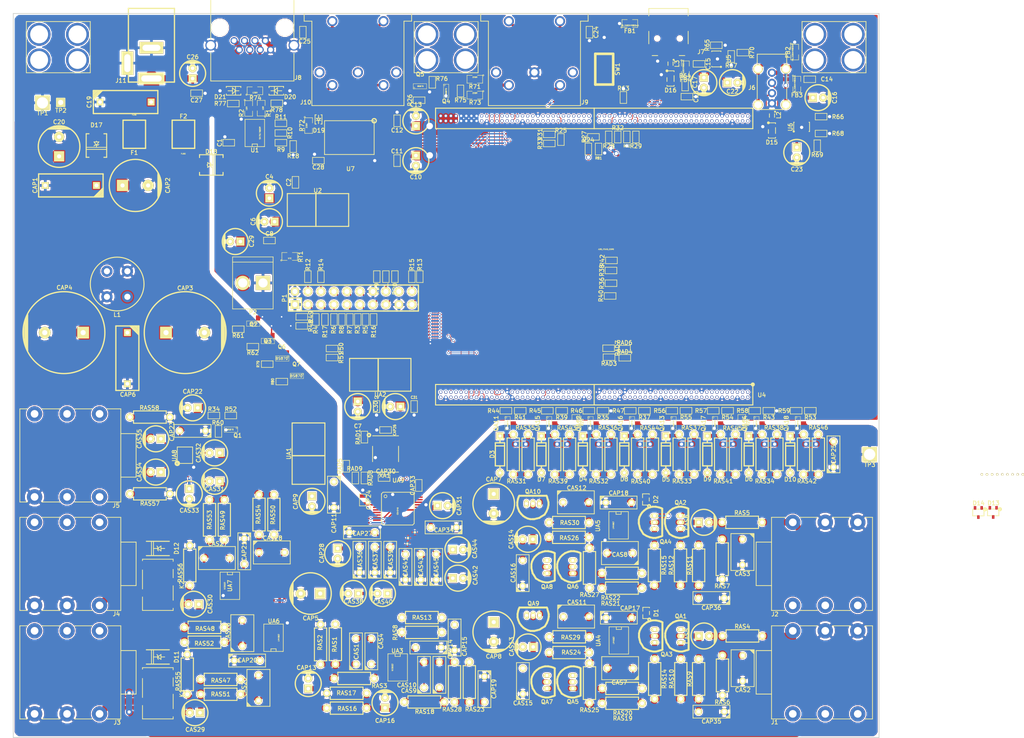
<source format=kicad_pcb>
(kicad_pcb (version 3) (host pcbnew "(2014-03-19 BZR 4756)-product")
  (layers (15 F.Cu signal) (0 B.Cu signal) (18 B.Paste user) (19 F.Paste user) (20 B.SilkS user) (21 F.SilkS user) (22 B.Mask user) (23 F.Mask user) (28 Edge.Cuts user))
  (net 0 "")
  (net 1 +5V)
  (net 2 +9V)
  (net 3 +3.3V)
  (net 4 "Net-(C14-Pad2)")
  (net 5 "Net-(C15-Pad2)")
  (net 6 "Net-(C16-Pad1)")
  (net 7 "Net-(C17-Pad1)")
  (net 8 +9VA)
  (net 9 "Net-(C24-Pad1)")
  (net 10 "Net-(C25-Pad1)")
  (net 11 VCC_AMP_AUDIO)
  (net 12 "Net-(CAP13-Pad1)")
  (net 13 BIAS_AMP_A)
  (net 14 "Net-(CAP16-Pad1)")
  (net 15 BIAS_AMP_B)
  (net 16 +5VA)
  (net 17 +3.3VA)
  (net 18 "Net-(CAS1-Pad2)")
  (net 19 "Net-(CAS2-Pad1)")
  (net 20 "Net-(CAS3-Pad1)")
  (net 21 "Net-(CAS4-Pad1)")
  (net 22 "Net-(CAS5-Pad1)")
  (net 23 "Net-(CAS6-Pad1)")
  (net 24 "Net-(CAS7-Pad1)")
  (net 25 "Net-(CAS7-Pad2)")
  (net 26 "Net-(CAS8-Pad1)")
  (net 27 "Net-(CAS8-Pad2)")
  (net 28 "Net-(CAS10-Pad2)")
  (net 29 "Net-(CAS10-Pad1)")
  (net 30 "Net-(CAS11-Pad1)")
  (net 31 "Net-(CAS11-Pad2)")
  (net 32 "Net-(CAS12-Pad1)")
  (net 33 "Net-(CAS12-Pad2)")
  (net 34 "Net-(CAS13-Pad1)")
  (net 35 CODEC_ADC_A)
  (net 36 "Net-(CAS14-Pad1)")
  (net 37 CODEC_ADC_B)
  (net 38 "Net-(CAS25-Pad1)")
  (net 39 "Net-(CAS25-Pad2)")
  (net 40 "Net-(CAS26-Pad1)")
  (net 41 "Net-(CAS26-Pad2)")
  (net 42 "Net-(CAS27-Pad1)")
  (net 43 "Net-(CAS27-Pad2)")
  (net 44 "Net-(CAS28-Pad1)")
  (net 45 "Net-(CAS28-Pad2)")
  (net 46 "Net-(CAS29-Pad1)")
  (net 47 "Net-(CAS29-Pad2)")
  (net 48 "Net-(CAS30-Pad1)")
  (net 49 "Net-(CAS30-Pad2)")
  (net 50 "Net-(CAS31-Pad1)")
  (net 51 HP_INA)
  (net 52 "Net-(CAS32-Pad1)")
  (net 53 HP_INB)
  (net 54 "Net-(CAS33-Pad1)")
  (net 55 HP_OUTA)
  (net 56 "Net-(CAS34-Pad2)")
  (net 57 HP_OUTB)
  (net 58 "Net-(CAS35-Pad2)")
  (net 59 "Net-(CAS36-Pad2)")
  (net 60 "Net-(CAS37-Pad2)")
  (net 61 "Net-(CAS38-Pad1)")
  (net 62 "Net-(CAS40-Pad1)")
  (net 63 "Net-(CAS42-Pad1)")
  (net 64 "Net-(CAS44-Pad1)")
  (net 65 "Net-(CN1-Pad1)")
  (net 66 "Net-(CN2-Pad1)")
  (net 67 "Net-(CN3-Pad1)")
  (net 68 VG_JFET_A1)
  (net 69 VG_JFET_A3)
  (net 70 VG_JFET_B1)
  (net 71 VG_JFET_B3)
  (net 72 VG_JFET_A2)
  (net 73 VG_JFET_A4)
  (net 74 VG_JFET_B2)
  (net 75 VG_JFET_B4)
  (net 76 USB1_HOST_P)
  (net 77 USB1_HOST_M)
  (net 78 USB0_OTG_P)
  (net 79 USB0_OTG_M)
  (net 80 "Net-(D17-Pad1)")
  (net 81 "Net-(D18-Pad1)")
  (net 82 "Net-(D19-Pad2)")
  (net 83 "Net-(D19-Pad1)")
  (net 84 RS422_B)
  (net 85 RS422_A)
  (net 86 "Net-(FB1-Pad2)")
  (net 87 "Net-(FB2-Pad2)")
  (net 88 "Net-(J1-Pad4)")
  (net 89 "Net-(J1-Pad6)")
  (net 90 "Net-(J1-Pad2)")
  (net 91 IN_A)
  (net 92 "Net-(J2-Pad4)")
  (net 93 "Net-(J2-Pad6)")
  (net 94 "Net-(J2-Pad2)")
  (net 95 IN_B)
  (net 96 "Net-(J3-Pad4)")
  (net 97 "Net-(J3-Pad6)")
  (net 98 "Net-(J3-Pad2)")
  (net 99 "Net-(J3-Pad1)")
  (net 100 "Net-(J4-Pad4)")
  (net 101 "Net-(J4-Pad6)")
  (net 102 "Net-(J4-Pad2)")
  (net 103 "Net-(J4-Pad1)")
  (net 104 "Net-(J5-Pad4)")
  (net 105 "Net-(J5-Pad2)")
  (net 106 "Net-(J6-Pad2)")
  (net 107 "Net-(J6-Pad3)")
  (net 108 "Net-(J7-Pad2)")
  (net 109 "Net-(J7-Pad3)")
  (net 110 USB0_IDDET)
  (net 111 "Net-(J9-Pad4)")
  (net 112 "Net-(J9-Pad1)")
  (net 113 "Net-(J9-Pad3)")
  (net 114 "Net-(J9-Pad5)")
  (net 115 "Net-(J10-Pad4)")
  (net 116 "Net-(J10-Pad1)")
  (net 117 "Net-(J10-Pad2)")
  (net 118 "Net-(J10-Pad3)")
  (net 119 "Net-(P1-Pad3)")
  (net 120 "Net-(P1-Pad4)")
  (net 121 "Net-(P1-Pad5)")
  (net 122 "Net-(P1-Pad6)")
  (net 123 "Net-(P1-Pad7)")
  (net 124 "Net-(P1-Pad8)")
  (net 125 "Net-(P1-Pad9)")
  (net 126 "Net-(P1-Pad10)")
  (net 127 "Net-(P1-Pad11)")
  (net 128 RX1_UC_CHAIN)
  (net 129 TX1_UC_CHAIN)
  (net 130 RTS1_UC_CHAIN)
  (net 131 HP_SHDN)
  (net 132 BYPASS_A_EN)
  (net 133 BYPASS_B_EN)
  (net 134 "Net-(Q4-Pad3)")
  (net 135 "Net-(Q4-Pad1)")
  (net 136 "Net-(QA5-Pad2)")
  (net 137 "Net-(QA5-Pad1)")
  (net 138 "Net-(QA6-Pad2)")
  (net 139 "Net-(QA6-Pad1)")
  (net 140 "Net-(QA11-Pad3)")
  (net 141 JFET_SW_A1)
  (net 142 "Net-(QA12-Pad3)")
  (net 143 JFET_SW_A3)
  (net 144 "Net-(QA13-Pad3)")
  (net 145 JFET_SW_B1)
  (net 146 "Net-(QA14-Pad3)")
  (net 147 JFET_SW_B3)
  (net 148 "Net-(QA15-Pad3)")
  (net 149 JFET_SW_A2)
  (net 150 "Net-(QA16-Pad3)")
  (net 151 JFET_SW_A4)
  (net 152 "Net-(QA17-Pad3)")
  (net 153 JFET_SW_B2)
  (net 154 "Net-(QA18-Pad3)")
  (net 155 JFET_SW_B4)
  (net 156 "Net-(R1-Pad1)")
  (net 157 "Net-(R2-Pad2)")
  (net 158 RX0_HOST_CONSOLE)
  (net 159 TX0_HOST_CONSOLE)
  (net 160 RX2_HOST_UI)
  (net 161 TX2_HOST_UI)
  (net 162 RX1_HOST_FIRMWARE)
  (net 163 TX1_HOST_FIRMWARE)
  (net 164 "Net-(R9-Pad2)")
  (net 165 "Net-(R10-Pad2)")
  (net 166 "Net-(R11-Pad2)")
  (net 167 LED_OVFL1)
  (net 168 LED_OVFL2)
  (net 169 LED_OVFL3)
  (net 170 LED_OVFL4)
  (net 171 DTR1_HOST_FIRMWARE)
  (net 172 RTS1_HOST_FIRMWARE)
  (net 173 RX3_HOST_CHAIN)
  (net 174 RTS3_HOST_CHAIN)
  (net 175 TX3_HOST_CHAIN)
  (net 176 "Net-(R25-Pad1)")
  (net 177 "Net-(R27-Pad2)")
  (net 178 USB1_DRV)
  (net 179 "Net-(R28-Pad2)")
  (net 180 "Net-(R29-Pad2)")
  (net 181 AUDIO_MCLK)
  (net 182 "Net-(R31-Pad2)")
  (net 183 "Net-(R35-Pad1)")
  (net 184 "Net-(R36-Pad1)")
  (net 185 "Net-(R37-Pad1)")
  (net 186 "Net-(R38-Pad1)")
  (net 187 "Net-(R39-Pad1)")
  (net 188 "Net-(R40-Pad1)")
  (net 189 "Net-(R41-Pad1)")
  (net 190 "Net-(R42-Pad1)")
  (net 191 "Net-(R43-Pad1)")
  (net 192 HP_VOL_CLK)
  (net 193 HP_VOL)
  (net 194 "Net-(R53-Pad1)")
  (net 195 "Net-(R54-Pad1)")
  (net 196 "Net-(R55-Pad1)")
  (net 197 USB0_VBUSDET)
  (net 198 "Net-(R65-Pad1)")
  (net 199 "Net-(R66-Pad1)")
  (net 200 "Net-(R67-Pad2)")
  (net 201 "Net-(R68-Pad2)")
  (net 202 USB0_DRV)
  (net 203 CODEC_SCL)
  (net 204 CODEC_SDA)
  (net 205 "Net-(RAD6-Pad2)")
  (net 206 "Net-(RAD7-Pad2)")
  (net 207 "Net-(RAD8-Pad1)")
  (net 208 "Net-(RAD9-Pad1)")
  (net 209 "Net-(RAS3-Pad2)")
  (net 210 "Net-(RAS18-Pad2)")
  (net 211 "Net-(RAS25-Pad1)")
  (net 212 "Net-(RAS27-Pad1)")
  (net 213 "Net-(SW1-Pad2)")
  (net 214 "Net-(U4-Pad1)")
  (net 215 "Net-(U4-Pad2)")
  (net 216 "Net-(U4-Pad3)")
  (net 217 "Net-(U4-Pad4)")
  (net 218 "Net-(U4-Pad5)")
  (net 219 "Net-(U4-Pad7)")
  (net 220 "Net-(U4-Pad8)")
  (net 221 "Net-(U4-Pad9)")
  (net 222 "Net-(U4-Pad10)")
  (net 223 "Net-(U4-Pad11)")
  (net 224 "Net-(U4-Pad13)")
  (net 225 "Net-(U4-Pad14)")
  (net 226 "Net-(U4-Pad15)")
  (net 227 "Net-(U4-Pad16)")
  (net 228 "Net-(U4-Pad17)")
  (net 229 "Net-(U4-Pad18)")
  (net 230 "Net-(U4-Pad20)")
  (net 231 "Net-(U4-Pad21)")
  (net 232 "Net-(U4-Pad22)")
  (net 233 "Net-(U4-Pad23)")
  (net 234 "Net-(U4-Pad24)")
  (net 235 "Net-(U4-Pad25)")
  (net 236 "Net-(U4-Pad27)")
  (net 237 "Net-(U4-Pad28)")
  (net 238 "Net-(U4-Pad29)")
  (net 239 "Net-(U4-Pad30)")
  (net 240 "Net-(U4-Pad31)")
  (net 241 "Net-(U4-Pad32)")
  (net 242 "Net-(U4-Pad33)")
  (net 243 "Net-(U4-Pad34)")
  (net 244 "Net-(U4-Pad35)")
  (net 245 "Net-(U4-Pad37)")
  (net 246 "Net-(U4-Pad38)")
  (net 247 "Net-(U4-Pad41)")
  (net 248 "Net-(U4-Pad43)")
  (net 249 "Net-(U4-Pad45)")
  (net 250 "Net-(U4-Pad47)")
  (net 251 "Net-(U4-Pad51)")
  (net 252 "Net-(U4-Pad53)")
  (net 253 "Net-(U4-Pad55)")
  (net 254 "Net-(U4-Pad57)")
  (net 255 "Net-(U4-Pad61)")
  (net 256 "Net-(U4-Pad62)")
  (net 257 "Net-(U4-Pad65)")
  (net 258 "Net-(U4-Pad66)")
  (net 259 "Net-(U4-Pad67)")
  (net 260 "Net-(U4-Pad68)")
  (net 261 "Net-(U4-Pad69)")
  (net 262 "Net-(U4-Pad70)")
  (net 263 "Net-(U4-Pad71)")
  (net 264 "Net-(U4-Pad75)")
  (net 265 "Net-(U4-Pad79)")
  (net 266 "Net-(U4-Pad81)")
  (net 267 "Net-(U4-Pad83)")
  (net 268 "Net-(U4-Pad85)")
  (net 269 "Net-(U4-Pad87)")
  (net 270 "Net-(U4-Pad89)")
  (net 271 "Net-(U4-Pad91)")
  (net 272 "Net-(U4-Pad98)")
  (net 273 "Net-(U4-Pad99)")
  (net 274 "Net-(U4-Pad100)")
  (net 275 "Net-(U4-Pad101)")
  (net 276 "Net-(U4-Pad107)")
  (net 277 "Net-(U4-Pad109)")
  (net 278 "Net-(U4-Pad110)")
  (net 279 "Net-(U4-Pad112)")
  (net 280 "Net-(U4-Pad113)")
  (net 281 "Net-(U4-Pad114)")
  (net 282 "Net-(U4-Pad116)")
  (net 283 "Net-(U4-Pad117)")
  (net 284 "Net-(U4-Pad119)")
  (net 285 "Net-(U4-Pad120)")
  (net 286 "Net-(U4-Pad121)")
  (net 287 "Net-(U4-Pad122)")
  (net 288 "Net-(U4-Pad123)")
  (net 289 "Net-(U4-Pad124)")
  (net 290 "Net-(U4-Pad125)")
  (net 291 "Net-(U4-Pad126)")
  (net 292 "Net-(U4-Pad127)")
  (net 293 "Net-(U4-Pad129)")
  (net 294 "Net-(U4-Pad130)")
  (net 295 "Net-(U4-Pad132)")
  (net 296 "Net-(U4-Pad133)")
  (net 297 "Net-(U4-Pad134)")
  (net 298 "Net-(U4-Pad135)")
  (net 299 "Net-(U4-Pad136)")
  (net 300 "Net-(U4-Pad137)")
  (net 301 "Net-(U4-Pad138)")
  (net 302 "Net-(U4-Pad139)")
  (net 303 "Net-(U4-Pad140)")
  (net 304 "Net-(U4-Pad141)")
  (net 305 "Net-(U4-Pad142)")
  (net 306 "Net-(U4-Pad143)")
  (net 307 "Net-(U4-Pad144)")
  (net 308 "Net-(U4-Pad145)")
  (net 309 "Net-(U4-Pad146)")
  (net 310 "Net-(U4-Pad147)")
  (net 311 "Net-(U4-Pad148)")
  (net 312 "Net-(U4-Pad149)")
  (net 313 "Net-(U4-Pad150)")
  (net 314 "Net-(U4-Pad152)")
  (net 315 "Net-(U4-Pad153)")
  (net 316 "Net-(U4-Pad154)")
  (net 317 "Net-(U4-Pad155)")
  (net 318 "Net-(U4-Pad156)")
  (net 319 "Net-(U4-Pad157)")
  (net 320 "Net-(U4-Pad159)")
  (net 321 "Net-(U4-Pad163)")
  (net 322 "Net-(U4-Pad164)")
  (net 323 "Net-(U4-Pad174)")
  (net 324 "Net-(U4-Pad176)")
  (net 325 "Net-(U4-Pad178)")
  (net 326 "Net-(U4-Pad180)")
  (net 327 "Net-(U4-Pad181)")
  (net 328 "Net-(U4-Pad183)")
  (net 329 "Net-(U4-Pad185)")
  (net 330 "Net-(U4-Pad187)")
  (net 331 "Net-(U4-Pad189)")
  (net 332 "Net-(U4-Pad190)")
  (net 333 "Net-(U4-Pad191)")
  (net 334 "Net-(U4-Pad192)")
  (net 335 "Net-(U4-Pad195)")
  (net 336 "Net-(U4-Pad196)")
  (net 337 "Net-(U4-Pad197)")
  (net 338 "Net-(U4-Pad198)")
  (net 339 "Net-(U4-Pad199)")
  (net 340 "Net-(U4-Pad200)")
  (net 341 "Net-(U4-Pad202)")
  (net 342 "Net-(U4-Pad203)")
  (net 343 "Net-(U4-Pad204)")
  (net 344 "Net-(U4-Pad205)")
  (net 345 "Net-(U4-Pad206)")
  (net 346 "Net-(U4-Pad207)")
  (net 347 I2S_SCLK)
  (net 348 I2S_LRCK)
  (net 349 I2S_SDOUT)
  (net 350 "Net-(U4-Pad213)")
  (net 351 "Net-(U4-Pad214)")
  (net 352 "Net-(U4-Pad215)")
  (net 353 I2S_SDIN)
  (net 354 "Net-(U4-Pad223)")
  (net 355 "Net-(U4-Pad224)")
  (net 356 "Net-(U5-Pad4)")
  (net 357 "Net-(U6-Pad4)")
  (net 358 "Net-(U7-Pad1)")
  (net 359 "Net-(U7-Pad4)")
  (net 360 "Net-(U7-Pad7)")
  (net 361 CODEC_DAC_B)
  (net 362 CODEC_DAC_A)
  (net 363 "Net-(UA9-Pad7)")
  (net 364 "Net-(UA9-Pad8)")
  (net 365 "Net-(UA9-Pad25)")
  (net 366 "Net-(UA9-Pad26)")
  (net 367 "Net-(UA9-Pad27)")
  (net 368 "Net-(UA9-Pad28)")
  (net 369 "Net-(UA9-Pad29)")
  (net 370 "Net-(UA9-Pad9)")
  (net 371 "Net-(UA9-Pad10)")
  (net 372 "Net-(UA9-Pad11)")
  (net 373 "Net-(UA9-Pad12)")
  (net 374 "Net-(UA9-Pad23)")
  (net 375 "Net-(UA9-Pad24)")
  (net 376 VCC_9V)
  (net 377 "Net-(D11-Pad1)")
  (net 378 "Net-(D12-Pad1)")
  (net 379 "Net-(QA1-Pad1)")
  (net 380 "Net-(QA3-Pad1)")
  (net 381 "Net-(QA2-Pad1)")
  (net 382 "Net-(QA4-Pad1)")
  (net 383 "Net-(Q1-Pad3)")
  (net 384 "Net-(U4-Pad48)")
  (net 385 "Net-(Q1-Pad1)")
  (net 386 DGND)
  (net 387 "Net-(D3-Pad2)")
  (net 388 "Net-(D4-Pad2)")
  (net 389 "Net-(D5-Pad2)")
  (net 390 "Net-(D6-Pad2)")
  (net 391 "Net-(D7-Pad2)")
  (net 392 "Net-(D8-Pad2)")
  (net 393 "Net-(D9-Pad2)")
  (net 394 "Net-(D10-Pad2)")
  (net 395 "Net-(UA9-Pad40)")
  (net 396 "Net-(P1-Pad12)")
  (net 397 TX5_HOST_MIDI)
  (net 398 RX5_HOST_MIDI)
  (net 399 "Net-(U4-Pad151)")
  (net 400 "Net-(U4-Pad158)")
  (net 401 "Net-(U4-Pad160)")
  (net 402 "Net-(U4-Pad161)")
  (net 403 "Net-(U4-Pad162)")
  (net 404 "Net-(U4-Pad50)")
  (net 405 "Net-(UA9-Pad35)")
  (net 406 "Net-(U4-Pad182)")
  (net 407 "Net-(U4-Pad184)")
  (net 408 "Net-(U4-Pad186)")
  (net 409 "Net-(U4-Pad188)")
  (net 410 "Net-(U4-Pad54)")
  (net 411 "Net-(U4-Pad56)")
  (net 412 "Net-(UA9-Pad47)")
  (net 413 "Net-(UA9-Pad48)")
  (net 414 "Net-(RAD1-Pad1)")
  (net 415 "Net-(U4-Pad58)")
  (net 416 "Net-(U4-Pad60)")
  (net 417 "Net-(CN1-Pad3)")
  (net 418 "Net-(CN1-Pad2)")
  (net 419 "Net-(CN1-Pad4)")
  (net 420 "Net-(CN2-Pad3)")
  (net 421 "Net-(CN2-Pad2)")
  (net 422 "Net-(CN2-Pad4)")
  (net 423 "Net-(CN3-Pad3)")
  (net 424 "Net-(CN3-Pad2)")
  (net 425 "Net-(CN3-Pad4)")
  (net 426 "Net-(P1-Pad18)")
  (net 427 "Net-(P1-Pad19)")
  (net 428 "Net-(P1-Pad20)")
  (net 429 CODEC_RST)
  (net 430 "Net-(Q6-Pad3)")
  (net 431 "Net-(Q7-Pad3)")
  (net 432 "Net-(U4-Pad210)")
  (module Duo_Audio_HMI_RC1A:GNDPAD_18_8MIL (layer F.Cu) (at 147.29854 144.74606)
    (fp_text reference GNDA4 hide)
    (fp_text value PAD_GND hide)
    (pad 1 thru_hole circle (at 0 0) (size 0.4572 0.4572) (drill 0.2032) (layers *.Cu *.Mask F.SilkS) (net 386 DGND))
  )
  (module Duo_Audio_HMI_RC1A:SMD4_DFN (layer F.Cu) (at 121.56 106.48 270)
    (fp_text reference XA1 (at 4.22 0.175 540) (layer F.SilkS) (effects (font (size 0.8128 0.8128) (thickness 0.1524))))
    (fp_text value ASV-24.576MHZ-EJ-T hide)
    (pad 1 smd rect (at -2.54 1.9939 270) (size 1.8034 2.0066) (layers F.Cu F.Paste F.Mask) (net 414 "Net-(RAD1-Pad1)"))
    (pad 2 smd rect (at 2.54 1.9939 270) (size 1.8034 2.0066) (layers F.Cu F.Paste F.Mask) (net 386 DGND))
    (pad 3 smd rect (at 2.54 -1.9939 270) (size 1.8034 2.0066) (layers F.Cu F.Paste F.Mask) (net 181 AUDIO_MCLK))
    (pad 4 smd rect (at -2.54 -1.9939 270) (size 1.8034 2.0066) (layers F.Cu F.Paste F.Mask) (net 17 +3.3VA))
  )
  (module Duo_Audio_HMI_RC1A:DO-35 (layer F.Cu) (at 176.34 106.555 90)
    (fp_text reference D5 (at -4.895 0.01 180) (layer F.SilkS) (effects (font (size 0.8128 0.8128) (thickness 0.1524))))
    (fp_text value 1N4447 hide)
    (pad 2 thru_hole rect (at 3.6 0 90) (size 1.4 1.4) (drill 0.6) (layers *.Cu *.Mask F.SilkS) (net 389 "Net-(D5-Pad2)"))
    (pad 1 thru_hole circle (at -3.6 0 90) (size 1.4 1.4) (drill 0.6) (layers *.Cu *.Mask F.SilkS) (net 74 VG_JFET_B2))
  )
  (module Duo_Audio_HMI_RC1A:DO-35 (layer F.Cu) (at 192.54 106.555 90)
    (fp_text reference D6 (at -4.845 0.01 180) (layer F.SilkS) (effects (font (size 0.8128 0.8128) (thickness 0.1524))))
    (fp_text value 1N4447 hide)
    (pad 2 thru_hole rect (at 3.6 0 90) (size 1.4 1.4) (drill 0.6) (layers *.Cu *.Mask F.SilkS) (net 390 "Net-(D6-Pad2)"))
    (pad 1 thru_hole circle (at -3.6 0 90) (size 1.4 1.4) (drill 0.6) (layers *.Cu *.Mask F.SilkS) (net 72 VG_JFET_A2))
  )
  (module Duo_Audio_HMI_RC1A:DO-35 (layer F.Cu) (at 184.44 106.555 90)
    (fp_text reference D9 (at -4.845 0.01 180) (layer F.SilkS) (effects (font (size 0.8128 0.8128) (thickness 0.1524))))
    (fp_text value 1N4447 hide)
    (pad 2 thru_hole rect (at 3.6 0 90) (size 1.4 1.4) (drill 0.6) (layers *.Cu *.Mask F.SilkS) (net 393 "Net-(D9-Pad2)"))
    (pad 1 thru_hole circle (at -3.6 0 90) (size 1.4 1.4) (drill 0.6) (layers *.Cu *.Mask F.SilkS) (net 70 VG_JFET_B1))
  )
  (module Duo_Audio_HMI_RC1A:DO-35 (layer F.Cu) (at 200.64 106.555 90)
    (fp_text reference D10 (at -4.895 0.01 180) (layer F.SilkS) (effects (font (size 0.8128 0.8128) (thickness 0.1524))))
    (fp_text value 1N4447 hide)
    (pad 2 thru_hole rect (at 3.6 0 90) (size 1.4 1.4) (drill 0.6) (layers *.Cu *.Mask F.SilkS) (net 394 "Net-(D10-Pad2)"))
    (pad 1 thru_hole circle (at -3.6 0 90) (size 1.4 1.4) (drill 0.6) (layers *.Cu *.Mask F.SilkS) (net 68 VG_JFET_A1))
  )
  (module Duo_Audio_HMI_RC1A:SOT23 (layer F.Cu) (at 177.84 100.505 270)
    (fp_text reference QA13 (at 0 2.25 270) (layer F.SilkS) (effects (font (size 0.8128 0.8128) (thickness 0.1524))))
    (fp_text value BS870 (at 0.0635 0 270) (layer F.SilkS) (effects (font (size 0.254 0.254) (thickness 0.0635))))
    (pad 3 smd rect (at 0 -1.09982 270) (size 0.8001 1.00076) (layers F.Cu F.Paste F.Mask) (net 144 "Net-(QA13-Pad3)"))
    (pad 2 smd rect (at 0.9525 1.09982 270) (size 0.8001 1.00076) (layers F.Cu F.Paste F.Mask) (net 386 DGND))
    (pad 1 smd rect (at -0.9525 1.09982 270) (size 0.8001 1.00076) (layers F.Cu F.Paste F.Mask) (net 145 JFET_SW_B1))
  )
  (module Duo_Audio_HMI_RC1A:SOT23 (layer F.Cu) (at 194.04 100.505 270)
    (fp_text reference QA14 (at 0 2.25 270) (layer F.SilkS) (effects (font (size 0.8128 0.8128) (thickness 0.1524))))
    (fp_text value BS870 (at 0.0635 0 270) (layer F.SilkS) (effects (font (size 0.254 0.254) (thickness 0.0635))))
    (pad 3 smd rect (at 0 -1.09982 270) (size 0.8001 1.00076) (layers F.Cu F.Paste F.Mask) (net 146 "Net-(QA14-Pad3)"))
    (pad 2 smd rect (at 0.9525 1.09982 270) (size 0.8001 1.00076) (layers F.Cu F.Paste F.Mask) (net 386 DGND))
    (pad 1 smd rect (at -0.9525 1.09982 270) (size 0.8001 1.00076) (layers F.Cu F.Paste F.Mask) (net 147 JFET_SW_B3))
  )
  (module Duo_Audio_HMI_RC1A:SOT23 (layer F.Cu) (at 185.94 100.505 270)
    (fp_text reference QA17 (at 0 2.25 270) (layer F.SilkS) (effects (font (size 0.8128 0.8128) (thickness 0.1524))))
    (fp_text value BS870 (at 0.0635 0 270) (layer F.SilkS) (effects (font (size 0.254 0.254) (thickness 0.0635))))
    (pad 3 smd rect (at 0 -1.09982 270) (size 0.8001 1.00076) (layers F.Cu F.Paste F.Mask) (net 152 "Net-(QA17-Pad3)"))
    (pad 2 smd rect (at 0.9525 1.09982 270) (size 0.8001 1.00076) (layers F.Cu F.Paste F.Mask) (net 386 DGND))
    (pad 1 smd rect (at -0.9525 1.09982 270) (size 0.8001 1.00076) (layers F.Cu F.Paste F.Mask) (net 153 JFET_SW_B2))
  )
  (module Duo_Audio_HMI_RC1A:SOT23 (layer F.Cu) (at 202.14 100.505 270)
    (fp_text reference QA18 (at 0 2.25 270) (layer F.SilkS) (effects (font (size 0.8128 0.8128) (thickness 0.1524))))
    (fp_text value BS870 (at 0.0635 0 270) (layer F.SilkS) (effects (font (size 0.254 0.254) (thickness 0.0635))))
    (pad 3 smd rect (at 0 -1.09982 270) (size 0.8001 1.00076) (layers F.Cu F.Paste F.Mask) (net 154 "Net-(QA18-Pad3)"))
    (pad 2 smd rect (at 0.9525 1.09982 270) (size 0.8001 1.00076) (layers F.Cu F.Paste F.Mask) (net 386 DGND))
    (pad 1 smd rect (at -0.9525 1.09982 270) (size 0.8001 1.00076) (layers F.Cu F.Paste F.Mask) (net 155 JFET_SW_B4))
  )
  (module Duo_Audio_HMI_RC1A:Resistor_PTH_6.35x2.35mm (layer F.Cu) (at 178.94 106.555 270)
    (fp_text reference RAS33 (at 5.245 -0.56 360) (layer F.SilkS) (effects (font (size 0.8128 0.8128) (thickness 0.1524))))
    (fp_text value 10k hide)
    (pad 1 thru_hole circle (at -3.9 0 270) (size 1.5 1.5) (drill 0.8) (layers *.Cu *.Mask F.SilkS) (net 389 "Net-(D5-Pad2)"))
    (pad 2 thru_hole circle (at 3.9 0 270) (size 1.5 1.5) (drill 0.8) (layers *.Cu *.Mask F.SilkS) (net 144 "Net-(QA13-Pad3)"))
  )
  (module Duo_Audio_HMI_RC1A:Resistor_PTH_6.35x2.35mm (layer F.Cu) (at 195.14 106.555 270)
    (fp_text reference RAS34 (at 5.245 -0.51 360) (layer F.SilkS) (effects (font (size 0.8128 0.8128) (thickness 0.1524))))
    (fp_text value 10k hide)
    (pad 1 thru_hole circle (at -3.9 0 270) (size 1.5 1.5) (drill 0.8) (layers *.Cu *.Mask F.SilkS) (net 390 "Net-(D6-Pad2)"))
    (pad 2 thru_hole circle (at 3.9 0 270) (size 1.5 1.5) (drill 0.8) (layers *.Cu *.Mask F.SilkS) (net 146 "Net-(QA14-Pad3)"))
  )
  (module Duo_Audio_HMI_RC1A:Resistor_PTH_6.35x2.35mm (layer F.Cu) (at 181.84 106.555 270)
    (fp_text reference RAS37 (at -5.205 0.59 360) (layer F.SilkS) (effects (font (size 0.8128 0.8128) (thickness 0.1524))))
    (fp_text value 10k hide)
    (pad 1 thru_hole circle (at -3.9 0 270) (size 1.5 1.5) (drill 0.8) (layers *.Cu *.Mask F.SilkS) (net 11 VCC_AMP_AUDIO))
    (pad 2 thru_hole circle (at 3.9 0 270) (size 1.5 1.5) (drill 0.8) (layers *.Cu *.Mask F.SilkS) (net 144 "Net-(QA13-Pad3)"))
  )
  (module Duo_Audio_HMI_RC1A:Resistor_PTH_6.35x2.35mm (layer F.Cu) (at 198.04 106.555 270)
    (fp_text reference RAS38 (at -5.205 0.59 360) (layer F.SilkS) (effects (font (size 0.8128 0.8128) (thickness 0.1524))))
    (fp_text value 10k hide)
    (pad 1 thru_hole circle (at -3.9 0 270) (size 1.5 1.5) (drill 0.8) (layers *.Cu *.Mask F.SilkS) (net 11 VCC_AMP_AUDIO))
    (pad 2 thru_hole circle (at 3.9 0 270) (size 1.5 1.5) (drill 0.8) (layers *.Cu *.Mask F.SilkS) (net 146 "Net-(QA14-Pad3)"))
  )
  (module Duo_Audio_HMI_RC1A:Resistor_PTH_6.35x2.35mm (layer F.Cu) (at 187.04 106.555 270)
    (fp_text reference RAS41 (at 5.245 -0.51 360) (layer F.SilkS) (effects (font (size 0.8128 0.8128) (thickness 0.1524))))
    (fp_text value 10k hide)
    (pad 1 thru_hole circle (at -3.9 0 270) (size 1.5 1.5) (drill 0.8) (layers *.Cu *.Mask F.SilkS) (net 393 "Net-(D9-Pad2)"))
    (pad 2 thru_hole circle (at 3.9 0 270) (size 1.5 1.5) (drill 0.8) (layers *.Cu *.Mask F.SilkS) (net 152 "Net-(QA17-Pad3)"))
  )
  (module Duo_Audio_HMI_RC1A:Resistor_PTH_6.35x2.35mm (layer F.Cu) (at 203.24 106.555 270)
    (fp_text reference RAS42 (at 5.245 -0.66 360) (layer F.SilkS) (effects (font (size 0.8128 0.8128) (thickness 0.1524))))
    (fp_text value 10k hide)
    (pad 1 thru_hole circle (at -3.9 0 270) (size 1.5 1.5) (drill 0.8) (layers *.Cu *.Mask F.SilkS) (net 394 "Net-(D10-Pad2)"))
    (pad 2 thru_hole circle (at 3.9 0 270) (size 1.5 1.5) (drill 0.8) (layers *.Cu *.Mask F.SilkS) (net 154 "Net-(QA18-Pad3)"))
  )
  (module Duo_Audio_HMI_RC1A:Resistor_PTH_6.35x2.35mm (layer F.Cu) (at 189.94 106.555 270)
    (fp_text reference RAS45 (at -5.105 0.59 360) (layer F.SilkS) (effects (font (size 0.8128 0.8128) (thickness 0.1524))))
    (fp_text value 10k hide)
    (pad 1 thru_hole circle (at -3.9 0 270) (size 1.5 1.5) (drill 0.8) (layers *.Cu *.Mask F.SilkS) (net 11 VCC_AMP_AUDIO))
    (pad 2 thru_hole circle (at 3.9 0 270) (size 1.5 1.5) (drill 0.8) (layers *.Cu *.Mask F.SilkS) (net 152 "Net-(QA17-Pad3)"))
  )
  (module Duo_Audio_HMI_RC1A:Resistor_PTH_6.35x2.35mm (layer F.Cu) (at 206.14 106.555 270)
    (fp_text reference RAS46 (at -5.255 -0.01 360) (layer F.SilkS) (effects (font (size 0.8128 0.8128) (thickness 0.1524))))
    (fp_text value 10k hide)
    (pad 1 thru_hole circle (at -3.9 0 270) (size 1.5 1.5) (drill 0.8) (layers *.Cu *.Mask F.SilkS) (net 11 VCC_AMP_AUDIO))
    (pad 2 thru_hole circle (at 3.9 0 270) (size 1.5 1.5) (drill 0.8) (layers *.Cu *.Mask F.SilkS) (net 154 "Net-(QA18-Pad3)"))
  )
  (module Duo_Audio_HMI_RC1A:Resistor_PTH_6.35x2.35mm (layer F.Cu) (at 173.715 106.555 270)
    (fp_text reference RAS44 (at -5.155 0.565 360) (layer F.SilkS) (effects (font (size 0.8128 0.8128) (thickness 0.1524))))
    (fp_text value 10k hide)
    (pad 1 thru_hole circle (at -3.9 0 270) (size 1.5 1.5) (drill 0.8) (layers *.Cu *.Mask F.SilkS) (net 11 VCC_AMP_AUDIO))
    (pad 2 thru_hole circle (at 3.9 0 270) (size 1.5 1.5) (drill 0.8) (layers *.Cu *.Mask F.SilkS) (net 150 "Net-(QA16-Pad3)"))
  )
  (module Duo_Audio_HMI_RC1A:Resistor_PTH_6.35x2.35mm (layer F.Cu) (at 157.515 106.555 270)
    (fp_text reference RAS43 (at -5.155 0.565 360) (layer F.SilkS) (effects (font (size 0.8128 0.8128) (thickness 0.1524))))
    (fp_text value 10k hide)
    (pad 1 thru_hole circle (at -3.9 0 270) (size 1.5 1.5) (drill 0.8) (layers *.Cu *.Mask F.SilkS) (net 11 VCC_AMP_AUDIO))
    (pad 2 thru_hole circle (at 3.9 0 270) (size 1.5 1.5) (drill 0.8) (layers *.Cu *.Mask F.SilkS) (net 148 "Net-(QA15-Pad3)"))
  )
  (module Duo_Audio_HMI_RC1A:Resistor_PTH_6.35x2.35mm (layer F.Cu) (at 170.815 106.555 270)
    (fp_text reference RAS40 (at 5.295 -0.585 360) (layer F.SilkS) (effects (font (size 0.8128 0.8128) (thickness 0.1524))))
    (fp_text value 10k hide)
    (pad 1 thru_hole circle (at -3.9 0 270) (size 1.5 1.5) (drill 0.8) (layers *.Cu *.Mask F.SilkS) (net 392 "Net-(D8-Pad2)"))
    (pad 2 thru_hole circle (at 3.9 0 270) (size 1.5 1.5) (drill 0.8) (layers *.Cu *.Mask F.SilkS) (net 150 "Net-(QA16-Pad3)"))
  )
  (module Duo_Audio_HMI_RC1A:Resistor_PTH_6.35x2.35mm (layer F.Cu) (at 154.615 106.555 270)
    (fp_text reference RAS39 (at 5.245 -0.635 360) (layer F.SilkS) (effects (font (size 0.8128 0.8128) (thickness 0.1524))))
    (fp_text value 10k hide)
    (pad 1 thru_hole circle (at -3.9 0 270) (size 1.5 1.5) (drill 0.8) (layers *.Cu *.Mask F.SilkS) (net 391 "Net-(D7-Pad2)"))
    (pad 2 thru_hole circle (at 3.9 0 270) (size 1.5 1.5) (drill 0.8) (layers *.Cu *.Mask F.SilkS) (net 148 "Net-(QA15-Pad3)"))
  )
  (module Duo_Audio_HMI_RC1A:Resistor_PTH_6.35x2.35mm (layer F.Cu) (at 165.615 106.555 270)
    (fp_text reference RAS36 (at -5.205 0.615 360) (layer F.SilkS) (effects (font (size 0.8128 0.8128) (thickness 0.1524))))
    (fp_text value 10k hide)
    (pad 1 thru_hole circle (at -3.9 0 270) (size 1.5 1.5) (drill 0.8) (layers *.Cu *.Mask F.SilkS) (net 11 VCC_AMP_AUDIO))
    (pad 2 thru_hole circle (at 3.9 0 270) (size 1.5 1.5) (drill 0.8) (layers *.Cu *.Mask F.SilkS) (net 142 "Net-(QA12-Pad3)"))
  )
  (module Duo_Audio_HMI_RC1A:Resistor_PTH_6.35x2.35mm (layer F.Cu) (at 149.415 106.555 270)
    (fp_text reference RAS35 (at -5.205 0.565 360) (layer F.SilkS) (effects (font (size 0.8128 0.8128) (thickness 0.1524))))
    (fp_text value 10k hide)
    (pad 1 thru_hole circle (at -3.9 0 270) (size 1.5 1.5) (drill 0.8) (layers *.Cu *.Mask F.SilkS) (net 11 VCC_AMP_AUDIO))
    (pad 2 thru_hole circle (at 3.9 0 270) (size 1.5 1.5) (drill 0.8) (layers *.Cu *.Mask F.SilkS) (net 140 "Net-(QA11-Pad3)"))
  )
  (module Duo_Audio_HMI_RC1A:Resistor_PTH_6.35x2.35mm (layer F.Cu) (at 162.715 106.555 270)
    (fp_text reference RAS32 (at 5.245 -0.485 360) (layer F.SilkS) (effects (font (size 0.8128 0.8128) (thickness 0.1524))))
    (fp_text value 10k hide)
    (pad 1 thru_hole circle (at -3.9 0 270) (size 1.5 1.5) (drill 0.8) (layers *.Cu *.Mask F.SilkS) (net 388 "Net-(D4-Pad2)"))
    (pad 2 thru_hole circle (at 3.9 0 270) (size 1.5 1.5) (drill 0.8) (layers *.Cu *.Mask F.SilkS) (net 142 "Net-(QA12-Pad3)"))
  )
  (module Duo_Audio_HMI_RC1A:Resistor_PTH_6.35x2.35mm (layer F.Cu) (at 146.515 106.555 270)
    (fp_text reference RAS31 (at 5.245 -0.635 360) (layer F.SilkS) (effects (font (size 0.8128 0.8128) (thickness 0.1524))))
    (fp_text value 10k hide)
    (pad 1 thru_hole circle (at -3.9 0 270) (size 1.5 1.5) (drill 0.8) (layers *.Cu *.Mask F.SilkS) (net 387 "Net-(D3-Pad2)"))
    (pad 2 thru_hole circle (at 3.9 0 270) (size 1.5 1.5) (drill 0.8) (layers *.Cu *.Mask F.SilkS) (net 140 "Net-(QA11-Pad3)"))
  )
  (module Duo_Audio_HMI_RC1A:SOT23 (layer F.Cu) (at 169.715 100.505 270)
    (fp_text reference QA16 (at 0 2.25 270) (layer F.SilkS) (effects (font (size 0.8128 0.8128) (thickness 0.1524))))
    (fp_text value BS870 (at 0.0635 0 270) (layer F.SilkS) (effects (font (size 0.254 0.254) (thickness 0.0635))))
    (pad 3 smd rect (at 0 -1.09982 270) (size 0.8001 1.00076) (layers F.Cu F.Paste F.Mask) (net 150 "Net-(QA16-Pad3)"))
    (pad 2 smd rect (at 0.9525 1.09982 270) (size 0.8001 1.00076) (layers F.Cu F.Paste F.Mask) (net 386 DGND))
    (pad 1 smd rect (at -0.9525 1.09982 270) (size 0.8001 1.00076) (layers F.Cu F.Paste F.Mask) (net 151 JFET_SW_A4))
  )
  (module Duo_Audio_HMI_RC1A:SOT23 (layer F.Cu) (at 153.515 100.505 270)
    (fp_text reference QA15 (at 0 2.25 270) (layer F.SilkS) (effects (font (size 0.8128 0.8128) (thickness 0.1524))))
    (fp_text value BS870 (at 0.0635 0 270) (layer F.SilkS) (effects (font (size 0.254 0.254) (thickness 0.0635))))
    (pad 3 smd rect (at 0 -1.09982 270) (size 0.8001 1.00076) (layers F.Cu F.Paste F.Mask) (net 148 "Net-(QA15-Pad3)"))
    (pad 2 smd rect (at 0.9525 1.09982 270) (size 0.8001 1.00076) (layers F.Cu F.Paste F.Mask) (net 386 DGND))
    (pad 1 smd rect (at -0.9525 1.09982 270) (size 0.8001 1.00076) (layers F.Cu F.Paste F.Mask) (net 149 JFET_SW_A2))
  )
  (module Duo_Audio_HMI_RC1A:SOT23 (layer F.Cu) (at 161.615 100.505 270)
    (fp_text reference QA12 (at 0 2.25 270) (layer F.SilkS) (effects (font (size 0.8128 0.8128) (thickness 0.1524))))
    (fp_text value BS870 (at 0.0635 0 270) (layer F.SilkS) (effects (font (size 0.254 0.254) (thickness 0.0635))))
    (pad 3 smd rect (at 0 -1.09982 270) (size 0.8001 1.00076) (layers F.Cu F.Paste F.Mask) (net 142 "Net-(QA12-Pad3)"))
    (pad 2 smd rect (at 0.9525 1.09982 270) (size 0.8001 1.00076) (layers F.Cu F.Paste F.Mask) (net 386 DGND))
    (pad 1 smd rect (at -0.9525 1.09982 270) (size 0.8001 1.00076) (layers F.Cu F.Paste F.Mask) (net 143 JFET_SW_A3))
  )
  (module Duo_Audio_HMI_RC1A:SOT23 (layer F.Cu) (at 145.415 100.505 270)
    (fp_text reference QA11 (at 0 2.25 270) (layer F.SilkS) (effects (font (size 0.8128 0.8128) (thickness 0.1524))))
    (fp_text value BS870 (at 0.0635 0 270) (layer F.SilkS) (effects (font (size 0.254 0.254) (thickness 0.0635))))
    (pad 3 smd rect (at 0 -1.09982 270) (size 0.8001 1.00076) (layers F.Cu F.Paste F.Mask) (net 140 "Net-(QA11-Pad3)"))
    (pad 2 smd rect (at 0.9525 1.09982 270) (size 0.8001 1.00076) (layers F.Cu F.Paste F.Mask) (net 386 DGND))
    (pad 1 smd rect (at -0.9525 1.09982 270) (size 0.8001 1.00076) (layers F.Cu F.Paste F.Mask) (net 141 JFET_SW_A1))
  )
  (module Duo_Audio_HMI_RC1A:DO-35 (layer F.Cu) (at 168.215 106.555 90)
    (fp_text reference D8 (at -4.845 -0.015 180) (layer F.SilkS) (effects (font (size 0.8128 0.8128) (thickness 0.1524))))
    (fp_text value 1N4447 hide)
    (pad 2 thru_hole rect (at 3.6 0 90) (size 1.4 1.4) (drill 0.6) (layers *.Cu *.Mask F.SilkS) (net 392 "Net-(D8-Pad2)"))
    (pad 1 thru_hole circle (at -3.6 0 90) (size 1.4 1.4) (drill 0.6) (layers *.Cu *.Mask F.SilkS) (net 73 VG_JFET_A4))
  )
  (module Duo_Audio_HMI_RC1A:DO-35 (layer F.Cu) (at 152.015 106.555 90)
    (fp_text reference D7 (at -4.895 -0.015 180) (layer F.SilkS) (effects (font (size 0.8128 0.8128) (thickness 0.1524))))
    (fp_text value 1N4447 hide)
    (pad 2 thru_hole rect (at 3.6 0 90) (size 1.4 1.4) (drill 0.6) (layers *.Cu *.Mask F.SilkS) (net 391 "Net-(D7-Pad2)"))
    (pad 1 thru_hole circle (at -3.6 0 90) (size 1.4 1.4) (drill 0.6) (layers *.Cu *.Mask F.SilkS) (net 71 VG_JFET_B3))
  )
  (module Duo_Audio_HMI_RC1A:DO-35 (layer F.Cu) (at 160.115 106.555 90)
    (fp_text reference D4 (at -4.845 0.035 180) (layer F.SilkS) (effects (font (size 0.8128 0.8128) (thickness 0.1524))))
    (fp_text value 1N4447 hide)
    (pad 2 thru_hole rect (at 3.6 0 90) (size 1.4 1.4) (drill 0.6) (layers *.Cu *.Mask F.SilkS) (net 388 "Net-(D4-Pad2)"))
    (pad 1 thru_hole circle (at -3.6 0 90) (size 1.4 1.4) (drill 0.6) (layers *.Cu *.Mask F.SilkS) (net 69 VG_JFET_A3))
  )
  (module Duo_Audio_HMI_RC1A:DO-35 (layer F.Cu) (at 143.915 106.555 90)
    (fp_text reference D3 (at 0.005 -1.515 270) (layer F.SilkS) (effects (font (size 0.8128 0.8128) (thickness 0.1524))))
    (fp_text value 1N4447 hide)
    (pad 2 thru_hole rect (at 3.6 0 90) (size 1.4 1.4) (drill 0.6) (layers *.Cu *.Mask F.SilkS) (net 387 "Net-(D3-Pad2)"))
    (pad 1 thru_hole circle (at -3.6 0 90) (size 1.4 1.4) (drill 0.6) (layers *.Cu *.Mask F.SilkS) (net 75 VG_JFET_B4))
  )
  (module Duo_Audio_HMI_RC1A:LQFP48 (layer F.Cu) (at 123.955 117.165 270)
    (fp_text reference UA9 (at -5.515 -0.095 540) (layer F.SilkS) (effects (font (size 0.8128 0.8128) (thickness 0.1524))))
    (fp_text value CS4245 (at 0.475 0.025 270) (layer F.SilkS) (effects (font (size 0.254 0.254) (thickness 0.0635))))
    (pad 4 smd rect (at -1.25 4.09956 270) (size 0.28 1.5) (layers F.Cu F.Paste F.Mask) (net 208 "Net-(RAD9-Pad1)"))
    (pad 5 smd rect (at -0.75 4.09956 270) (size 0.28 1.5) (layers F.Cu F.Paste F.Mask) (net 17 +3.3VA))
    (pad 6 smd rect (at -0.25 4.09956 270) (size 0.28 1.5) (layers F.Cu F.Paste F.Mask) (net 429 CODEC_RST))
    (pad 7 smd rect (at 0.25 4.09956 270) (size 0.28 1.5) (layers F.Cu F.Paste F.Mask) (net 363 "Net-(UA9-Pad7)"))
    (pad 8 smd rect (at 0.75 4.09956 270) (size 0.28 1.5) (layers F.Cu F.Paste F.Mask) (net 364 "Net-(UA9-Pad8)"))
    (pad 1 smd rect (at -2.75 4.09956 270) (size 0.28 1.5) (layers F.Cu F.Paste F.Mask) (net 205 "Net-(RAD6-Pad2)"))
    (pad 2 smd rect (at -2.25 4.09956 270) (size 0.28 1.5) (layers F.Cu F.Paste F.Mask) (net 206 "Net-(RAD7-Pad2)"))
    (pad 3 smd rect (at -1.75 4.09956 270) (size 0.28 1.5) (layers F.Cu F.Paste F.Mask) (net 207 "Net-(RAD8-Pad1)"))
    (pad 13 smd rect (at 4.09956 2.75 270) (size 1.5 0.28) (layers F.Cu F.Paste F.Mask) (net 386 DGND))
    (pad 14 smd rect (at 4.09956 2.25 270) (size 1.5 0.28) (layers F.Cu F.Paste F.Mask) (net 16 +5VA))
    (pad 15 smd rect (at 4.09956 1.75 270) (size 1.5 0.28) (layers F.Cu F.Paste F.Mask) (net 59 "Net-(CAS36-Pad2)"))
    (pad 16 smd rect (at 4.09956 1.25 270) (size 1.5 0.28) (layers F.Cu F.Paste F.Mask) (net 60 "Net-(CAS37-Pad2)"))
    (pad 17 smd rect (at 4.09956 0.75 270) (size 1.5 0.28) (layers F.Cu F.Paste F.Mask) (net 61 "Net-(CAS38-Pad1)"))
    (pad 18 smd rect (at 4.09956 0.25 270) (size 1.5 0.28) (layers F.Cu F.Paste F.Mask) (net 62 "Net-(CAS40-Pad1)"))
    (pad 19 smd rect (at 4.09956 -0.25 270) (size 1.5 0.28) (layers F.Cu F.Paste F.Mask) (net 63 "Net-(CAS42-Pad1)"))
    (pad 20 smd rect (at 4.09956 -0.75 270) (size 1.5 0.28) (layers F.Cu F.Paste F.Mask) (net 64 "Net-(CAS44-Pad1)"))
    (pad 25 smd rect (at 2.75 -4.09956 270) (size 0.28 1.5) (layers F.Cu F.Paste F.Mask) (net 365 "Net-(UA9-Pad25)"))
    (pad 26 smd rect (at 2.25 -4.09956 270) (size 0.28 1.5) (layers F.Cu F.Paste F.Mask) (net 366 "Net-(UA9-Pad26)"))
    (pad 27 smd rect (at 1.75 -4.09956 270) (size 0.28 1.5) (layers F.Cu F.Paste F.Mask) (net 367 "Net-(UA9-Pad27)"))
    (pad 28 smd rect (at 1.25 -4.09956 270) (size 0.28 1.5) (layers F.Cu F.Paste F.Mask) (net 368 "Net-(UA9-Pad28)"))
    (pad 29 smd rect (at 0.75 -4.09956 270) (size 0.28 1.5) (layers F.Cu F.Paste F.Mask) (net 369 "Net-(UA9-Pad29)"))
    (pad 30 smd rect (at 0.25 -4.09956 270) (size 0.28 1.5) (layers F.Cu F.Paste F.Mask) (net 16 +5VA))
    (pad 31 smd rect (at -0.25 -4.09956 270) (size 0.28 1.5) (layers F.Cu F.Paste F.Mask) (net 386 DGND))
    (pad 32 smd rect (at -0.75 -4.09956 270) (size 0.28 1.5) (layers F.Cu F.Paste F.Mask) (net 386 DGND))
    (pad 37 smd rect (at -4.09956 -2.75 270) (size 1.5 0.28) (layers F.Cu F.Paste F.Mask) (net 353 I2S_SDIN))
    (pad 38 smd rect (at -4.09956 -2.25 270) (size 1.5 0.28) (layers F.Cu F.Paste F.Mask) (net 347 I2S_SCLK))
    (pad 39 smd rect (at -4.09956 -1.75 270) (size 1.5 0.28) (layers F.Cu F.Paste F.Mask) (net 348 I2S_LRCK))
    (pad 40 smd rect (at -4.09956 -1.25 270) (size 1.5 0.28) (layers F.Cu F.Paste F.Mask) (net 395 "Net-(UA9-Pad40)"))
    (pad 41 smd rect (at -4.09956 -0.75 270) (size 1.5 0.28) (layers F.Cu F.Paste F.Mask) (net 349 I2S_SDOUT))
    (pad 42 smd rect (at -4.09956 -0.25 270) (size 1.5 0.28) (layers F.Cu F.Paste F.Mask) (net 347 I2S_SCLK))
    (pad 43 smd rect (at -4.09956 0.25 270) (size 1.5 0.28) (layers F.Cu F.Paste F.Mask) (net 348 I2S_LRCK))
    (pad 44 smd rect (at -4.09956 0.75 270) (size 1.5 0.28) (layers F.Cu F.Paste F.Mask) (net 181 AUDIO_MCLK))
    (pad 9 smd rect (at 1.25 4.09956 270) (size 0.28 1.5) (layers F.Cu F.Paste F.Mask) (net 370 "Net-(UA9-Pad9)"))
    (pad 10 smd rect (at 1.75 4.09956 270) (size 0.28 1.5) (layers F.Cu F.Paste F.Mask) (net 371 "Net-(UA9-Pad10)"))
    (pad 11 smd rect (at 2.25 4.09956 270) (size 0.28 1.5) (layers F.Cu F.Paste F.Mask) (net 372 "Net-(UA9-Pad11)"))
    (pad 12 smd rect (at 2.75 4.09956 270) (size 0.28 1.5) (layers F.Cu F.Paste F.Mask) (net 373 "Net-(UA9-Pad12)"))
    (pad 21 smd rect (at 4.09956 -1.25 270) (size 1.5 0.28) (layers F.Cu F.Paste F.Mask) (net 35 CODEC_ADC_A))
    (pad 22 smd rect (at 4.09956 -1.75 270) (size 1.5 0.28) (layers F.Cu F.Paste F.Mask) (net 37 CODEC_ADC_B))
    (pad 23 smd rect (at 4.09956 -2.25 270) (size 1.5 0.28) (layers F.Cu F.Paste F.Mask) (net 374 "Net-(UA9-Pad23)"))
    (pad 24 smd rect (at 4.09956 -2.75 270) (size 1.5 0.28) (layers F.Cu F.Paste F.Mask) (net 375 "Net-(UA9-Pad24)"))
    (pad 33 smd rect (at -1.25 -4.09956 270) (size 0.28 1.5) (layers F.Cu F.Paste F.Mask) (net 362 CODEC_DAC_A))
    (pad 34 smd rect (at -1.75 -4.09956 270) (size 0.28 1.5) (layers F.Cu F.Paste F.Mask) (net 361 CODEC_DAC_B))
    (pad 35 smd rect (at -2.25 -4.09956 270) (size 0.28 1.5) (layers F.Cu F.Paste F.Mask) (net 405 "Net-(UA9-Pad35)"))
    (pad 36 smd rect (at -2.75 -4.09956 270) (size 0.28 1.5) (layers F.Cu F.Paste F.Mask) (net 17 +3.3VA))
    (pad 45 smd rect (at -4.09956 1.25 270) (size 1.5 0.28) (layers F.Cu F.Paste F.Mask) (net 386 DGND))
    (pad 46 smd rect (at -4.09956 1.75 270) (size 1.5 0.28) (layers F.Cu F.Paste F.Mask) (net 17 +3.3VA))
    (pad 47 smd rect (at -4.09956 2.25 270) (size 1.5 0.28) (layers F.Cu F.Paste F.Mask) (net 412 "Net-(UA9-Pad47)"))
    (pad 48 smd rect (at -4.09956 2.75 270) (size 1.5 0.28) (layers F.Cu F.Paste F.Mask) (net 413 "Net-(UA9-Pad48)"))
  )
  (module Duo_Audio_HMI_RC1A:GNDPAD_18_8MIL (layer F.Cu) (at 127.2794 121.78448)
    (fp_text reference GNDA14 hide)
    (fp_text value PAD_GND hide)
    (pad 1 thru_hole circle (at 0 0) (size 0.4572 0.4572) (drill 0.2032) (layers *.Cu *.Mask F.SilkS) (net 386 DGND))
  )
  (module Duo_Audio_HMI_RC1A:GNDPAD_18_8MIL (layer F.Cu) (at 125.81636 124.02984)
    (fp_text reference GNDA12 hide)
    (fp_text value PAD_GND hide)
    (pad 1 thru_hole circle (at 0 0) (size 0.4572 0.4572) (drill 0.2032) (layers *.Cu *.Mask F.SilkS) (net 386 DGND))
  )
  (module Duo_Audio_HMI_RC1A:GNDPAD_18_8MIL (layer F.Cu) (at 125.9586 122.90716)
    (fp_text reference GNDA8 hide)
    (fp_text value PAD_GND hide)
    (pad 1 thru_hole circle (at 0 0) (size 0.4572 0.4572) (drill 0.2032) (layers *.Cu *.Mask F.SilkS) (net 386 DGND))
  )
  (module Duo_Audio_HMI_RC1A:CapacitorMetalFilm_7.2x2.5MM_P5MM (layer F.Cu) (at 131.455 128.56 90)
    (fp_text reference CAS45 (at 0 0 90) (layer F.SilkS) (effects (font (size 0.8128 0.8128) (thickness 0.1524))))
    (fp_text value 100nF_MF_S hide)
    (pad 1 thru_hole circle (at -2.5 0 90) (size 1.35 1.35) (drill 0.75) (layers *.Cu *.Mask F.SilkS) (net 386 DGND))
    (pad 2 thru_hole circle (at 2.5 0 90) (size 1.35 1.35) (drill 0.75) (layers *.Cu *.Mask F.SilkS) (net 64 "Net-(CAS44-Pad1)"))
  )
  (module Duo_Audio_HMI_RC1A:Capacitor5x11RM2 (layer F.Cu) (at 135.7 125.17 270)
    (fp_text reference CAS44 (at -0.15 -3.3 450) (layer F.SilkS) (effects (font (size 0.8128 0.8128) (thickness 0.1524))))
    (fp_text value 10uF hide)
    (pad 1 thru_hole rect (at 0 1 270) (size 1.6 1.6) (drill 0.7) (layers *.Cu *.Mask F.SilkS) (net 64 "Net-(CAS44-Pad1)"))
    (pad 2 thru_hole circle (at 0 -1 270) (size 1.6 1.6) (drill 0.7) (layers *.Cu *.Mask F.SilkS) (net 386 DGND))
  )
  (module Duo_Audio_HMI_RC1A:CapacitorMetalFilm_7.2x2.5MM_P5MM (layer F.Cu) (at 128.45 128.56 90)
    (fp_text reference CAS43 (at 0.1 0 90) (layer F.SilkS) (effects (font (size 0.8128 0.8128) (thickness 0.1524))))
    (fp_text value 100nF_MF_S hide)
    (pad 1 thru_hole circle (at -2.5 0 90) (size 1.35 1.35) (drill 0.75) (layers *.Cu *.Mask F.SilkS) (net 386 DGND))
    (pad 2 thru_hole circle (at 2.5 0 90) (size 1.35 1.35) (drill 0.75) (layers *.Cu *.Mask F.SilkS) (net 63 "Net-(CAS42-Pad1)"))
  )
  (module Duo_Audio_HMI_RC1A:Capacitor5x11RM2 (layer F.Cu) (at 135.7 130.75 270)
    (fp_text reference CAS42 (at -0.55 -3.4 270) (layer F.SilkS) (effects (font (size 0.8128 0.8128) (thickness 0.1524))))
    (fp_text value 10uF hide)
    (pad 1 thru_hole rect (at 0 1 270) (size 1.6 1.6) (drill 0.7) (layers *.Cu *.Mask F.SilkS) (net 63 "Net-(CAS42-Pad1)"))
    (pad 2 thru_hole circle (at 0 -1 270) (size 1.6 1.6) (drill 0.7) (layers *.Cu *.Mask F.SilkS) (net 386 DGND))
  )
  (module Duo_Audio_HMI_RC1A:CapacitorMetalFilm_7.2x2.5MM_P5MM (layer F.Cu) (at 125.45 128.56 90)
    (fp_text reference CAS41 (at 0 0 90) (layer F.SilkS) (effects (font (size 0.8128 0.8128) (thickness 0.1524))))
    (fp_text value 100nF_MF_S hide)
    (pad 1 thru_hole circle (at -2.5 0 90) (size 1.35 1.35) (drill 0.75) (layers *.Cu *.Mask F.SilkS) (net 386 DGND))
    (pad 2 thru_hole circle (at 2.5 0 90) (size 1.35 1.35) (drill 0.75) (layers *.Cu *.Mask F.SilkS) (net 62 "Net-(CAS40-Pad1)"))
  )
  (module Duo_Audio_HMI_RC1A:Capacitor5x11RM2 (layer F.Cu) (at 120.95 133.75 90)
    (fp_text reference CAS40 (at -1.65 0.1 180) (layer F.SilkS) (effects (font (size 0.8128 0.8128) (thickness 0.1524))))
    (fp_text value 10uF hide)
    (pad 1 thru_hole rect (at 0 1 90) (size 1.6 1.6) (drill 0.7) (layers *.Cu *.Mask F.SilkS) (net 62 "Net-(CAS40-Pad1)"))
    (pad 2 thru_hole circle (at 0 -1 90) (size 1.6 1.6) (drill 0.7) (layers *.Cu *.Mask F.SilkS) (net 386 DGND))
  )
  (module Duo_Audio_HMI_RC1A:CapacitorMetalFilm_7.2x2.5MM_P5MM (layer F.Cu) (at 122.455 127.155 90)
    (fp_text reference CAS39 (at 0 0.1 90) (layer F.SilkS) (effects (font (size 0.8128 0.8128) (thickness 0.1524))))
    (fp_text value 100nF_MF_S hide)
    (pad 1 thru_hole circle (at -2.5 0 90) (size 1.35 1.35) (drill 0.75) (layers *.Cu *.Mask F.SilkS) (net 386 DGND))
    (pad 2 thru_hole circle (at 2.5 0 90) (size 1.35 1.35) (drill 0.75) (layers *.Cu *.Mask F.SilkS) (net 61 "Net-(CAS38-Pad1)"))
  )
  (module Duo_Audio_HMI_RC1A:Capacitor5x11RM2 (layer F.Cu) (at 115.25 133.75 90)
    (fp_text reference CAS38 (at -1.55 0.05 180) (layer F.SilkS) (effects (font (size 0.8128 0.8128) (thickness 0.1524))))
    (fp_text value 10uF hide)
    (pad 1 thru_hole rect (at 0 1 90) (size 1.6 1.6) (drill 0.7) (layers *.Cu *.Mask F.SilkS) (net 61 "Net-(CAS38-Pad1)"))
    (pad 2 thru_hole circle (at 0 -1 90) (size 1.6 1.6) (drill 0.7) (layers *.Cu *.Mask F.SilkS) (net 386 DGND))
  )
  (module Duo_Audio_HMI_RC1A:CapacitorMetalFilm_7.2x2.5MM_P5MM (layer F.Cu) (at 119.455 127.155 90)
    (fp_text reference CAS37 (at 0 0.1 90) (layer F.SilkS) (effects (font (size 0.8128 0.8128) (thickness 0.1524))))
    (fp_text value 2.2nF_MF hide)
    (pad 1 thru_hole circle (at -2.5 0 90) (size 1.35 1.35) (drill 0.75) (layers *.Cu *.Mask F.SilkS) (net 386 DGND))
    (pad 2 thru_hole circle (at 2.5 0 90) (size 1.35 1.35) (drill 0.75) (layers *.Cu *.Mask F.SilkS) (net 60 "Net-(CAS37-Pad2)"))
  )
  (module Duo_Audio_HMI_RC1A:CapacitorMetalFilm_7.2x2.5MM_P5MM (layer F.Cu) (at 116.455 127.155 90)
    (fp_text reference CAS36 (at -0.2 0.1 90) (layer F.SilkS) (effects (font (size 0.8128 0.8128) (thickness 0.1524))))
    (fp_text value 2.2nF_MF hide)
    (pad 1 thru_hole circle (at -2.5 0 90) (size 1.35 1.35) (drill 0.75) (layers *.Cu *.Mask F.SilkS) (net 386 DGND))
    (pad 2 thru_hole circle (at 2.5 0 90) (size 1.35 1.35) (drill 0.75) (layers *.Cu *.Mask F.SilkS) (net 59 "Net-(CAS36-Pad2)"))
  )
  (module Duo_Audio_HMI_RC1A:CapacitorMetalFilm_7.2x2.5MM_P5MM (layer F.Cu) (at 132.9 120.83 180)
    (fp_text reference CAP34 (at -0.05 -0.525 180) (layer F.SilkS) (effects (font (size 0.8128 0.8128) (thickness 0.1524))))
    (fp_text value 100nF_MF_S hide)
    (pad 1 thru_hole circle (at -2.5 0 180) (size 1.35 1.35) (drill 0.75) (layers *.Cu *.Mask F.SilkS) (net 386 DGND))
    (pad 2 thru_hole circle (at 2.5 0 180) (size 1.35 1.35) (drill 0.75) (layers *.Cu *.Mask F.SilkS) (net 16 +5VA))
  )
  (module Duo_Audio_HMI_RC1A:SM0603 (layer F.Cu) (at 128.05 112.63 270)
    (fp_text reference CAP33 (at 0.005 1.205 270) (layer F.SilkS) (effects (font (size 0.8128 0.8128) (thickness 0.1524))))
    (fp_text value 100nF_X7R hide)
    (pad 1 smd rect (at -0.762 0 270) (size 0.635 1.143) (layers F.Cu F.Paste F.Mask) (net 386 DGND))
    (pad 2 smd rect (at 0.762 0 270) (size 0.635 1.143) (layers F.Cu F.Paste F.Mask) (net 17 +3.3VA))
  )
  (module Duo_Audio_HMI_RC1A:Capacitor5x11RM2 (layer F.Cu) (at 132.7 116.58 270)
    (fp_text reference CAP31 (at 0 -3.25 270) (layer F.SilkS) (effects (font (size 0.8128 0.8128) (thickness 0.1524))))
    (fp_text value 10uF hide)
    (pad 1 thru_hole rect (at 0 1 270) (size 1.6 1.6) (drill 0.7) (layers *.Cu *.Mask F.SilkS) (net 16 +5VA))
    (pad 2 thru_hole circle (at 0 -1 270) (size 1.6 1.6) (drill 0.7) (layers *.Cu *.Mask F.SilkS) (net 386 DGND))
  )
  (module Duo_Audio_HMI_RC1A:SM0603 (layer F.Cu) (at 121.27 111.18)
    (fp_text reference CAP30 (at 0.33 -1.3 180) (layer F.SilkS) (effects (font (size 0.8128 0.8128) (thickness 0.1524))))
    (fp_text value 100nF_X7R hide)
    (pad 1 smd rect (at -0.762 0) (size 0.635 1.143) (layers F.Cu F.Paste F.Mask) (net 386 DGND))
    (pad 2 smd rect (at 0.762 0) (size 0.635 1.143) (layers F.Cu F.Paste F.Mask) (net 17 +3.3VA))
  )
  (module Duo_Audio_HMI_RC1A:Capacitor5x11RM2 (layer F.Cu) (at 112.2 125.95 180)
    (fp_text reference CAP28 (at 3.105 0.055 270) (layer F.SilkS) (effects (font (size 0.8128 0.8128) (thickness 0.1524))))
    (fp_text value 10uF hide)
    (pad 1 thru_hole rect (at 0 1 180) (size 1.6 1.6) (drill 0.7) (layers *.Cu *.Mask F.SilkS) (net 16 +5VA))
    (pad 2 thru_hole circle (at 0 -1 180) (size 1.6 1.6) (drill 0.7) (layers *.Cu *.Mask F.SilkS) (net 386 DGND))
  )
  (module Duo_Audio_HMI_RC1A:CapacitorMetalFilm_7.2x2.5MM_P5MM (layer F.Cu) (at 116.955 121.805)
    (fp_text reference CAP27 (at 0.075 0.225) (layer F.SilkS) (effects (font (size 0.8128 0.8128) (thickness 0.1524))))
    (fp_text value 100nF_MF_S hide)
    (pad 1 thru_hole circle (at -2.5 0) (size 1.35 1.35) (drill 0.75) (layers *.Cu *.Mask F.SilkS) (net 386 DGND))
    (pad 2 thru_hole circle (at 2.5 0) (size 1.35 1.35) (drill 0.75) (layers *.Cu *.Mask F.SilkS) (net 16 +5VA))
  )
  (module Duo_Audio_HMI_RC1A:SM0603 (layer F.Cu) (at 117.1 115.48 270)
    (fp_text reference CAP24 (at -0.01 -1.18 270) (layer F.SilkS) (effects (font (size 0.8128 0.8128) (thickness 0.1524))))
    (fp_text value 100nF_X7R hide)
    (pad 1 smd rect (at -0.762 0 270) (size 0.635 1.143) (layers F.Cu F.Paste F.Mask) (net 386 DGND))
    (pad 2 smd rect (at 0.762 0 270) (size 0.635 1.143) (layers F.Cu F.Paste F.Mask) (net 17 +3.3VA))
  )
  (module Duo_Audio_HMI_RC1A:SOIC8_E (layer F.Cu) (at 91.14 132.25 270)
    (fp_text reference UA7 (at 0 0 270) (layer F.SilkS) (effects (font (size 0.8128 0.8128) (thickness 0.1524))))
    (fp_text value NE5532 (at 0 1.016 270) (layer F.SilkS) (effects (font (size 0.254 0.254) (thickness 0.0635))))
    (pad 8 smd rect (at -1.905 -2.667 270) (size 0.59944 1.39954) (layers F.Cu F.Paste F.Mask) (net 11 VCC_AMP_AUDIO))
    (pad 1 smd rect (at -1.905 2.667 270) (size 0.59944 1.39954) (layers F.Cu F.Paste F.Mask) (net 42 "Net-(CAS27-Pad1)"))
    (pad 7 smd rect (at -0.635 -2.667 270) (size 0.59944 1.39954) (layers F.Cu F.Paste F.Mask) (net 44 "Net-(CAS28-Pad1)"))
    (pad 6 smd rect (at 0.635 -2.667 270) (size 0.59944 1.39954) (layers F.Cu F.Paste F.Mask) (net 45 "Net-(CAS28-Pad2)"))
    (pad 5 smd rect (at 1.905 -2.667 270) (size 0.59944 1.39954) (layers F.Cu F.Paste F.Mask) (net 361 CODEC_DAC_B))
    (pad 2 smd rect (at -0.635 2.667 270) (size 0.59944 1.39954) (layers F.Cu F.Paste F.Mask) (net 43 "Net-(CAS27-Pad2)"))
    (pad 3 smd rect (at 0.635 2.667 270) (size 0.59944 1.39954) (layers F.Cu F.Paste F.Mask) (net 362 CODEC_DAC_A))
    (pad 4 smd rect (at 1.905 2.667 270) (size 0.59944 1.39954) (layers F.Cu F.Paste F.Mask) (net 386 DGND))
  )
  (module Duo_Audio_HMI_RC1A:SOIC8_E (layer F.Cu) (at 99.66 142.4 90)
    (fp_text reference UA6 (at 3.25 0.05 180) (layer F.SilkS) (effects (font (size 0.8128 0.8128) (thickness 0.1524))))
    (fp_text value LM4562 (at 0 1.016 90) (layer F.SilkS) (effects (font (size 0.254 0.254) (thickness 0.0635))))
    (pad 8 smd rect (at -1.905 -2.667 90) (size 0.59944 1.39954) (layers F.Cu F.Paste F.Mask) (net 11 VCC_AMP_AUDIO))
    (pad 1 smd rect (at -1.905 2.667 90) (size 0.59944 1.39954) (layers F.Cu F.Paste F.Mask) (net 38 "Net-(CAS25-Pad1)"))
    (pad 7 smd rect (at -0.635 -2.667 90) (size 0.59944 1.39954) (layers F.Cu F.Paste F.Mask) (net 40 "Net-(CAS26-Pad1)"))
    (pad 6 smd rect (at 0.635 -2.667 90) (size 0.59944 1.39954) (layers F.Cu F.Paste F.Mask) (net 41 "Net-(CAS26-Pad2)"))
    (pad 5 smd rect (at 1.905 -2.667 90) (size 0.59944 1.39954) (layers F.Cu F.Paste F.Mask) (net 361 CODEC_DAC_B))
    (pad 2 smd rect (at -0.635 2.667 90) (size 0.59944 1.39954) (layers F.Cu F.Paste F.Mask) (net 39 "Net-(CAS25-Pad2)"))
    (pad 3 smd rect (at 0.635 2.667 90) (size 0.59944 1.39954) (layers F.Cu F.Paste F.Mask) (net 362 CODEC_DAC_A))
    (pad 4 smd rect (at 1.905 2.667 90) (size 0.59944 1.39954) (layers F.Cu F.Paste F.Mask) (net 386 DGND))
  )
  (module Duo_Audio_HMI_RC1A:Resistor_PTH_6.35x2.35mm (layer F.Cu) (at 83.29 128.27 90)
    (fp_text reference RAS56 (at -1.45 -1.85 90) (layer F.SilkS) (effects (font (size 0.8128 0.8128) (thickness 0.1524))))
    (fp_text value 75k hide)
    (pad 1 thru_hole circle (at -3.9 0 90) (size 1.5 1.5) (drill 0.8) (layers *.Cu *.Mask F.SilkS) (net 49 "Net-(CAS30-Pad2)"))
    (pad 2 thru_hole circle (at 3.9 0 90) (size 1.5 1.5) (drill 0.8) (layers *.Cu *.Mask F.SilkS) (net 386 DGND))
  )
  (module Duo_Audio_HMI_RC1A:Resistor_PTH_6.35x2.35mm (layer F.Cu) (at 82.8 149.55 90)
    (fp_text reference RAS55 (at -1.35 -1.8 90) (layer F.SilkS) (effects (font (size 0.8128 0.8128) (thickness 0.1524))))
    (fp_text value 75k hide)
    (pad 1 thru_hole circle (at -3.9 0 90) (size 1.5 1.5) (drill 0.8) (layers *.Cu *.Mask F.SilkS) (net 47 "Net-(CAS29-Pad2)"))
    (pad 2 thru_hole circle (at 3.9 0 90) (size 1.5 1.5) (drill 0.8) (layers *.Cu *.Mask F.SilkS) (net 386 DGND))
  )
  (module Duo_Audio_HMI_RC1A:Resistor_PTH_6.35x2.35mm (layer F.Cu) (at 96.825 118.325 270)
    (fp_text reference RAS54 (at -0.0424 0.137599 270) (layer F.SilkS) (effects (font (size 0.8128 0.8128) (thickness 0.1524))))
    (fp_text value 100R hide)
    (pad 1 thru_hole circle (at -3.9 0 270) (size 1.5 1.5) (drill 0.8) (layers *.Cu *.Mask F.SilkS) (net 52 "Net-(CAS32-Pad1)"))
    (pad 2 thru_hole circle (at 3.9 0 270) (size 1.5 1.5) (drill 0.8) (layers *.Cu *.Mask F.SilkS) (net 44 "Net-(CAS28-Pad1)"))
  )
  (module Duo_Audio_HMI_RC1A:Resistor_PTH_6.35x2.35mm (layer F.Cu) (at 87.15 119.35 270)
    (fp_text reference RAS53 (at 0 0 270) (layer F.SilkS) (effects (font (size 0.8128 0.8128) (thickness 0.1524))))
    (fp_text value 100R hide)
    (pad 1 thru_hole circle (at -3.9 0 270) (size 1.5 1.5) (drill 0.8) (layers *.Cu *.Mask F.SilkS) (net 50 "Net-(CAS31-Pad1)"))
    (pad 2 thru_hole circle (at 3.9 0 270) (size 1.5 1.5) (drill 0.8) (layers *.Cu *.Mask F.SilkS) (net 42 "Net-(CAS27-Pad1)"))
  )
  (module Duo_Audio_HMI_RC1A:Resistor_PTH_6.35x2.35mm (layer F.Cu) (at 86.16 143.27)
    (fp_text reference RAS52 (at -0.05 0.25) (layer F.SilkS) (effects (font (size 0.8128 0.8128) (thickness 0.1524))))
    (fp_text value 100R hide)
    (pad 1 thru_hole circle (at -3.9 0) (size 1.5 1.5) (drill 0.8) (layers *.Cu *.Mask F.SilkS) (net 48 "Net-(CAS30-Pad1)"))
    (pad 2 thru_hole circle (at 3.9 0) (size 1.5 1.5) (drill 0.8) (layers *.Cu *.Mask F.SilkS) (net 40 "Net-(CAS26-Pad1)"))
  )
  (module Duo_Audio_HMI_RC1A:Resistor_PTH_6.35x2.35mm (layer F.Cu) (at 89.32 153.44)
    (fp_text reference RAS51 (at 0 0) (layer F.SilkS) (effects (font (size 0.8128 0.8128) (thickness 0.1524))))
    (fp_text value 100R hide)
    (pad 1 thru_hole circle (at -3.9 0) (size 1.5 1.5) (drill 0.8) (layers *.Cu *.Mask F.SilkS) (net 46 "Net-(CAS29-Pad1)"))
    (pad 2 thru_hole circle (at 3.9 0) (size 1.5 1.5) (drill 0.8) (layers *.Cu *.Mask F.SilkS) (net 38 "Net-(CAS25-Pad1)"))
  )
  (module Duo_Audio_HMI_RC1A:Resistor_PTH_6.35x2.35mm (layer F.Cu) (at 99.725 118.325 270)
    (fp_text reference RAS50 (at 0.0576 0.177599 270) (layer F.SilkS) (effects (font (size 0.8128 0.8128) (thickness 0.1524))))
    (fp_text value 150R hide)
    (pad 1 thru_hole circle (at -3.9 0 270) (size 1.5 1.5) (drill 0.8) (layers *.Cu *.Mask F.SilkS) (net 52 "Net-(CAS32-Pad1)"))
    (pad 2 thru_hole circle (at 3.9 0 270) (size 1.5 1.5) (drill 0.8) (layers *.Cu *.Mask F.SilkS) (net 45 "Net-(CAS28-Pad2)"))
  )
  (module Duo_Audio_HMI_RC1A:Resistor_PTH_6.35x2.35mm (layer F.Cu) (at 90.04 119.34 270)
    (fp_text reference RAS49 (at 0.1076 0.297599 270) (layer F.SilkS) (effects (font (size 0.8128 0.8128) (thickness 0.1524))))
    (fp_text value 150R hide)
    (pad 1 thru_hole circle (at -3.9 0 270) (size 1.5 1.5) (drill 0.8) (layers *.Cu *.Mask F.SilkS) (net 50 "Net-(CAS31-Pad1)"))
    (pad 2 thru_hole circle (at 3.9 0 270) (size 1.5 1.5) (drill 0.8) (layers *.Cu *.Mask F.SilkS) (net 43 "Net-(CAS27-Pad2)"))
  )
  (module Duo_Audio_HMI_RC1A:Resistor_PTH_6.35x2.35mm (layer F.Cu) (at 86.16 140.37)
    (fp_text reference RAS48 (at 0.1076 0.257599) (layer F.SilkS) (effects (font (size 0.8128 0.8128) (thickness 0.1524))))
    (fp_text value 150R hide)
    (pad 1 thru_hole circle (at -3.9 0) (size 1.5 1.5) (drill 0.8) (layers *.Cu *.Mask F.SilkS) (net 48 "Net-(CAS30-Pad1)"))
    (pad 2 thru_hole circle (at 3.9 0) (size 1.5 1.5) (drill 0.8) (layers *.Cu *.Mask F.SilkS) (net 41 "Net-(CAS26-Pad2)"))
  )
  (module Duo_Audio_HMI_RC1A:Resistor_PTH_6.35x2.35mm (layer F.Cu) (at 89.32 150.54)
    (fp_text reference RAS47 (at 0.0076 0.217599) (layer F.SilkS) (effects (font (size 0.8128 0.8128) (thickness 0.1524))))
    (fp_text value 150R hide)
    (pad 1 thru_hole circle (at -3.9 0) (size 1.5 1.5) (drill 0.8) (layers *.Cu *.Mask F.SilkS) (net 46 "Net-(CAS29-Pad1)"))
    (pad 2 thru_hole circle (at 3.9 0) (size 1.5 1.5) (drill 0.8) (layers *.Cu *.Mask F.SilkS) (net 39 "Net-(CAS25-Pad2)"))
  )
  (module Duo_Audio_HMI_RC1A:Capacitor5x11RM2 (layer F.Cu) (at 88.15 106.27 90)
    (fp_text reference CAS32 (at 0 -3.15 270) (layer F.SilkS) (effects (font (size 0.8128 0.8128) (thickness 0.1524))))
    (fp_text value 10uF hide)
    (pad 1 thru_hole rect (at 0 1 90) (size 1.6 1.6) (drill 0.7) (layers *.Cu *.Mask F.SilkS) (net 52 "Net-(CAS32-Pad1)"))
    (pad 2 thru_hole circle (at 0 -1 90) (size 1.6 1.6) (drill 0.7) (layers *.Cu *.Mask F.SilkS) (net 53 HP_INB))
  )
  (module Duo_Audio_HMI_RC1A:Capacitor5x11RM2 (layer F.Cu) (at 88.15 111.82 90)
    (fp_text reference CAS31 (at -1.5 0.01 180) (layer F.SilkS) (effects (font (size 0.8128 0.8128) (thickness 0.1524))))
    (fp_text value 10uF hide)
    (pad 1 thru_hole rect (at 0 1 90) (size 1.6 1.6) (drill 0.7) (layers *.Cu *.Mask F.SilkS) (net 50 "Net-(CAS31-Pad1)"))
    (pad 2 thru_hole circle (at 0 -1 90) (size 1.6 1.6) (drill 0.7) (layers *.Cu *.Mask F.SilkS) (net 51 HP_INA))
  )
  (module Duo_Audio_HMI_RC1A:Capacitor5x11RM2 (layer F.Cu) (at 84.05 135.85 90)
    (fp_text reference CAS30 (at 0.025 3.225 270) (layer F.SilkS) (effects (font (size 0.8128 0.8128) (thickness 0.1524))))
    (fp_text value 10uF hide)
    (pad 1 thru_hole rect (at 0 1 90) (size 1.6 1.6) (drill 0.7) (layers *.Cu *.Mask F.SilkS) (net 48 "Net-(CAS30-Pad1)"))
    (pad 2 thru_hole circle (at 0 -1 90) (size 1.6 1.6) (drill 0.7) (layers *.Cu *.Mask F.SilkS) (net 49 "Net-(CAS30-Pad2)"))
  )
  (module Duo_Audio_HMI_RC1A:Capacitor5x11RM2 (layer F.Cu) (at 84.3 157.05 90)
    (fp_text reference CAS29 (at -3.3 0.05 180) (layer F.SilkS) (effects (font (size 0.8128 0.8128) (thickness 0.1524))))
    (fp_text value 10uF hide)
    (pad 1 thru_hole rect (at 0 1 90) (size 1.6 1.6) (drill 0.7) (layers *.Cu *.Mask F.SilkS) (net 46 "Net-(CAS29-Pad1)"))
    (pad 2 thru_hole circle (at 0 -1 90) (size 1.6 1.6) (drill 0.7) (layers *.Cu *.Mask F.SilkS) (net 47 "Net-(CAS29-Pad2)"))
  )
  (module Duo_Audio_HMI_RC1A:CapacitorMetalFilm_7.2x2.5MM_P5MM (layer F.Cu) (at 93.95 125.5 270)
    (fp_text reference CAP21 (at 0 0 270) (layer F.SilkS) (effects (font (size 0.8128 0.8128) (thickness 0.1524))))
    (fp_text value 100nF_MF_S hide)
    (pad 1 thru_hole circle (at -2.5 0 270) (size 1.35 1.35) (drill 0.75) (layers *.Cu *.Mask F.SilkS) (net 386 DGND))
    (pad 2 thru_hole circle (at 2.5 0 270) (size 1.35 1.35) (drill 0.75) (layers *.Cu *.Mask F.SilkS) (net 11 VCC_AMP_AUDIO))
  )
  (module Duo_Audio_HMI_RC1A:CapacitorMetalFilm_7.2x2.5MM_P5MM (layer F.Cu) (at 94.5 146.85)
    (fp_text reference CAP20 (at 0.071399 -0.0444) (layer F.SilkS) (effects (font (size 0.8128 0.8128) (thickness 0.1524))))
    (fp_text value 100nF_MF_S hide)
    (pad 1 thru_hole circle (at -2.5 0) (size 1.35 1.35) (drill 0.75) (layers *.Cu *.Mask F.SilkS) (net 386 DGND))
    (pad 2 thru_hole circle (at 2.5 0) (size 1.35 1.35) (drill 0.75) (layers *.Cu *.Mask F.SilkS) (net 11 VCC_AMP_AUDIO))
  )
  (module Duo_Audio_HMI_RC1A:SOIC8_E (layer F.Cu) (at 123.925 148.2 270)
    (fp_text reference UA3 (at -3.25 0.075 360) (layer F.SilkS) (effects (font (size 0.8128 0.8128) (thickness 0.1524))))
    (fp_text value NE5532 (at 0 1.016 270) (layer F.SilkS) (effects (font (size 0.254 0.254) (thickness 0.0635))))
    (pad 8 smd rect (at -1.905 -2.667 270) (size 0.59944 1.39954) (layers F.Cu F.Paste F.Mask) (net 11 VCC_AMP_AUDIO))
    (pad 1 smd rect (at -1.905 2.667 270) (size 0.59944 1.39954) (layers F.Cu F.Paste F.Mask) (net 18 "Net-(CAS1-Pad2)"))
    (pad 7 smd rect (at -0.635 -2.667 270) (size 0.59944 1.39954) (layers F.Cu F.Paste F.Mask) (net 28 "Net-(CAS10-Pad2)"))
    (pad 6 smd rect (at 0.635 -2.667 270) (size 0.59944 1.39954) (layers F.Cu F.Paste F.Mask) (net 29 "Net-(CAS10-Pad1)"))
    (pad 5 smd rect (at 1.905 -2.667 270) (size 0.59944 1.39954) (layers F.Cu F.Paste F.Mask) (net 210 "Net-(RAS18-Pad2)"))
    (pad 2 smd rect (at -0.635 2.667 270) (size 0.59944 1.39954) (layers F.Cu F.Paste F.Mask) (net 21 "Net-(CAS4-Pad1)"))
    (pad 3 smd rect (at 0.635 2.667 270) (size 0.59944 1.39954) (layers F.Cu F.Paste F.Mask) (net 209 "Net-(RAS3-Pad2)"))
    (pad 4 smd rect (at 1.905 2.667 270) (size 0.59944 1.39954) (layers F.Cu F.Paste F.Mask) (net 386 DGND))
  )
  (module Duo_Audio_HMI_RC1A:Resistor_PTH_6.35x2.35mm (layer F.Cu) (at 135.025 151.05 90)
    (fp_text reference RAS28 (at -5.35 -0.475 180) (layer F.SilkS) (effects (font (size 0.8128 0.8128) (thickness 0.1524))))
    (fp_text value 100R hide)
    (pad 1 thru_hole circle (at -3.9 0 90) (size 1.5 1.5) (drill 0.8) (layers *.Cu *.Mask F.SilkS) (net 13 BIAS_AMP_A))
    (pad 2 thru_hole circle (at 3.9 0 90) (size 1.5 1.5) (drill 0.8) (layers *.Cu *.Mask F.SilkS) (net 28 "Net-(CAS10-Pad2)"))
  )
  (module Duo_Audio_HMI_RC1A:Resistor_PTH_6.35x2.35mm (layer F.Cu) (at 137.925 151.05 90)
    (fp_text reference RAS23 (at -5.35 1.075 180) (layer F.SilkS) (effects (font (size 0.8128 0.8128) (thickness 0.1524))))
    (fp_text value 49.9k hide)
    (pad 1 thru_hole circle (at -3.9 0 90) (size 1.5 1.5) (drill 0.8) (layers *.Cu *.Mask F.SilkS) (net 13 BIAS_AMP_A))
    (pad 2 thru_hole circle (at 3.9 0 90) (size 1.5 1.5) (drill 0.8) (layers *.Cu *.Mask F.SilkS) (net 29 "Net-(CAS10-Pad1)"))
  )
  (module Duo_Audio_HMI_RC1A:Resistor_PTH_6.35x2.35mm (layer F.Cu) (at 129.125 154.95 180)
    (fp_text reference RAS18 (at -0.075 -1.9 180) (layer F.SilkS) (effects (font (size 0.8128 0.8128) (thickness 0.1524))))
    (fp_text value 24.9k hide)
    (pad 1 thru_hole circle (at -3.9 0 180) (size 1.5 1.5) (drill 0.8) (layers *.Cu *.Mask F.SilkS) (net 14 "Net-(CAP16-Pad1)"))
    (pad 2 thru_hole circle (at 3.9 0 180) (size 1.5 1.5) (drill 0.8) (layers *.Cu *.Mask F.SilkS) (net 210 "Net-(RAS18-Pad2)"))
  )
  (module Duo_Audio_HMI_RC1A:Resistor_PTH_6.35x2.35mm (layer F.Cu) (at 113.95 153.25 180)
    (fp_text reference RAS17 (at 0.05 0.05 180) (layer F.SilkS) (effects (font (size 0.8128 0.8128) (thickness 0.1524))))
    (fp_text value 49.9k hide)
    (pad 1 thru_hole circle (at -3.9 0 180) (size 1.5 1.5) (drill 0.8) (layers *.Cu *.Mask F.SilkS) (net 14 "Net-(CAP16-Pad1)"))
    (pad 2 thru_hole circle (at 3.9 0 180) (size 1.5 1.5) (drill 0.8) (layers *.Cu *.Mask F.SilkS) (net 386 DGND))
  )
  (module Duo_Audio_HMI_RC1A:Resistor_PTH_6.35x2.35mm (layer F.Cu) (at 113.95 156.15)
    (fp_text reference RAS16 (at 0.1 0.1) (layer F.SilkS) (effects (font (size 0.8128 0.8128) (thickness 0.1524))))
    (fp_text value 49.9k hide)
    (pad 1 thru_hole circle (at -3.9 0) (size 1.5 1.5) (drill 0.8) (layers *.Cu *.Mask F.SilkS) (net 11 VCC_AMP_AUDIO))
    (pad 2 thru_hole circle (at 3.9 0) (size 1.5 1.5) (drill 0.8) (layers *.Cu *.Mask F.SilkS) (net 14 "Net-(CAP16-Pad1)"))
  )
  (module Duo_Audio_HMI_RC1A:Resistor_PTH_6.35x2.35mm (layer F.Cu) (at 128.65 138.45 180)
    (fp_text reference RAS13 (at 0 0 180) (layer F.SilkS) (effects (font (size 0.8128 0.8128) (thickness 0.1524))))
    (fp_text value 100R hide)
    (pad 1 thru_hole circle (at -3.9 0 180) (size 1.5 1.5) (drill 0.8) (layers *.Cu *.Mask F.SilkS) (net 15 BIAS_AMP_B))
    (pad 2 thru_hole circle (at 3.9 0 180) (size 1.5 1.5) (drill 0.8) (layers *.Cu *.Mask F.SilkS) (net 18 "Net-(CAS1-Pad2)"))
  )
  (module Duo_Audio_HMI_RC1A:Resistor_PTH_6.35x2.35mm (layer F.Cu) (at 128.65 141.35 180)
    (fp_text reference RAS8 (at 5.2 -0.05 270) (layer F.SilkS) (effects (font (size 0.8128 0.8128) (thickness 0.1524))))
    (fp_text value 49.9k hide)
    (pad 1 thru_hole circle (at -3.9 0 180) (size 1.5 1.5) (drill 0.8) (layers *.Cu *.Mask F.SilkS) (net 15 BIAS_AMP_B))
    (pad 2 thru_hole circle (at 3.9 0 180) (size 1.5 1.5) (drill 0.8) (layers *.Cu *.Mask F.SilkS) (net 21 "Net-(CAS4-Pad1)"))
  )
  (module Duo_Audio_HMI_RC1A:Resistor_PTH_6.35x2.35mm (layer F.Cu) (at 115.425 150.35)
    (fp_text reference RAS3 (at 4.925 1.45) (layer F.SilkS) (effects (font (size 0.8128 0.8128) (thickness 0.1524))))
    (fp_text value 24.9k hide)
    (pad 1 thru_hole circle (at -3.9 0) (size 1.5 1.5) (drill 0.8) (layers *.Cu *.Mask F.SilkS) (net 12 "Net-(CAP13-Pad1)"))
    (pad 2 thru_hole circle (at 3.9 0) (size 1.5 1.5) (drill 0.8) (layers *.Cu *.Mask F.SilkS) (net 209 "Net-(RAS3-Pad2)"))
  )
  (module Duo_Audio_HMI_RC1A:Resistor_PTH_6.35x2.35mm (layer F.Cu) (at 108.85 143.7 90)
    (fp_text reference RAS2 (at 0.35 -0.1 270) (layer F.SilkS) (effects (font (size 0.8128 0.8128) (thickness 0.1524))))
    (fp_text value 49.9k hide)
    (pad 1 thru_hole circle (at -3.9 0 90) (size 1.5 1.5) (drill 0.8) (layers *.Cu *.Mask F.SilkS) (net 12 "Net-(CAP13-Pad1)"))
    (pad 2 thru_hole circle (at 3.9 0 90) (size 1.5 1.5) (drill 0.8) (layers *.Cu *.Mask F.SilkS) (net 386 DGND))
  )
  (module Duo_Audio_HMI_RC1A:Resistor_PTH_6.35x2.35mm (layer F.Cu) (at 111.75 143.65 270)
    (fp_text reference RAS1 (at 0.05 0.15 270) (layer F.SilkS) (effects (font (size 0.8128 0.8128) (thickness 0.1524))))
    (fp_text value 49.9k hide)
    (pad 1 thru_hole circle (at -3.9 0 270) (size 1.5 1.5) (drill 0.8) (layers *.Cu *.Mask F.SilkS) (net 11 VCC_AMP_AUDIO))
    (pad 2 thru_hole circle (at 3.9 0 270) (size 1.5 1.5) (drill 0.8) (layers *.Cu *.Mask F.SilkS) (net 12 "Net-(CAP13-Pad1)"))
  )
  (module Duo_Audio_HMI_RC1A:CapacitorMetalFilm_7.2x2.5MM_P5MM (layer F.Cu) (at 129.075 149.65 90)
    (fp_text reference CAS10 (at -2 -3.375 360) (layer F.SilkS) (effects (font (size 0.8128 0.8128) (thickness 0.1524))))
    (fp_text value 2.2nF_MF hide)
    (pad 1 thru_hole circle (at -2.5 0 90) (size 1.35 1.35) (drill 0.75) (layers *.Cu *.Mask F.SilkS) (net 29 "Net-(CAS10-Pad1)"))
    (pad 2 thru_hole circle (at 2.5 0 90) (size 1.35 1.35) (drill 0.75) (layers *.Cu *.Mask F.SilkS) (net 28 "Net-(CAS10-Pad2)"))
  )
  (module Duo_Audio_HMI_RC1A:CapacitorMetalFilm_7.2x2.5MM_P5MM (layer F.Cu) (at 132.075 149.65 90)
    (fp_text reference CAS9 (at -3.1 -5.975 180) (layer F.SilkS) (effects (font (size 0.8128 0.8128) (thickness 0.1524))))
    (fp_text value 100nF_MF_S hide)
    (pad 1 thru_hole circle (at -2.5 0 90) (size 1.35 1.35) (drill 0.75) (layers *.Cu *.Mask F.SilkS) (net 14 "Net-(CAP16-Pad1)"))
    (pad 2 thru_hole circle (at 2.5 0 90) (size 1.35 1.35) (drill 0.75) (layers *.Cu *.Mask F.SilkS) (net 28 "Net-(CAS10-Pad2)"))
  )
  (module Duo_Audio_HMI_RC1A:CapacitorMetalFilm_7.2x2.5MM_P5MM (layer F.Cu) (at 118.775 145.05 90)
    (fp_text reference CAS4 (at 1.95 1.875 90) (layer F.SilkS) (effects (font (size 0.8128 0.8128) (thickness 0.1524))))
    (fp_text value 2.2nF_MF hide)
    (pad 1 thru_hole circle (at -2.5 0 90) (size 1.35 1.35) (drill 0.75) (layers *.Cu *.Mask F.SilkS) (net 21 "Net-(CAS4-Pad1)"))
    (pad 2 thru_hole circle (at 2.5 0 90) (size 1.35 1.35) (drill 0.75) (layers *.Cu *.Mask F.SilkS) (net 18 "Net-(CAS1-Pad2)"))
  )
  (module Duo_Audio_HMI_RC1A:CapacitorMetalFilm_7.2x2.5MM_P5MM (layer F.Cu) (at 115.775 145.05 90)
    (fp_text reference CAS1 (at -0.05 0.075 270) (layer F.SilkS) (effects (font (size 0.8128 0.8128) (thickness 0.1524))))
    (fp_text value 100nF_MF_S hide)
    (pad 1 thru_hole circle (at -2.5 0 90) (size 1.35 1.35) (drill 0.75) (layers *.Cu *.Mask F.SilkS) (net 12 "Net-(CAP13-Pad1)"))
    (pad 2 thru_hole circle (at 2.5 0 90) (size 1.35 1.35) (drill 0.75) (layers *.Cu *.Mask F.SilkS) (net 18 "Net-(CAS1-Pad2)"))
  )
  (module Duo_Audio_HMI_RC1A:CapacitorMetalFilm_7.2x2.5MM_P5MM (layer F.Cu) (at 140.875 152.45 270)
    (fp_text reference CAP19 (at -0.05 -1.875 270) (layer F.SilkS) (effects (font (size 0.8128 0.8128) (thickness 0.1524))))
    (fp_text value 100nF_MF_S hide)
    (pad 1 thru_hole circle (at -2.5 0 270) (size 1.35 1.35) (drill 0.75) (layers *.Cu *.Mask F.SilkS) (net 386 DGND))
    (pad 2 thru_hole circle (at 2.5 0 270) (size 1.35 1.35) (drill 0.75) (layers *.Cu *.Mask F.SilkS) (net 13 BIAS_AMP_A))
  )
  (module Duo_Audio_HMI_RC1A:Capacitor5x11RM2 (layer F.Cu) (at 121.45 155.1)
    (fp_text reference CAP16 (at 0 3.5) (layer F.SilkS) (effects (font (size 0.8128 0.8128) (thickness 0.1524))))
    (fp_text value 10uF hide)
    (pad 1 thru_hole rect (at 0 1) (size 1.6 1.6) (drill 0.7) (layers *.Cu *.Mask F.SilkS) (net 14 "Net-(CAP16-Pad1)"))
    (pad 2 thru_hole circle (at 0 -1) (size 1.6 1.6) (drill 0.7) (layers *.Cu *.Mask F.SilkS) (net 386 DGND))
  )
  (module Duo_Audio_HMI_RC1A:CapacitorMetalFilm_7.2x2.5MM_P5MM (layer F.Cu) (at 135.05 142.35 90)
    (fp_text reference CAP15 (at -1.75 1.95 90) (layer F.SilkS) (effects (font (size 0.8128 0.8128) (thickness 0.1524))))
    (fp_text value 100nF_MF_S hide)
    (pad 1 thru_hole circle (at -2.5 0 90) (size 1.35 1.35) (drill 0.75) (layers *.Cu *.Mask F.SilkS) (net 386 DGND))
    (pad 2 thru_hole circle (at 2.5 0 90) (size 1.35 1.35) (drill 0.75) (layers *.Cu *.Mask F.SilkS) (net 15 BIAS_AMP_B))
  )
  (module Duo_Audio_HMI_RC1A:CapacitorMetalFilm_7.2x2.5MM_P5MM (layer F.Cu) (at 129.925 144.3 180)
    (fp_text reference CAP14 (at -4.275 -0.35 270) (layer F.SilkS) (effects (font (size 0.8128 0.8128) (thickness 0.1524))))
    (fp_text value 100nF_MF_S hide)
    (pad 1 thru_hole circle (at -2.5 0 180) (size 1.35 1.35) (drill 0.75) (layers *.Cu *.Mask F.SilkS) (net 386 DGND))
    (pad 2 thru_hole circle (at 2.5 0 180) (size 1.35 1.35) (drill 0.75) (layers *.Cu *.Mask F.SilkS) (net 11 VCC_AMP_AUDIO))
  )
  (module Duo_Audio_HMI_RC1A:Capacitor5x11RM2 (layer F.Cu) (at 106.45 151.35)
    (fp_text reference CAP13 (at -0.35 -3.1) (layer F.SilkS) (effects (font (size 0.8128 0.8128) (thickness 0.1524))))
    (fp_text value 10uF hide)
    (pad 1 thru_hole rect (at 0 1) (size 1.6 1.6) (drill 0.7) (layers *.Cu *.Mask F.SilkS) (net 12 "Net-(CAP13-Pad1)"))
    (pad 2 thru_hole circle (at 0 -1) (size 1.6 1.6) (drill 0.7) (layers *.Cu *.Mask F.SilkS) (net 386 DGND))
  )
  (module Duo_Audio_HMI_RC1A:CapacitorMetalFilm_7.2x2.5MM_P5MM (layer F.Cu) (at 167.1 115.975)
    (fp_text reference CAP18 (at 0 -1.85) (layer F.SilkS) (effects (font (size 0.8128 0.8128) (thickness 0.1524))))
    (fp_text value 100nF_MF_S hide)
    (pad 1 thru_hole circle (at -2.5 0) (size 1.35 1.35) (drill 0.75) (layers *.Cu *.Mask F.SilkS) (net 386 DGND))
    (pad 2 thru_hole circle (at 2.5 0) (size 1.35 1.35) (drill 0.75) (layers *.Cu *.Mask F.SilkS) (net 11 VCC_AMP_AUDIO))
  )
  (module Duo_Audio_HMI_RC1A:Capacitor5x11RM2 (layer F.Cu) (at 183.75 119.84 270)
    (fp_text reference CAS6 (at 0 3.3 270) (layer F.SilkS) (effects (font (size 0.8128 0.8128) (thickness 0.1524))))
    (fp_text value 10uF hide)
    (pad 1 thru_hole rect (at 0 1 270) (size 1.6 1.6) (drill 0.7) (layers *.Cu *.Mask F.SilkS) (net 23 "Net-(CAS6-Pad1)"))
    (pad 2 thru_hole circle (at 0 -1 270) (size 1.6 1.6) (drill 0.7) (layers *.Cu *.Mask F.SilkS) (net 20 "Net-(CAS3-Pad1)"))
  )
  (module Duo_Audio_HMI_RC1A:Capacitor5x11RM2 (layer F.Cu) (at 149.35 123.15 90)
    (fp_text reference CAS14 (at 0 -3.25 270) (layer F.SilkS) (effects (font (size 0.8128 0.8128) (thickness 0.1524))))
    (fp_text value 10uF hide)
    (pad 1 thru_hole rect (at 0 1 90) (size 1.6 1.6) (drill 0.7) (layers *.Cu *.Mask F.SilkS) (net 36 "Net-(CAS14-Pad1)"))
    (pad 2 thru_hole circle (at 0 -1 90) (size 1.6 1.6) (drill 0.7) (layers *.Cu *.Mask F.SilkS) (net 37 CODEC_ADC_B))
  )
  (module Duo_Audio_HMI_RC1A:CapacitorMetalFilm_7.2x2.5MM_P5MM (layer F.Cu) (at 148.36 129.77 90)
    (fp_text reference CAS16 (at 0.05 -1.85 90) (layer F.SilkS) (effects (font (size 0.8128 0.8128) (thickness 0.1524))))
    (fp_text value 2.2nF_MF hide)
    (pad 1 thru_hole circle (at -2.5 0 90) (size 1.35 1.35) (drill 0.75) (layers *.Cu *.Mask F.SilkS) (net 386 DGND))
    (pad 2 thru_hole circle (at 2.5 0 90) (size 1.35 1.35) (drill 0.75) (layers *.Cu *.Mask F.SilkS) (net 37 CODEC_ADC_B))
  )
  (module Duo_Audio_HMI_RC1A:SOT323 (layer F.Cu) (at 172.44 115.37 270)
    (fp_text reference D2 (at 0 -1.95 270) (layer F.SilkS) (effects (font (size 0.8128 0.8128) (thickness 0.1524))))
    (fp_text value BAS70-04 hide)
    (pad 2 smd rect (at -0.65 -0.9 270) (size 0.5 0.7) (layers F.Cu F.Paste F.Mask) (net 23 "Net-(CAS6-Pad1)"))
    (pad 1 smd rect (at 0.65 -0.9 270) (size 0.5 0.7) (layers F.Cu F.Paste F.Mask) (net 386 DGND))
    (pad 3 smd rect (at 0 0.9 270) (size 0.5 0.7) (layers F.Cu F.Paste F.Mask) (net 11 VCC_AMP_AUDIO))
  )
  (module Duo_Audio_HMI_RC1A:TO92_INLINE (layer F.Cu) (at 179.2 119.84 180)
    (fp_text reference QA2 (at 0 3.85 180) (layer F.SilkS) (effects (font (size 0.8128 0.8128) (thickness 0.1524))))
    (fp_text value J113 hide)
    (pad 2 thru_hole oval (at 0 0 270) (size 0.89916 1.50114) (drill 0.59944) (layers *.Cu *.Mask F.SilkS) (net 23 "Net-(CAS6-Pad1)"))
    (pad 3 thru_hole oval (at 0 1.27 270) (size 0.89916 1.50114) (drill 0.59944) (layers *.Cu *.Mask F.SilkS) (net 70 VG_JFET_B1))
    (pad 1 thru_hole oval (at 0 -1.27 270) (size 0.89916 1.50114) (drill 0.59944) (layers *.Cu *.Mask F.SilkS) (net 381 "Net-(QA2-Pad1)"))
  )
  (module Duo_Audio_HMI_RC1A:TO92_INLINE (layer F.Cu) (at 174.1 119.84 180)
    (fp_text reference QA4 (at -2.2 -3.8 180) (layer F.SilkS) (effects (font (size 0.8128 0.8128) (thickness 0.1524))))
    (fp_text value J113 hide)
    (pad 2 thru_hole oval (at 0 0 270) (size 0.89916 1.50114) (drill 0.59944) (layers *.Cu *.Mask F.SilkS) (net 23 "Net-(CAS6-Pad1)"))
    (pad 3 thru_hole oval (at 0 1.27 270) (size 0.89916 1.50114) (drill 0.59944) (layers *.Cu *.Mask F.SilkS) (net 74 VG_JFET_B2))
    (pad 1 thru_hole oval (at 0 -1.27 270) (size 0.89916 1.50114) (drill 0.59944) (layers *.Cu *.Mask F.SilkS) (net 382 "Net-(QA4-Pad1)"))
  )
  (module Duo_Audio_HMI_RC1A:TO92_INLINE (layer F.Cu) (at 158.15 128.53 180)
    (fp_text reference QA6 (at 0 -3.85 180) (layer F.SilkS) (effects (font (size 0.8128 0.8128) (thickness 0.1524))))
    (fp_text value J113 hide)
    (pad 2 thru_hole oval (at 0 0 270) (size 0.89916 1.50114) (drill 0.59944) (layers *.Cu *.Mask F.SilkS) (net 138 "Net-(QA6-Pad2)"))
    (pad 3 thru_hole oval (at 0 1.27 270) (size 0.89916 1.50114) (drill 0.59944) (layers *.Cu *.Mask F.SilkS) (net 75 VG_JFET_B4))
    (pad 1 thru_hole oval (at 0 -1.27 270) (size 0.89916 1.50114) (drill 0.59944) (layers *.Cu *.Mask F.SilkS) (net 139 "Net-(QA6-Pad1)"))
  )
  (module Duo_Audio_HMI_RC1A:TO92_INLINE (layer F.Cu) (at 153.1 128.53 180)
    (fp_text reference QA8 (at 0 -3.9 180) (layer F.SilkS) (effects (font (size 0.8128 0.8128) (thickness 0.1524))))
    (fp_text value J113 hide)
    (pad 2 thru_hole oval (at 0 0 270) (size 0.89916 1.50114) (drill 0.59944) (layers *.Cu *.Mask F.SilkS) (net 36 "Net-(CAS14-Pad1)"))
    (pad 3 thru_hole oval (at 0 1.27 270) (size 0.89916 1.50114) (drill 0.59944) (layers *.Cu *.Mask F.SilkS) (net 71 VG_JFET_B3))
    (pad 1 thru_hole oval (at 0 -1.27 270) (size 0.89916 1.50114) (drill 0.59944) (layers *.Cu *.Mask F.SilkS) (net 139 "Net-(QA6-Pad1)"))
  )
  (module Duo_Audio_HMI_RC1A:TO92_INLINE (layer F.Cu) (at 150.35 116.175 270)
    (fp_text reference QA10 (at -2.35 0 360) (layer F.SilkS) (effects (font (size 0.8128 0.8128) (thickness 0.1524))))
    (fp_text value J113 hide)
    (pad 2 thru_hole oval (at 0 0) (size 0.89916 1.50114) (drill 0.59944) (layers *.Cu *.Mask F.SilkS) (net 36 "Net-(CAS14-Pad1)"))
    (pad 3 thru_hole oval (at 0 1.27) (size 0.89916 1.50114) (drill 0.59944) (layers *.Cu *.Mask F.SilkS) (net 75 VG_JFET_B4))
    (pad 1 thru_hole oval (at 0 -1.27) (size 0.89916 1.50114) (drill 0.59944) (layers *.Cu *.Mask F.SilkS) (net 33 "Net-(CAS12-Pad2)"))
  )
  (module Duo_Audio_HMI_RC1A:Resistor_PTH_6.35x2.35mm (layer F.Cu) (at 191.24 119.84)
    (fp_text reference RAS5 (at 0 -1.85) (layer F.SilkS) (effects (font (size 0.8128 0.8128) (thickness 0.1524))))
    (fp_text value 100R hide)
    (pad 1 thru_hole circle (at -3.9 0) (size 1.5 1.5) (drill 0.8) (layers *.Cu *.Mask F.SilkS) (net 20 "Net-(CAS3-Pad1)"))
    (pad 2 thru_hole circle (at 3.9 0) (size 1.5 1.5) (drill 0.8) (layers *.Cu *.Mask F.SilkS) (net 95 IN_B))
  )
  (module Duo_Audio_HMI_RC1A:Resistor_PTH_6.35x2.35mm (layer F.Cu) (at 187.35 127.05 270)
    (fp_text reference RAS7 (at 5.25 0 360) (layer F.SilkS) (effects (font (size 0.8128 0.8128) (thickness 0.1524))))
    (fp_text value 1M hide)
    (pad 1 thru_hole circle (at -3.9 0 270) (size 1.5 1.5) (drill 0.8) (layers *.Cu *.Mask F.SilkS) (net 20 "Net-(CAS3-Pad1)"))
    (pad 2 thru_hole circle (at 3.9 0 270) (size 1.5 1.5) (drill 0.8) (layers *.Cu *.Mask F.SilkS) (net 386 DGND))
  )
  (module Duo_Audio_HMI_RC1A:Resistor_PTH_6.35x2.35mm (layer F.Cu) (at 182.74 128.24 90)
    (fp_text reference RAS11 (at -0.01 -1.77 90) (layer F.SilkS) (effects (font (size 0.8128 0.8128) (thickness 0.1524))))
    (fp_text value 1M hide)
    (pad 1 thru_hole circle (at -3.9 0 90) (size 1.5 1.5) (drill 0.8) (layers *.Cu *.Mask F.SilkS) (net 15 BIAS_AMP_B))
    (pad 2 thru_hole circle (at 3.9 0 90) (size 1.5 1.5) (drill 0.8) (layers *.Cu *.Mask F.SilkS) (net 23 "Net-(CAS6-Pad1)"))
  )
  (module Duo_Audio_HMI_RC1A:Resistor_PTH_6.35x2.35mm (layer F.Cu) (at 179.2 128.24 90)
    (fp_text reference RAS12 (at 0.01 -1.8 90) (layer F.SilkS) (effects (font (size 0.8128 0.8128) (thickness 0.1524))))
    (fp_text value 75k hide)
    (pad 1 thru_hole circle (at -3.9 0 90) (size 1.5 1.5) (drill 0.8) (layers *.Cu *.Mask F.SilkS) (net 15 BIAS_AMP_B))
    (pad 2 thru_hole circle (at 3.9 0 90) (size 1.5 1.5) (drill 0.8) (layers *.Cu *.Mask F.SilkS) (net 381 "Net-(QA2-Pad1)"))
  )
  (module Duo_Audio_HMI_RC1A:Resistor_PTH_6.35x2.35mm (layer F.Cu) (at 174.1 128.24 90)
    (fp_text reference RAS15 (at 0 1.9 90) (layer F.SilkS) (effects (font (size 0.8128 0.8128) (thickness 0.1524))))
    (fp_text value 3k hide)
    (pad 1 thru_hole circle (at -3.9 0 90) (size 1.5 1.5) (drill 0.8) (layers *.Cu *.Mask F.SilkS) (net 15 BIAS_AMP_B))
    (pad 2 thru_hole circle (at 3.9 0 90) (size 1.5 1.5) (drill 0.8) (layers *.Cu *.Mask F.SilkS) (net 382 "Net-(QA4-Pad1)"))
  )
  (module Duo_Audio_HMI_RC1A:Resistor_PTH_6.35x2.35mm (layer F.Cu) (at 167.75 132.7)
    (fp_text reference RAS21 (at -2.2 3) (layer F.SilkS) (effects (font (size 0.8128 0.8128) (thickness 0.1524))))
    (fp_text value 100R hide)
    (pad 1 thru_hole circle (at -3.9 0) (size 1.5 1.5) (drill 0.8) (layers *.Cu *.Mask F.SilkS) (net 139 "Net-(QA6-Pad1)"))
    (pad 2 thru_hole circle (at 3.9 0) (size 1.5 1.5) (drill 0.8) (layers *.Cu *.Mask F.SilkS) (net 27 "Net-(CAS8-Pad2)"))
  )
  (module Duo_Audio_HMI_RC1A:Resistor_PTH_6.35x2.35mm (layer F.Cu) (at 167.75 129.8)
    (fp_text reference RAS22 (at -2.2 4.8) (layer F.SilkS) (effects (font (size 0.8128 0.8128) (thickness 0.1524))))
    (fp_text value 499R hide)
    (pad 1 thru_hole circle (at -3.9 0) (size 1.5 1.5) (drill 0.8) (layers *.Cu *.Mask F.SilkS) (net 139 "Net-(QA6-Pad1)"))
    (pad 2 thru_hole circle (at 3.9 0) (size 1.5 1.5) (drill 0.8) (layers *.Cu *.Mask F.SilkS) (net 26 "Net-(CAS8-Pad1)"))
  )
  (module Duo_Audio_HMI_RC1A:Resistor_PTH_6.35x2.35mm (layer F.Cu) (at 157.4 122.775 180)
    (fp_text reference RAS26 (at -0.05 -0.125 180) (layer F.SilkS) (effects (font (size 0.8128 0.8128) (thickness 0.1524))))
    (fp_text value 499R hide)
    (pad 1 thru_hole circle (at -3.9 0 180) (size 1.5 1.5) (drill 0.8) (layers *.Cu *.Mask F.SilkS) (net 32 "Net-(CAS12-Pad1)"))
    (pad 2 thru_hole circle (at 3.9 0 180) (size 1.5 1.5) (drill 0.8) (layers *.Cu *.Mask F.SilkS) (net 138 "Net-(QA6-Pad2)"))
  )
  (module Duo_Audio_HMI_RC1A:Resistor_PTH_6.35x2.35mm (layer F.Cu) (at 161.41 128.75 270)
    (fp_text reference RAS27 (at 5.25 0 360) (layer F.SilkS) (effects (font (size 0.8128 0.8128) (thickness 0.1524))))
    (fp_text value 499R hide)
    (pad 1 thru_hole circle (at -3.9 0 270) (size 1.5 1.5) (drill 0.8) (layers *.Cu *.Mask F.SilkS) (net 212 "Net-(RAS27-Pad1)"))
    (pad 2 thru_hole circle (at 3.9 0 270) (size 1.5 1.5) (drill 0.8) (layers *.Cu *.Mask F.SilkS) (net 15 BIAS_AMP_B))
  )
  (module Duo_Audio_HMI_RC1A:Resistor_PTH_6.35x2.35mm (layer F.Cu) (at 157.4 119.875 180)
    (fp_text reference RAS30 (at -0.15 -0.055 180) (layer F.SilkS) (effects (font (size 0.8128 0.8128) (thickness 0.1524))))
    (fp_text value 15k hide)
    (pad 1 thru_hole circle (at -3.9 0 180) (size 1.5 1.5) (drill 0.8) (layers *.Cu *.Mask F.SilkS) (net 33 "Net-(CAS12-Pad2)"))
    (pad 2 thru_hole circle (at 3.9 0 180) (size 1.5 1.5) (drill 0.8) (layers *.Cu *.Mask F.SilkS) (net 32 "Net-(CAS12-Pad1)"))
  )
  (module Duo_Audio_HMI_RC1A:SOIC8_E (layer F.Cu) (at 167.1 120.425 270)
    (fp_text reference UA5 (at 0.1 4.05 450) (layer F.SilkS) (effects (font (size 0.8128 0.8128) (thickness 0.1524))))
    (fp_text value LM4562 (at 0 1.016 270) (layer F.SilkS) (effects (font (size 0.254 0.254) (thickness 0.0635))))
    (pad 8 smd rect (at -1.905 -2.667 270) (size 0.59944 1.39954) (layers F.Cu F.Paste F.Mask) (net 11 VCC_AMP_AUDIO))
    (pad 1 smd rect (at -1.905 2.667 270) (size 0.59944 1.39954) (layers F.Cu F.Paste F.Mask) (net 33 "Net-(CAS12-Pad2)"))
    (pad 7 smd rect (at -0.635 -2.667 270) (size 0.59944 1.39954) (layers F.Cu F.Paste F.Mask) (net 27 "Net-(CAS8-Pad2)"))
    (pad 6 smd rect (at 0.635 -2.667 270) (size 0.59944 1.39954) (layers F.Cu F.Paste F.Mask) (net 26 "Net-(CAS8-Pad1)"))
    (pad 5 smd rect (at 1.905 -2.667 270) (size 0.59944 1.39954) (layers F.Cu F.Paste F.Mask) (net 23 "Net-(CAS6-Pad1)"))
    (pad 2 smd rect (at -0.635 2.667 270) (size 0.59944 1.39954) (layers F.Cu F.Paste F.Mask) (net 32 "Net-(CAS12-Pad1)"))
    (pad 3 smd rect (at 0.635 2.667 270) (size 0.59944 1.39954) (layers F.Cu F.Paste F.Mask) (net 212 "Net-(RAS27-Pad1)"))
    (pad 4 smd rect (at 1.905 2.667 270) (size 0.59944 1.39954) (layers F.Cu F.Paste F.Mask) (net 386 DGND))
  )
  (module Duo_Audio_HMI_RC1A:SOIC8_E (layer F.Cu) (at 167.15 142.925 270)
    (fp_text reference UA4 (at 0.05 4 450) (layer F.SilkS) (effects (font (size 0.8128 0.8128) (thickness 0.1524))))
    (fp_text value LM4562 (at 0 1.016 270) (layer F.SilkS) (effects (font (size 0.254 0.254) (thickness 0.0635))))
    (pad 8 smd rect (at -1.905 -2.667 270) (size 0.59944 1.39954) (layers F.Cu F.Paste F.Mask) (net 11 VCC_AMP_AUDIO))
    (pad 1 smd rect (at -1.905 2.667 270) (size 0.59944 1.39954) (layers F.Cu F.Paste F.Mask) (net 31 "Net-(CAS11-Pad2)"))
    (pad 7 smd rect (at -0.635 -2.667 270) (size 0.59944 1.39954) (layers F.Cu F.Paste F.Mask) (net 25 "Net-(CAS7-Pad2)"))
    (pad 6 smd rect (at 0.635 -2.667 270) (size 0.59944 1.39954) (layers F.Cu F.Paste F.Mask) (net 24 "Net-(CAS7-Pad1)"))
    (pad 5 smd rect (at 1.905 -2.667 270) (size 0.59944 1.39954) (layers F.Cu F.Paste F.Mask) (net 22 "Net-(CAS5-Pad1)"))
    (pad 2 smd rect (at -0.635 2.667 270) (size 0.59944 1.39954) (layers F.Cu F.Paste F.Mask) (net 30 "Net-(CAS11-Pad1)"))
    (pad 3 smd rect (at 0.635 2.667 270) (size 0.59944 1.39954) (layers F.Cu F.Paste F.Mask) (net 211 "Net-(RAS25-Pad1)"))
    (pad 4 smd rect (at 1.905 2.667 270) (size 0.59944 1.39954) (layers F.Cu F.Paste F.Mask) (net 386 DGND))
  )
  (module Duo_Audio_HMI_RC1A:Resistor_PTH_6.35x2.35mm (layer F.Cu) (at 157.45 142.215 180)
    (fp_text reference RAS29 (at -0.28 -0.125 180) (layer F.SilkS) (effects (font (size 0.8128 0.8128) (thickness 0.1524))))
    (fp_text value 15k hide)
    (pad 1 thru_hole circle (at -3.9 0 180) (size 1.5 1.5) (drill 0.8) (layers *.Cu *.Mask F.SilkS) (net 31 "Net-(CAS11-Pad2)"))
    (pad 2 thru_hole circle (at 3.9 0 180) (size 1.5 1.5) (drill 0.8) (layers *.Cu *.Mask F.SilkS) (net 30 "Net-(CAS11-Pad1)"))
  )
  (module Duo_Audio_HMI_RC1A:Resistor_PTH_6.35x2.35mm (layer F.Cu) (at 161.41 151.26 270)
    (fp_text reference RAS25 (at 5.25 0 360) (layer F.SilkS) (effects (font (size 0.8128 0.8128) (thickness 0.1524))))
    (fp_text value 499R hide)
    (pad 1 thru_hole circle (at -3.9 0 270) (size 1.5 1.5) (drill 0.8) (layers *.Cu *.Mask F.SilkS) (net 211 "Net-(RAS25-Pad1)"))
    (pad 2 thru_hole circle (at 3.9 0 270) (size 1.5 1.5) (drill 0.8) (layers *.Cu *.Mask F.SilkS) (net 13 BIAS_AMP_A))
  )
  (module Duo_Audio_HMI_RC1A:Resistor_PTH_6.35x2.35mm (layer F.Cu) (at 157.45 145.29 180)
    (fp_text reference RAS24 (at -0.39 0.03 180) (layer F.SilkS) (effects (font (size 0.8128 0.8128) (thickness 0.1524))))
    (fp_text value 499R hide)
    (pad 1 thru_hole circle (at -3.9 0 180) (size 1.5 1.5) (drill 0.8) (layers *.Cu *.Mask F.SilkS) (net 30 "Net-(CAS11-Pad1)"))
    (pad 2 thru_hole circle (at 3.9 0 180) (size 1.5 1.5) (drill 0.8) (layers *.Cu *.Mask F.SilkS) (net 136 "Net-(QA5-Pad2)"))
  )
  (module Duo_Audio_HMI_RC1A:Resistor_PTH_6.35x2.35mm (layer F.Cu) (at 167.8 152.3)
    (fp_text reference RAS20 (at 0.1 4.8) (layer F.SilkS) (effects (font (size 0.8128 0.8128) (thickness 0.1524))))
    (fp_text value 499R hide)
    (pad 1 thru_hole circle (at -3.9 0) (size 1.5 1.5) (drill 0.8) (layers *.Cu *.Mask F.SilkS) (net 137 "Net-(QA5-Pad1)"))
    (pad 2 thru_hole circle (at 3.9 0) (size 1.5 1.5) (drill 0.8) (layers *.Cu *.Mask F.SilkS) (net 24 "Net-(CAS7-Pad1)"))
  )
  (module Duo_Audio_HMI_RC1A:Resistor_PTH_6.35x2.35mm (layer F.Cu) (at 167.8 155.2)
    (fp_text reference RAS19 (at 0.1 2.95) (layer F.SilkS) (effects (font (size 0.8128 0.8128) (thickness 0.1524))))
    (fp_text value 100R hide)
    (pad 1 thru_hole circle (at -3.9 0) (size 1.5 1.5) (drill 0.8) (layers *.Cu *.Mask F.SilkS) (net 137 "Net-(QA5-Pad1)"))
    (pad 2 thru_hole circle (at 3.9 0) (size 1.5 1.5) (drill 0.8) (layers *.Cu *.Mask F.SilkS) (net 25 "Net-(CAS7-Pad2)"))
  )
  (module Duo_Audio_HMI_RC1A:Resistor_PTH_6.35x2.35mm (layer F.Cu) (at 174.15 150.45 90)
    (fp_text reference RAS14 (at 0 1.9 90) (layer F.SilkS) (effects (font (size 0.8128 0.8128) (thickness 0.1524))))
    (fp_text value 3k hide)
    (pad 1 thru_hole circle (at -3.9 0 90) (size 1.5 1.5) (drill 0.8) (layers *.Cu *.Mask F.SilkS) (net 13 BIAS_AMP_A))
    (pad 2 thru_hole circle (at 3.9 0 90) (size 1.5 1.5) (drill 0.8) (layers *.Cu *.Mask F.SilkS) (net 380 "Net-(QA3-Pad1)"))
  )
  (module Duo_Audio_HMI_RC1A:Resistor_PTH_6.35x2.35mm (layer F.Cu) (at 179.26 150.45 90)
    (fp_text reference RAS10 (at 0.01 -1.8 90) (layer F.SilkS) (effects (font (size 0.8128 0.8128) (thickness 0.1524))))
    (fp_text value 75k hide)
    (pad 1 thru_hole circle (at -3.9 0 90) (size 1.5 1.5) (drill 0.8) (layers *.Cu *.Mask F.SilkS) (net 13 BIAS_AMP_A))
    (pad 2 thru_hole circle (at 3.9 0 90) (size 1.5 1.5) (drill 0.8) (layers *.Cu *.Mask F.SilkS) (net 379 "Net-(QA1-Pad1)"))
  )
  (module Duo_Audio_HMI_RC1A:Resistor_PTH_6.35x2.35mm (layer F.Cu) (at 182.74 150.45 90)
    (fp_text reference RAS9 (at -0.01 -1.77 270) (layer F.SilkS) (effects (font (size 0.8128 0.8128) (thickness 0.1524))))
    (fp_text value 1M hide)
    (pad 1 thru_hole circle (at -3.9 0 90) (size 1.5 1.5) (drill 0.8) (layers *.Cu *.Mask F.SilkS) (net 13 BIAS_AMP_A))
    (pad 2 thru_hole circle (at 3.9 0 90) (size 1.5 1.5) (drill 0.8) (layers *.Cu *.Mask F.SilkS) (net 22 "Net-(CAS5-Pad1)"))
  )
  (module Duo_Audio_HMI_RC1A:Resistor_PTH_6.35x2.35mm (layer F.Cu) (at 187.4 149.75 270)
    (fp_text reference RAS6 (at 5.25 0 360) (layer F.SilkS) (effects (font (size 0.8128 0.8128) (thickness 0.1524))))
    (fp_text value 1M hide)
    (pad 1 thru_hole circle (at -3.9 0 270) (size 1.5 1.5) (drill 0.8) (layers *.Cu *.Mask F.SilkS) (net 19 "Net-(CAS2-Pad1)"))
    (pad 2 thru_hole circle (at 3.9 0 270) (size 1.5 1.5) (drill 0.8) (layers *.Cu *.Mask F.SilkS) (net 386 DGND))
  )
  (module Duo_Audio_HMI_RC1A:Resistor_PTH_6.35x2.35mm (layer F.Cu) (at 191.3 142.05)
    (fp_text reference RAS4 (at 0 -1.85) (layer F.SilkS) (effects (font (size 0.8128 0.8128) (thickness 0.1524))))
    (fp_text value 100R hide)
    (pad 1 thru_hole circle (at -3.9 0) (size 1.5 1.5) (drill 0.8) (layers *.Cu *.Mask F.SilkS) (net 19 "Net-(CAS2-Pad1)"))
    (pad 2 thru_hole circle (at 3.9 0) (size 1.5 1.5) (drill 0.8) (layers *.Cu *.Mask F.SilkS) (net 91 IN_A))
  )
  (module Duo_Audio_HMI_RC1A:TO92_INLINE (layer F.Cu) (at 150.4 138.015 270)
    (fp_text reference QA9 (at -2.3 -0.05 540) (layer F.SilkS) (effects (font (size 0.8128 0.8128) (thickness 0.1524))))
    (fp_text value J113 hide)
    (pad 2 thru_hole oval (at 0 0) (size 0.89916 1.50114) (drill 0.59944) (layers *.Cu *.Mask F.SilkS) (net 34 "Net-(CAS13-Pad1)"))
    (pad 3 thru_hole oval (at 0 1.27) (size 0.89916 1.50114) (drill 0.59944) (layers *.Cu *.Mask F.SilkS) (net 73 VG_JFET_A4))
    (pad 1 thru_hole oval (at 0 -1.27) (size 0.89916 1.50114) (drill 0.59944) (layers *.Cu *.Mask F.SilkS) (net 31 "Net-(CAS11-Pad2)"))
  )
  (module Duo_Audio_HMI_RC1A:TO92_INLINE (layer F.Cu) (at 153.1 151.03 180)
    (fp_text reference QA7 (at 0 -3.9 180) (layer F.SilkS) (effects (font (size 0.8128 0.8128) (thickness 0.1524))))
    (fp_text value J113 hide)
    (pad 2 thru_hole oval (at 0 0 270) (size 0.89916 1.50114) (drill 0.59944) (layers *.Cu *.Mask F.SilkS) (net 34 "Net-(CAS13-Pad1)"))
    (pad 3 thru_hole oval (at 0 1.27 270) (size 0.89916 1.50114) (drill 0.59944) (layers *.Cu *.Mask F.SilkS) (net 69 VG_JFET_A3))
    (pad 1 thru_hole oval (at 0 -1.27 270) (size 0.89916 1.50114) (drill 0.59944) (layers *.Cu *.Mask F.SilkS) (net 137 "Net-(QA5-Pad1)"))
  )
  (module Duo_Audio_HMI_RC1A:TO92_INLINE (layer F.Cu) (at 158.15 151.03 180)
    (fp_text reference QA5 (at 0 -3.85 180) (layer F.SilkS) (effects (font (size 0.8128 0.8128) (thickness 0.1524))))
    (fp_text value J113 hide)
    (pad 2 thru_hole oval (at 0 0 270) (size 0.89916 1.50114) (drill 0.59944) (layers *.Cu *.Mask F.SilkS) (net 136 "Net-(QA5-Pad2)"))
    (pad 3 thru_hole oval (at 0 1.27 270) (size 0.89916 1.50114) (drill 0.59944) (layers *.Cu *.Mask F.SilkS) (net 73 VG_JFET_A4))
    (pad 1 thru_hole oval (at 0 -1.27 270) (size 0.89916 1.50114) (drill 0.59944) (layers *.Cu *.Mask F.SilkS) (net 137 "Net-(QA5-Pad1)"))
  )
  (module Duo_Audio_HMI_RC1A:TO92_INLINE (layer F.Cu) (at 174.14 142.05 180)
    (fp_text reference QA3 (at -2.35 -3.6 360) (layer F.SilkS) (effects (font (size 0.8128 0.8128) (thickness 0.1524))))
    (fp_text value J113 hide)
    (pad 2 thru_hole oval (at 0 0 270) (size 0.89916 1.50114) (drill 0.59944) (layers *.Cu *.Mask F.SilkS) (net 22 "Net-(CAS5-Pad1)"))
    (pad 3 thru_hole oval (at 0 1.27 270) (size 0.89916 1.50114) (drill 0.59944) (layers *.Cu *.Mask F.SilkS) (net 72 VG_JFET_A2))
    (pad 1 thru_hole oval (at 0 -1.27 270) (size 0.89916 1.50114) (drill 0.59944) (layers *.Cu *.Mask F.SilkS) (net 380 "Net-(QA3-Pad1)"))
  )
  (module Duo_Audio_HMI_RC1A:TO92_INLINE (layer F.Cu) (at 179.26 142.05 180)
    (fp_text reference QA1 (at 0 3.85 360) (layer F.SilkS) (effects (font (size 0.8128 0.8128) (thickness 0.1524))))
    (fp_text value J113 hide)
    (pad 2 thru_hole oval (at 0 0 270) (size 0.89916 1.50114) (drill 0.59944) (layers *.Cu *.Mask F.SilkS) (net 22 "Net-(CAS5-Pad1)"))
    (pad 3 thru_hole oval (at 0 1.27 270) (size 0.89916 1.50114) (drill 0.59944) (layers *.Cu *.Mask F.SilkS) (net 68 VG_JFET_A1))
    (pad 1 thru_hole oval (at 0 -1.27 270) (size 0.89916 1.50114) (drill 0.59944) (layers *.Cu *.Mask F.SilkS) (net 379 "Net-(QA1-Pad1)"))
  )
  (module Duo_Audio_HMI_RC1A:SOT323 (layer F.Cu) (at 172.48 137.55 270)
    (fp_text reference D1 (at 0 -1.95 270) (layer F.SilkS) (effects (font (size 0.8128 0.8128) (thickness 0.1524))))
    (fp_text value BAS70-04 hide)
    (pad 2 smd rect (at -0.65 -0.9 270) (size 0.5 0.7) (layers F.Cu F.Paste F.Mask) (net 22 "Net-(CAS5-Pad1)"))
    (pad 1 smd rect (at 0.65 -0.9 270) (size 0.5 0.7) (layers F.Cu F.Paste F.Mask) (net 386 DGND))
    (pad 3 smd rect (at 0 0.9 270) (size 0.5 0.7) (layers F.Cu F.Paste F.Mask) (net 11 VCC_AMP_AUDIO))
  )
  (module Duo_Audio_HMI_RC1A:CapacitorMetalFilm_7.2x2.5MM_P5MM (layer F.Cu) (at 148.4 150.87 90)
    (fp_text reference CAS15 (at -4.3 0 360) (layer F.SilkS) (effects (font (size 0.8128 0.8128) (thickness 0.1524))))
    (fp_text value 2.2nF_MF hide)
    (pad 1 thru_hole circle (at -2.5 0 90) (size 1.35 1.35) (drill 0.75) (layers *.Cu *.Mask F.SilkS) (net 386 DGND))
    (pad 2 thru_hole circle (at 2.5 0 90) (size 1.35 1.35) (drill 0.75) (layers *.Cu *.Mask F.SilkS) (net 35 CODEC_ADC_A))
  )
  (module Duo_Audio_HMI_RC1A:Capacitor5x11RM2 (layer F.Cu) (at 149.4 144.19 90)
    (fp_text reference CAS13 (at 0.05 -3.2 270) (layer F.SilkS) (effects (font (size 0.8128 0.8128) (thickness 0.1524))))
    (fp_text value 10uF hide)
    (pad 1 thru_hole rect (at 0 1 90) (size 1.6 1.6) (drill 0.7) (layers *.Cu *.Mask F.SilkS) (net 34 "Net-(CAS13-Pad1)"))
    (pad 2 thru_hole circle (at 0 -1 90) (size 1.6 1.6) (drill 0.7) (layers *.Cu *.Mask F.SilkS) (net 35 CODEC_ADC_A))
  )
  (module Duo_Audio_HMI_RC1A:Capacitor5x11RM2 (layer F.Cu) (at 183.79 142.05 270)
    (fp_text reference CAS5 (at 0 3.3 270) (layer F.SilkS) (effects (font (size 0.8128 0.8128) (thickness 0.1524))))
    (fp_text value 10uF hide)
    (pad 1 thru_hole rect (at 0 1 270) (size 1.6 1.6) (drill 0.7) (layers *.Cu *.Mask F.SilkS) (net 22 "Net-(CAS5-Pad1)"))
    (pad 2 thru_hole circle (at 0 -1 270) (size 1.6 1.6) (drill 0.7) (layers *.Cu *.Mask F.SilkS) (net 19 "Net-(CAS2-Pad1)"))
  )
  (module Duo_Audio_HMI_RC1A:CapacitorMetalFilm_7.2x2.5MM_P5MM (layer F.Cu) (at 167.15 138.475)
    (fp_text reference CAP17 (at 2.2 -1.85) (layer F.SilkS) (effects (font (size 0.8128 0.8128) (thickness 0.1524))))
    (fp_text value 100nF_MF_S hide)
    (pad 1 thru_hole circle (at -2.5 0) (size 1.35 1.35) (drill 0.75) (layers *.Cu *.Mask F.SilkS) (net 386 DGND))
    (pad 2 thru_hole circle (at 2.5 0) (size 1.35 1.35) (drill 0.75) (layers *.Cu *.Mask F.SilkS) (net 11 VCC_AMP_AUDIO))
  )
  (module Duo_Audio_HMI_RC1A:A20_ITEAD (layer F.Cu) (at 162.33 67.9 180)
    (fp_text reference U4 (at -31.84 -27.53 180) (layer F.SilkS) (effects (font (size 0.8128 0.8128) (thickness 0.1524)) (justify left bottom)))
    (fp_text value A20_ITEAD_CORE (at -0.75 1.27 180) (layer F.SilkS) (effects (font (size 0.254 0.254) (thickness 0.0635)) (justify left bottom)))
    (pad 1 thru_hole circle (at -30 -26.5 90) (size 0.6604 0.6604) (drill 0.4572) (layers *.Cu *.Mask) (net 214 "Net-(U4-Pad1)"))
    (pad 2 thru_hole circle (at -30 -27.5 270) (size 0.6604 0.6604) (drill 0.4572) (layers *.Cu *.Mask) (net 215 "Net-(U4-Pad2)"))
    (pad 3 thru_hole circle (at -29 -26.5 90) (size 0.6604 0.6604) (drill 0.4572) (layers *.Cu *.Mask) (net 216 "Net-(U4-Pad3)"))
    (pad 4 thru_hole circle (at -29 -27.5 270) (size 0.6604 0.6604) (drill 0.4572) (layers *.Cu *.Mask) (net 217 "Net-(U4-Pad4)"))
    (pad 5 thru_hole circle (at -28 -26.5 90) (size 0.6604 0.6604) (drill 0.4572) (layers *.Cu *.Mask) (net 218 "Net-(U4-Pad5)"))
    (pad 6 thru_hole circle (at -28 -27.5 270) (size 0.6604 0.6604) (drill 0.4572) (layers *.Cu *.Mask) (net 386 DGND))
    (pad 7 thru_hole circle (at -27 -26.5 90) (size 0.6604 0.6604) (drill 0.4572) (layers *.Cu *.Mask) (net 219 "Net-(U4-Pad7)"))
    (pad 8 thru_hole circle (at -27 -27.5 270) (size 0.6604 0.6604) (drill 0.4572) (layers *.Cu *.Mask) (net 220 "Net-(U4-Pad8)"))
    (pad 9 thru_hole circle (at -26 -26.5 90) (size 0.6604 0.6604) (drill 0.4572) (layers *.Cu *.Mask) (net 221 "Net-(U4-Pad9)"))
    (pad 10 thru_hole circle (at -26 -27.5 270) (size 0.6604 0.6604) (drill 0.4572) (layers *.Cu *.Mask) (net 222 "Net-(U4-Pad10)"))
    (pad 11 thru_hole circle (at -25 -26.5 90) (size 0.6604 0.6604) (drill 0.4572) (layers *.Cu *.Mask) (net 223 "Net-(U4-Pad11)"))
    (pad 12 thru_hole circle (at -25 -27.5 270) (size 0.6604 0.6604) (drill 0.4572) (layers *.Cu *.Mask) (net 386 DGND))
    (pad 13 thru_hole circle (at -24 -26.5 90) (size 0.6604 0.6604) (drill 0.4572) (layers *.Cu *.Mask) (net 224 "Net-(U4-Pad13)"))
    (pad 14 thru_hole circle (at -24 -27.5 270) (size 0.6604 0.6604) (drill 0.4572) (layers *.Cu *.Mask) (net 225 "Net-(U4-Pad14)"))
    (pad 15 thru_hole circle (at -23 -26.5 90) (size 0.6604 0.6604) (drill 0.4572) (layers *.Cu *.Mask) (net 226 "Net-(U4-Pad15)"))
    (pad 16 thru_hole circle (at -23 -27.5 270) (size 0.6604 0.6604) (drill 0.4572) (layers *.Cu *.Mask) (net 227 "Net-(U4-Pad16)"))
    (pad 17 thru_hole circle (at -22 -26.5 90) (size 0.6604 0.6604) (drill 0.4572) (layers *.Cu *.Mask) (net 228 "Net-(U4-Pad17)"))
    (pad 18 thru_hole circle (at -22 -27.5 270) (size 0.6604 0.6604) (drill 0.4572) (layers *.Cu *.Mask) (net 229 "Net-(U4-Pad18)"))
    (pad 19 thru_hole circle (at -21 -26.5 90) (size 0.6604 0.6604) (drill 0.4572) (layers *.Cu *.Mask) (net 386 DGND))
    (pad 20 thru_hole circle (at -21 -27.5 270) (size 0.6604 0.6604) (drill 0.4572) (layers *.Cu *.Mask) (net 230 "Net-(U4-Pad20)"))
    (pad 21 thru_hole circle (at -20 -26.5 90) (size 0.6604 0.6604) (drill 0.4572) (layers *.Cu *.Mask) (net 231 "Net-(U4-Pad21)"))
    (pad 22 thru_hole circle (at -20 -27.5 270) (size 0.6604 0.6604) (drill 0.4572) (layers *.Cu *.Mask) (net 232 "Net-(U4-Pad22)"))
    (pad 23 thru_hole circle (at -19 -26.5 90) (size 0.6604 0.6604) (drill 0.4572) (layers *.Cu *.Mask) (net 233 "Net-(U4-Pad23)"))
    (pad 24 thru_hole circle (at -19 -27.5 270) (size 0.6604 0.6604) (drill 0.4572) (layers *.Cu *.Mask) (net 234 "Net-(U4-Pad24)"))
    (pad 25 thru_hole circle (at -18 -26.5 90) (size 0.6604 0.6604) (drill 0.4572) (layers *.Cu *.Mask) (net 235 "Net-(U4-Pad25)"))
    (pad 26 thru_hole circle (at -18 -27.5 270) (size 0.6604 0.6604) (drill 0.4572) (layers *.Cu *.Mask) (net 386 DGND))
    (pad 27 thru_hole circle (at -17 -26.5 90) (size 0.6604 0.6604) (drill 0.4572) (layers *.Cu *.Mask) (net 236 "Net-(U4-Pad27)"))
    (pad 28 thru_hole circle (at -17 -27.5 270) (size 0.6604 0.6604) (drill 0.4572) (layers *.Cu *.Mask) (net 237 "Net-(U4-Pad28)"))
    (pad 29 thru_hole circle (at -16 -26.5 90) (size 0.6604 0.6604) (drill 0.4572) (layers *.Cu *.Mask) (net 238 "Net-(U4-Pad29)"))
    (pad 30 thru_hole circle (at -16 -27.5 270) (size 0.6604 0.6604) (drill 0.4572) (layers *.Cu *.Mask) (net 239 "Net-(U4-Pad30)"))
    (pad 31 thru_hole circle (at -15 -26.5 90) (size 0.6604 0.6604) (drill 0.4572) (layers *.Cu *.Mask) (net 240 "Net-(U4-Pad31)"))
    (pad 32 thru_hole circle (at -15 -27.5 270) (size 0.6604 0.6604) (drill 0.4572) (layers *.Cu *.Mask) (net 241 "Net-(U4-Pad32)"))
    (pad 33 thru_hole circle (at -14 -26.5 90) (size 0.6604 0.6604) (drill 0.4572) (layers *.Cu *.Mask) (net 242 "Net-(U4-Pad33)"))
    (pad 34 thru_hole circle (at -14 -27.5 270) (size 0.6604 0.6604) (drill 0.4572) (layers *.Cu *.Mask) (net 243 "Net-(U4-Pad34)"))
    (pad 35 thru_hole circle (at -13 -26.5 90) (size 0.6604 0.6604) (drill 0.4572) (layers *.Cu *.Mask) (net 244 "Net-(U4-Pad35)"))
    (pad 36 thru_hole circle (at -13 -27.5 270) (size 0.6604 0.6604) (drill 0.4572) (layers *.Cu *.Mask) (net 386 DGND))
    (pad 37 thru_hole circle (at -12 -26.5 90) (size 0.6604 0.6604) (drill 0.4572) (layers *.Cu *.Mask) (net 245 "Net-(U4-Pad37)"))
    (pad 38 thru_hole circle (at -12 -27.5 270) (size 0.6604 0.6604) (drill 0.4572) (layers *.Cu *.Mask) (net 246 "Net-(U4-Pad38)"))
    (pad 39 thru_hole circle (at -11 -26.5 90) (size 0.6604 0.6604) (drill 0.4572) (layers *.Cu *.Mask) (net 386 DGND))
    (pad 40 thru_hole circle (at -11 -27.5 270) (size 0.6604 0.6604) (drill 0.4572) (layers *.Cu *.Mask) (net 190 "Net-(R42-Pad1)"))
    (pad 41 thru_hole circle (at -10 -26.5 90) (size 0.6604 0.6604) (drill 0.4572) (layers *.Cu *.Mask) (net 247 "Net-(U4-Pad41)"))
    (pad 42 thru_hole circle (at -10 -27.5 270) (size 0.6604 0.6604) (drill 0.4572) (layers *.Cu *.Mask) (net 188 "Net-(R40-Pad1)"))
    (pad 43 thru_hole circle (at -9 -26.5 90) (size 0.6604 0.6604) (drill 0.4572) (layers *.Cu *.Mask) (net 248 "Net-(U4-Pad43)"))
    (pad 44 thru_hole circle (at -9 -27.5 270) (size 0.6604 0.6604) (drill 0.4572) (layers *.Cu *.Mask) (net 186 "Net-(R38-Pad1)"))
    (pad 45 thru_hole circle (at -8 -26.5 90) (size 0.6604 0.6604) (drill 0.4572) (layers *.Cu *.Mask) (net 249 "Net-(U4-Pad45)"))
    (pad 46 thru_hole circle (at -8 -27.5 270) (size 0.6604 0.6604) (drill 0.4572) (layers *.Cu *.Mask) (net 184 "Net-(R36-Pad1)"))
    (pad 47 thru_hole circle (at -7 -26.5 90) (size 0.6604 0.6604) (drill 0.4572) (layers *.Cu *.Mask) (net 250 "Net-(U4-Pad47)"))
    (pad 48 thru_hole circle (at -7 -27.5 270) (size 0.6604 0.6604) (drill 0.4572) (layers *.Cu *.Mask) (net 384 "Net-(U4-Pad48)"))
    (pad 49 thru_hole circle (at -6 -26.5 90) (size 0.6604 0.6604) (drill 0.4572) (layers *.Cu *.Mask) (net 386 DGND))
    (pad 50 thru_hole circle (at -6 -27.5 270) (size 0.6604 0.6604) (drill 0.4572) (layers *.Cu *.Mask) (net 404 "Net-(U4-Pad50)"))
    (pad 51 thru_hole circle (at -5 -26.5 90) (size 0.6604 0.6604) (drill 0.4572) (layers *.Cu *.Mask) (net 251 "Net-(U4-Pad51)"))
    (pad 52 thru_hole circle (at -5 -27.5 270) (size 0.6604 0.6604) (drill 0.4572) (layers *.Cu *.Mask) (net 386 DGND))
    (pad 53 thru_hole circle (at -4 -26.5 90) (size 0.6604 0.6604) (drill 0.4572) (layers *.Cu *.Mask) (net 252 "Net-(U4-Pad53)"))
    (pad 54 thru_hole circle (at -4 -27.5 270) (size 0.6604 0.6604) (drill 0.4572) (layers *.Cu *.Mask) (net 410 "Net-(U4-Pad54)"))
    (pad 55 thru_hole circle (at -3 -26.5 90) (size 0.6604 0.6604) (drill 0.4572) (layers *.Cu *.Mask) (net 253 "Net-(U4-Pad55)"))
    (pad 56 thru_hole circle (at -3 -27.5 270) (size 0.6604 0.6604) (drill 0.4572) (layers *.Cu *.Mask) (net 411 "Net-(U4-Pad56)"))
    (pad 57 thru_hole circle (at -2 -26.5 90) (size 0.6604 0.6604) (drill 0.4572) (layers *.Cu *.Mask) (net 254 "Net-(U4-Pad57)"))
    (pad 58 thru_hole circle (at -2 -27.5 270) (size 0.6604 0.6604) (drill 0.4572) (layers *.Cu *.Mask) (net 415 "Net-(U4-Pad58)"))
    (pad 59 thru_hole circle (at -1 -26.5 90) (size 0.6604 0.6604) (drill 0.4572) (layers *.Cu *.Mask) (net 386 DGND))
    (pad 60 thru_hole circle (at -1 -27.5 270) (size 0.6604 0.6604) (drill 0.4572) (layers *.Cu *.Mask) (net 416 "Net-(U4-Pad60)"))
    (pad 61 thru_hole circle (at 1 -26.5 90) (size 0.6604 0.6604) (drill 0.4572) (layers *.Cu *.Mask) (net 255 "Net-(U4-Pad61)"))
    (pad 62 thru_hole circle (at 1 -27.5 270) (size 0.6604 0.6604) (drill 0.4572) (layers *.Cu *.Mask) (net 256 "Net-(U4-Pad62)"))
    (pad 63 thru_hole circle (at 2 -26.5 90) (size 0.6604 0.6604) (drill 0.4572) (layers *.Cu *.Mask) (net 174 RTS3_HOST_CHAIN))
    (pad 64 thru_hole circle (at 2 -27.5 270) (size 0.6604 0.6604) (drill 0.4572) (layers *.Cu *.Mask) (net 386 DGND))
    (pad 65 thru_hole circle (at 3 -26.5 90) (size 0.6604 0.6604) (drill 0.4572) (layers *.Cu *.Mask) (net 257 "Net-(U4-Pad65)"))
    (pad 66 thru_hole circle (at 3 -27.5 270) (size 0.6604 0.6604) (drill 0.4572) (layers *.Cu *.Mask) (net 258 "Net-(U4-Pad66)"))
    (pad 67 thru_hole circle (at 4 -26.5 90) (size 0.6604 0.6604) (drill 0.4572) (layers *.Cu *.Mask) (net 259 "Net-(U4-Pad67)"))
    (pad 68 thru_hole circle (at 4 -27.5 270) (size 0.6604 0.6604) (drill 0.4572) (layers *.Cu *.Mask) (net 260 "Net-(U4-Pad68)"))
    (pad 69 thru_hole circle (at 5 -26.5 90) (size 0.6604 0.6604) (drill 0.4572) (layers *.Cu *.Mask) (net 261 "Net-(U4-Pad69)"))
    (pad 70 thru_hole circle (at 5 -27.5 270) (size 0.6604 0.6604) (drill 0.4572) (layers *.Cu *.Mask) (net 262 "Net-(U4-Pad70)"))
    (pad 71 thru_hole circle (at 6 -26.5 90) (size 0.6604 0.6604) (drill 0.4572) (layers *.Cu *.Mask) (net 263 "Net-(U4-Pad71)"))
    (pad 72 thru_hole circle (at 6 -27.5 270) (size 0.6604 0.6604) (drill 0.4572) (layers *.Cu *.Mask) (net 189 "Net-(R41-Pad1)"))
    (pad 73 thru_hole circle (at 7 -26.5 90) (size 0.6604 0.6604) (drill 0.4572) (layers *.Cu *.Mask) (net 386 DGND))
    (pad 74 thru_hole circle (at 7 -27.5 270) (size 0.6604 0.6604) (drill 0.4572) (layers *.Cu *.Mask) (net 187 "Net-(R39-Pad1)"))
    (pad 75 thru_hole circle (at 8 -26.5 90) (size 0.6604 0.6604) (drill 0.4572) (layers *.Cu *.Mask) (net 264 "Net-(U4-Pad75)"))
    (pad 76 thru_hole circle (at 8 -27.5 270) (size 0.6604 0.6604) (drill 0.4572) (layers *.Cu *.Mask) (net 183 "Net-(R35-Pad1)"))
    (pad 77 thru_hole circle (at 9 -26.5 90) (size 0.6604 0.6604) (drill 0.4572) (layers *.Cu *.Mask) (net 175 TX3_HOST_CHAIN))
    (pad 78 thru_hole circle (at 9 -27.5 270) (size 0.6604 0.6604) (drill 0.4572) (layers *.Cu *.Mask) (net 185 "Net-(R37-Pad1)"))
    (pad 79 thru_hole circle (at 10 -26.5 90) (size 0.6604 0.6604) (drill 0.4572) (layers *.Cu *.Mask) (net 265 "Net-(U4-Pad79)"))
    (pad 80 thru_hole circle (at 10 -27.5 270) (size 0.6604 0.6604) (drill 0.4572) (layers *.Cu *.Mask) (net 173 RX3_HOST_CHAIN))
    (pad 81 thru_hole circle (at 11 -26.5 90) (size 0.6604 0.6604) (drill 0.4572) (layers *.Cu *.Mask) (net 266 "Net-(U4-Pad81)"))
    (pad 82 thru_hole circle (at 11 -27.5 270) (size 0.6604 0.6604) (drill 0.4572) (layers *.Cu *.Mask) (net 386 DGND))
    (pad 83 thru_hole circle (at 12 -26.5 90) (size 0.6604 0.6604) (drill 0.4572) (layers *.Cu *.Mask) (net 267 "Net-(U4-Pad83)"))
    (pad 84 thru_hole circle (at 12 -27.5 270) (size 0.6604 0.6604) (drill 0.4572) (layers *.Cu *.Mask) (net 196 "Net-(R55-Pad1)"))
    (pad 85 thru_hole circle (at 13 -26.5 90) (size 0.6604 0.6604) (drill 0.4572) (layers *.Cu *.Mask) (net 268 "Net-(U4-Pad85)"))
    (pad 86 thru_hole circle (at 13 -27.5 270) (size 0.6604 0.6604) (drill 0.4572) (layers *.Cu *.Mask) (net 195 "Net-(R54-Pad1)"))
    (pad 87 thru_hole circle (at 14 -26.5 90) (size 0.6604 0.6604) (drill 0.4572) (layers *.Cu *.Mask) (net 269 "Net-(U4-Pad87)"))
    (pad 88 thru_hole circle (at 14 -27.5 270) (size 0.6604 0.6604) (drill 0.4572) (layers *.Cu *.Mask) (net 191 "Net-(R43-Pad1)"))
    (pad 89 thru_hole circle (at 15 -26.5 90) (size 0.6604 0.6604) (drill 0.4572) (layers *.Cu *.Mask) (net 270 "Net-(U4-Pad89)"))
    (pad 90 thru_hole circle (at 15 -27.5 270) (size 0.6604 0.6604) (drill 0.4572) (layers *.Cu *.Mask) (net 194 "Net-(R53-Pad1)"))
    (pad 91 thru_hole circle (at 16 -26.5 90) (size 0.6604 0.6604) (drill 0.4572) (layers *.Cu *.Mask) (net 271 "Net-(U4-Pad91)"))
    (pad 92 thru_hole circle (at 16 -27.5 270) (size 0.6604 0.6604) (drill 0.4572) (layers *.Cu *.Mask) (net 386 DGND))
    (pad 93 thru_hole circle (at 17 -26.5 90) (size 0.6604 0.6604) (drill 0.4572) (layers *.Cu *.Mask) (net 386 DGND))
    (pad 94 thru_hole circle (at 17 -27.5 270) (size 0.6604 0.6604) (drill 0.4572) (layers *.Cu *.Mask) (net 203 CODEC_SCL))
    (pad 95 thru_hole circle (at 18 -26.5 90) (size 0.6604 0.6604) (drill 0.4572) (layers *.Cu *.Mask) (net 158 RX0_HOST_CONSOLE))
    (pad 96 thru_hole circle (at 18 -27.5 270) (size 0.6604 0.6604) (drill 0.4572) (layers *.Cu *.Mask) (net 204 CODEC_SDA))
    (pad 97 thru_hole circle (at 19 -26.5 90) (size 0.6604 0.6604) (drill 0.4572) (layers *.Cu *.Mask) (net 159 TX0_HOST_CONSOLE))
    (pad 98 thru_hole circle (at 19 -27.5 270) (size 0.6604 0.6604) (drill 0.4572) (layers *.Cu *.Mask) (net 272 "Net-(U4-Pad98)"))
    (pad 99 thru_hole circle (at 20 -26.5 90) (size 0.6604 0.6604) (drill 0.4572) (layers *.Cu *.Mask) (net 273 "Net-(U4-Pad99)"))
    (pad 100 thru_hole circle (at 20 -27.5 270) (size 0.6604 0.6604) (drill 0.4572) (layers *.Cu *.Mask) (net 274 "Net-(U4-Pad100)"))
    (pad 101 thru_hole circle (at 21 -26.5 90) (size 0.6604 0.6604) (drill 0.4572) (layers *.Cu *.Mask) (net 275 "Net-(U4-Pad101)"))
    (pad 102 thru_hole circle (at 21 -27.5 270) (size 0.6604 0.6604) (drill 0.4572) (layers *.Cu *.Mask) (net 386 DGND))
    (pad 103 thru_hole circle (at 22 -26.5 90) (size 0.6604 0.6604) (drill 0.4572) (layers *.Cu *.Mask) (net 163 TX1_HOST_FIRMWARE))
    (pad 104 thru_hole circle (at 22 -27.5 270) (size 0.6604 0.6604) (drill 0.4572) (layers *.Cu *.Mask) (net 386 DGND))
    (pad 105 thru_hole circle (at 23 -26.5 90) (size 0.6604 0.6604) (drill 0.4572) (layers *.Cu *.Mask) (net 172 RTS1_HOST_FIRMWARE))
    (pad 106 thru_hole circle (at 23 -27.5 270) (size 0.6604 0.6604) (drill 0.4572) (layers *.Cu *.Mask) (net 161 TX2_HOST_UI))
    (pad 107 thru_hole circle (at 24 -26.5 90) (size 0.6604 0.6604) (drill 0.4572) (layers *.Cu *.Mask) (net 276 "Net-(U4-Pad107)"))
    (pad 108 thru_hole circle (at 24 -27.5 270) (size 0.6604 0.6604) (drill 0.4572) (layers *.Cu *.Mask) (net 160 RX2_HOST_UI))
    (pad 109 thru_hole circle (at 25 -26.5 90) (size 0.6604 0.6604) (drill 0.4572) (layers *.Cu *.Mask) (net 277 "Net-(U4-Pad109)"))
    (pad 110 thru_hole circle (at 25 -27.5 270) (size 0.6604 0.6604) (drill 0.4572) (layers *.Cu *.Mask) (net 278 "Net-(U4-Pad110)"))
    (pad 111 thru_hole circle (at 26 -26.5 90) (size 0.6604 0.6604) (drill 0.4572) (layers *.Cu *.Mask) (net 171 DTR1_HOST_FIRMWARE))
    (pad 112 thru_hole circle (at 26 -27.5 270) (size 0.6604 0.6604) (drill 0.4572) (layers *.Cu *.Mask) (net 279 "Net-(U4-Pad112)"))
    (pad 113 thru_hole circle (at 27 -26.5 90) (size 0.6604 0.6604) (drill 0.4572) (layers *.Cu *.Mask) (net 280 "Net-(U4-Pad113)"))
    (pad 114 thru_hole circle (at 27 -27.5 270) (size 0.6604 0.6604) (drill 0.4572) (layers *.Cu *.Mask) (net 281 "Net-(U4-Pad114)"))
    (pad 115 thru_hole circle (at 28 -26.5 90) (size 0.6604 0.6604) (drill 0.4572) (layers *.Cu *.Mask) (net 162 RX1_HOST_FIRMWARE))
    (pad 116 thru_hole circle (at 28 -27.5 270) (size 0.6604 0.6604) (drill 0.4572) (layers *.Cu *.Mask) (net 282 "Net-(U4-Pad116)"))
    (pad 117 thru_hole circle (at 29 -26.5 90) (size 0.6604 0.6604) (drill 0.4572) (layers *.Cu *.Mask) (net 283 "Net-(U4-Pad117)"))
    (pad 118 thru_hole circle (at 29 -27.5 270) (size 0.6604 0.6604) (drill 0.4572) (layers *.Cu *.Mask) (net 386 DGND))
    (pad 119 thru_hole circle (at 30 -26.5 90) (size 0.6604 0.6604) (drill 0.4572) (layers *.Cu *.Mask) (net 284 "Net-(U4-Pad119)"))
    (pad 120 thru_hole circle (at 30 -27.5 270) (size 0.6604 0.6604) (drill 0.4572) (layers *.Cu *.Mask) (net 285 "Net-(U4-Pad120)"))
    (pad 121 thru_hole circle (at -30 27.5 90) (size 0.6604 0.6604) (drill 0.4572) (layers *.Cu *.Mask) (net 286 "Net-(U4-Pad121)"))
    (pad 122 thru_hole circle (at -30 26.5 270) (size 0.6604 0.6604) (drill 0.4572) (layers *.Cu *.Mask) (net 287 "Net-(U4-Pad122)"))
    (pad 123 thru_hole circle (at -29 27.5 90) (size 0.6604 0.6604) (drill 0.4572) (layers *.Cu *.Mask) (net 288 "Net-(U4-Pad123)"))
    (pad 124 thru_hole circle (at -29 26.5 270) (size 0.6604 0.6604) (drill 0.4572) (layers *.Cu *.Mask) (net 289 "Net-(U4-Pad124)"))
    (pad 125 thru_hole circle (at -28 27.5 90) (size 0.6604 0.6604) (drill 0.4572) (layers *.Cu *.Mask) (net 290 "Net-(U4-Pad125)"))
    (pad 126 thru_hole circle (at -28 26.5 270) (size 0.6604 0.6604) (drill 0.4572) (layers *.Cu *.Mask) (net 291 "Net-(U4-Pad126)"))
    (pad 127 thru_hole circle (at -27 27.5 90) (size 0.6604 0.6604) (drill 0.4572) (layers *.Cu *.Mask) (net 292 "Net-(U4-Pad127)"))
    (pad 128 thru_hole circle (at -27 26.5 270) (size 0.6604 0.6604) (drill 0.4572) (layers *.Cu *.Mask) (net 386 DGND))
    (pad 129 thru_hole circle (at -26 27.5 90) (size 0.6604 0.6604) (drill 0.4572) (layers *.Cu *.Mask) (net 293 "Net-(U4-Pad129)"))
    (pad 130 thru_hole circle (at -26 26.5 270) (size 0.6604 0.6604) (drill 0.4572) (layers *.Cu *.Mask) (net 294 "Net-(U4-Pad130)"))
    (pad 131 thru_hole circle (at -25 27.5 90) (size 0.6604 0.6604) (drill 0.4572) (layers *.Cu *.Mask) (net 386 DGND))
    (pad 132 thru_hole circle (at -25 26.5 270) (size 0.6604 0.6604) (drill 0.4572) (layers *.Cu *.Mask) (net 295 "Net-(U4-Pad132)"))
    (pad 133 thru_hole circle (at -24 27.5 90) (size 0.6604 0.6604) (drill 0.4572) (layers *.Cu *.Mask) (net 296 "Net-(U4-Pad133)"))
    (pad 134 thru_hole circle (at -24 26.5 270) (size 0.6604 0.6604) (drill 0.4572) (layers *.Cu *.Mask) (net 297 "Net-(U4-Pad134)"))
    (pad 135 thru_hole circle (at -23 27.5 90) (size 0.6604 0.6604) (drill 0.4572) (layers *.Cu *.Mask) (net 298 "Net-(U4-Pad135)"))
    (pad 136 thru_hole circle (at -23 26.5 270) (size 0.6604 0.6604) (drill 0.4572) (layers *.Cu *.Mask) (net 299 "Net-(U4-Pad136)"))
    (pad 137 thru_hole circle (at -22 27.5 90) (size 0.6604 0.6604) (drill 0.4572) (layers *.Cu *.Mask) (net 300 "Net-(U4-Pad137)"))
    (pad 138 thru_hole circle (at -22 26.5 270) (size 0.6604 0.6604) (drill 0.4572) (layers *.Cu *.Mask) (net 301 "Net-(U4-Pad138)"))
    (pad 139 thru_hole circle (at -21 27.5 90) (size 0.6604 0.6604) (drill 0.4572) (layers *.Cu *.Mask) (net 302 "Net-(U4-Pad139)"))
    (pad 140 thru_hole circle (at -21 26.5 270) (size 0.6604 0.6604) (drill 0.4572) (layers *.Cu *.Mask) (net 303 "Net-(U4-Pad140)"))
    (pad 141 thru_hole circle (at -20 27.5 90) (size 0.6604 0.6604) (drill 0.4572) (layers *.Cu *.Mask) (net 304 "Net-(U4-Pad141)"))
    (pad 142 thru_hole circle (at -20 26.5 270) (size 0.6604 0.6604) (drill 0.4572) (layers *.Cu *.Mask) (net 305 "Net-(U4-Pad142)"))
    (pad 143 thru_hole circle (at -19 27.5 90) (size 0.6604 0.6604) (drill 0.4572) (layers *.Cu *.Mask) (net 306 "Net-(U4-Pad143)"))
    (pad 144 thru_hole circle (at -19 26.5 270) (size 0.6604 0.6604) (drill 0.4572) (layers *.Cu *.Mask) (net 307 "Net-(U4-Pad144)"))
    (pad 145 thru_hole circle (at -18 27.5 90) (size 0.6604 0.6604) (drill 0.4572) (layers *.Cu *.Mask) (net 308 "Net-(U4-Pad145)"))
    (pad 146 thru_hole circle (at -18 26.5 270) (size 0.6604 0.6604) (drill 0.4572) (layers *.Cu *.Mask) (net 309 "Net-(U4-Pad146)"))
    (pad 147 thru_hole circle (at -17 27.5 90) (size 0.6604 0.6604) (drill 0.4572) (layers *.Cu *.Mask) (net 310 "Net-(U4-Pad147)"))
    (pad 148 thru_hole circle (at -17 26.5 270) (size 0.6604 0.6604) (drill 0.4572) (layers *.Cu *.Mask) (net 311 "Net-(U4-Pad148)"))
    (pad 149 thru_hole circle (at -16 27.5 90) (size 0.6604 0.6604) (drill 0.4572) (layers *.Cu *.Mask) (net 312 "Net-(U4-Pad149)"))
    (pad 150 thru_hole circle (at -16 26.5 270) (size 0.6604 0.6604) (drill 0.4572) (layers *.Cu *.Mask) (net 313 "Net-(U4-Pad150)"))
    (pad 151 thru_hole circle (at -15 27.5 90) (size 0.6604 0.6604) (drill 0.4572) (layers *.Cu *.Mask) (net 399 "Net-(U4-Pad151)"))
    (pad 152 thru_hole circle (at -15 26.5 270) (size 0.6604 0.6604) (drill 0.4572) (layers *.Cu *.Mask) (net 314 "Net-(U4-Pad152)"))
    (pad 153 thru_hole circle (at -14 27.5 90) (size 0.6604 0.6604) (drill 0.4572) (layers *.Cu *.Mask) (net 315 "Net-(U4-Pad153)"))
    (pad 154 thru_hole circle (at -14 26.5 270) (size 0.6604 0.6604) (drill 0.4572) (layers *.Cu *.Mask) (net 316 "Net-(U4-Pad154)"))
    (pad 155 thru_hole circle (at -13 27.5 90) (size 0.6604 0.6604) (drill 0.4572) (layers *.Cu *.Mask) (net 317 "Net-(U4-Pad155)"))
    (pad 156 thru_hole circle (at -13 26.5 270) (size 0.6604 0.6604) (drill 0.4572) (layers *.Cu *.Mask) (net 318 "Net-(U4-Pad156)"))
    (pad 157 thru_hole circle (at -12 27.5 90) (size 0.6604 0.6604) (drill 0.4572) (layers *.Cu *.Mask) (net 319 "Net-(U4-Pad157)"))
    (pad 158 thru_hole circle (at -12 26.5 270) (size 0.6604 0.6604) (drill 0.4572) (layers *.Cu *.Mask) (net 400 "Net-(U4-Pad158)"))
    (pad 159 thru_hole circle (at -11 27.5 90) (size 0.6604 0.6604) (drill 0.4572) (layers *.Cu *.Mask) (net 320 "Net-(U4-Pad159)"))
    (pad 160 thru_hole circle (at -11 26.5 270) (size 0.6604 0.6604) (drill 0.4572) (layers *.Cu *.Mask) (net 401 "Net-(U4-Pad160)"))
    (pad 161 thru_hole circle (at -10 27.5 90) (size 0.6604 0.6604) (drill 0.4572) (layers *.Cu *.Mask) (net 402 "Net-(U4-Pad161)"))
    (pad 162 thru_hole circle (at -10 26.5 270) (size 0.6604 0.6604) (drill 0.4572) (layers *.Cu *.Mask) (net 403 "Net-(U4-Pad162)"))
    (pad 163 thru_hole circle (at -9 27.5 90) (size 0.6604 0.6604) (drill 0.4572) (layers *.Cu *.Mask) (net 321 "Net-(U4-Pad163)"))
    (pad 164 thru_hole circle (at -9 26.5 270) (size 0.6604 0.6604) (drill 0.4572) (layers *.Cu *.Mask) (net 322 "Net-(U4-Pad164)"))
    (pad 165 thru_hole circle (at -8 27.5 90) (size 0.6604 0.6604) (drill 0.4572) (layers *.Cu *.Mask) (net 76 USB1_HOST_P))
    (pad 166 thru_hole circle (at -8 26.5 270) (size 0.6604 0.6604) (drill 0.4572) (layers *.Cu *.Mask) (net 77 USB1_HOST_M))
    (pad 167 thru_hole circle (at -7 27.5 90) (size 0.6604 0.6604) (drill 0.4572) (layers *.Cu *.Mask) (net 78 USB0_OTG_P))
    (pad 168 thru_hole circle (at -7 26.5 270) (size 0.6604 0.6604) (drill 0.4572) (layers *.Cu *.Mask) (net 79 USB0_OTG_M))
    (pad 169 thru_hole circle (at -6 27.5 90) (size 0.6604 0.6604) (drill 0.4572) (layers *.Cu *.Mask) (net 386 DGND))
    (pad 170 thru_hole circle (at -6 26.5 270) (size 0.6604 0.6604) (drill 0.4572) (layers *.Cu *.Mask) (net 180 "Net-(R29-Pad2)"))
    (pad 171 thru_hole circle (at -5 27.5 90) (size 0.6604 0.6604) (drill 0.4572) (layers *.Cu *.Mask) (net 386 DGND))
    (pad 172 thru_hole circle (at -5 26.5 270) (size 0.6604 0.6604) (drill 0.4572) (layers *.Cu *.Mask) (net 179 "Net-(R28-Pad2)"))
    (pad 173 thru_hole circle (at -4 27.5 90) (size 0.6604 0.6604) (drill 0.4572) (layers *.Cu *.Mask) (net 178 USB1_DRV))
    (pad 174 thru_hole circle (at -4 26.5 270) (size 0.6604 0.6604) (drill 0.4572) (layers *.Cu *.Mask) (net 323 "Net-(U4-Pad174)"))
    (pad 175 thru_hole circle (at -3 27.5 90) (size 0.6604 0.6604) (drill 0.4572) (layers *.Cu *.Mask) (net 202 USB0_DRV))
    (pad 176 thru_hole circle (at -3 26.5 270) (size 0.6604 0.6604) (drill 0.4572) (layers *.Cu *.Mask) (net 324 "Net-(U4-Pad176)"))
    (pad 177 thru_hole circle (at -2 27.5 90) (size 0.6604 0.6604) (drill 0.4572) (layers *.Cu *.Mask) (net 197 USB0_VBUSDET))
    (pad 178 thru_hole circle (at -2 26.5 270) (size 0.6604 0.6604) (drill 0.4572) (layers *.Cu *.Mask) (net 325 "Net-(U4-Pad178)"))
    (pad 179 thru_hole circle (at -1 27.5 90) (size 0.6604 0.6604) (drill 0.4572) (layers *.Cu *.Mask) (net 177 "Net-(R27-Pad2)"))
    (pad 180 thru_hole circle (at -1 26.5 270) (size 0.6604 0.6604) (drill 0.4572) (layers *.Cu *.Mask) (net 326 "Net-(U4-Pad180)"))
    (pad 181 thru_hole circle (at 1 27.5 90) (size 0.6604 0.6604) (drill 0.4572) (layers *.Cu *.Mask) (net 327 "Net-(U4-Pad181)"))
    (pad 182 thru_hole circle (at 1 26.5 270) (size 0.6604 0.6604) (drill 0.4572) (layers *.Cu *.Mask) (net 406 "Net-(U4-Pad182)"))
    (pad 183 thru_hole circle (at 2 27.5 90) (size 0.6604 0.6604) (drill 0.4572) (layers *.Cu *.Mask) (net 328 "Net-(U4-Pad183)"))
    (pad 184 thru_hole circle (at 2 26.5 270) (size 0.6604 0.6604) (drill 0.4572) (layers *.Cu *.Mask) (net 407 "Net-(U4-Pad184)"))
    (pad 185 thru_hole circle (at 3 27.5 90) (size 0.6604 0.6604) (drill 0.4572) (layers *.Cu *.Mask) (net 329 "Net-(U4-Pad185)"))
    (pad 186 thru_hole circle (at 3 26.5 270) (size 0.6604 0.6604) (drill 0.4572) (layers *.Cu *.Mask) (net 408 "Net-(U4-Pad186)"))
    (pad 187 thru_hole circle (at 4 27.5 90) (size 0.6604 0.6604) (drill 0.4572) (layers *.Cu *.Mask) (net 330 "Net-(U4-Pad187)"))
    (pad 188 thru_hole circle (at 4 26.5 270) (size 0.6604 0.6604) (drill 0.4572) (layers *.Cu *.Mask) (net 409 "Net-(U4-Pad188)"))
    (pad 189 thru_hole circle (at 5 27.5 90) (size 0.6604 0.6604) (drill 0.4572) (layers *.Cu *.Mask) (net 331 "Net-(U4-Pad189)"))
    (pad 190 thru_hole circle (at 5 26.5 270) (size 0.6604 0.6604) (drill 0.4572) (layers *.Cu *.Mask) (net 332 "Net-(U4-Pad190)"))
    (pad 191 thru_hole circle (at 6 27.5 90) (size 0.6604 0.6604) (drill 0.4572) (layers *.Cu *.Mask) (net 333 "Net-(U4-Pad191)"))
    (pad 192 thru_hole circle (at 6 26.5 270) (size 0.6604 0.6604) (drill 0.4572) (layers *.Cu *.Mask) (net 334 "Net-(U4-Pad192)"))
    (pad 193 thru_hole circle (at 7 27.5 90) (size 0.6604 0.6604) (drill 0.4572) (layers *.Cu *.Mask) (net 176 "Net-(R25-Pad1)"))
    (pad 194 thru_hole circle (at 7 26.5 270) (size 0.6604 0.6604) (drill 0.4572) (layers *.Cu *.Mask) (net 182 "Net-(R31-Pad2)"))
    (pad 195 thru_hole circle (at 8 27.5 90) (size 0.6604 0.6604) (drill 0.4572) (layers *.Cu *.Mask) (net 335 "Net-(U4-Pad195)"))
    (pad 196 thru_hole circle (at 8 26.5 270) (size 0.6604 0.6604) (drill 0.4572) (layers *.Cu *.Mask) (net 336 "Net-(U4-Pad196)"))
    (pad 197 thru_hole circle (at 9 27.5 90) (size 0.6604 0.6604) (drill 0.4572) (layers *.Cu *.Mask) (net 337 "Net-(U4-Pad197)"))
    (pad 198 thru_hole circle (at 9 26.5 270) (size 0.6604 0.6604) (drill 0.4572) (layers *.Cu *.Mask) (net 338 "Net-(U4-Pad198)"))
    (pad 199 thru_hole circle (at 10 27.5 90) (size 0.6604 0.6604) (drill 0.4572) (layers *.Cu *.Mask) (net 339 "Net-(U4-Pad199)"))
    (pad 200 thru_hole circle (at 10 26.5 270) (size 0.6604 0.6604) (drill 0.4572) (layers *.Cu *.Mask) (net 340 "Net-(U4-Pad200)"))
    (pad 201 thru_hole circle (at 11 27.5 90) (size 0.6604 0.6604) (drill 0.4572) (layers *.Cu *.Mask) (net 386 DGND))
    (pad 202 thru_hole circle (at 11 26.5 270) (size 0.6604 0.6604) (drill 0.4572) (layers *.Cu *.Mask) (net 341 "Net-(U4-Pad202)"))
    (pad 203 thru_hole circle (at 12 27.5 90) (size 0.6604 0.6604) (drill 0.4572) (layers *.Cu *.Mask) (net 342 "Net-(U4-Pad203)"))
    (pad 204 thru_hole circle (at 12 26.5 270) (size 0.6604 0.6604) (drill 0.4572) (layers *.Cu *.Mask) (net 343 "Net-(U4-Pad204)"))
    (pad 205 thru_hole circle (at 13 27.5 90) (size 0.6604 0.6604) (drill 0.4572) (layers *.Cu *.Mask) (net 344 "Net-(U4-Pad205)"))
    (pad 206 thru_hole circle (at 13 26.5 270) (size 0.6604 0.6604) (drill 0.4572) (layers *.Cu *.Mask) (net 345 "Net-(U4-Pad206)"))
    (pad 207 thru_hole circle (at 14 27.5 90) (size 0.6604 0.6604) (drill 0.4572) (layers *.Cu *.Mask) (net 346 "Net-(U4-Pad207)"))
    (pad 208 thru_hole circle (at 14 26.5 270) (size 0.6604 0.6604) (drill 0.4572) (layers *.Cu *.Mask) (net 386 DGND))
    (pad 209 thru_hole circle (at 15 27.5 90) (size 0.6604 0.6604) (drill 0.4572) (layers *.Cu *.Mask) (net 347 I2S_SCLK))
    (pad 210 thru_hole circle (at 15 26.5 270) (size 0.6604 0.6604) (drill 0.4572) (layers *.Cu *.Mask) (net 432 "Net-(U4-Pad210)"))
    (pad 211 thru_hole circle (at 16 27.5 90) (size 0.6604 0.6604) (drill 0.4572) (layers *.Cu *.Mask) (net 348 I2S_LRCK))
    (pad 212 thru_hole circle (at 16 26.5 270) (size 0.6604 0.6604) (drill 0.4572) (layers *.Cu *.Mask) (net 349 I2S_SDOUT))
    (pad 213 thru_hole circle (at 17 27.5 90) (size 0.6604 0.6604) (drill 0.4572) (layers *.Cu *.Mask) (net 350 "Net-(U4-Pad213)"))
    (pad 214 thru_hole circle (at 17 26.5 270) (size 0.6604 0.6604) (drill 0.4572) (layers *.Cu *.Mask) (net 351 "Net-(U4-Pad214)"))
    (pad 215 thru_hole circle (at 18 27.5 90) (size 0.6604 0.6604) (drill 0.4572) (layers *.Cu *.Mask) (net 352 "Net-(U4-Pad215)"))
    (pad 216 thru_hole circle (at 18 26.5 270) (size 0.6604 0.6604) (drill 0.4572) (layers *.Cu *.Mask) (net 353 I2S_SDIN))
    (pad 217 thru_hole circle (at 19 27.5 90) (size 0.6604 0.6604) (drill 0.4572) (layers *.Cu *.Mask) (net 167 LED_OVFL1))
    (pad 218 thru_hole circle (at 19 26.5 270) (size 0.6604 0.6604) (drill 0.4572) (layers *.Cu *.Mask) (net 169 LED_OVFL3))
    (pad 219 thru_hole circle (at 20 27.5 90) (size 0.6604 0.6604) (drill 0.4572) (layers *.Cu *.Mask) (net 168 LED_OVFL2))
    (pad 220 thru_hole circle (at 20 26.5 270) (size 0.6604 0.6604) (drill 0.4572) (layers *.Cu *.Mask) (net 170 LED_OVFL4))
    (pad 221 thru_hole circle (at 21 27.5 90) (size 0.6604 0.6604) (drill 0.4572) (layers *.Cu *.Mask) (net 213 "Net-(SW1-Pad2)"))
    (pad 222 thru_hole circle (at 21 26.5 270) (size 0.6604 0.6604) (drill 0.4572) (layers *.Cu *.Mask) (net 386 DGND))
    (pad 223 thru_hole circle (at 22 27.5 90) (size 0.6604 0.6604) (drill 0.4572) (layers *.Cu *.Mask) (net 354 "Net-(U4-Pad223)"))
    (pad 224 thru_hole circle (at 22 26.5 270) (size 0.6604 0.6604) (drill 0.4572) (layers *.Cu *.Mask) (net 355 "Net-(U4-Pad224)"))
    (pad 225 thru_hole circle (at 23 27.5 90) (size 0.6604 0.6604) (drill 0.4572) (layers *.Cu *.Mask) (net 386 DGND))
    (pad 226 thru_hole circle (at 23 26.5 270) (size 0.6604 0.6604) (drill 0.4572) (layers *.Cu *.Mask) (net 386 DGND))
    (pad 227 thru_hole circle (at 24 27.5 90) (size 0.6604 0.6604) (drill 0.4572) (layers *.Cu *.Mask) (net 386 DGND))
    (pad 228 thru_hole circle (at 24 26.5 270) (size 0.6604 0.6604) (drill 0.4572) (layers *.Cu *.Mask) (net 386 DGND))
    (pad 229 thru_hole circle (at 25 27.5 90) (size 0.6604 0.6604) (drill 0.4572) (layers *.Cu *.Mask) (net 386 DGND))
    (pad 230 thru_hole circle (at 25 26.5 270) (size 0.6604 0.6604) (drill 0.4572) (layers *.Cu *.Mask) (net 386 DGND))
    (pad 231 thru_hole circle (at 26 27.5 90) (size 0.6604 0.6604) (drill 0.4572) (layers *.Cu *.Mask) (net 386 DGND))
    (pad 232 thru_hole circle (at 26 26.5 270) (size 0.6604 0.6604) (drill 0.4572) (layers *.Cu *.Mask) (net 386 DGND))
    (pad 233 thru_hole circle (at 27 27.5 90) (size 0.6604 0.6604) (drill 0.4572) (layers *.Cu *.Mask) (net 1 +5V))
    (pad 234 thru_hole circle (at 27 26.5 270) (size 0.6604 0.6604) (drill 0.4572) (layers *.Cu *.Mask) (net 1 +5V))
    (pad 235 thru_hole circle (at 28 27.5 90) (size 0.6604 0.6604) (drill 0.4572) (layers *.Cu *.Mask) (net 1 +5V))
    (pad 236 thru_hole circle (at 28 26.5 270) (size 0.6604 0.6604) (drill 0.4572) (layers *.Cu *.Mask) (net 1 +5V))
    (pad 237 thru_hole circle (at 29 27.5 90) (size 0.6604 0.6604) (drill 0.4572) (layers *.Cu *.Mask) (net 1 +5V))
    (pad 238 thru_hole circle (at 29 26.5 270) (size 0.6604 0.6604) (drill 0.4572) (layers *.Cu *.Mask) (net 1 +5V))
    (pad 239 thru_hole circle (at 30 27.5 90) (size 0.6604 0.6604) (drill 0.4572) (layers *.Cu *.Mask) (net 1 +5V))
    (pad 240 thru_hole circle (at 30 26.5 270) (size 0.6604 0.6604) (drill 0.4572) (layers *.Cu *.Mask) (net 1 +5V))
  )
  (module Duo_Audio_HMI_RC1A:SM0603 (layer F.Cu) (at 90.9 45.65)
    (fp_text reference C1 (at -1.778 0 90) (layer F.SilkS) (effects (font (size 0.8128 0.8128) (thickness 0.1524))))
    (fp_text value 100nF_X7R hide)
    (pad 1 smd rect (at -0.762 0) (size 0.635 1.143) (layers F.Cu F.Paste F.Mask) (net 386 DGND))
    (pad 2 smd rect (at 0.762 0) (size 0.635 1.143) (layers F.Cu F.Paste F.Mask) (net 1 +5V))
  )
  (module Duo_Audio_HMI_RC1A:SM0603 (layer F.Cu) (at 103.95 53.4 90)
    (fp_text reference C2 (at 0 -1.3 90) (layer F.SilkS) (effects (font (size 0.8128 0.8128) (thickness 0.1524))))
    (fp_text value 100nF_X7R hide)
    (pad 1 smd rect (at -0.762 0 90) (size 0.635 1.143) (layers F.Cu F.Paste F.Mask) (net 2 +9V))
    (pad 2 smd rect (at 0.762 0 90) (size 0.635 1.143) (layers F.Cu F.Paste F.Mask) (net 386 DGND))
  )
  (module Duo_Audio_HMI_RC1A:Capacitor5x11RM2 (layer F.Cu) (at 98.85 55.5)
    (fp_text reference C4 (at 0 -3.2) (layer F.SilkS) (effects (font (size 0.8128 0.8128) (thickness 0.1524))))
    (fp_text value 100uF hide)
    (pad 1 thru_hole rect (at 0 1) (size 1.6 1.6) (drill 0.7) (layers *.Cu *.Mask F.SilkS) (net 2 +9V))
    (pad 2 thru_hole circle (at 0 -1) (size 1.6 1.6) (drill 0.7) (layers *.Cu *.Mask F.SilkS) (net 386 DGND))
  )
  (module Duo_Audio_HMI_RC1A:Capacitor5x11RM2 (layer F.Cu) (at 98.86 61.08 90)
    (fp_text reference C6 (at 0.025 -3.175 90) (layer F.SilkS) (effects (font (size 0.8128 0.8128) (thickness 0.1524))))
    (fp_text value 100uF hide)
    (pad 1 thru_hole rect (at 0 1 90) (size 1.6 1.6) (drill 0.7) (layers *.Cu *.Mask F.SilkS) (net 1 +5V))
    (pad 2 thru_hole circle (at 0 -1 90) (size 1.6 1.6) (drill 0.7) (layers *.Cu *.Mask F.SilkS) (net 386 DGND))
  )
  (module Duo_Audio_HMI_RC1A:Capacitor5x11RM2 (layer F.Cu) (at 92.18 64.96 90)
    (fp_text reference C29 (at 0.05 3.2 90) (layer F.SilkS) (effects (font (size 0.8128 0.8128) (thickness 0.1524))))
    (fp_text value 100uF hide)
    (pad 1 thru_hole rect (at 0 1 90) (size 1.6 1.6) (drill 0.7) (layers *.Cu *.Mask F.SilkS) (net 2 +9V))
    (pad 2 thru_hole circle (at 0 -1 90) (size 1.6 1.6) (drill 0.7) (layers *.Cu *.Mask F.SilkS) (net 386 DGND))
  )
  (module Duo_Audio_HMI_RC1A:SM0603 (layer F.Cu) (at 98.86 64.76 180)
    (fp_text reference C8 (at 0 1.3 360) (layer F.SilkS) (effects (font (size 0.8128 0.8128) (thickness 0.1524))))
    (fp_text value 100nF_X7R hide)
    (pad 1 smd rect (at -0.762 0 180) (size 0.635 1.143) (layers F.Cu F.Paste F.Mask) (net 1 +5V))
    (pad 2 smd rect (at 0.762 0 180) (size 0.635 1.143) (layers F.Cu F.Paste F.Mask) (net 386 DGND))
  )
  (module Duo_Audio_HMI_RC1A:Capacitor5x11RM2 (layer F.Cu) (at 127.48 49.16 180)
    (fp_text reference C10 (at 0.01 -3.19 360) (layer F.SilkS) (effects (font (size 0.8128 0.8128) (thickness 0.1524))))
    (fp_text value 100uF hide)
    (pad 1 thru_hole rect (at 0 1 180) (size 1.6 1.6) (drill 0.7) (layers *.Cu *.Mask F.SilkS) (net 1 +5V))
    (pad 2 thru_hole circle (at 0 -1 180) (size 1.6 1.6) (drill 0.7) (layers *.Cu *.Mask F.SilkS) (net 386 DGND))
  )
  (module Duo_Audio_HMI_RC1A:SM0603 (layer F.Cu) (at 123.8 49.15 270)
    (fp_text reference C11 (at -1.85 0 540) (layer F.SilkS) (effects (font (size 0.8128 0.8128) (thickness 0.1524))))
    (fp_text value 100nF_X7R hide)
    (pad 1 smd rect (at -0.762 0 270) (size 0.635 1.143) (layers F.Cu F.Paste F.Mask) (net 1 +5V))
    (pad 2 smd rect (at 0.762 0 270) (size 0.635 1.143) (layers F.Cu F.Paste F.Mask) (net 386 DGND))
  )
  (module Duo_Audio_HMI_RC1A:SM0603 (layer F.Cu) (at 123.81 41.37 270)
    (fp_text reference C12 (at 1.85 0 360) (layer F.SilkS) (effects (font (size 0.8128 0.8128) (thickness 0.1524))))
    (fp_text value 100nF_X7R hide)
    (pad 1 smd rect (at -0.762 0 270) (size 0.635 1.143) (layers F.Cu F.Paste F.Mask) (net 386 DGND))
    (pad 2 smd rect (at 0.762 0 270) (size 0.635 1.143) (layers F.Cu F.Paste F.Mask) (net 1 +5V))
  )
  (module Duo_Audio_HMI_RC1A:Capacitor5x11RM2 (layer F.Cu) (at 127.48 41.38)
    (fp_text reference C13 (at 0 -3.17 180) (layer F.SilkS) (effects (font (size 0.8128 0.8128) (thickness 0.1524))))
    (fp_text value 100uF hide)
    (pad 1 thru_hole rect (at 0 1) (size 1.6 1.6) (drill 0.7) (layers *.Cu *.Mask F.SilkS) (net 1 +5V))
    (pad 2 thru_hole circle (at 0 -1) (size 1.6 1.6) (drill 0.7) (layers *.Cu *.Mask F.SilkS) (net 386 DGND))
  )
  (module Duo_Audio_HMI_RC1A:SM0603 (layer F.Cu) (at 204.455 33.25 180)
    (fp_text reference C14 (at -3.34 0.02 360) (layer F.SilkS) (effects (font (size 0.8128 0.8128) (thickness 0.1524))))
    (fp_text value 100nF_X7R hide)
    (pad 1 smd rect (at -0.762 0 180) (size 0.635 1.143) (layers F.Cu F.Paste F.Mask) (net 386 DGND))
    (pad 2 smd rect (at 0.762 0 180) (size 0.635 1.143) (layers F.Cu F.Paste F.Mask) (net 4 "Net-(C14-Pad2)"))
  )
  (module Duo_Audio_HMI_RC1A:SM0603 (layer F.Cu) (at 182.82 30.25 180)
    (fp_text reference C15 (at -1.778 0 270) (layer F.SilkS) (effects (font (size 0.8128 0.8128) (thickness 0.1524))))
    (fp_text value 100nF_X7R hide)
    (pad 1 smd rect (at -0.762 0 180) (size 0.635 1.143) (layers F.Cu F.Paste F.Mask) (net 386 DGND))
    (pad 2 smd rect (at 0.762 0 180) (size 0.635 1.143) (layers F.Cu F.Paste F.Mask) (net 5 "Net-(C15-Pad2)"))
  )
  (module Duo_Audio_HMI_RC1A:Capacitor5x11RM2 (layer F.Cu) (at 206.075 36.85 270)
    (fp_text reference C16 (at 0 -3.25 270) (layer F.SilkS) (effects (font (size 0.8128 0.8128) (thickness 0.1524))))
    (fp_text value 100uF hide)
    (pad 1 thru_hole rect (at 0 1 270) (size 1.6 1.6) (drill 0.7) (layers *.Cu *.Mask F.SilkS) (net 6 "Net-(C16-Pad1)"))
    (pad 2 thru_hole circle (at 0 -1 270) (size 1.6 1.6) (drill 0.7) (layers *.Cu *.Mask F.SilkS) (net 386 DGND))
  )
  (module Duo_Audio_HMI_RC1A:Capacitor5x11RM2 (layer F.Cu) (at 183.77 33.92 180)
    (fp_text reference C17 (at 1.75 0.1 270) (layer F.SilkS) (effects (font (size 0.8128 0.8128) (thickness 0.1524))))
    (fp_text value 100uF hide)
    (pad 1 thru_hole rect (at 0 1 180) (size 1.6 1.6) (drill 0.7) (layers *.Cu *.Mask F.SilkS) (net 7 "Net-(C17-Pad1)"))
    (pad 2 thru_hole circle (at 0 -1 180) (size 1.6 1.6) (drill 0.7) (layers *.Cu *.Mask F.SilkS) (net 386 DGND))
  )
  (module Duo_Audio_HMI_RC1A:SM0603 (layer F.Cu) (at 180.46 36.64 180)
    (fp_text reference C18 (at -1.778 0 270) (layer F.SilkS) (effects (font (size 0.8128 0.8128) (thickness 0.1524))))
    (fp_text value 100nF_X7R hide)
    (pad 1 smd rect (at -0.762 0 180) (size 0.635 1.143) (layers F.Cu F.Paste F.Mask) (net 386 DGND))
    (pad 2 smd rect (at 0.762 0 180) (size 0.635 1.143) (layers F.Cu F.Paste F.Mask) (net 197 USB0_VBUSDET))
  )
  (module Duo_Audio_HMI_RC1A:CAP_FILM_12.6X4.5_L10 (layer F.Cu) (at 70.75 37.7)
    (fp_text reference C19 (at -7.1 0 270) (layer F.SilkS) (effects (font (size 0.8128 0.8128) (thickness 0.1524))))
    (fp_text value 100nF_MF hide)
    (pad 1 thru_hole rect (at -5 0) (size 1.35 1.35) (drill 0.75) (layers *.Cu *.Mask F.SilkS) (net 386 DGND))
    (pad 2 thru_hole rect (at 5 0) (size 1.35 1.35) (drill 0.75) (layers *.Cu *.Mask F.SilkS) (net 376 VCC_9V))
  )
  (module Duo_Audio_HMI_RC1A:Capacitor8x13RM3.5 (layer F.Cu) (at 57.75 46.4)
    (fp_text reference C20 (at 0 -4.8) (layer F.SilkS) (effects (font (size 0.8128 0.8128) (thickness 0.1524))))
    (fp_text value 470uF hide)
    (pad 1 thru_hole rect (at 0 1.905) (size 1.99898 1.99898) (drill 0.8001) (layers *.Cu *.Mask F.SilkS) (net 8 +9VA))
    (pad 2 thru_hole circle (at 0 -1.905) (size 1.99898 1.99898) (drill 0.8001) (layers *.Cu *.Mask F.SilkS) (net 386 DGND))
  )
  (module Duo_Audio_HMI_RC1A:Capacitor5x11RM2 (layer F.Cu) (at 189.35 33.91 270)
    (fp_text reference C22 (at 1.725 0 360) (layer F.SilkS) (effects (font (size 0.8128 0.8128) (thickness 0.1524))))
    (fp_text value 100uF hide)
    (pad 1 thru_hole rect (at 0 1 270) (size 1.6 1.6) (drill 0.7) (layers *.Cu *.Mask F.SilkS) (net 1 +5V))
    (pad 2 thru_hole circle (at 0 -1 270) (size 1.6 1.6) (drill 0.7) (layers *.Cu *.Mask F.SilkS) (net 386 DGND))
  )
  (module Duo_Audio_HMI_RC1A:Capacitor5x11RM2 (layer F.Cu) (at 201.925 47.55 180)
    (fp_text reference C23 (at 0 -3.3 180) (layer F.SilkS) (effects (font (size 0.8128 0.8128) (thickness 0.1524))))
    (fp_text value 100uF hide)
    (pad 1 thru_hole rect (at 0 1 180) (size 1.6 1.6) (drill 0.7) (layers *.Cu *.Mask F.SilkS) (net 1 +5V))
    (pad 2 thru_hole circle (at 0 -1 180) (size 1.6 1.6) (drill 0.7) (layers *.Cu *.Mask F.SilkS) (net 386 DGND))
  )
  (module Duo_Audio_HMI_RC1A:SM0603 (layer F.Cu) (at 161.4 24.05 270)
    (fp_text reference C24 (at 0 -1.3 450) (layer F.SilkS) (effects (font (size 0.8128 0.8128) (thickness 0.1524))))
    (fp_text value 100nF_X7R hide)
    (pad 1 smd rect (at -0.762 0 270) (size 0.635 1.143) (layers F.Cu F.Paste F.Mask) (net 9 "Net-(C24-Pad1)"))
    (pad 2 smd rect (at 0.762 0 270) (size 0.635 1.143) (layers F.Cu F.Paste F.Mask) (net 386 DGND))
  )
  (module Duo_Audio_HMI_RC1A:SM0603 (layer F.Cu) (at 105.4 24.05 270)
    (fp_text reference C25 (at 1.8 -0.35 360) (layer F.SilkS) (effects (font (size 0.8128 0.8128) (thickness 0.1524))))
    (fp_text value 100nF_X7R hide)
    (pad 1 smd rect (at -0.762 0 270) (size 0.635 1.143) (layers F.Cu F.Paste F.Mask) (net 10 "Net-(C25-Pad1)"))
    (pad 2 smd rect (at 0.762 0 270) (size 0.635 1.143) (layers F.Cu F.Paste F.Mask) (net 386 DGND))
  )
  (module Duo_Audio_HMI_RC1A:Capacitor5x11RM2 (layer F.Cu) (at 83.85 32.1)
    (fp_text reference C26 (at 0 -3.2) (layer F.SilkS) (effects (font (size 0.8128 0.8128) (thickness 0.1524))))
    (fp_text value 100uF hide)
    (pad 1 thru_hole rect (at 0 1) (size 1.6 1.6) (drill 0.7) (layers *.Cu *.Mask F.SilkS) (net 376 VCC_9V))
    (pad 2 thru_hole circle (at 0 -1) (size 1.6 1.6) (drill 0.7) (layers *.Cu *.Mask F.SilkS) (net 386 DGND))
  )
  (module Duo_Audio_HMI_RC1A:SM0603 (layer F.Cu) (at 84.625 35.975)
    (fp_text reference C27 (at -0.025 1.375 180) (layer F.SilkS) (effects (font (size 0.8128 0.8128) (thickness 0.1524))))
    (fp_text value 100nF_X7R hide)
    (pad 1 smd rect (at -0.762 0) (size 0.635 1.143) (layers F.Cu F.Paste F.Mask) (net 376 VCC_9V))
    (pad 2 smd rect (at 0.762 0) (size 0.635 1.143) (layers F.Cu F.Paste F.Mask) (net 386 DGND))
  )
  (module Duo_Audio_HMI_RC1A:SM0603 (layer F.Cu) (at 108.43 49.15 180)
    (fp_text reference C28 (at 0 -1.3 360) (layer F.SilkS) (effects (font (size 0.8128 0.8128) (thickness 0.1524))))
    (fp_text value 100nF_X7R hide)
    (pad 1 smd rect (at -0.762 0 180) (size 0.635 1.143) (layers F.Cu F.Paste F.Mask) (net 1 +5V))
    (pad 2 smd rect (at 0.762 0 180) (size 0.635 1.143) (layers F.Cu F.Paste F.Mask) (net 386 DGND))
  )
  (module Duo_Audio_HMI_RC1A:CAP_FILM_12.6X4.5_L10 (layer F.Cu) (at 60.05 54 180)
    (fp_text reference CAP1 (at 7 0 450) (layer F.SilkS) (effects (font (size 0.8128 0.8128) (thickness 0.1524))))
    (fp_text value 100nF_MF hide)
    (pad 1 thru_hole rect (at -5 0 180) (size 1.35 1.35) (drill 0.75) (layers *.Cu *.Mask F.SilkS) (net 8 +9VA))
    (pad 2 thru_hole rect (at 5 0 180) (size 1.35 1.35) (drill 0.75) (layers *.Cu *.Mask F.SilkS) (net 386 DGND))
  )
  (module Duo_Audio_HMI_RC1A:Capacitor10x21RM5 (layer F.Cu) (at 72.65 54 270)
    (fp_text reference CAP2 (at 0 -6.35 270) (layer F.SilkS) (effects (font (size 0.8128 0.8128) (thickness 0.1524))))
    (fp_text value 1000uF hide)
    (pad 1 thru_hole rect (at 0 2.5 270) (size 2.2 2.2) (drill 0.8) (layers *.Cu *.Mask F.SilkS) (net 8 +9VA))
    (pad 2 thru_hole circle (at 0 -2.5 270) (size 2.2 2.2) (drill 0.8) (layers *.Cu *.Mask F.SilkS) (net 386 DGND))
  )
  (module Duo_Audio_HMI_RC1A:Capacitor16x25RM7.5 (layer F.Cu) (at 82.4 82.765 270)
    (fp_text reference CAP3 (at -8.7 0 360) (layer F.SilkS) (effects (font (size 0.8128 0.8128) (thickness 0.1524))))
    (fp_text value 4700uF hide)
    (pad 1 thru_hole rect (at 0 3.75 270) (size 2.3 2.3) (drill 1) (layers *.Cu *.Mask F.SilkS) (net 11 VCC_AMP_AUDIO))
    (pad 2 thru_hole circle (at 0 -3.75 270) (size 2.3 2.3) (drill 1) (layers *.Cu *.Mask F.SilkS) (net 386 DGND))
  )
  (module Duo_Audio_HMI_RC1A:Capacitor16x25RM7.5 (layer F.Cu) (at 58.7 82.765 90)
    (fp_text reference CAP4 (at 8.8 0.1 180) (layer F.SilkS) (effects (font (size 0.8128 0.8128) (thickness 0.1524))))
    (fp_text value 4700uF hide)
    (pad 1 thru_hole rect (at 0 3.75 90) (size 2.3 2.3) (drill 1) (layers *.Cu *.Mask F.SilkS) (net 11 VCC_AMP_AUDIO))
    (pad 2 thru_hole circle (at 0 -3.75 90) (size 2.3 2.3) (drill 1) (layers *.Cu *.Mask F.SilkS) (net 386 DGND))
  )
  (module Duo_Audio_HMI_RC1A:CAP_FILM_12.6X4.5_L10 (layer F.Cu) (at 71.1 87.765 270)
    (fp_text reference CAP6 (at 7.1 -0.1 360) (layer F.SilkS) (effects (font (size 0.8128 0.8128) (thickness 0.1524))))
    (fp_text value 100nF_MF hide)
    (pad 1 thru_hole rect (at -5 0 270) (size 1.35 1.35) (drill 0.75) (layers *.Cu *.Mask F.SilkS) (net 11 VCC_AMP_AUDIO))
    (pad 2 thru_hole rect (at 5 0 270) (size 1.35 1.35) (drill 0.75) (layers *.Cu *.Mask F.SilkS) (net 386 DGND))
  )
  (module Duo_Audio_HMI_RC1A:Capacitor8x13RM3.5 (layer F.Cu) (at 142.7 116.2 180)
    (fp_text reference CAP7 (at 0 4.75 360) (layer F.SilkS) (effects (font (size 0.8128 0.8128) (thickness 0.1524))))
    (fp_text value 470uF hide)
    (pad 1 thru_hole rect (at 0 1.905 180) (size 1.99898 1.99898) (drill 0.8001) (layers *.Cu *.Mask F.SilkS) (net 11 VCC_AMP_AUDIO))
    (pad 2 thru_hole circle (at 0 -1.905 180) (size 1.99898 1.99898) (drill 0.8001) (layers *.Cu *.Mask F.SilkS) (net 386 DGND))
  )
  (module Duo_Audio_HMI_RC1A:Capacitor8x13RM3.5 (layer F.Cu) (at 142.7 141.25 180)
    (fp_text reference CAP8 (at 0 -4.8 180) (layer F.SilkS) (effects (font (size 0.8128 0.8128) (thickness 0.1524))))
    (fp_text value 470uF hide)
    (pad 1 thru_hole rect (at 0 1.905 180) (size 1.99898 1.99898) (drill 0.8001) (layers *.Cu *.Mask F.SilkS) (net 11 VCC_AMP_AUDIO))
    (pad 2 thru_hole circle (at 0 -1.905 180) (size 1.99898 1.99898) (drill 0.8001) (layers *.Cu *.Mask F.SilkS) (net 386 DGND))
  )
  (module Duo_Audio_HMI_RC1A:Capacitor5x11RM2 (layer F.Cu) (at 107.18 115.73 180)
    (fp_text reference CAP9 (at 3.2 -0.07 450) (layer F.SilkS) (effects (font (size 0.8128 0.8128) (thickness 0.1524))))
    (fp_text value 100uF hide)
    (pad 1 thru_hole rect (at 0 1 180) (size 1.6 1.6) (drill 0.7) (layers *.Cu *.Mask F.SilkS) (net 16 +5VA))
    (pad 2 thru_hole circle (at 0 -1 180) (size 1.6 1.6) (drill 0.7) (layers *.Cu *.Mask F.SilkS) (net 386 DGND))
  )
  (module Duo_Audio_HMI_RC1A:CapacitorMetalFilm_7.2x2.5MM_P5MM (layer F.Cu) (at 111.47 114.43 270)
    (fp_text reference CAP11 (at 5.6 0 270) (layer F.SilkS) (effects (font (size 0.8128 0.8128) (thickness 0.1524))))
    (fp_text value 100nF_MF_S hide)
    (pad 1 thru_hole circle (at -2.5 0 270) (size 1.35 1.35) (drill 0.75) (layers *.Cu *.Mask F.SilkS) (net 16 +5VA))
    (pad 2 thru_hole circle (at 2.5 0 270) (size 1.35 1.35) (drill 0.75) (layers *.Cu *.Mask F.SilkS) (net 386 DGND))
  )
  (module Duo_Audio_HMI_RC1A:Capacitor5x11RM2 (layer F.Cu) (at 83.85 97.47 90)
    (fp_text reference CAP22 (at 3.2 0 180) (layer F.SilkS) (effects (font (size 0.8128 0.8128) (thickness 0.1524))))
    (fp_text value 10uF hide)
    (pad 1 thru_hole rect (at 0 1 90) (size 1.6 1.6) (drill 0.7) (layers *.Cu *.Mask F.SilkS) (net 16 +5VA))
    (pad 2 thru_hole circle (at 0 -1 90) (size 1.6 1.6) (drill 0.7) (layers *.Cu *.Mask F.SilkS) (net 386 DGND))
  )
  (module Duo_Audio_HMI_RC1A:CapacitorMetalFilm_7.2x2.5MM_P5MM (layer F.Cu) (at 83.85 101.97 180)
    (fp_text reference CAP23 (at 4.05 -0.1 270) (layer F.SilkS) (effects (font (size 0.8128 0.8128) (thickness 0.1524))))
    (fp_text value 100nF_MF_S hide)
    (pad 1 thru_hole circle (at -2.5 0 180) (size 1.35 1.35) (drill 0.75) (layers *.Cu *.Mask F.SilkS) (net 386 DGND))
    (pad 2 thru_hole circle (at 2.5 0 180) (size 1.35 1.35) (drill 0.75) (layers *.Cu *.Mask F.SilkS) (net 16 +5VA))
  )
  (module Duo_Audio_HMI_RC1A:Capacitor5x11RM2 (layer F.Cu) (at 83.2 114.27 180)
    (fp_text reference CAS33 (at 0 -3.25 360) (layer F.SilkS) (effects (font (size 0.8128 0.8128) (thickness 0.1524))))
    (fp_text value 10uF hide)
    (pad 1 thru_hole rect (at 0 1 180) (size 1.6 1.6) (drill 0.7) (layers *.Cu *.Mask F.SilkS) (net 54 "Net-(CAS33-Pad1)"))
    (pad 2 thru_hole circle (at 0 -1 180) (size 1.6 1.6) (drill 0.7) (layers *.Cu *.Mask F.SilkS) (net 386 DGND))
  )
  (module Duo_Audio_HMI_RC1A:Capacitor5x11RM2 (layer F.Cu) (at 76.65 110.02 90)
    (fp_text reference CAS34 (at 0 -3.2 90) (layer F.SilkS) (effects (font (size 0.8128 0.8128) (thickness 0.1524))))
    (fp_text value 10uF hide)
    (pad 1 thru_hole rect (at 0 1 90) (size 1.6 1.6) (drill 0.7) (layers *.Cu *.Mask F.SilkS) (net 55 HP_OUTA))
    (pad 2 thru_hole circle (at 0 -1 90) (size 1.6 1.6) (drill 0.7) (layers *.Cu *.Mask F.SilkS) (net 56 "Net-(CAS34-Pad2)"))
  )
  (module Duo_Audio_HMI_RC1A:Capacitor5x11RM2 (layer F.Cu) (at 76.65 103.52 90)
    (fp_text reference CAS35 (at 0 -3.2 90) (layer F.SilkS) (effects (font (size 0.8128 0.8128) (thickness 0.1524))))
    (fp_text value 10uF hide)
    (pad 1 thru_hole rect (at 0 1 90) (size 1.6 1.6) (drill 0.7) (layers *.Cu *.Mask F.SilkS) (net 57 HP_OUTB))
    (pad 2 thru_hole circle (at 0 -1 90) (size 1.6 1.6) (drill 0.7) (layers *.Cu *.Mask F.SilkS) (net 58 "Net-(CAS35-Pad2)"))
  )
  (module "Duo_Audio_HMI_RC1A:DO-214AC(SMA)" (layer F.Cu) (at 77.05 146.15 180)
    (fp_text reference D11 (at -3.65 0 450) (layer F.SilkS) (effects (font (size 0.8128 0.8128) (thickness 0.1524))))
    (fp_text value 1N4007 hide)
    (pad 1 smd rect (at -2.25 0 180) (size 1.5 2.6) (layers F.Cu F.Paste F.Mask) (net 377 "Net-(D11-Pad1)"))
    (pad 2 smd rect (at 2.25 0 180) (size 1.5 2.6) (layers F.Cu F.Paste F.Mask) (net 16 +5VA))
  )
  (module "Duo_Audio_HMI_RC1A:DO-214AC(SMA)" (layer F.Cu) (at 77.05 124.95 180)
    (fp_text reference D12 (at -3.65 0 450) (layer F.SilkS) (effects (font (size 0.8128 0.8128) (thickness 0.1524))))
    (fp_text value 1N4007 hide)
    (pad 1 smd rect (at -2.25 0 180) (size 1.5 2.6) (layers F.Cu F.Paste F.Mask) (net 378 "Net-(D12-Pad1)"))
    (pad 2 smd rect (at 2.25 0 180) (size 1.5 2.6) (layers F.Cu F.Paste F.Mask) (net 16 +5VA))
  )
  (module Duo_Audio_HMI_RC1A:SOT323 (layer F.Cu) (at 240.31 117.9)
    (fp_text reference D13 (at 0.0508 -1.8288) (layer F.SilkS) (effects (font (size 0.8128 0.8128) (thickness 0.1524))))
    (fp_text value BAS70-04 hide)
    (pad 2 smd rect (at -0.65 -0.9) (size 0.5 0.7) (layers F.Cu F.Paste F.Mask) (net 37 CODEC_ADC_B))
    (pad 1 smd rect (at 0.65 -0.9) (size 0.5 0.7) (layers F.Cu F.Paste F.Mask) (net 386 DGND))
    (pad 3 smd rect (at 0 0.9) (size 0.5 0.7) (layers F.Cu F.Paste F.Mask) (net 16 +5VA))
  )
  (module Duo_Audio_HMI_RC1A:SOT323 (layer F.Cu) (at 237.41 117.92)
    (fp_text reference D14 (at 0.0508 -1.8288) (layer F.SilkS) (effects (font (size 0.8128 0.8128) (thickness 0.1524))))
    (fp_text value BAS70-04 hide)
    (pad 2 smd rect (at -0.65 -0.9) (size 0.5 0.7) (layers F.Cu F.Paste F.Mask) (net 35 CODEC_ADC_A))
    (pad 1 smd rect (at 0.65 -0.9) (size 0.5 0.7) (layers F.Cu F.Paste F.Mask) (net 386 DGND))
    (pad 3 smd rect (at 0 0.9) (size 0.5 0.7) (layers F.Cu F.Paste F.Mask) (net 16 +5VA))
  )
  (module Duo_Audio_HMI_RC1A:SOT143B (layer F.Cu) (at 197.075 43.26 270)
    (fp_text reference D15 (at 2.31 0.04 360) (layer F.SilkS) (effects (font (size 0.8128 0.8128) (thickness 0.1524))))
    (fp_text value PRTR5V0U2X hide)
    (pad 1 smd rect (at -0.75 0.95 270) (size 0.9 0.6) (layers F.Cu F.Paste F.Mask) (net 386 DGND))
    (pad 2 smd rect (at 0.95 0.95 270) (size 0.5 0.6) (layers F.Cu F.Paste F.Mask) (net 76 USB1_HOST_P))
    (pad 3 smd rect (at 0.95 -0.95 270) (size 0.5 0.6) (layers F.Cu F.Paste F.Mask) (net 77 USB1_HOST_M))
    (pad 4 smd rect (at -0.95 -0.95 270) (size 0.5 0.6) (layers F.Cu F.Paste F.Mask) (net 6 "Net-(C16-Pad1)"))
  )
  (module Duo_Audio_HMI_RC1A:SOT143B (layer F.Cu) (at 177.25 33.1 270)
    (fp_text reference D16 (at 2.3 0 360) (layer F.SilkS) (effects (font (size 0.8128 0.8128) (thickness 0.1524))))
    (fp_text value PRTR5V0U2X hide)
    (pad 1 smd rect (at -0.75 0.95 270) (size 0.9 0.6) (layers F.Cu F.Paste F.Mask) (net 386 DGND))
    (pad 2 smd rect (at 0.95 0.95 270) (size 0.5 0.6) (layers F.Cu F.Paste F.Mask) (net 78 USB0_OTG_P))
    (pad 3 smd rect (at 0.95 -0.95 270) (size 0.5 0.6) (layers F.Cu F.Paste F.Mask) (net 79 USB0_OTG_M))
    (pad 4 smd rect (at -0.95 -0.95 270) (size 0.5 0.6) (layers F.Cu F.Paste F.Mask) (net 7 "Net-(C17-Pad1)"))
  )
  (module "Duo_Audio_HMI_RC1A:DO-214AA(SMB)" (layer F.Cu) (at 65.05 46.2 270)
    (fp_text reference D17 (at -4 0 360) (layer F.SilkS) (effects (font (size 0.8128 0.8128) (thickness 0.1524))))
    (fp_text value B130LB hide)
    (pad 1 smd rect (at -2.15 0 270) (size 2.3 2.5) (layers F.Cu F.Paste F.Mask) (net 80 "Net-(D17-Pad1)"))
    (pad 2 smd rect (at 2.15 0 270) (size 2.3 2.5) (layers F.Cu F.Paste F.Mask) (net 8 +9VA))
  )
  (module "Duo_Audio_HMI_RC1A:DO-214AA(SMB)" (layer F.Cu) (at 87.5 50)
    (fp_text reference D18 (at 0 -2.6) (layer F.SilkS) (effects (font (size 0.8128 0.8128) (thickness 0.1524))))
    (fp_text value B130LB hide)
    (pad 1 smd rect (at -2.15 0) (size 2.3 2.5) (layers F.Cu F.Paste F.Mask) (net 81 "Net-(D18-Pad1)"))
    (pad 2 smd rect (at 2.15 0) (size 2.3 2.5) (layers F.Cu F.Paste F.Mask) (net 2 +9V))
  )
  (module Duo_Audio_HMI_RC1A:SOD323 (layer F.Cu) (at 108.46 41.1 90)
    (fp_text reference D19 (at -2.15 0.06 180) (layer F.SilkS) (effects (font (size 0.8128 0.8128) (thickness 0.1524))))
    (fp_text value 1N4148 hide)
    (pad 2 smd rect (at -1.2192 0 90) (size 0.5588 0.6858) (layers F.Cu F.Paste F.Mask) (net 82 "Net-(D19-Pad2)") (clearance 0.09906))
    (pad 1 smd rect (at 1.2192 0 90) (size 0.5588 0.6858) (layers F.Cu F.Paste F.Mask) (net 83 "Net-(D19-Pad1)") (clearance 0.09906))
  )
  (module Duo_Audio_HMI_RC1A:SOD123 (layer F.Cu) (at 100.2 35.5)
    (fp_text reference D20 (at 2.7 1.2) (layer F.SilkS) (effects (font (size 0.8128 0.8128) (thickness 0.1524))))
    (fp_text value MMSZ5242B hide)
    (pad 2 smd rect (at -1.675 0) (size 0.85 0.85) (layers F.Cu F.Paste F.Mask) (net 84 RS422_B))
    (pad 1 smd rect (at 1.675 0) (size 0.85 0.85) (layers F.Cu F.Paste F.Mask) (net 386 DGND))
  )
  (module Duo_Audio_HMI_RC1A:SOD123 (layer F.Cu) (at 91.85 35.5 180)
    (fp_text reference D21 (at 2.6 -1.2 180) (layer F.SilkS) (effects (font (size 0.8128 0.8128) (thickness 0.1524))))
    (fp_text value MMSZ5242B hide)
    (pad 2 smd rect (at -1.675 0 180) (size 0.85 0.85) (layers F.Cu F.Paste F.Mask) (net 85 RS422_A))
    (pad 1 smd rect (at 1.675 0 180) (size 0.85 0.85) (layers F.Cu F.Paste F.Mask) (net 386 DGND))
  )
  (module Duo_Audio_HMI_RC1A:SM0805 (layer F.Cu) (at 169.3 22.35)
    (fp_text reference FB1 (at 0 1.45) (layer F.SilkS) (effects (font (size 0.8128 0.8128) (thickness 0.1524))))
    (fp_text value FB_150OHM800mA (at 0 0.381) (layer F.SilkS) (effects (font (size 0.254 0.254) (thickness 0.0635))))
    (pad 1 smd rect (at -0.9525 0) (size 0.889 1.397) (layers F.Cu F.Paste F.Mask) (net 386 DGND))
    (pad 2 smd rect (at 0.9525 0) (size 0.889 1.397) (layers F.Cu F.Paste F.Mask) (net 86 "Net-(FB1-Pad2)"))
  )
  (module Duo_Audio_HMI_RC1A:SM0805 (layer F.Cu) (at 201.515 27.94 270)
    (fp_text reference FB2 (at 0.06 1.32 270) (layer F.SilkS) (effects (font (size 0.8128 0.8128) (thickness 0.1524))))
    (fp_text value FB_150OHM800mA (at 0 0.381 270) (layer F.SilkS) (effects (font (size 0.254 0.254) (thickness 0.0635))))
    (pad 1 smd rect (at -0.9525 0 270) (size 0.889 1.397) (layers F.Cu F.Paste F.Mask) (net 386 DGND))
    (pad 2 smd rect (at 0.9525 0 270) (size 0.889 1.397) (layers F.Cu F.Paste F.Mask) (net 87 "Net-(FB2-Pad2)"))
  )
  (module Duo_Audio_HMI_RC1A:SM0805 (layer F.Cu) (at 201.935 34.2 270)
    (fp_text reference FB3 (at 2.15 -0.01 360) (layer F.SilkS) (effects (font (size 0.8128 0.8128) (thickness 0.1524))))
    (fp_text value FB_150OHM800mA (at 0 0.381 270) (layer F.SilkS) (effects (font (size 0.254 0.254) (thickness 0.0635))))
    (pad 1 smd rect (at -0.9525 0 270) (size 0.889 1.397) (layers F.Cu F.Paste F.Mask) (net 4 "Net-(C14-Pad2)"))
    (pad 2 smd rect (at 0.9525 0 270) (size 0.889 1.397) (layers F.Cu F.Paste F.Mask) (net 6 "Net-(C16-Pad1)"))
  )
  (module Duo_Audio_HMI_RC1A:SM0805 (layer F.Cu) (at 180.15 31.2 270)
    (fp_text reference FB4 (at 2.16 -0.01 360) (layer F.SilkS) (effects (font (size 0.8128 0.8128) (thickness 0.1524))))
    (fp_text value FB_150OHM800mA (at 0 0.381 270) (layer F.SilkS) (effects (font (size 0.254 0.254) (thickness 0.0635))))
    (pad 1 smd rect (at -0.9525 0 270) (size 0.889 1.397) (layers F.Cu F.Paste F.Mask) (net 5 "Net-(C15-Pad2)"))
    (pad 2 smd rect (at 0.9525 0 270) (size 0.889 1.397) (layers F.Cu F.Paste F.Mask) (net 7 "Net-(C17-Pad1)"))
  )
  (module Duo_Audio_HMI_RC1A:GNDPAD_18_8MIL (layer F.Cu) (at 147.26044 123.7289)
    (fp_text reference GNDA1 hide)
    (fp_text value PAD_GND hide)
    (pad 1 thru_hole circle (at 0 0) (size 0.4572 0.4572) (drill 0.2032) (layers *.Cu *.Mask F.SilkS) (net 386 DGND))
  )
  (module Duo_Audio_HMI_RC1A:GNDPAD_18_8MIL (layer F.Cu) (at 147.29854 143.62084)
    (fp_text reference GNDA11 hide)
    (fp_text value PAD_GND hide)
    (pad 1 thru_hole circle (at 0 0) (size 0.4572 0.4572) (drill 0.2032) (layers *.Cu *.Mask F.SilkS) (net 386 DGND))
  )
  (module Duo_Audio_HMI_RC1A:GNDPAD_18_8MIL (layer F.Cu) (at 147.26 122.57)
    (fp_text reference GNDA15 hide)
    (fp_text value PAD_GND hide)
    (pad 1 thru_hole circle (at 0 0) (size 0.4572 0.4572) (drill 0.2032) (layers *.Cu *.Mask F.SilkS) (net 386 DGND))
  )
  (module Duo_Audio_HMI_RC1A:JACK-NMJ6HCD2_1 (layer F.Cu) (at 207.49 127.96 270)
    (fp_text reference J2 (at 9.84 9.84 360) (layer F.SilkS) (effects (font (size 0.8128 0.8128) (thickness 0.1524))))
    (fp_text value JACK_P10_TRS_6P hide)
    (pad 4 thru_hole circle (at 8.115 0 270) (size 3 3) (drill 1.5) (layers *.Cu *.Mask) (net 92 "Net-(J2-Pad4)"))
    (pad 6 thru_hole circle (at 8.115 -6.35 270) (size 3 3) (drill 1.5) (layers *.Cu *.Mask) (net 93 "Net-(J2-Pad6)"))
    (pad 2 thru_hole circle (at 8.115 6.35 270) (size 3 3) (drill 1.5) (layers *.Cu *.Mask) (net 94 "Net-(J2-Pad2)"))
    (pad 3 thru_hole circle (at -8.115 0 270) (size 3 3) (drill 1.5) (layers *.Cu *.Mask) (net 386 DGND))
    (pad 5 thru_hole circle (at -8.115 -6.35 270) (size 3 3) (drill 1.5) (layers *.Cu *.Mask) (net 386 DGND))
    (pad 1 thru_hole circle (at -8.115 6.35 270) (size 3 3) (drill 1.5) (layers *.Cu *.Mask) (net 95 IN_B))
  )
  (module Duo_Audio_HMI_RC1A:JACK-NMJ6HCD2_1 (layer F.Cu) (at 207.49 149.16 270)
    (fp_text reference J1 (at 9.74 9.89 360) (layer F.SilkS) (effects (font (size 0.8128 0.8128) (thickness 0.1524))))
    (fp_text value JACK_P10_TRS_6P hide)
    (pad 4 thru_hole circle (at 8.115 0 270) (size 3 3) (drill 1.5) (layers *.Cu *.Mask) (net 88 "Net-(J1-Pad4)"))
    (pad 6 thru_hole circle (at 8.115 -6.35 270) (size 3 3) (drill 1.5) (layers *.Cu *.Mask) (net 89 "Net-(J1-Pad6)"))
    (pad 2 thru_hole circle (at 8.115 6.35 270) (size 3 3) (drill 1.5) (layers *.Cu *.Mask) (net 90 "Net-(J1-Pad2)"))
    (pad 3 thru_hole circle (at -8.115 0 270) (size 3 3) (drill 1.5) (layers *.Cu *.Mask) (net 386 DGND))
    (pad 5 thru_hole circle (at -8.115 -6.35 270) (size 3 3) (drill 1.5) (layers *.Cu *.Mask) (net 386 DGND))
    (pad 1 thru_hole circle (at -8.115 6.35 270) (size 3 3) (drill 1.5) (layers *.Cu *.Mask) (net 91 IN_A))
  )
  (module Duo_Audio_HMI_RC1A:JACK-NMJ6HCD2_1 (layer F.Cu) (at 59.31 127.96 90)
    (fp_text reference J4 (at -9.79 9.64 180) (layer F.SilkS) (effects (font (size 0.8128 0.8128) (thickness 0.1524))))
    (fp_text value JACK_P10_TRS_6P hide)
    (pad 4 thru_hole circle (at 8.115 0 90) (size 3 3) (drill 1.5) (layers *.Cu *.Mask) (net 100 "Net-(J4-Pad4)"))
    (pad 6 thru_hole circle (at 8.115 -6.35 90) (size 3 3) (drill 1.5) (layers *.Cu *.Mask) (net 101 "Net-(J4-Pad6)"))
    (pad 2 thru_hole circle (at 8.115 6.35 90) (size 3 3) (drill 1.5) (layers *.Cu *.Mask) (net 102 "Net-(J4-Pad2)"))
    (pad 3 thru_hole circle (at -8.115 0 90) (size 3 3) (drill 1.5) (layers *.Cu *.Mask) (net 386 DGND))
    (pad 5 thru_hole circle (at -8.115 -6.35 90) (size 3 3) (drill 1.5) (layers *.Cu *.Mask) (net 386 DGND))
    (pad 1 thru_hole circle (at -8.115 6.35 90) (size 3 3) (drill 1.5) (layers *.Cu *.Mask) (net 103 "Net-(J4-Pad1)"))
  )
  (module Duo_Audio_HMI_RC1A:JACK-NMJ6HCD2_1 (layer F.Cu) (at 59.31 149.16 90)
    (fp_text reference J3 (at -9.79 9.79 180) (layer F.SilkS) (effects (font (size 0.8128 0.8128) (thickness 0.1524))))
    (fp_text value JACK_P10_TRS_6P hide)
    (pad 4 thru_hole circle (at 8.115 0 90) (size 3 3) (drill 1.5) (layers *.Cu *.Mask) (net 96 "Net-(J3-Pad4)"))
    (pad 6 thru_hole circle (at 8.115 -6.35 90) (size 3 3) (drill 1.5) (layers *.Cu *.Mask) (net 97 "Net-(J3-Pad6)"))
    (pad 2 thru_hole circle (at 8.115 6.35 90) (size 3 3) (drill 1.5) (layers *.Cu *.Mask) (net 98 "Net-(J3-Pad2)"))
    (pad 3 thru_hole circle (at -8.115 0 90) (size 3 3) (drill 1.5) (layers *.Cu *.Mask) (net 386 DGND))
    (pad 5 thru_hole circle (at -8.115 -6.35 90) (size 3 3) (drill 1.5) (layers *.Cu *.Mask) (net 386 DGND))
    (pad 1 thru_hole circle (at -8.115 6.35 90) (size 3 3) (drill 1.5) (layers *.Cu *.Mask) (net 99 "Net-(J3-Pad1)"))
  )
  (module Duo_Audio_HMI_RC1A:JACK-NMJ6HCD2_1 (layer F.Cu) (at 59.31 106.76 90)
    (fp_text reference J5 (at -9.79 9.59 360) (layer F.SilkS) (effects (font (size 0.8128 0.8128) (thickness 0.1524))))
    (fp_text value JACK_P10_TRS_6P hide)
    (pad 4 thru_hole circle (at 8.115 0 90) (size 3 3) (drill 1.5) (layers *.Cu *.Mask) (net 104 "Net-(J5-Pad4)"))
    (pad 6 thru_hole circle (at 8.115 -6.35 90) (size 3 3) (drill 1.5) (layers *.Cu *.Mask) (net 131 HP_SHDN))
    (pad 2 thru_hole circle (at 8.115 6.35 90) (size 3 3) (drill 1.5) (layers *.Cu *.Mask) (net 105 "Net-(J5-Pad2)"))
    (pad 3 thru_hole circle (at -8.115 0 90) (size 3 3) (drill 1.5) (layers *.Cu *.Mask) (net 58 "Net-(CAS35-Pad2)"))
    (pad 5 thru_hole circle (at -8.115 -6.35 90) (size 3 3) (drill 1.5) (layers *.Cu *.Mask) (net 386 DGND))
    (pad 1 thru_hole circle (at -8.115 6.35 90) (size 3 3) (drill 1.5) (layers *.Cu *.Mask) (net 56 "Net-(CAS34-Pad2)"))
  )
  (module Duo_Audio_HMI_RC1A:USB_A_73725 (layer F.Cu) (at 197.075 31.96)
    (fp_text reference J6 (at -3.925 2.94) (layer F.SilkS) (effects (font (size 0.8128 0.8128) (thickness 0.1524))))
    (fp_text value USB_A hide)
    (pad 1 thru_hole circle (at 0 0) (size 1.62 1.62) (drill 0.92) (layers *.Cu *.Mask) (net 4 "Net-(C14-Pad2)"))
    (pad 2 thru_hole circle (at 0 2) (size 1.62 1.62) (drill 0.92) (layers *.Cu *.Mask) (net 106 "Net-(J6-Pad2)"))
    (pad 3 thru_hole circle (at 0 4) (size 1.62 1.62) (drill 0.92) (layers *.Cu *.Mask) (net 107 "Net-(J6-Pad3)"))
    (pad 8 thru_hole circle (at 2.72 -0.73) (size 1.85 1.85) (drill 1.35) (layers *.Cu *.Mask F.SilkS) (net 87 "Net-(FB2-Pad2)"))
    (pad 4 thru_hole circle (at 0 6) (size 1.62 1.62) (drill 0.92) (layers *.Cu *.Mask) (net 386 DGND))
    (pad 7 thru_hole circle (at 2.72 6.27) (size 1.85 1.85) (drill 1.35) (layers *.Cu *.Mask F.SilkS) (net 87 "Net-(FB2-Pad2)"))
    (pad 5 thru_hole circle (at -2.72 -0.73) (size 1.85 1.85) (drill 1.35) (layers *.Cu *.Mask F.SilkS) (net 87 "Net-(FB2-Pad2)"))
    (pad 6 thru_hole circle (at -2.72 6.27) (size 1.85 1.85) (drill 1.35) (layers *.Cu *.Mask F.SilkS) (net 87 "Net-(FB2-Pad2)"))
  )
  (module Duo_Audio_HMI_RC1A:USB_MINI_B_10033526_N3212LF (layer F.Cu) (at 176.85 25.1 180)
    (fp_text reference J7 (at -6.35 -2.8 180) (layer F.SilkS) (effects (font (size 0.8128 0.8128) (thickness 0.1524))))
    (fp_text value MINI_USB_OTG hide)
    (pad 1 smd rect (at -1.6 -2.85 270) (size 2.25 0.5) (layers F.Cu F.Paste F.Mask) (net 5 "Net-(C15-Pad2)"))
    (pad 2 smd rect (at -0.8 -2.85 270) (size 2.25 0.5) (layers F.Cu F.Paste F.Mask) (net 108 "Net-(J7-Pad2)"))
    (pad 3 smd rect (at 0 -2.85 270) (size 2.25 0.5) (layers F.Cu F.Paste F.Mask) (net 109 "Net-(J7-Pad3)"))
    (pad 4 smd rect (at 0.8 -2.85 270) (size 2.25 0.5) (layers F.Cu F.Paste F.Mask) (net 110 USB0_IDDET))
    (pad 5 smd rect (at 1.6 -2.85 270) (size 2.25 0.5) (layers F.Cu F.Paste F.Mask) (net 386 DGND))
    (pad 6 smd rect (at -4.45 -2.725 180) (size 2 2.5) (layers F.Cu F.Paste F.Mask) (net 86 "Net-(FB1-Pad2)"))
    (pad 7 smd rect (at -4.45 2.725 180) (size 2 2.5) (layers F.Cu F.Paste F.Mask) (net 86 "Net-(FB1-Pad2)"))
    (pad 9 smd rect (at 4.45 -2.725 180) (size 2 2.5) (layers F.Cu F.Paste F.Mask) (net 86 "Net-(FB1-Pad2)"))
    (pad 8 smd rect (at 4.45 2.725 180) (size 2 2.5) (layers F.Cu F.Paste F.Mask) (net 86 "Net-(FB1-Pad2)"))
    (pad "" np_thru_hole circle (at -2.2 -0.175 270) (size 0.9 0.9) (drill 0.9) (layers *.Cu *.Mask F.SilkS))
    (pad "" np_thru_hole circle (at 2.2 -0.175 270) (size 0.9 0.9) (drill 0.9) (layers *.Cu *.Mask F.SilkS))
  )
  (module Duo_Audio_HMI_RC1A:RJ45_10117863_5036010LF (layer F.Cu) (at 95.52 25.71 180)
    (fp_text reference J8 (at -8.93 -7.24 180) (layer F.SilkS) (effects (font (size 0.8128 0.8128) (thickness 0.1524))))
    (fp_text value RJ45_CHAIN hide)
    (pad 9 thru_hole circle (at -8.13 -0.89) (size 2.1 2.1) (drill 1.6) (layers *.Cu *.Mask) (net 386 DGND))
    (pad 10 thru_hole circle (at 8.13 -0.89) (size 2.1 2.1) (drill 1.6) (layers *.Cu *.Mask) (net 386 DGND))
    (pad 8 thru_hole circle (at -3.57 -1.778) (size 1.4 1.4) (drill 0.9) (layers *.Cu *.Mask) (net 386 DGND))
    (pad 6 thru_hole circle (at -1.53 -1.778) (size 1.4 1.4) (drill 0.9) (layers *.Cu *.Mask) (net 84 RS422_B))
    (pad 4 thru_hole circle (at 0.51 -1.778) (size 1.4 1.4) (drill 0.9) (layers *.Cu *.Mask) (net 85 RS422_A))
    (pad 2 thru_hole circle (at 2.55 -1.778) (size 1.4 1.4) (drill 0.9) (layers *.Cu *.Mask) (net 376 VCC_9V))
    (pad 5 thru_hole circle (at -0.51 0) (size 1.4 1.4) (drill 0.9) (layers *.Cu *.Mask) (net 84 RS422_B))
    (pad 3 thru_hole circle (at 1.53 0) (size 1.4 1.4) (drill 0.9) (layers *.Cu *.Mask) (net 85 RS422_A))
    (pad 7 thru_hole circle (at -2.55 0) (size 1.4 1.4) (drill 0.9) (layers *.Cu *.Mask) (net 386 DGND))
    (pad 1 thru_hole circle (at 3.57 0) (size 1.4 1.4) (drill 0.9) (layers *.Cu *.Mask) (net 376 VCC_9V))
    (pad "" np_thru_hole circle (at 6.35 2.54) (size 3.2512 3.2512) (drill 3.25) (layers *.Cu *.Mask F.SilkS))
    (pad "" np_thru_hole circle (at -6.35 2.54) (size 3.2512 3.2512) (drill 3.25) (layers *.Cu *.Mask F.SilkS))
  )
  (module Duo_Audio_HMI_RC1A:CON_MIDI_161_0505_E (layer F.Cu) (at 150.65 19.4 180)
    (fp_text reference J9 (at -9.85 -18.35 180) (layer F.SilkS) (effects (font (size 0.8128 0.8128) (thickness 0.1524))))
    (fp_text value MIDI_CONN hide)
    (pad 4 thru_hole circle (at 5 -15 180) (size 2 2) (drill 1.3) (layers *.Cu *.Mask) (net 111 "Net-(J9-Pad4)"))
    (pad 7 thru_hole circle (at 5 -2.5 180) (size 2 2) (drill 1.3) (layers *.Cu *.Mask) (net 9 "Net-(C24-Pad1)"))
    (pad 1 thru_hole circle (at 7.5 -12.5 180) (size 2 2) (drill 1.3) (layers *.Cu *.Mask) (net 112 "Net-(J9-Pad1)"))
    (pad 2 thru_hole circle (at 0 -12.5 180) (size 2 2) (drill 1.3) (layers *.Cu *.Mask) (net 386 DGND))
    (pad 3 thru_hole circle (at -7.5 -12.5 180) (size 2 2) (drill 1.3) (layers *.Cu *.Mask) (net 113 "Net-(J9-Pad3)"))
    (pad 5 thru_hole circle (at -5 -15 180) (size 2 2) (drill 1.3) (layers *.Cu *.Mask) (net 114 "Net-(J9-Pad5)"))
    (pad 6 thru_hole circle (at -5 -2.5 180) (size 2 2) (drill 1.3) (layers *.Cu *.Mask) (net 9 "Net-(C24-Pad1)"))
  )
  (module Duo_Audio_HMI_RC1A:CON_MIDI_161_0505_E (layer F.Cu) (at 116.15 19.4 180)
    (fp_text reference J10 (at 10.2 -18.35 180) (layer F.SilkS) (effects (font (size 0.8128 0.8128) (thickness 0.1524))))
    (fp_text value MIDI_CONN hide)
    (pad 4 thru_hole circle (at 5 -15 180) (size 2 2) (drill 1.3) (layers *.Cu *.Mask) (net 115 "Net-(J10-Pad4)"))
    (pad 7 thru_hole circle (at 5 -2.5 180) (size 2 2) (drill 1.3) (layers *.Cu *.Mask) (net 10 "Net-(C25-Pad1)"))
    (pad 1 thru_hole circle (at 7.5 -12.5 180) (size 2 2) (drill 1.3) (layers *.Cu *.Mask) (net 116 "Net-(J10-Pad1)"))
    (pad 2 thru_hole circle (at 0 -12.5 180) (size 2 2) (drill 1.3) (layers *.Cu *.Mask) (net 117 "Net-(J10-Pad2)"))
    (pad 3 thru_hole circle (at -7.5 -12.5 180) (size 2 2) (drill 1.3) (layers *.Cu *.Mask) (net 118 "Net-(J10-Pad3)"))
    (pad 5 thru_hole circle (at -5 -15 180) (size 2 2) (drill 1.3) (layers *.Cu *.Mask) (net 83 "Net-(D19-Pad1)"))
    (pad 6 thru_hole circle (at -5 -2.5 180) (size 2 2) (drill 1.3) (layers *.Cu *.Mask) (net 10 "Net-(C25-Pad1)"))
  )
  (module Duo_Audio_HMI_RC1A:PJ-002B (layer F.Cu) (at 75.8 30.1 90)
    (fp_text reference J11 (at -3.4 -5.95 180) (layer F.SilkS) (effects (font (size 0.8128 0.8128) (thickness 0.1524))))
    (fp_text value JACK_3P_2.5MM hide)
    (pad 2 thru_hole rect (at 3 0 90) (size 2.3 4.6) (drill oval 1.2 3.5) (layers *.Cu *.Mask F.SilkS) (net 386 DGND))
    (pad 1 thru_hole rect (at -3 0 90) (size 2.3 5.1) (drill oval 1.2 4) (layers *.Cu *.Mask F.SilkS) (net 376 VCC_9V))
    (pad 3 thru_hole rect (at 0 -4.7 180) (size 2.3 4.6) (drill oval 1.2 3.5) (layers *.Cu *.Mask F.SilkS) (net 386 DGND))
  )
  (module Duo_Audio_HMI_RC1A:IND_RAD_10MM_4P (layer F.Cu) (at 69.1 73.265)
    (fp_text reference L1 (at 0 6 180) (layer F.SilkS) (effects (font (size 0.8128 0.8128) (thickness 0.1524))))
    (fp_text value 220uH_1.1A_290mR hide)
    (pad 2 thru_hole circle (at -2 2.5 180) (size 2.2 2.2) (drill 1.2) (layers *.Cu *.Mask) (net 386 DGND))
    (pad 1 thru_hole circle (at -2 -2.5 180) (size 2.2 2.2) (drill 1.2) (layers *.Cu *.Mask) (net 8 +9VA))
    (pad 4 thru_hole circle (at 2 -2.5 180) (size 2.2 2.2) (drill 1.2) (layers *.Cu *.Mask) (net 386 DGND))
    (pad 3 thru_hole circle (at 2 2.5 180) (size 2.2 2.2) (drill 1.2) (layers *.Cu *.Mask) (net 11 VCC_AMP_AUDIO))
  )
  (module Duo_Audio_HMI_RC1A:EXC14CE (layer F.Cu) (at 197.075 40.34 180)
    (fp_text reference L2 (at -1.32 0.07 450) (layer F.SilkS) (effects (font (size 0.8128 0.8128) (thickness 0.1524))))
    (fp_text value CM_NOISE_FILTER hide)
    (pad 1 smd rect (at -0.25 0.4 180) (size 0.34 0.4) (layers F.Cu F.Paste F.Mask) (net 106 "Net-(J6-Pad2)"))
    (pad 2 smd rect (at 0.25 0.4 180) (size 0.34 0.4) (layers F.Cu F.Paste F.Mask) (net 107 "Net-(J6-Pad3)"))
    (pad 3 smd rect (at 0.25 -0.4 180) (size 0.34 0.4) (layers F.Cu F.Paste F.Mask) (net 76 USB1_HOST_P))
    (pad 4 smd rect (at -0.25 -0.4 180) (size 0.34 0.4) (layers F.Cu F.Paste F.Mask) (net 77 USB1_HOST_M))
  )
  (module Duo_Audio_HMI_RC1A:EXC14CE (layer F.Cu) (at 177.25 30.2 180)
    (fp_text reference L3 (at -1.26 0 270) (layer F.SilkS) (effects (font (size 0.8128 0.8128) (thickness 0.1524))))
    (fp_text value CM_NOISE_FILTER hide)
    (pad 1 smd rect (at -0.25 0.4 180) (size 0.34 0.4) (layers F.Cu F.Paste F.Mask) (net 108 "Net-(J7-Pad2)"))
    (pad 2 smd rect (at 0.25 0.4 180) (size 0.34 0.4) (layers F.Cu F.Paste F.Mask) (net 109 "Net-(J7-Pad3)"))
    (pad 3 smd rect (at 0.25 -0.4 180) (size 0.34 0.4) (layers F.Cu F.Paste F.Mask) (net 78 USB0_OTG_P))
    (pad 4 smd rect (at -0.25 -0.4 180) (size 0.34 0.4) (layers F.Cu F.Paste F.Mask) (net 79 USB0_OTG_M))
  )
  (module Duo_Audio_HMI_RC1A:Pin_Header_180_2.54_2x10 (layer F.Cu) (at 115.275 76)
    (fp_text reference P1 (at -13.475 0.025 90) (layer F.SilkS) (effects (font (size 0.8128 0.8128) (thickness 0.1524))))
    (fp_text value HEADER_180_2.54_10X2 hide)
    (pad 1 thru_hole rect (at -11.43 1.27) (size 1.7272 1.7272) (drill 1.016) (layers *.Cu *.Mask F.SilkS) (net 386 DGND))
    (pad 2 thru_hole oval (at -11.43 -1.27) (size 1.7272 1.7272) (drill 1.016) (layers *.Cu *.Mask F.SilkS) (net 386 DGND))
    (pad 3 thru_hole oval (at -8.89 1.27) (size 1.7272 1.7272) (drill 1.016) (layers *.Cu *.Mask F.SilkS) (net 119 "Net-(P1-Pad3)"))
    (pad 4 thru_hole oval (at -8.89 -1.27) (size 1.7272 1.7272) (drill 1.016) (layers *.Cu *.Mask F.SilkS) (net 120 "Net-(P1-Pad4)"))
    (pad 5 thru_hole oval (at -6.35 1.27) (size 1.7272 1.7272) (drill 1.016) (layers *.Cu *.Mask F.SilkS) (net 121 "Net-(P1-Pad5)"))
    (pad 6 thru_hole oval (at -6.35 -1.27) (size 1.7272 1.7272) (drill 1.016) (layers *.Cu *.Mask F.SilkS) (net 122 "Net-(P1-Pad6)"))
    (pad 7 thru_hole oval (at -3.81 1.27) (size 1.7272 1.7272) (drill 1.016) (layers *.Cu *.Mask F.SilkS) (net 123 "Net-(P1-Pad7)"))
    (pad 8 thru_hole oval (at -3.81 -1.27) (size 1.7272 1.7272) (drill 1.016) (layers *.Cu *.Mask F.SilkS) (net 124 "Net-(P1-Pad8)"))
    (pad 9 thru_hole oval (at -1.27 1.27) (size 1.7272 1.7272) (drill 1.016) (layers *.Cu *.Mask F.SilkS) (net 125 "Net-(P1-Pad9)"))
    (pad 10 thru_hole oval (at -1.27 -1.27) (size 1.7272 1.7272) (drill 1.016) (layers *.Cu *.Mask F.SilkS) (net 126 "Net-(P1-Pad10)"))
    (pad 11 thru_hole oval (at 1.27 1.27) (size 1.7272 1.7272) (drill 1.016) (layers *.Cu *.Mask F.SilkS) (net 127 "Net-(P1-Pad11)"))
    (pad 12 thru_hole oval (at 1.27 -1.27) (size 1.7272 1.7272) (drill 1.016) (layers *.Cu *.Mask F.SilkS) (net 396 "Net-(P1-Pad12)"))
    (pad 13 thru_hole oval (at 3.81 1.27) (size 1.7272 1.7272) (drill 1.016) (layers *.Cu *.Mask F.SilkS) (net 129 TX1_UC_CHAIN))
    (pad 14 thru_hole oval (at 3.81 -1.27) (size 1.7272 1.7272) (drill 1.016) (layers *.Cu *.Mask F.SilkS) (net 386 DGND))
    (pad 15 thru_hole oval (at 6.35 1.27) (size 1.7272 1.7272) (drill 1.016) (layers *.Cu *.Mask F.SilkS) (net 130 RTS1_UC_CHAIN))
    (pad 16 thru_hole oval (at 6.35 -1.27) (size 1.7272 1.7272) (drill 1.016) (layers *.Cu *.Mask F.SilkS) (net 128 RX1_UC_CHAIN))
    (pad 17 thru_hole oval (at 8.89 1.27) (size 1.7272 1.7272) (drill 1.016) (layers *.Cu *.Mask F.SilkS) (net 386 DGND))
    (pad 18 thru_hole oval (at 8.89 -1.27) (size 1.7272 1.7272) (drill 1.016) (layers *.Cu *.Mask F.SilkS) (net 426 "Net-(P1-Pad18)"))
    (pad 19 thru_hole oval (at 11.43 1.27) (size 1.7272 1.7272) (drill 1.016) (layers *.Cu *.Mask F.SilkS) (net 427 "Net-(P1-Pad19)"))
    (pad 20 thru_hole oval (at 11.43 -1.27) (size 1.7272 1.7272) (drill 1.016) (layers *.Cu *.Mask F.SilkS) (net 428 "Net-(P1-Pad20)"))
  )
  (module Duo_Audio_HMI_RC1A:SOT23 (layer F.Cu) (at 91.31 101.72 180)
    (fp_text reference Q1 (at -1.34 -1.15 360) (layer F.SilkS) (effects (font (size 0.8128 0.8128) (thickness 0.1524))))
    (fp_text value BS870 (at 0.0635 0 180) (layer F.SilkS) (effects (font (size 0.254 0.254) (thickness 0.0635))))
    (pad 3 smd rect (at 0 -1.09982 180) (size 0.8001 1.00076) (layers F.Cu F.Paste F.Mask) (net 383 "Net-(Q1-Pad3)"))
    (pad 2 smd rect (at 0.9525 1.09982 180) (size 0.8001 1.00076) (layers F.Cu F.Paste F.Mask) (net 386 DGND))
    (pad 1 smd rect (at -0.9525 1.09982 180) (size 0.8001 1.00076) (layers F.Cu F.Paste F.Mask) (net 385 "Net-(Q1-Pad1)"))
  )
  (module Duo_Audio_HMI_RC1A:SOT23 (layer F.Cu) (at 95.67 81 180)
    (fp_text reference Q2 (at -0.076861 -0.1426 180) (layer F.SilkS) (effects (font (size 0.8128 0.8128) (thickness 0.1524))))
    (fp_text value BS870 (at 0.0635 0 180) (layer F.SilkS) (effects (font (size 0.254 0.254) (thickness 0.0635))))
    (pad 3 smd rect (at 0 -1.09982 180) (size 0.8001 1.00076) (layers F.Cu F.Paste F.Mask) (net 377 "Net-(D11-Pad1)"))
    (pad 2 smd rect (at 0.9525 1.09982 180) (size 0.8001 1.00076) (layers F.Cu F.Paste F.Mask) (net 386 DGND))
    (pad 1 smd rect (at -0.9525 1.09982 180) (size 0.8001 1.00076) (layers F.Cu F.Paste F.Mask) (net 132 BYPASS_A_EN))
  )
  (module Duo_Audio_HMI_RC1A:SOT23 (layer F.Cu) (at 98.52 84.41 180)
    (fp_text reference Q3 (at 0 0 180) (layer F.SilkS) (effects (font (size 0.8128 0.8128) (thickness 0.1524))))
    (fp_text value BS870 (at 0.0635 0 180) (layer F.SilkS) (effects (font (size 0.254 0.254) (thickness 0.0635))))
    (pad 3 smd rect (at 0 -1.09982 180) (size 0.8001 1.00076) (layers F.Cu F.Paste F.Mask) (net 378 "Net-(D12-Pad1)"))
    (pad 2 smd rect (at 0.9525 1.09982 180) (size 0.8001 1.00076) (layers F.Cu F.Paste F.Mask) (net 386 DGND))
    (pad 1 smd rect (at -0.9525 1.09982 180) (size 0.8001 1.00076) (layers F.Cu F.Paste F.Mask) (net 133 BYPASS_B_EN))
  )
  (module Duo_Audio_HMI_RC1A:SOT23 (layer F.Cu) (at 133.4 35.54 270)
    (fp_text reference Q4 (at 2 0 360) (layer F.SilkS) (effects (font (size 0.8128 0.8128) (thickness 0.1524))))
    (fp_text value BS870 (at 0.0635 0 270) (layer F.SilkS) (effects (font (size 0.254 0.254) (thickness 0.0635))))
    (pad 3 smd rect (at 0 -1.09982 270) (size 0.8001 1.00076) (layers F.Cu F.Paste F.Mask) (net 134 "Net-(Q4-Pad3)"))
    (pad 2 smd rect (at 0.9525 1.09982 270) (size 0.8001 1.00076) (layers F.Cu F.Paste F.Mask) (net 386 DGND))
    (pad 1 smd rect (at -0.9525 1.09982 270) (size 0.8001 1.00076) (layers F.Cu F.Paste F.Mask) (net 135 "Net-(Q4-Pad1)"))
  )
  (module Duo_Audio_HMI_RC1A:SOT23 (layer F.Cu) (at 128.3 34.62)
    (fp_text reference Q5 (at 0 -2.35 180) (layer F.SilkS) (effects (font (size 0.8128 0.8128) (thickness 0.1524))))
    (fp_text value BS870 (at 0.0635 0) (layer F.SilkS) (effects (font (size 0.254 0.254) (thickness 0.0635))))
    (pad 3 smd rect (at 0 -1.09982) (size 0.8001 1.00076) (layers F.Cu F.Paste F.Mask) (net 135 "Net-(Q4-Pad1)"))
    (pad 2 smd rect (at 0.9525 1.09982) (size 0.8001 1.00076) (layers F.Cu F.Paste F.Mask) (net 386 DGND))
    (pad 1 smd rect (at -0.9525 1.09982) (size 0.8001 1.00076) (layers F.Cu F.Paste F.Mask) (net 397 TX5_HOST_MIDI))
  )
  (module Duo_Audio_HMI_RC1A:SM0805 (layer F.Cu) (at 97.25 38.9 90)
    (fp_text reference R1 (at -0.95 1.45 90) (layer F.SilkS) (effects (font (size 0.8128 0.8128) (thickness 0.1524))))
    (fp_text value 10R (at 0 0.381 90) (layer F.SilkS) (effects (font (size 0.254 0.254) (thickness 0.0635))))
    (pad 1 smd rect (at -0.9525 0 90) (size 0.889 1.397) (layers F.Cu F.Paste F.Mask) (net 156 "Net-(R1-Pad1)"))
    (pad 2 smd rect (at 0.9525 0 90) (size 0.889 1.397) (layers F.Cu F.Paste F.Mask) (net 84 RS422_B))
  )
  (module Duo_Audio_HMI_RC1A:SM0805 (layer F.Cu) (at 94.8 38.95 270)
    (fp_text reference R2 (at 0.9 1.4 270) (layer F.SilkS) (effects (font (size 0.8128 0.8128) (thickness 0.1524))))
    (fp_text value 10R (at 0 0.381 270) (layer F.SilkS) (effects (font (size 0.254 0.254) (thickness 0.0635))))
    (pad 1 smd rect (at -0.9525 0 270) (size 0.889 1.397) (layers F.Cu F.Paste F.Mask) (net 85 RS422_A))
    (pad 2 smd rect (at 0.9525 0 270) (size 0.889 1.397) (layers F.Cu F.Paste F.Mask) (net 157 "Net-(R2-Pad2)"))
  )
  (module Duo_Audio_HMI_RC1A:SM0603 (layer F.Cu) (at 101.1 45.65 180)
    (fp_text reference R9 (at 0 -1.35 360) (layer F.SilkS) (effects (font (size 0.8128 0.8128) (thickness 0.1524))))
    (fp_text value 100R hide)
    (pad 1 smd rect (at -0.762 0 180) (size 0.635 1.143) (layers F.Cu F.Paste F.Mask) (net 173 RX3_HOST_CHAIN))
    (pad 2 smd rect (at 0.762 0 180) (size 0.635 1.143) (layers F.Cu F.Paste F.Mask) (net 164 "Net-(R9-Pad2)"))
  )
  (module Duo_Audio_HMI_RC1A:SM0603 (layer F.Cu) (at 101.1 43.75 180)
    (fp_text reference R10 (at -1.778 0 270) (layer F.SilkS) (effects (font (size 0.8128 0.8128) (thickness 0.1524))))
    (fp_text value 100R hide)
    (pad 1 smd rect (at -0.762 0 180) (size 0.635 1.143) (layers F.Cu F.Paste F.Mask) (net 174 RTS3_HOST_CHAIN))
    (pad 2 smd rect (at 0.762 0 180) (size 0.635 1.143) (layers F.Cu F.Paste F.Mask) (net 165 "Net-(R10-Pad2)"))
  )
  (module Duo_Audio_HMI_RC1A:SM0603 (layer F.Cu) (at 101.1 41.85 180)
    (fp_text reference R11 (at 0 1.25 360) (layer F.SilkS) (effects (font (size 0.8128 0.8128) (thickness 0.1524))))
    (fp_text value 100R hide)
    (pad 1 smd rect (at -0.762 0 180) (size 0.635 1.143) (layers F.Cu F.Paste F.Mask) (net 175 TX3_HOST_CHAIN))
    (pad 2 smd rect (at 0.762 0 180) (size 0.635 1.143) (layers F.Cu F.Paste F.Mask) (net 166 "Net-(R11-Pad2)"))
  )
  (module Duo_Audio_HMI_RC1A:SM0603 (layer F.Cu) (at 126.7 71.825 270)
    (fp_text reference R15 (at -2.35 0 270) (layer F.SilkS) (effects (font (size 0.8128 0.8128) (thickness 0.1524))))
    (fp_text value 100R hide)
    (pad 1 smd rect (at -0.762 0 270) (size 0.635 1.143) (layers F.Cu F.Paste F.Mask) (net 170 LED_OVFL4))
    (pad 2 smd rect (at 0.762 0 270) (size 0.635 1.143) (layers F.Cu F.Paste F.Mask) (net 428 "Net-(P1-Pad20)"))
  )
  (module Duo_Audio_HMI_RC1A:SM0603 (layer F.Cu) (at 106.375 71.825 270)
    (fp_text reference R12 (at -2.35 -0.025 270) (layer F.SilkS) (effects (font (size 0.8128 0.8128) (thickness 0.1524))))
    (fp_text value 100R hide)
    (pad 1 smd rect (at -0.762 0 270) (size 0.635 1.143) (layers F.Cu F.Paste F.Mask) (net 167 LED_OVFL1))
    (pad 2 smd rect (at 0.762 0 270) (size 0.635 1.143) (layers F.Cu F.Paste F.Mask) (net 120 "Net-(P1-Pad4)"))
  )
  (module Duo_Audio_HMI_RC1A:SM0603 (layer F.Cu) (at 128.25 71.825 270)
    (fp_text reference R13 (at -2.35 0 270) (layer F.SilkS) (effects (font (size 0.8128 0.8128) (thickness 0.1524))))
    (fp_text value 100R hide)
    (pad 1 smd rect (at -0.762 0 270) (size 0.635 1.143) (layers F.Cu F.Paste F.Mask) (net 169 LED_OVFL3))
    (pad 2 smd rect (at 0.762 0 270) (size 0.635 1.143) (layers F.Cu F.Paste F.Mask) (net 427 "Net-(P1-Pad19)"))
  )
  (module Duo_Audio_HMI_RC1A:SM0603 (layer F.Cu) (at 108.925 71.825 270)
    (fp_text reference R14 (at -2.35 0 270) (layer F.SilkS) (effects (font (size 0.8128 0.8128) (thickness 0.1524))))
    (fp_text value 100R hide)
    (pad 1 smd rect (at -0.762 0 270) (size 0.635 1.143) (layers F.Cu F.Paste F.Mask) (net 168 LED_OVFL2))
    (pad 2 smd rect (at 0.762 0 270) (size 0.635 1.143) (layers F.Cu F.Paste F.Mask) (net 122 "Net-(P1-Pad6)"))
  )
  (module Duo_Audio_HMI_RC1A:SM0603 (layer F.Cu) (at 103.5 46.4 270)
    (fp_text reference R18 (at 1.85 0 360) (layer F.SilkS) (effects (font (size 0.8128 0.8128) (thickness 0.1524))))
    (fp_text value 180R/NC hide)
    (pad 1 smd rect (at -0.762 0 270) (size 0.635 1.143) (layers F.Cu F.Paste F.Mask) (net 173 RX3_HOST_CHAIN))
    (pad 2 smd rect (at 0.762 0 270) (size 0.635 1.143) (layers F.Cu F.Paste F.Mask) (net 386 DGND))
  )
  (module Duo_Audio_HMI_RC1A:SM0603 (layer F.Cu) (at 121.62 71.825 90)
    (fp_text reference R21 (at -2.4 0.025 90) (layer F.SilkS) (effects (font (size 0.8128 0.8128) (thickness 0.1524))))
    (fp_text value 0R/NC hide)
    (pad 1 smd rect (at -0.762 0 90) (size 0.635 1.143) (layers F.Cu F.Paste F.Mask) (net 128 RX1_UC_CHAIN))
    (pad 2 smd rect (at 0.762 0 90) (size 0.635 1.143) (layers F.Cu F.Paste F.Mask) (net 173 RX3_HOST_CHAIN))
  )
  (module Duo_Audio_HMI_RC1A:SM0603 (layer F.Cu) (at 123.39 71.825 90)
    (fp_text reference R20 (at -2.4 0 270) (layer F.SilkS) (effects (font (size 0.8128 0.8128) (thickness 0.1524))))
    (fp_text value 0R/NC hide)
    (pad 1 smd rect (at -0.762 0 90) (size 0.635 1.143) (layers F.Cu F.Paste F.Mask) (net 130 RTS1_UC_CHAIN))
    (pad 2 smd rect (at 0.762 0 90) (size 0.635 1.143) (layers F.Cu F.Paste F.Mask) (net 174 RTS3_HOST_CHAIN))
  )
  (module Duo_Audio_HMI_RC1A:SM0603 (layer F.Cu) (at 119.85 71.825 90)
    (fp_text reference R19 (at -2.4 0 90) (layer F.SilkS) (effects (font (size 0.8128 0.8128) (thickness 0.1524))))
    (fp_text value 0R/NC hide)
    (pad 1 smd rect (at -0.762 0 90) (size 0.635 1.143) (layers F.Cu F.Paste F.Mask) (net 129 TX1_UC_CHAIN))
    (pad 2 smd rect (at 0.762 0 90) (size 0.635 1.143) (layers F.Cu F.Paste F.Mask) (net 175 TX3_HOST_CHAIN))
  )
  (module Duo_Audio_HMI_RC1A:SM0603 (layer F.Cu) (at 164.05 98.035)
    (fp_text reference R35 (at 0 1.325 180) (layer F.SilkS) (effects (font (size 0.8128 0.8128) (thickness 0.1524))))
    (fp_text value 10k hide)
    (pad 1 smd rect (at -0.762 0) (size 0.635 1.143) (layers F.Cu F.Paste F.Mask) (net 183 "Net-(R35-Pad1)"))
    (pad 2 smd rect (at 0.762 0) (size 0.635 1.143) (layers F.Cu F.Paste F.Mask) (net 386 DGND))
  )
  (module Duo_Audio_HMI_RC1A:SM0603 (layer F.Cu) (at 172.15 98.035)
    (fp_text reference R37 (at 0 1.3 180) (layer F.SilkS) (effects (font (size 0.8128 0.8128) (thickness 0.1524))))
    (fp_text value 10k hide)
    (pad 1 smd rect (at -0.762 0) (size 0.635 1.143) (layers F.Cu F.Paste F.Mask) (net 185 "Net-(R37-Pad1)"))
    (pad 2 smd rect (at 0.762 0) (size 0.635 1.143) (layers F.Cu F.Paste F.Mask) (net 3 +3.3V))
  )
  (module Duo_Audio_HMI_RC1A:SM0603 (layer F.Cu) (at 155.975 98.035)
    (fp_text reference R39 (at 0 1.3 180) (layer F.SilkS) (effects (font (size 0.8128 0.8128) (thickness 0.1524))))
    (fp_text value 10k hide)
    (pad 1 smd rect (at -0.762 0) (size 0.635 1.143) (layers F.Cu F.Paste F.Mask) (net 187 "Net-(R39-Pad1)"))
    (pad 2 smd rect (at 0.762 0) (size 0.635 1.143) (layers F.Cu F.Paste F.Mask) (net 3 +3.3V))
  )
  (module Duo_Audio_HMI_RC1A:SM0603 (layer F.Cu) (at 147.875 98.035)
    (fp_text reference R41 (at 0 1.3 180) (layer F.SilkS) (effects (font (size 0.8128 0.8128) (thickness 0.1524))))
    (fp_text value 10k hide)
    (pad 1 smd rect (at -0.762 0) (size 0.635 1.143) (layers F.Cu F.Paste F.Mask) (net 189 "Net-(R41-Pad1)"))
    (pad 2 smd rect (at 0.762 0) (size 0.635 1.143) (layers F.Cu F.Paste F.Mask) (net 3 +3.3V))
  )
  (module Duo_Audio_HMI_RC1A:SM0603 (layer F.Cu) (at 196.475 98.035)
    (fp_text reference R43 (at 0 1.3 180) (layer F.SilkS) (effects (font (size 0.8128 0.8128) (thickness 0.1524))))
    (fp_text value 10k hide)
    (pad 1 smd rect (at -0.762 0) (size 0.635 1.143) (layers F.Cu F.Paste F.Mask) (net 191 "Net-(R43-Pad1)"))
    (pad 2 smd rect (at 0.762 0) (size 0.635 1.143) (layers F.Cu F.Paste F.Mask) (net 386 DGND))
  )
  (module Duo_Audio_HMI_RC1A:SM0603 (layer F.Cu) (at 145.075 98.035 180)
    (fp_text reference R44 (at 2.425 -0.025 360) (layer F.SilkS) (effects (font (size 0.8128 0.8128) (thickness 0.1524))))
    (fp_text value 1k hide)
    (pad 1 smd rect (at -0.762 0 180) (size 0.635 1.143) (layers F.Cu F.Paste F.Mask) (net 189 "Net-(R41-Pad1)"))
    (pad 2 smd rect (at 0.762 0 180) (size 0.635 1.143) (layers F.Cu F.Paste F.Mask) (net 141 JFET_SW_A1))
  )
  (module Duo_Audio_HMI_RC1A:SM0603 (layer F.Cu) (at 153.175 98.035 180)
    (fp_text reference R45 (at 2.4 0 360) (layer F.SilkS) (effects (font (size 0.8128 0.8128) (thickness 0.1524))))
    (fp_text value 1k hide)
    (pad 1 smd rect (at -0.762 0 180) (size 0.635 1.143) (layers F.Cu F.Paste F.Mask) (net 187 "Net-(R39-Pad1)"))
    (pad 2 smd rect (at 0.762 0 180) (size 0.635 1.143) (layers F.Cu F.Paste F.Mask) (net 149 JFET_SW_A2))
  )
  (module Duo_Audio_HMI_RC1A:SM0603 (layer F.Cu) (at 161.275 98.035 180)
    (fp_text reference R46 (at 2.4 0 360) (layer F.SilkS) (effects (font (size 0.8128 0.8128) (thickness 0.1524))))
    (fp_text value 1k hide)
    (pad 1 smd rect (at -0.762 0 180) (size 0.635 1.143) (layers F.Cu F.Paste F.Mask) (net 183 "Net-(R35-Pad1)"))
    (pad 2 smd rect (at 0.762 0 180) (size 0.635 1.143) (layers F.Cu F.Paste F.Mask) (net 143 JFET_SW_A3))
  )
  (module Duo_Audio_HMI_RC1A:SM0603 (layer F.Cu) (at 169.375 98.035 180)
    (fp_text reference R47 (at 2.325 -0.015 360) (layer F.SilkS) (effects (font (size 0.8128 0.8128) (thickness 0.1524))))
    (fp_text value 1k hide)
    (pad 1 smd rect (at -0.762 0 180) (size 0.635 1.143) (layers F.Cu F.Paste F.Mask) (net 185 "Net-(R37-Pad1)"))
    (pad 2 smd rect (at 0.762 0 180) (size 0.635 1.143) (layers F.Cu F.Paste F.Mask) (net 151 JFET_SW_A4))
  )
  (module Duo_Audio_HMI_RC1A:SM0603 (layer F.Cu) (at 204.575 98.035)
    (fp_text reference R53 (at 0 1.3 180) (layer F.SilkS) (effects (font (size 0.8128 0.8128) (thickness 0.1524))))
    (fp_text value 10k hide)
    (pad 1 smd rect (at -0.762 0) (size 0.635 1.143) (layers F.Cu F.Paste F.Mask) (net 194 "Net-(R53-Pad1)"))
    (pad 2 smd rect (at 0.762 0) (size 0.635 1.143) (layers F.Cu F.Paste F.Mask) (net 3 +3.3V))
  )
  (module Duo_Audio_HMI_RC1A:SM0603 (layer F.Cu) (at 188.4 98.035)
    (fp_text reference R54 (at 0 1.3 180) (layer F.SilkS) (effects (font (size 0.8128 0.8128) (thickness 0.1524))))
    (fp_text value 10k hide)
    (pad 1 smd rect (at -0.762 0) (size 0.635 1.143) (layers F.Cu F.Paste F.Mask) (net 195 "Net-(R54-Pad1)"))
    (pad 2 smd rect (at 0.762 0) (size 0.635 1.143) (layers F.Cu F.Paste F.Mask) (net 3 +3.3V))
  )
  (module Duo_Audio_HMI_RC1A:SM0603 (layer F.Cu) (at 180.275 98.035)
    (fp_text reference R55 (at 0 1.3 180) (layer F.SilkS) (effects (font (size 0.8128 0.8128) (thickness 0.1524))))
    (fp_text value 10k hide)
    (pad 1 smd rect (at -0.762 0) (size 0.635 1.143) (layers F.Cu F.Paste F.Mask) (net 196 "Net-(R55-Pad1)"))
    (pad 2 smd rect (at 0.762 0) (size 0.635 1.143) (layers F.Cu F.Paste F.Mask) (net 3 +3.3V))
  )
  (module Duo_Audio_HMI_RC1A:SM0603 (layer F.Cu) (at 177.5 98.035 180)
    (fp_text reference R56 (at 2.375 0 360) (layer F.SilkS) (effects (font (size 0.8128 0.8128) (thickness 0.1524))))
    (fp_text value 1k hide)
    (pad 1 smd rect (at -0.762 0 180) (size 0.635 1.143) (layers F.Cu F.Paste F.Mask) (net 196 "Net-(R55-Pad1)"))
    (pad 2 smd rect (at 0.762 0 180) (size 0.635 1.143) (layers F.Cu F.Paste F.Mask) (net 145 JFET_SW_B1))
  )
  (module Duo_Audio_HMI_RC1A:SM0603 (layer F.Cu) (at 185.6 98.035 180)
    (fp_text reference R57 (at 2.4 0 360) (layer F.SilkS) (effects (font (size 0.8128 0.8128) (thickness 0.1524))))
    (fp_text value 1k hide)
    (pad 1 smd rect (at -0.762 0 180) (size 0.635 1.143) (layers F.Cu F.Paste F.Mask) (net 195 "Net-(R54-Pad1)"))
    (pad 2 smd rect (at 0.762 0 180) (size 0.635 1.143) (layers F.Cu F.Paste F.Mask) (net 153 JFET_SW_B2))
  )
  (module Duo_Audio_HMI_RC1A:SM0603 (layer F.Cu) (at 193.7 98.035 180)
    (fp_text reference R58 (at 2.375 0 360) (layer F.SilkS) (effects (font (size 0.8128 0.8128) (thickness 0.1524))))
    (fp_text value 1k hide)
    (pad 1 smd rect (at -0.762 0 180) (size 0.635 1.143) (layers F.Cu F.Paste F.Mask) (net 191 "Net-(R43-Pad1)"))
    (pad 2 smd rect (at 0.762 0 180) (size 0.635 1.143) (layers F.Cu F.Paste F.Mask) (net 147 JFET_SW_B3))
  )
  (module Duo_Audio_HMI_RC1A:SM0603 (layer F.Cu) (at 201.8 98.035 180)
    (fp_text reference R59 (at 2.35 -0.015 360) (layer F.SilkS) (effects (font (size 0.8128 0.8128) (thickness 0.1524))))
    (fp_text value 1k hide)
    (pad 1 smd rect (at -0.762 0 180) (size 0.635 1.143) (layers F.Cu F.Paste F.Mask) (net 194 "Net-(R53-Pad1)"))
    (pad 2 smd rect (at 0.762 0 180) (size 0.635 1.143) (layers F.Cu F.Paste F.Mask) (net 155 JFET_SW_B4))
  )
  (module Duo_Audio_HMI_RC1A:SM0603 (layer F.Cu) (at 88.9 102.07 270)
    (fp_text reference R60 (at -1.69 0.11 360) (layer F.SilkS) (effects (font (size 0.8128 0.8128) (thickness 0.1524))))
    (fp_text value 47k hide)
    (pad 1 smd rect (at -0.762 0 270) (size 0.635 1.143) (layers F.Cu F.Paste F.Mask) (net 16 +5VA))
    (pad 2 smd rect (at 0.762 0 270) (size 0.635 1.143) (layers F.Cu F.Paste F.Mask) (net 383 "Net-(Q1-Pad3)"))
  )
  (module Duo_Audio_HMI_RC1A:SM0603 (layer F.Cu) (at 92.77 82.1 180)
    (fp_text reference R61 (at 0 -1.25 360) (layer F.SilkS) (effects (font (size 0.8128 0.8128) (thickness 0.1524))))
    (fp_text value 47k hide)
    (pad 1 smd rect (at -0.762 0 180) (size 0.635 1.143) (layers F.Cu F.Paste F.Mask) (net 377 "Net-(D11-Pad1)"))
    (pad 2 smd rect (at 0.762 0 180) (size 0.635 1.143) (layers F.Cu F.Paste F.Mask) (net 16 +5VA))
  )
  (module Duo_Audio_HMI_RC1A:SM0603 (layer F.Cu) (at 95.62 85.51 180)
    (fp_text reference R62 (at 0 -1.2 180) (layer F.SilkS) (effects (font (size 0.8128 0.8128) (thickness 0.1524))))
    (fp_text value 47k hide)
    (pad 1 smd rect (at -0.762 0 180) (size 0.635 1.143) (layers F.Cu F.Paste F.Mask) (net 378 "Net-(D12-Pad1)"))
    (pad 2 smd rect (at 0.762 0 180) (size 0.635 1.143) (layers F.Cu F.Paste F.Mask) (net 16 +5VA))
  )
  (module Duo_Audio_HMI_RC1A:SM0603 (layer F.Cu) (at 168.04 36.81 270)
    (fp_text reference R63 (at -1.778 0 360) (layer F.SilkS) (effects (font (size 0.8128 0.8128) (thickness 0.1524))))
    (fp_text value 100k hide)
    (pad 1 smd rect (at -0.762 0 270) (size 0.635 1.143) (layers F.Cu F.Paste F.Mask) (net 386 DGND))
    (pad 2 smd rect (at 0.762 0 270) (size 0.635 1.143) (layers F.Cu F.Paste F.Mask) (net 197 USB0_VBUSDET))
  )
  (module Duo_Audio_HMI_RC1A:SM0603 (layer F.Cu) (at 180.1 34.36 270)
    (fp_text reference R64 (at -1.778 0 360) (layer F.SilkS) (effects (font (size 0.8128 0.8128) (thickness 0.1524))))
    (fp_text value 56k hide)
    (pad 1 smd rect (at -0.762 0 270) (size 0.635 1.143) (layers F.Cu F.Paste F.Mask) (net 7 "Net-(C17-Pad1)"))
    (pad 2 smd rect (at 0.762 0 270) (size 0.635 1.143) (layers F.Cu F.Paste F.Mask) (net 197 USB0_VBUSDET))
  )
  (module Duo_Audio_HMI_RC1A:SM0603 (layer F.Cu) (at 186.19 26.6)
    (fp_text reference R65 (at -1.778 0 90) (layer F.SilkS) (effects (font (size 0.8128 0.8128) (thickness 0.1524))))
    (fp_text value 226k_1% hide)
    (pad 1 smd rect (at -0.762 0) (size 0.635 1.143) (layers F.Cu F.Paste F.Mask) (net 198 "Net-(R65-Pad1)"))
    (pad 2 smd rect (at 0.762 0) (size 0.635 1.143) (layers F.Cu F.Paste F.Mask) (net 386 DGND))
  )
  (module Duo_Audio_HMI_RC1A:SM0603 (layer F.Cu) (at 206.675 40.55)
    (fp_text reference R66 (at 3.3 0.05 180) (layer F.SilkS) (effects (font (size 0.8128 0.8128) (thickness 0.1524))))
    (fp_text value 226k_1% hide)
    (pad 1 smd rect (at -0.762 0) (size 0.635 1.143) (layers F.Cu F.Paste F.Mask) (net 199 "Net-(R66-Pad1)"))
    (pad 2 smd rect (at 0.762 0) (size 0.635 1.143) (layers F.Cu F.Paste F.Mask) (net 386 DGND))
  )
  (module Duo_Audio_HMI_RC1A:SM0603 (layer F.Cu) (at 189.11 28.8 90)
    (fp_text reference R67 (at -1.778 0 180) (layer F.SilkS) (effects (font (size 0.8128 0.8128) (thickness 0.1524))))
    (fp_text value 510k hide)
    (pad 1 smd rect (at -0.762 0 90) (size 0.635 1.143) (layers F.Cu F.Paste F.Mask) (net 386 DGND))
    (pad 2 smd rect (at 0.762 0 90) (size 0.635 1.143) (layers F.Cu F.Paste F.Mask) (net 200 "Net-(R67-Pad2)"))
  )
  (module Duo_Audio_HMI_RC1A:SM0603 (layer F.Cu) (at 206.675 43.85 180)
    (fp_text reference R68 (at -3.3 0 360) (layer F.SilkS) (effects (font (size 0.8128 0.8128) (thickness 0.1524))))
    (fp_text value 510k hide)
    (pad 1 smd rect (at -0.762 0 180) (size 0.635 1.143) (layers F.Cu F.Paste F.Mask) (net 386 DGND))
    (pad 2 smd rect (at 0.762 0 180) (size 0.635 1.143) (layers F.Cu F.Paste F.Mask) (net 201 "Net-(R68-Pad2)"))
  )
  (module Duo_Audio_HMI_RC1A:SM0603 (layer F.Cu) (at 205.925 46.25 90)
    (fp_text reference R69 (at -1.778 0 180) (layer F.SilkS) (effects (font (size 0.8128 0.8128) (thickness 0.1524))))
    (fp_text value 10k hide)
    (pad 1 smd rect (at -0.762 0 90) (size 0.635 1.143) (layers F.Cu F.Paste F.Mask) (net 178 USB1_DRV))
    (pad 2 smd rect (at 0.762 0 90) (size 0.635 1.143) (layers F.Cu F.Paste F.Mask) (net 201 "Net-(R68-Pad2)"))
  )
  (module Duo_Audio_HMI_RC1A:SM0603 (layer F.Cu) (at 191.39 28.04 180)
    (fp_text reference R70 (at -1.778 0 270) (layer F.SilkS) (effects (font (size 0.8128 0.8128) (thickness 0.1524))))
    (fp_text value 10k hide)
    (pad 1 smd rect (at -0.762 0 180) (size 0.635 1.143) (layers F.Cu F.Paste F.Mask) (net 202 USB0_DRV))
    (pad 2 smd rect (at 0.762 0 180) (size 0.635 1.143) (layers F.Cu F.Paste F.Mask) (net 200 "Net-(R67-Pad2)"))
  )
  (module Duo_Audio_HMI_RC1A:SM0805 (layer F.Cu) (at 139 33.24 180)
    (fp_text reference R71 (at 0 -1.45 360) (layer F.SilkS) (effects (font (size 0.8128 0.8128) (thickness 0.1524))))
    (fp_text value 220R (at 0 0.381 180) (layer F.SilkS) (effects (font (size 0.254 0.254) (thickness 0.0635))))
    (pad 1 smd rect (at -0.9525 0 180) (size 0.889 1.397) (layers F.Cu F.Paste F.Mask) (net 111 "Net-(J9-Pad4)"))
    (pad 2 smd rect (at 0.9525 0 180) (size 0.889 1.397) (layers F.Cu F.Paste F.Mask) (net 1 +5V))
  )
  (module Duo_Audio_HMI_RC1A:SM0805 (layer F.Cu) (at 106.52 42.3 270)
    (fp_text reference R72 (at 0 1.3 270) (layer F.SilkS) (effects (font (size 0.8128 0.8128) (thickness 0.1524))))
    (fp_text value 220R (at 0 0.381 270) (layer F.SilkS) (effects (font (size 0.254 0.254) (thickness 0.0635))))
    (pad 1 smd rect (at -0.9525 0 270) (size 0.889 1.397) (layers F.Cu F.Paste F.Mask) (net 115 "Net-(J10-Pad4)"))
    (pad 2 smd rect (at 0.9525 0 270) (size 0.889 1.397) (layers F.Cu F.Paste F.Mask) (net 82 "Net-(D19-Pad2)"))
  )
  (module Duo_Audio_HMI_RC1A:SM0805 (layer F.Cu) (at 139 36.34 180)
    (fp_text reference R73 (at -0.05 -1.45 360) (layer F.SilkS) (effects (font (size 0.8128 0.8128) (thickness 0.1524))))
    (fp_text value 220R (at 0 0.381 180) (layer F.SilkS) (effects (font (size 0.254 0.254) (thickness 0.0635))))
    (pad 1 smd rect (at -0.9525 0 180) (size 0.889 1.397) (layers F.Cu F.Paste F.Mask) (net 114 "Net-(J9-Pad5)"))
    (pad 2 smd rect (at 0.9525 0 180) (size 0.889 1.397) (layers F.Cu F.Paste F.Mask) (net 134 "Net-(Q4-Pad3)"))
  )
  (module Duo_Audio_HMI_RC1A:SM0805 (layer F.Cu) (at 96.025 35.5)
    (fp_text reference R74 (at 0.1 1.4) (layer F.SilkS) (effects (font (size 0.8128 0.8128) (thickness 0.1524))))
    (fp_text value 120R (at 0 0.381) (layer F.SilkS) (effects (font (size 0.254 0.254) (thickness 0.0635))))
    (pad 1 smd rect (at -0.9525 0) (size 0.889 1.397) (layers F.Cu F.Paste F.Mask) (net 85 RS422_A))
    (pad 2 smd rect (at 0.9525 0) (size 0.889 1.397) (layers F.Cu F.Paste F.Mask) (net 84 RS422_B))
  )
  (module Duo_Audio_HMI_RC1A:SM0603 (layer F.Cu) (at 136.2 35.54 90)
    (fp_text reference R75 (at -1.8 0 180) (layer F.SilkS) (effects (font (size 0.8128 0.8128) (thickness 0.1524))))
    (fp_text value 10k hide)
    (pad 1 smd rect (at -0.762 0 90) (size 0.635 1.143) (layers F.Cu F.Paste F.Mask) (net 134 "Net-(Q4-Pad3)"))
    (pad 2 smd rect (at 0.762 0 90) (size 0.635 1.143) (layers F.Cu F.Paste F.Mask) (net 1 +5V))
  )
  (module Duo_Audio_HMI_RC1A:SM0603 (layer F.Cu) (at 130.7 33.84 90)
    (fp_text reference R76 (at 0.7 1.85 180) (layer F.SilkS) (effects (font (size 0.8128 0.8128) (thickness 0.1524))))
    (fp_text value 10k hide)
    (pad 1 smd rect (at -0.762 0 90) (size 0.635 1.143) (layers F.Cu F.Paste F.Mask) (net 135 "Net-(Q4-Pad1)"))
    (pad 2 smd rect (at 0.762 0 90) (size 0.635 1.143) (layers F.Cu F.Paste F.Mask) (net 1 +5V))
  )
  (module Duo_Audio_HMI_RC1A:SM0603 (layer F.Cu) (at 91.8 38 180)
    (fp_text reference R77 (at 2.55 0 360) (layer F.SilkS) (effects (font (size 0.8128 0.8128) (thickness 0.1524))))
    (fp_text value 1k hide)
    (pad 1 smd rect (at -0.762 0 180) (size 0.635 1.143) (layers F.Cu F.Paste F.Mask) (net 85 RS422_A))
    (pad 2 smd rect (at 0.762 0 180) (size 0.635 1.143) (layers F.Cu F.Paste F.Mask) (net 1 +5V))
  )
  (module Duo_Audio_HMI_RC1A:SM0603 (layer F.Cu) (at 100.3 37.95 180)
    (fp_text reference R78 (at 0 -1.3 360) (layer F.SilkS) (effects (font (size 0.8128 0.8128) (thickness 0.1524))))
    (fp_text value 1k hide)
    (pad 1 smd rect (at -0.762 0 180) (size 0.635 1.143) (layers F.Cu F.Paste F.Mask) (net 386 DGND))
    (pad 2 smd rect (at 0.762 0 180) (size 0.635 1.143) (layers F.Cu F.Paste F.Mask) (net 84 RS422_B))
  )
  (module Duo_Audio_HMI_RC1A:SM0603 (layer F.Cu) (at 117.43 103.18 90)
    (fp_text reference RAD1 (at 0.05 -1.25 90) (layer F.SilkS) (effects (font (size 0.8128 0.8128) (thickness 0.1524))))
    (fp_text value 10k hide)
    (pad 1 smd rect (at -0.762 0 90) (size 0.635 1.143) (layers F.Cu F.Paste F.Mask) (net 414 "Net-(RAD1-Pad1)"))
    (pad 2 smd rect (at 0.762 0 90) (size 0.635 1.143) (layers F.Cu F.Paste F.Mask) (net 17 +3.3VA))
  )
  (module Duo_Audio_HMI_RC1A:SM0603 (layer F.Cu) (at 165.23 87.57)
    (fp_text reference RAD3 (at 0 1.25 180) (layer F.SilkS) (effects (font (size 0.8128 0.8128) (thickness 0.1524))))
    (fp_text value 10k hide)
    (pad 1 smd rect (at -0.762 0) (size 0.635 1.143) (layers F.Cu F.Paste F.Mask) (net 203 CODEC_SCL))
    (pad 2 smd rect (at 0.762 0) (size 0.635 1.143) (layers F.Cu F.Paste F.Mask) (net 17 +3.3VA))
  )
  (module Duo_Audio_HMI_RC1A:SM0603 (layer F.Cu) (at 168.31 87.68)
    (fp_text reference RAD4 (at 0 -1.15 180) (layer F.SilkS) (effects (font (size 0.8128 0.8128) (thickness 0.1524))))
    (fp_text value 10k hide)
    (pad 1 smd rect (at -0.762 0) (size 0.635 1.143) (layers F.Cu F.Paste F.Mask) (net 204 CODEC_SDA))
    (pad 2 smd rect (at 0.762 0) (size 0.635 1.143) (layers F.Cu F.Paste F.Mask) (net 17 +3.3VA))
  )
  (module Duo_Audio_HMI_RC1A:SM0603 (layer F.Cu) (at 113.88 108.88 270)
    (fp_text reference RAD5 (at 0 1.25 270) (layer F.SilkS) (effects (font (size 0.8128 0.8128) (thickness 0.1524))))
    (fp_text value 10k hide)
    (pad 1 smd rect (at -0.762 0 270) (size 0.635 1.143) (layers F.Cu F.Paste F.Mask) (net 17 +3.3VA))
    (pad 2 smd rect (at 0.762 0 270) (size 0.635 1.143) (layers F.Cu F.Paste F.Mask) (net 429 CODEC_RST))
  )
  (module Duo_Audio_HMI_RC1A:SM0603 (layer F.Cu) (at 168.25 85.89)
    (fp_text reference RAD6 (at 0 -1.15 180) (layer F.SilkS) (effects (font (size 0.8128 0.8128) (thickness 0.1524))))
    (fp_text value 100R hide)
    (pad 1 smd rect (at -0.762 0) (size 0.635 1.143) (layers F.Cu F.Paste F.Mask) (net 204 CODEC_SDA))
    (pad 2 smd rect (at 0.762 0) (size 0.635 1.143) (layers F.Cu F.Paste F.Mask) (net 205 "Net-(RAD6-Pad2)"))
  )
  (module Duo_Audio_HMI_RC1A:SM0603 (layer F.Cu) (at 165.15 85.82)
    (fp_text reference RAD7 (at 1.75 0 90) (layer F.SilkS) (effects (font (size 0.8128 0.8128) (thickness 0.1524))))
    (fp_text value 100R hide)
    (pad 1 smd rect (at -0.762 0) (size 0.635 1.143) (layers F.Cu F.Paste F.Mask) (net 203 CODEC_SCL))
    (pad 2 smd rect (at 0.762 0) (size 0.635 1.143) (layers F.Cu F.Paste F.Mask) (net 206 "Net-(RAD7-Pad2)"))
  )
  (module Duo_Audio_HMI_RC1A:SM0603 (layer F.Cu) (at 117.42 111.17 90)
    (fp_text reference RAD8 (at 0 1.2 90) (layer F.SilkS) (effects (font (size 0.8128 0.8128) (thickness 0.1524))))
    (fp_text value 10k hide)
    (pad 1 smd rect (at -0.762 0 90) (size 0.635 1.143) (layers F.Cu F.Paste F.Mask) (net 207 "Net-(RAD8-Pad1)"))
    (pad 2 smd rect (at 0.762 0 90) (size 0.635 1.143) (layers F.Cu F.Paste F.Mask) (net 386 DGND))
  )
  (module Duo_Audio_HMI_RC1A:SM0603 (layer F.Cu) (at 115.66 111.17 90)
    (fp_text reference RAD9 (at 1.8 -0.15 180) (layer F.SilkS) (effects (font (size 0.8128 0.8128) (thickness 0.1524))))
    (fp_text value 10k hide)
    (pad 1 smd rect (at -0.762 0 90) (size 0.635 1.143) (layers F.Cu F.Paste F.Mask) (net 208 "Net-(RAD9-Pad1)"))
    (pad 2 smd rect (at 0.762 0 90) (size 0.635 1.143) (layers F.Cu F.Paste F.Mask) (net 386 DGND))
  )
  (module Duo_Audio_HMI_RC1A:SWITCH_SMD_FSMSM (layer F.Cu) (at 164.29 31.28 270)
    (fp_text reference SW1 (at 0 -2.6 270) (layer F.SilkS) (effects (font (size 0.8128 0.8128) (thickness 0.1524))))
    (fp_text value SW_TACT_2PIN_SMD hide)
    (pad 2 smd rect (at 4.55 0 270) (size 2.2 1.6) (layers F.Cu F.Paste F.Mask) (net 213 "Net-(SW1-Pad2)"))
    (pad 1 smd rect (at -4.55 0 270) (size 2.2 1.6) (layers F.Cu F.Paste F.Mask) (net 386 DGND))
  )
  (module Duo_Audio_HMI_RC1A:TESTPOINT_1MM (layer F.Cu) (at 58.06 37.78)
    (fp_text reference TP2 (at 0.04 1.57) (layer F.SilkS) (effects (font (size 0.8128 0.8128) (thickness 0.1524))))
    (fp_text value TEST_POINT_1MM hide)
    (pad 1 thru_hole rect (at 0 0) (size 1.4 1.4) (drill 1) (layers *.Cu *.Mask F.SilkS) (net 1 +5V))
  )
  (module Duo_Audio_HMI_RC1A:SOIC8_E (layer F.Cu) (at 96 43.75 90)
    (fp_text reference U1 (at -3.35 0 360) (layer F.SilkS) (effects (font (size 0.8128 0.8128) (thickness 0.1524))))
    (fp_text value SN75176BDR (at 0 1.016 90) (layer F.SilkS) (effects (font (size 0.254 0.254) (thickness 0.0635))))
    (pad 8 smd rect (at -1.905 -2.667 90) (size 0.59944 1.39954) (layers F.Cu F.Paste F.Mask) (net 1 +5V))
    (pad 1 smd rect (at -1.905 2.667 90) (size 0.59944 1.39954) (layers F.Cu F.Paste F.Mask) (net 164 "Net-(R9-Pad2)"))
    (pad 7 smd rect (at -0.635 -2.667 90) (size 0.59944 1.39954) (layers F.Cu F.Paste F.Mask) (net 156 "Net-(R1-Pad1)"))
    (pad 6 smd rect (at 0.635 -2.667 90) (size 0.59944 1.39954) (layers F.Cu F.Paste F.Mask) (net 157 "Net-(R2-Pad2)"))
    (pad 5 smd rect (at 1.905 -2.667 90) (size 0.59944 1.39954) (layers F.Cu F.Paste F.Mask) (net 386 DGND))
    (pad 2 smd rect (at -0.635 2.667 90) (size 0.59944 1.39954) (layers F.Cu F.Paste F.Mask) (net 165 "Net-(R10-Pad2)"))
    (pad 3 smd rect (at 0.635 2.667 90) (size 0.59944 1.39954) (layers F.Cu F.Paste F.Mask) (net 165 "Net-(R10-Pad2)"))
    (pad 4 smd rect (at 1.905 2.667 90) (size 0.59944 1.39954) (layers F.Cu F.Paste F.Mask) (net 166 "Net-(R11-Pad2)"))
  )
  (module "Duo_Audio_HMI_RC1A:DPAK(369C)" (layer F.Cu) (at 108.35 58.8 270)
    (fp_text reference U2 (at -3.8 0.05 540) (layer F.SilkS) (effects (font (size 0.8128 0.8128) (thickness 0.1524))))
    (fp_text value MC7805 hide)
    (pad 2 smd rect (at 0 -2.794 270) (size 5.7912 6.1976) (layers F.Cu F.Paste F.Mask) (net 386 DGND))
    (pad 1 smd rect (at -2.286 4.3942 270) (size 1.6002 2.9972) (layers F.Cu F.Paste F.Mask) (net 2 +9V))
    (pad 3 smd rect (at 2.286 4.3942 270) (size 1.6002 2.9972) (layers F.Cu F.Paste F.Mask) (net 1 +5V))
  )
  (module Duo_Audio_HMI_RC1A:SOT23_6 (layer F.Cu) (at 186.2 29.28 90)
    (fp_text reference U5 (at 0.01 2.42 90) (layer F.SilkS) (effects (font (size 0.8128 0.8128) (thickness 0.1524))))
    (fp_text value RT9728BH hide)
    (pad 6 smd rect (at -0.9525 -1.27 90) (size 0.70104 1.00076) (layers F.Cu F.Paste F.Mask) (net 7 "Net-(C17-Pad1)"))
    (pad 5 smd rect (at 0 -1.27 90) (size 0.70104 1.00076) (layers F.Cu F.Paste F.Mask) (net 198 "Net-(R65-Pad1)"))
    (pad 4 smd rect (at 0.9525 -1.27 90) (size 0.70104 1.00076) (layers F.Cu F.Paste F.Mask) (net 356 "Net-(U5-Pad4)"))
    (pad 3 smd rect (at 0.9525 1.27 90) (size 0.70104 1.00076) (layers F.Cu F.Paste F.Mask) (net 200 "Net-(R67-Pad2)"))
    (pad 2 smd rect (at 0 1.27 90) (size 0.70104 1.00076) (layers F.Cu F.Paste F.Mask) (net 386 DGND))
    (pad 1 smd rect (at -0.9525 1.27 90) (size 0.70104 1.00076) (layers F.Cu F.Paste F.Mask) (net 1 +5V))
  )
  (module Duo_Audio_HMI_RC1A:SOT23_6 (layer F.Cu) (at 202.875 42.55)
    (fp_text reference U6 (at -2.2 0.05 90) (layer F.SilkS) (effects (font (size 0.8128 0.8128) (thickness 0.1524))))
    (fp_text value RT9728BH hide)
    (pad 6 smd rect (at -0.9525 -1.27) (size 0.70104 1.00076) (layers F.Cu F.Paste F.Mask) (net 6 "Net-(C16-Pad1)"))
    (pad 5 smd rect (at 0 -1.27) (size 0.70104 1.00076) (layers F.Cu F.Paste F.Mask) (net 199 "Net-(R66-Pad1)"))
    (pad 4 smd rect (at 0.9525 -1.27) (size 0.70104 1.00076) (layers F.Cu F.Paste F.Mask) (net 357 "Net-(U6-Pad4)"))
    (pad 3 smd rect (at 0.9525 1.27) (size 0.70104 1.00076) (layers F.Cu F.Paste F.Mask) (net 201 "Net-(R68-Pad2)"))
    (pad 2 smd rect (at 0 1.27) (size 0.70104 1.00076) (layers F.Cu F.Paste F.Mask) (net 386 DGND))
    (pad 1 smd rect (at -0.9525 1.27) (size 0.70104 1.00076) (layers F.Cu F.Paste F.Mask) (net 1 +5V))
  )
  (module Duo_Audio_HMI_RC1A:SMD_8 (layer F.Cu) (at 114.48 44.65 270)
    (fp_text reference U7 (at 6.11 -0.22 360) (layer F.SilkS) (effects (font (size 0.8128 0.8128) (thickness 0.1524))))
    (fp_text value 6N137 hide)
    (pad 1 smd rect (at -4.5 -3.81 270) (size 1.4 1.2) (layers F.Cu F.Paste F.Mask) (net 358 "Net-(U7-Pad1)"))
    (pad 2 smd rect (at -4.5 -1.27 270) (size 1.4 1.2) (layers F.Cu F.Paste F.Mask) (net 82 "Net-(D19-Pad2)"))
    (pad 3 smd rect (at -4.5 1.27 270) (size 1.4 1.2) (layers F.Cu F.Paste F.Mask) (net 83 "Net-(D19-Pad1)"))
    (pad 4 smd rect (at -4.5 3.81 270) (size 1.4 1.2) (layers F.Cu F.Paste F.Mask) (net 359 "Net-(U7-Pad4)"))
    (pad 5 smd rect (at 4.5 -3.81 270) (size 1.4 1.2) (layers F.Cu F.Paste F.Mask) (net 386 DGND))
    (pad 6 smd rect (at 4.5 -1.27 270) (size 1.4 1.2) (layers F.Cu F.Paste F.Mask) (net 398 RX5_HOST_MIDI))
    (pad 7 smd rect (at 4.5 1.27 270) (size 1.4 1.2) (layers F.Cu F.Paste F.Mask) (net 360 "Net-(U7-Pad7)"))
    (pad 8 smd rect (at 4.5 3.81 270) (size 1.4 1.2) (layers F.Cu F.Paste F.Mask) (net 1 +5V))
  )
  (module "Duo_Audio_HMI_RC1A:DPAK(369C)" (layer F.Cu) (at 106.5 106.41)
    (fp_text reference UA1 (at -3.85 0 270) (layer F.SilkS) (effects (font (size 0.8128 0.8128) (thickness 0.1524))))
    (fp_text value MC78M05 hide)
    (pad 2 smd rect (at 0 -2.794) (size 5.7912 6.1976) (layers F.Cu F.Paste F.Mask) (net 386 DGND))
    (pad 1 smd rect (at -2.286 4.3942) (size 1.6002 2.9972) (layers F.Cu F.Paste F.Mask) (net 11 VCC_AMP_AUDIO))
    (pad 3 smd rect (at 2.286 4.3942) (size 1.6002 2.9972) (layers F.Cu F.Paste F.Mask) (net 16 +5VA))
  )
  (module "Duo_Audio_HMI_RC1A:DPAK(369C)" (layer F.Cu) (at 120.52 91.01 270)
    (fp_text reference UA2 (at 3.85 0 540) (layer F.SilkS) (effects (font (size 0.8128 0.8128) (thickness 0.1524))))
    (fp_text value NCP1117DT33G hide)
    (pad 2 smd rect (at 0 -2.794 270) (size 5.7912 6.1976) (layers F.Cu F.Paste F.Mask) (net 17 +3.3VA))
    (pad 1 smd rect (at -2.286 4.3942 270) (size 1.6002 2.9972) (layers F.Cu F.Paste F.Mask) (net 386 DGND))
    (pad 3 smd rect (at 2.286 4.3942 270) (size 1.6002 2.9972) (layers F.Cu F.Paste F.Mask) (net 2 +9V))
  )
  (module Duo_Audio_HMI_RC1A:MSOP10 (layer F.Cu) (at 82.35 106.72)
    (fp_text reference UA8 (at -2.05 0.1 90) (layer F.SilkS) (effects (font (size 0.8128 0.8128) (thickness 0.1524))))
    (fp_text value LM4811 hide)
    (pad 1 smd rect (at -1 2.35) (size 0.3 1.1) (layers F.Cu F.Paste F.Mask) (net 55 HP_OUTA))
    (pad 2 smd rect (at -0.5 2.35) (size 0.3 1.1) (layers F.Cu F.Paste F.Mask) (net 51 HP_INA))
    (pad 3 smd rect (at 0 2.35) (size 0.3 1.1) (layers F.Cu F.Paste F.Mask) (net 54 "Net-(CAS33-Pad1)"))
    (pad 4 smd rect (at 0.5 2.35) (size 0.3 1.1) (layers F.Cu F.Paste F.Mask) (net 430 "Net-(Q6-Pad3)"))
    (pad 5 smd rect (at 1 2.35) (size 0.3 1.1) (layers F.Cu F.Paste F.Mask) (net 386 DGND))
    (pad 6 smd rect (at 1 -2.35) (size 0.3 1.1) (layers F.Cu F.Paste F.Mask) (net 431 "Net-(Q7-Pad3)"))
    (pad 7 smd rect (at 0.5 -2.35) (size 0.3 1.1) (layers F.Cu F.Paste F.Mask) (net 383 "Net-(Q1-Pad3)"))
    (pad 8 smd rect (at 0 -2.35) (size 0.3 1.1) (layers F.Cu F.Paste F.Mask) (net 53 HP_INB))
    (pad 9 smd rect (at -0.5 -2.35) (size 0.3 1.1) (layers F.Cu F.Paste F.Mask) (net 57 HP_OUTB))
    (pad 10 smd rect (at -1 -2.35) (size 0.3 1.1) (layers F.Cu F.Paste F.Mask) (net 16 +5VA))
  )
  (module Duo_Audio_HMI_RC1A:SM2920 (layer F.Cu) (at 72.45 44 180)
    (fp_text reference F1 (at 0 -3.6 360) (layer F.SilkS) (effects (font (size 0.8128 0.8128) (thickness 0.1524))))
    (fp_text value FUSE (at 0 3.81 180) (layer F.SilkS) (effects (font (size 0.254 0.254) (thickness 0.0635))))
    (pad 1 smd rect (at -3.3 0 180) (size 2 5.4) (layers F.Cu F.Paste F.Mask) (net 376 VCC_9V))
    (pad 2 smd rect (at 3.3 0 180) (size 2 5.4) (layers F.Cu F.Paste F.Mask) (net 80 "Net-(D17-Pad1)"))
  )
  (module Duo_Audio_HMI_RC1A:SM2920 (layer F.Cu) (at 82.05 44)
    (fp_text reference F2 (at 0 -3.5 180) (layer F.SilkS) (effects (font (size 0.8128 0.8128) (thickness 0.1524))))
    (fp_text value FUSE (at 0 3.81) (layer F.SilkS) (effects (font (size 0.254 0.254) (thickness 0.0635))))
    (pad 1 smd rect (at -3.3 0) (size 2 5.4) (layers F.Cu F.Paste F.Mask) (net 376 VCC_9V))
    (pad 2 smd rect (at 3.3 0) (size 2 5.4) (layers F.Cu F.Paste F.Mask) (net 81 "Net-(D18-Pad1)"))
  )
  (module Duo_Audio_HMI_RC1A:Resistor_PTH_6.35x2.35mm (layer F.Cu) (at 75.5 114.27 180)
    (fp_text reference RAS57 (at 0 -1.9 180) (layer F.SilkS) (effects (font (size 0.8128 0.8128) (thickness 0.1524))))
    (fp_text value 75k hide)
    (pad 1 thru_hole circle (at -3.9 0 180) (size 1.5 1.5) (drill 0.8) (layers *.Cu *.Mask F.SilkS) (net 386 DGND))
    (pad 2 thru_hole circle (at 3.9 0 180) (size 1.5 1.5) (drill 0.8) (layers *.Cu *.Mask F.SilkS) (net 56 "Net-(CAS34-Pad2)"))
  )
  (module Duo_Audio_HMI_RC1A:Resistor_PTH_6.35x2.35mm (layer F.Cu) (at 75.5 99.27)
    (fp_text reference RAS58 (at -0.1 -1.8) (layer F.SilkS) (effects (font (size 0.8128 0.8128) (thickness 0.1524))))
    (fp_text value 75k hide)
    (pad 1 thru_hole circle (at -3.9 0) (size 1.5 1.5) (drill 0.8) (layers *.Cu *.Mask F.SilkS) (net 58 "Net-(CAS35-Pad2)"))
    (pad 2 thru_hole circle (at 3.9 0) (size 1.5 1.5) (drill 0.8) (layers *.Cu *.Mask F.SilkS) (net 386 DGND))
  )
  (module Duo_Audio_HMI_RC1A:Capacitor8x13RM3.5 (layer F.Cu) (at 106.88 133.76 90)
    (fp_text reference CAP5 (at -4.82 0.04 180) (layer F.SilkS) (effects (font (size 0.8128 0.8128) (thickness 0.1524))))
    (fp_text value 470uF hide)
    (pad 1 thru_hole rect (at 0 1.905 90) (size 1.99898 1.99898) (drill 0.8001) (layers *.Cu *.Mask F.SilkS) (net 11 VCC_AMP_AUDIO))
    (pad 2 thru_hole circle (at 0 -1.905 90) (size 1.99898 1.99898) (drill 0.8001) (layers *.Cu *.Mask F.SilkS) (net 386 DGND))
  )
  (module Duo_Audio_HMI_RC1A:CapacitorMetalFilm_7.2x2.5MM_P5MM (layer F.Cu) (at 185.25 156.84 180)
    (fp_text reference CAP35 (at 0 -1.9 180) (layer F.SilkS) (effects (font (size 0.8128 0.8128) (thickness 0.1524))))
    (fp_text value 100nF_MF_S hide)
    (pad 1 thru_hole circle (at -2.5 0 180) (size 1.35 1.35) (drill 0.75) (layers *.Cu *.Mask F.SilkS) (net 386 DGND))
    (pad 2 thru_hole circle (at 2.5 0 180) (size 1.35 1.35) (drill 0.75) (layers *.Cu *.Mask F.SilkS) (net 13 BIAS_AMP_A))
  )
  (module Duo_Audio_HMI_RC1A:CapacitorMetalFilm_7.2x2.5MM_P5MM (layer F.Cu) (at 185.23 134.64 180)
    (fp_text reference CAP36 (at 0 -1.9 180) (layer F.SilkS) (effects (font (size 0.8128 0.8128) (thickness 0.1524))))
    (fp_text value 100nF_MF_S hide)
    (pad 1 thru_hole circle (at -2.5 0 180) (size 1.35 1.35) (drill 0.75) (layers *.Cu *.Mask F.SilkS) (net 386 DGND))
    (pad 2 thru_hole circle (at 2.5 0 180) (size 1.35 1.35) (drill 0.75) (layers *.Cu *.Mask F.SilkS) (net 15 BIAS_AMP_B))
  )
  (module Duo_Audio_HMI_RC1A:SM0603 (layer F.Cu) (at 88 98.97)
    (fp_text reference R34 (at 0 -1.25) (layer F.SilkS) (effects (font (size 0.8128 0.8128) (thickness 0.1524))))
    (fp_text value 47k hide)
    (pad 1 smd rect (at -0.762 0) (size 0.635 1.143) (layers F.Cu F.Paste F.Mask) (net 16 +5VA))
    (pad 2 smd rect (at 0.762 0) (size 0.635 1.143) (layers F.Cu F.Paste F.Mask) (net 131 HP_SHDN))
  )
  (module Duo_Audio_HMI_RC1A:SM0603 (layer F.Cu) (at 91.3 98.97)
    (fp_text reference R52 (at 0 -1.25) (layer F.SilkS) (effects (font (size 0.8128 0.8128) (thickness 0.1524))))
    (fp_text value 1k hide)
    (pad 1 smd rect (at -0.762 0) (size 0.635 1.143) (layers F.Cu F.Paste F.Mask) (net 131 HP_SHDN))
    (pad 2 smd rect (at 0.762 0) (size 0.635 1.143) (layers F.Cu F.Paste F.Mask) (net 385 "Net-(Q1-Pad1)"))
  )
  (module Duo_Audio_HMI_RC1A:SM0603 (layer F.Cu) (at 116.125 80.2 90)
    (fp_text reference R3 (at -2.025 -0.05 270) (layer F.SilkS) (effects (font (size 0.8128 0.8128) (thickness 0.1524))))
    (fp_text value 100R hide)
    (pad 1 smd rect (at -0.762 0 90) (size 0.635 1.143) (layers F.Cu F.Paste F.Mask) (net 161 TX2_HOST_UI))
    (pad 2 smd rect (at 0.762 0 90) (size 0.635 1.143) (layers F.Cu F.Paste F.Mask) (net 126 "Net-(P1-Pad10)"))
  )
  (module Duo_Audio_HMI_RC1A:SM0603 (layer F.Cu) (at 107.94 80.2 90)
    (fp_text reference R4 (at -2.025 -0.025 270) (layer F.SilkS) (effects (font (size 0.8128 0.8128) (thickness 0.1524))))
    (fp_text value 100R hide)
    (pad 1 smd rect (at -0.762 0 90) (size 0.635 1.143) (layers F.Cu F.Paste F.Mask) (net 172 RTS1_HOST_FIRMWARE))
    (pad 2 smd rect (at 0.762 0 90) (size 0.635 1.143) (layers F.Cu F.Paste F.Mask) (net 119 "Net-(P1-Pad3)"))
  )
  (module Duo_Audio_HMI_RC1A:SM0603 (layer F.Cu) (at 117.675 80.2 90)
    (fp_text reference R5 (at -2.025 -0.05 270) (layer F.SilkS) (effects (font (size 0.8128 0.8128) (thickness 0.1524))))
    (fp_text value 100R hide)
    (pad 1 smd rect (at -0.762 0 90) (size 0.635 1.143) (layers F.Cu F.Paste F.Mask) (net 158 RX0_HOST_CONSOLE))
    (pad 2 smd rect (at 0.762 0 90) (size 0.635 1.143) (layers F.Cu F.Paste F.Mask) (net 127 "Net-(P1-Pad11)"))
  )
  (module Duo_Audio_HMI_RC1A:SM0603 (layer F.Cu) (at 111.475 80.2 90)
    (fp_text reference R6 (at -2.025 -0.05 270) (layer F.SilkS) (effects (font (size 0.8128 0.8128) (thickness 0.1524))))
    (fp_text value 100R hide)
    (pad 1 smd rect (at -0.762 0 90) (size 0.635 1.143) (layers F.Cu F.Paste F.Mask) (net 162 RX1_HOST_FIRMWARE))
    (pad 2 smd rect (at 0.762 0 90) (size 0.635 1.143) (layers F.Cu F.Paste F.Mask) (net 123 "Net-(P1-Pad7)"))
  )
  (module Duo_Audio_HMI_RC1A:SM0603 (layer F.Cu) (at 114.575 80.2 90)
    (fp_text reference R7 (at -2.025 -0.025 270) (layer F.SilkS) (effects (font (size 0.8128 0.8128) (thickness 0.1524))))
    (fp_text value 100R hide)
    (pad 1 smd rect (at -0.762 0 90) (size 0.635 1.143) (layers F.Cu F.Paste F.Mask) (net 160 RX2_HOST_UI))
    (pad 2 smd rect (at 0.762 0 90) (size 0.635 1.143) (layers F.Cu F.Paste F.Mask) (net 125 "Net-(P1-Pad9)"))
  )
  (module Duo_Audio_HMI_RC1A:SM0603 (layer F.Cu) (at 113.025 80.2 90)
    (fp_text reference R8 (at -2.025 -0.05 270) (layer F.SilkS) (effects (font (size 0.8128 0.8128) (thickness 0.1524))))
    (fp_text value 100R hide)
    (pad 1 smd rect (at -0.762 0 90) (size 0.635 1.143) (layers F.Cu F.Paste F.Mask) (net 163 TX1_HOST_FIRMWARE))
    (pad 2 smd rect (at 0.762 0 90) (size 0.635 1.143) (layers F.Cu F.Paste F.Mask) (net 124 "Net-(P1-Pad8)"))
  )
  (module Duo_Audio_HMI_RC1A:SM0603 (layer F.Cu) (at 119.225 80.2 90)
    (fp_text reference R16 (at -2.4 0 270) (layer F.SilkS) (effects (font (size 0.8128 0.8128) (thickness 0.1524))))
    (fp_text value 100R hide)
    (pad 1 smd rect (at -0.762 0 90) (size 0.635 1.143) (layers F.Cu F.Paste F.Mask) (net 159 TX0_HOST_CONSOLE))
    (pad 2 smd rect (at 0.762 0 90) (size 0.635 1.143) (layers F.Cu F.Paste F.Mask) (net 396 "Net-(P1-Pad12)"))
  )
  (module Duo_Audio_HMI_RC1A:SM0603 (layer F.Cu) (at 109.71 80.2 90)
    (fp_text reference R17 (at -2.4 0 270) (layer F.SilkS) (effects (font (size 0.8128 0.8128) (thickness 0.1524))))
    (fp_text value 100R hide)
    (pad 1 smd rect (at -0.762 0 90) (size 0.635 1.143) (layers F.Cu F.Paste F.Mask) (net 171 DTR1_HOST_FIRMWARE))
    (pad 2 smd rect (at 0.762 0 90) (size 0.635 1.143) (layers F.Cu F.Paste F.Mask) (net 121 "Net-(P1-Pad5)"))
  )
  (module Duo_Audio_HMI_RC1A:SM0603 (layer F.Cu) (at 161.2 46.89 270)
    (fp_text reference R24 (at -1.778 0 360) (layer F.SilkS) (effects (font (size 0.8128 0.8128) (thickness 0.1524))))
    (fp_text value 47k hide)
    (pad 1 smd rect (at -0.762 0 270) (size 0.635 1.143) (layers F.Cu F.Paste F.Mask) (net 110 USB0_IDDET))
    (pad 2 smd rect (at 0.762 0 270) (size 0.635 1.143) (layers F.Cu F.Paste F.Mask) (net 3 +3.3V))
  )
  (module Duo_Audio_HMI_RC1A:SM0603 (layer F.Cu) (at 155.83 45.03 270)
    (fp_text reference R25 (at -1.778 0 360) (layer F.SilkS) (effects (font (size 0.8128 0.8128) (thickness 0.1524))))
    (fp_text value 1k hide)
    (pad 1 smd rect (at -0.762 0 270) (size 0.635 1.143) (layers F.Cu F.Paste F.Mask) (net 176 "Net-(R25-Pad1)"))
    (pad 2 smd rect (at 0.762 0 270) (size 0.635 1.143) (layers F.Cu F.Paste F.Mask) (net 3 +3.3V))
  )
  (module Duo_Audio_HMI_RC1A:SM0603 (layer F.Cu) (at 128.11 37.35)
    (fp_text reference R26 (at -1.778 0 90) (layer F.SilkS) (effects (font (size 0.8128 0.8128) (thickness 0.1524))))
    (fp_text value 100R hide)
    (pad 1 smd rect (at -0.762 0) (size 0.635 1.143) (layers F.Cu F.Paste F.Mask) (net 397 TX5_HOST_MIDI))
    (pad 2 smd rect (at 0.762 0) (size 0.635 1.143) (layers F.Cu F.Paste F.Mask) (net 176 "Net-(R25-Pad1)"))
  )
  (module Duo_Audio_HMI_RC1A:SM0603 (layer F.Cu) (at 162.18 44.51)
    (fp_text reference R27 (at -1.778 0 90) (layer F.SilkS) (effects (font (size 0.8128 0.8128) (thickness 0.1524))))
    (fp_text value 1k/NC hide)
    (pad 1 smd rect (at -0.762 0) (size 0.635 1.143) (layers F.Cu F.Paste F.Mask) (net 110 USB0_IDDET))
    (pad 2 smd rect (at 0.762 0) (size 0.635 1.143) (layers F.Cu F.Paste F.Mask) (net 177 "Net-(R27-Pad2)"))
  )
  (module Duo_Audio_HMI_RC1A:SM0603 (layer F.Cu) (at 165.17 44.53 90)
    (fp_text reference R28 (at -1.778 0 180) (layer F.SilkS) (effects (font (size 0.8128 0.8128) (thickness 0.1524))))
    (fp_text value 0R/NC hide)
    (pad 1 smd rect (at -0.762 0 90) (size 0.635 1.143) (layers F.Cu F.Paste F.Mask) (net 178 USB1_DRV))
    (pad 2 smd rect (at 0.762 0 90) (size 0.635 1.143) (layers F.Cu F.Paste F.Mask) (net 179 "Net-(R28-Pad2)"))
  )
  (module Duo_Audio_HMI_RC1A:SM0603 (layer F.Cu) (at 170.48 44.53 90)
    (fp_text reference R29 (at -1.778 0 180) (layer F.SilkS) (effects (font (size 0.8128 0.8128) (thickness 0.1524))))
    (fp_text value 10k/NC hide)
    (pad 1 smd rect (at -0.762 0 90) (size 0.635 1.143) (layers F.Cu F.Paste F.Mask) (net 3 +3.3V))
    (pad 2 smd rect (at 0.762 0 90) (size 0.635 1.143) (layers F.Cu F.Paste F.Mask) (net 180 "Net-(R29-Pad2)"))
  )
  (module Duo_Audio_HMI_RC1A:SM0603 (layer F.Cu) (at 153.55 44.03)
    (fp_text reference R31 (at -1.778 0 90) (layer F.SilkS) (effects (font (size 0.8128 0.8128) (thickness 0.1524))))
    (fp_text value 100R hide)
    (pad 1 smd rect (at -0.762 0) (size 0.635 1.143) (layers F.Cu F.Paste F.Mask) (net 398 RX5_HOST_MIDI))
    (pad 2 smd rect (at 0.762 0) (size 0.635 1.143) (layers F.Cu F.Paste F.Mask) (net 182 "Net-(R31-Pad2)"))
  )
  (module Duo_Audio_HMI_RC1A:SM0603 (layer F.Cu) (at 166.94 44.53 270)
    (fp_text reference R32 (at -1.778 0 360) (layer F.SilkS) (effects (font (size 0.8128 0.8128) (thickness 0.1524))))
    (fp_text value 0R/NC hide)
    (pad 1 smd rect (at -0.762 0 270) (size 0.635 1.143) (layers F.Cu F.Paste F.Mask) (net 179 "Net-(R28-Pad2)"))
    (pad 2 smd rect (at 0.762 0 270) (size 0.635 1.143) (layers F.Cu F.Paste F.Mask) (net 110 USB0_IDDET))
  )
  (module Duo_Audio_HMI_RC1A:SM0603 (layer F.Cu) (at 153.55 45.8)
    (fp_text reference R33 (at -1.778 0 90) (layer F.SilkS) (effects (font (size 0.8128 0.8128) (thickness 0.1524))))
    (fp_text value 1k hide)
    (pad 1 smd rect (at -0.762 0) (size 0.635 1.143) (layers F.Cu F.Paste F.Mask) (net 398 RX5_HOST_MIDI))
    (pad 2 smd rect (at 0.762 0) (size 0.635 1.143) (layers F.Cu F.Paste F.Mask) (net 3 +3.3V))
  )
  (module Duo_Audio_HMI_RC1A:SM0603 (layer F.Cu) (at 165.61 73.11)
    (fp_text reference R36 (at -1.778 0 90) (layer F.SilkS) (effects (font (size 0.8128 0.8128) (thickness 0.1524))))
    (fp_text value 10k hide)
    (pad 1 smd rect (at -0.762 0) (size 0.635 1.143) (layers F.Cu F.Paste F.Mask) (net 184 "Net-(R36-Pad1)"))
    (pad 2 smd rect (at 0.762 0) (size 0.635 1.143) (layers F.Cu F.Paste F.Mask) (net 3 +3.3V))
  )
  (module Duo_Audio_HMI_RC1A:SM0603 (layer F.Cu) (at 165.61 70.62)
    (fp_text reference R38 (at -1.778 0 90) (layer F.SilkS) (effects (font (size 0.8128 0.8128) (thickness 0.1524))))
    (fp_text value 10k hide)
    (pad 1 smd rect (at -0.762 0) (size 0.635 1.143) (layers F.Cu F.Paste F.Mask) (net 186 "Net-(R38-Pad1)"))
    (pad 2 smd rect (at 0.762 0) (size 0.635 1.143) (layers F.Cu F.Paste F.Mask) (net 3 +3.3V))
  )
  (module Duo_Audio_HMI_RC1A:SM0603 (layer F.Cu) (at 165.44 75.6)
    (fp_text reference R40 (at -1.778 0 90) (layer F.SilkS) (effects (font (size 0.8128 0.8128) (thickness 0.1524))))
    (fp_text value 10k hide)
    (pad 1 smd rect (at -0.762 0) (size 0.635 1.143) (layers F.Cu F.Paste F.Mask) (net 188 "Net-(R40-Pad1)"))
    (pad 2 smd rect (at 0.762 0) (size 0.635 1.143) (layers F.Cu F.Paste F.Mask) (net 3 +3.3V))
  )
  (module Duo_Audio_HMI_RC1A:SM0603 (layer F.Cu) (at 165.7 68.66)
    (fp_text reference R42 (at -1.778 0 90) (layer F.SilkS) (effects (font (size 0.8128 0.8128) (thickness 0.1524))))
    (fp_text value 10k hide)
    (pad 1 smd rect (at -0.762 0) (size 0.635 1.143) (layers F.Cu F.Paste F.Mask) (net 190 "Net-(R42-Pad1)"))
    (pad 2 smd rect (at 0.762 0) (size 0.635 1.143) (layers F.Cu F.Paste F.Mask) (net 3 +3.3V))
  )
  (module Duo_Audio_HMI_RC1A:SM0603 (layer F.Cu) (at 105.17 81.45 180)
    (fp_text reference R48 (at -1.778 0 270) (layer F.SilkS) (effects (font (size 0.8128 0.8128) (thickness 0.1524))))
    (fp_text value 1k hide)
    (pad 1 smd rect (at -0.762 0 180) (size 0.635 1.143) (layers F.Cu F.Paste F.Mask) (net 190 "Net-(R42-Pad1)"))
    (pad 2 smd rect (at 0.762 0 180) (size 0.635 1.143) (layers F.Cu F.Paste F.Mask) (net 133 BYPASS_B_EN))
  )
  (module Duo_Audio_HMI_RC1A:SM0603 (layer F.Cu) (at 105.19 79.68 180)
    (fp_text reference R49 (at -1.778 0 270) (layer F.SilkS) (effects (font (size 0.8128 0.8128) (thickness 0.1524))))
    (fp_text value 1k hide)
    (pad 1 smd rect (at -0.762 0 180) (size 0.635 1.143) (layers F.Cu F.Paste F.Mask) (net 188 "Net-(R40-Pad1)"))
    (pad 2 smd rect (at 0.762 0 180) (size 0.635 1.143) (layers F.Cu F.Paste F.Mask) (net 132 BYPASS_A_EN))
  )
  (module Duo_Audio_HMI_RC1A:SM0603 (layer F.Cu) (at 111.1 85.87 180)
    (fp_text reference R50 (at -1.778 0 270) (layer F.SilkS) (effects (font (size 0.8128 0.8128) (thickness 0.1524))))
    (fp_text value 1k hide)
    (pad 1 smd rect (at -0.762 0 180) (size 0.635 1.143) (layers F.Cu F.Paste F.Mask) (net 186 "Net-(R38-Pad1)"))
    (pad 2 smd rect (at 0.762 0 180) (size 0.635 1.143) (layers F.Cu F.Paste F.Mask) (net 192 HP_VOL_CLK))
  )
  (module Duo_Audio_HMI_RC1A:SM0603 (layer F.Cu) (at 111.1 87.64 180)
    (fp_text reference R51 (at -1.778 0 270) (layer F.SilkS) (effects (font (size 0.8128 0.8128) (thickness 0.1524))))
    (fp_text value 1k hide)
    (pad 1 smd rect (at -0.762 0 180) (size 0.635 1.143) (layers F.Cu F.Paste F.Mask) (net 184 "Net-(R36-Pad1)"))
    (pad 2 smd rect (at 0.762 0 180) (size 0.635 1.143) (layers F.Cu F.Paste F.Mask) (net 193 HP_VOL))
  )
  (module Duo_Audio_HMI_RC1A:SM0805 (layer F.Cu) (at 102.82 67.88)
    (fp_text reference RT1 (at 2.125 0.05 90) (layer F.SilkS) (effects (font (size 0.8128 0.8128) (thickness 0.1524))))
    (fp_text value NTC (at 0 0.381) (layer F.SilkS) (effects (font (size 0.254 0.254) (thickness 0.0635))))
    (pad 1 smd rect (at -0.9525 0) (size 0.889 1.397) (layers F.Cu F.Paste F.Mask) (net 386 DGND))
    (pad 2 smd rect (at 0.9525 0) (size 0.889 1.397) (layers F.Cu F.Paste F.Mask) (net 426 "Net-(P1-Pad18)"))
  )
  (module Duo_Audio_HMI_RC1A:GNDPAD_18_8MIL (layer F.Cu) (at 238.095 110.475)
    (fp_text reference GNDA7 hide)
    (fp_text value PAD_GND hide)
    (pad 1 thru_hole circle (at 0 0) (size 0.4572 0.4572) (drill 0.2032) (layers *.Cu *.Mask F.SilkS) (net 386 DGND))
  )
  (module Duo_Audio_HMI_RC1A:GNDPAD_18_8MIL (layer F.Cu) (at 239.095 110.475)
    (fp_text reference GNDA16 hide)
    (fp_text value PAD_GND hide)
    (pad 1 thru_hole circle (at 0 0) (size 0.4572 0.4572) (drill 0.2032) (layers *.Cu *.Mask F.SilkS) (net 386 DGND))
  )
  (module Duo_Audio_HMI_RC1A:GNDPAD_18_8MIL (layer F.Cu) (at 240.095 110.475)
    (fp_text reference GNDA2 hide)
    (fp_text value PAD_GND hide)
    (pad 1 thru_hole circle (at 0 0) (size 0.4572 0.4572) (drill 0.2032) (layers *.Cu *.Mask F.SilkS) (net 386 DGND))
  )
  (module Duo_Audio_HMI_RC1A:GNDPAD_18_8MIL (layer F.Cu) (at 241.095 110.475)
    (fp_text reference GNDA10 hide)
    (fp_text value PAD_GND hide)
    (pad 1 thru_hole circle (at 0 0) (size 0.4572 0.4572) (drill 0.2032) (layers *.Cu *.Mask F.SilkS) (net 386 DGND))
  )
  (module Duo_Audio_HMI_RC1A:GNDPAD_18_8MIL (layer F.Cu) (at 242.095 110.475)
    (fp_text reference GNDA13 hide)
    (fp_text value PAD_GND hide)
    (pad 1 thru_hole circle (at 0 0) (size 0.4572 0.4572) (drill 0.2032) (layers *.Cu *.Mask F.SilkS) (net 386 DGND))
  )
  (module Duo_Audio_HMI_RC1A:GNDPAD_18_8MIL (layer F.Cu) (at 243.095 110.475)
    (fp_text reference GNDA5 hide)
    (fp_text value PAD_GND hide)
    (pad 1 thru_hole circle (at 0 0) (size 0.4572 0.4572) (drill 0.2032) (layers *.Cu *.Mask F.SilkS) (net 386 DGND))
  )
  (module Duo_Audio_HMI_RC1A:GNDPAD_18_8MIL (layer F.Cu) (at 244.095 110.475)
    (fp_text reference GNDA6 hide)
    (fp_text value PAD_GND hide)
    (pad 1 thru_hole circle (at 0 0) (size 0.4572 0.4572) (drill 0.2032) (layers *.Cu *.Mask F.SilkS) (net 386 DGND))
  )
  (module Duo_Audio_HMI_RC1A:GNDPAD_18_8MIL (layer F.Cu) (at 245.095 110.475)
    (fp_text reference GNDA3 hide)
    (fp_text value PAD_GND hide)
    (pad 1 thru_hole circle (at 0 0) (size 0.4572 0.4572) (drill 0.2032) (layers *.Cu *.Mask F.SilkS) (net 386 DGND))
  )
  (module Duo_Audio_HMI_RC1A:GNDPAD_18_8MIL (layer F.Cu) (at 246.095 110.475)
    (fp_text reference GNDA9 hide)
    (fp_text value PAD_GND hide)
    (pad 1 thru_hole circle (at 0 0) (size 0.4572 0.4572) (drill 0.2032) (layers *.Cu *.Mask F.SilkS) (net 386 DGND))
  )
  (module Duo_Audio_HMI_RC1A:CapacitorMetalFilm_7.2x2.5MM_P5MM (layer F.Cu) (at 209.1 106.555 90)
    (fp_text reference CAP25 (at 0.05 0.05 90) (layer F.SilkS) (effects (font (size 0.8128 0.8128) (thickness 0.1524))))
    (fp_text value 100nF_MF_S hide)
    (pad 1 thru_hole circle (at -2.5 0 90) (size 1.35 1.35) (drill 0.75) (layers *.Cu *.Mask F.SilkS) (net 386 DGND))
    (pad 2 thru_hole circle (at 2.5 0 90) (size 1.35 1.35) (drill 0.75) (layers *.Cu *.Mask F.SilkS) (net 11 VCC_AMP_AUDIO))
  )
  (module Duo_Audio_HMI_RC1A:CONN_PANNEL (layer F.Cu) (at 57.6 26.975)
    (fp_text reference CN1 hide)
    (fp_text value CONN_PANNEL_2x2 hide)
    (pad 3 thru_hole circle (at 3.75 2.5 180) (size 4.5 4.5) (drill 3.5) (layers *.Cu *.Mask) (net 417 "Net-(CN1-Pad3)"))
    (pad 2 thru_hole circle (at -3.75 2.5 180) (size 4.5 4.5) (drill 3.5) (layers *.Cu *.Mask) (net 418 "Net-(CN1-Pad2)"))
    (pad 4 thru_hole circle (at 3.75 -2.5 180) (size 4.5 4.5) (drill 3.5) (layers *.Cu *.Mask) (net 419 "Net-(CN1-Pad4)"))
    (pad 1 thru_hole circle (at -3.75 -2.5 180) (size 4.5 4.5) (drill 3.5) (layers *.Cu *.Mask) (net 65 "Net-(CN1-Pad1)"))
  )
  (module Duo_Audio_HMI_RC1A:CONN_PANNEL (layer F.Cu) (at 209.2 26.975)
    (fp_text reference CN3 hide)
    (fp_text value CONN_PANNEL_2x2 hide)
    (pad 3 thru_hole circle (at 3.75 2.5 180) (size 4.5 4.5) (drill 3.5) (layers *.Cu *.Mask) (net 423 "Net-(CN3-Pad3)"))
    (pad 2 thru_hole circle (at -3.75 2.5 180) (size 4.5 4.5) (drill 3.5) (layers *.Cu *.Mask) (net 424 "Net-(CN3-Pad2)"))
    (pad 4 thru_hole circle (at 3.75 -2.5 180) (size 4.5 4.5) (drill 3.5) (layers *.Cu *.Mask) (net 425 "Net-(CN3-Pad4)"))
    (pad 1 thru_hole circle (at -3.75 -2.5 180) (size 4.5 4.5) (drill 3.5) (layers *.Cu *.Mask) (net 67 "Net-(CN3-Pad1)"))
  )
  (module Duo_Audio_HMI_RC1A:CONN_PANNEL (layer F.Cu) (at 133.4 26.98)
    (fp_text reference CN2 hide)
    (fp_text value CONN_PANNEL_2x2 hide)
    (pad 3 thru_hole circle (at 3.75 2.5 180) (size 4.5 4.5) (drill 3.5) (layers *.Cu *.Mask) (net 420 "Net-(CN2-Pad3)"))
    (pad 2 thru_hole circle (at -3.75 2.5 180) (size 4.5 4.5) (drill 3.5) (layers *.Cu *.Mask) (net 421 "Net-(CN2-Pad2)"))
    (pad 4 thru_hole circle (at 3.75 -2.5 180) (size 4.5 4.5) (drill 3.5) (layers *.Cu *.Mask) (net 422 "Net-(CN2-Pad4)"))
    (pad 1 thru_hole circle (at -3.75 -2.5 180) (size 4.5 4.5) (drill 3.5) (layers *.Cu *.Mask) (net 66 "Net-(CN2-Pad1)"))
  )
  (module Duo_Audio_HMI_RC1A:KK3.96_2PIN (layer F.Cu) (at 95.625 73.05 180)
    (fp_text reference P2 (at 0 -5.7404 180) (layer F.SilkS) (effects (font (size 0.8128 0.8128) (thickness 0.1524))))
    (fp_text value KK3.96_2 hide)
    (pad 1 thru_hole rect (at -1.9812 0 180) (size 2.794 2.794) (drill 1.80086) (layers *.Cu *.Mask F.SilkS) (net 386 DGND))
    (pad 2 thru_hole circle (at 1.9812 0 180) (size 2.794 2.794) (drill 1.80086) (layers *.Cu *.Mask F.SilkS) (net 2 +9V))
  )
  (module Duo_Audio_HMI_RC1A:CapacitorMetalFilm_7.2x4.5MM_P5MM (layer F.Cu) (at 191.35 148.35 270)
    (fp_text reference CAS2 (at 4.25 -0.025 360) (layer F.SilkS) (effects (font (size 0.8128 0.8128) (thickness 0.1524))))
    (fp_text value 470pF_MF hide)
    (pad 1 thru_hole circle (at -2.5 0 270) (size 1.35 1.35) (drill 0.75) (layers *.Cu *.Mask F.SilkS) (net 19 "Net-(CAS2-Pad1)"))
    (pad 2 thru_hole circle (at 2.5 0 270) (size 1.35 1.35) (drill 0.75) (layers *.Cu *.Mask F.SilkS) (net 386 DGND))
  )
  (module Duo_Audio_HMI_RC1A:CapacitorMetalFilm_7.2x4.5MM_P5MM (layer F.Cu) (at 191.3 125.65 270)
    (fp_text reference CAS3 (at 4.25 0 360) (layer F.SilkS) (effects (font (size 0.8128 0.8128) (thickness 0.1524))))
    (fp_text value 470pF_MF hide)
    (pad 1 thru_hole circle (at -2.5 0 270) (size 1.35 1.35) (drill 0.75) (layers *.Cu *.Mask F.SilkS) (net 20 "Net-(CAS3-Pad1)"))
    (pad 2 thru_hole circle (at 2.5 0 270) (size 1.35 1.35) (drill 0.75) (layers *.Cu *.Mask F.SilkS) (net 386 DGND))
  )
  (module Duo_Audio_HMI_RC1A:CapacitorMetalFilm_7.2x4.5MM_P5MM (layer F.Cu) (at 167.4 148.35 180)
    (fp_text reference CAS7 (at 0.15 -2.8 180) (layer F.SilkS) (effects (font (size 0.8128 0.8128) (thickness 0.1524))))
    (fp_text value 470pF_MF hide)
    (pad 1 thru_hole circle (at -2.5 0 180) (size 1.35 1.35) (drill 0.75) (layers *.Cu *.Mask F.SilkS) (net 24 "Net-(CAS7-Pad1)"))
    (pad 2 thru_hole circle (at 2.5 0 180) (size 1.35 1.35) (drill 0.75) (layers *.Cu *.Mask F.SilkS) (net 25 "Net-(CAS7-Pad2)"))
  )
  (module Duo_Audio_HMI_RC1A:CapacitorMetalFilm_7.2x4.5MM_P5MM (layer F.Cu) (at 167.35 125.85 180)
    (fp_text reference CAS8 (at 0.025 -0.3 180) (layer F.SilkS) (effects (font (size 0.8128 0.8128) (thickness 0.1524))))
    (fp_text value 470pF_MF hide)
    (pad 1 thru_hole circle (at -2.5 0 180) (size 1.35 1.35) (drill 0.75) (layers *.Cu *.Mask F.SilkS) (net 26 "Net-(CAS8-Pad1)"))
    (pad 2 thru_hole circle (at 2.5 0 180) (size 1.35 1.35) (drill 0.75) (layers *.Cu *.Mask F.SilkS) (net 27 "Net-(CAS8-Pad2)"))
  )
  (module Duo_Audio_HMI_RC1A:CapacitorMetalFilm_7.2x4.5MM_P5MM (layer F.Cu) (at 158.8 138.265)
    (fp_text reference CAS11 (at 0.15 -2.8) (layer F.SilkS) (effects (font (size 0.8128 0.8128) (thickness 0.1524))))
    (fp_text value 470pF_MF hide)
    (pad 1 thru_hole circle (at -2.5 0) (size 1.35 1.35) (drill 0.75) (layers *.Cu *.Mask F.SilkS) (net 30 "Net-(CAS11-Pad1)"))
    (pad 2 thru_hole circle (at 2.5 0) (size 1.35 1.35) (drill 0.75) (layers *.Cu *.Mask F.SilkS) (net 31 "Net-(CAS11-Pad2)"))
  )
  (module Duo_Audio_HMI_RC1A:CapacitorMetalFilm_7.2x4.5MM_P5MM (layer F.Cu) (at 158.75 115.925)
    (fp_text reference CAS12 (at 0.15 -2.8) (layer F.SilkS) (effects (font (size 0.8128 0.8128) (thickness 0.1524))))
    (fp_text value 470pF_MF hide)
    (pad 1 thru_hole circle (at -2.5 0) (size 1.35 1.35) (drill 0.75) (layers *.Cu *.Mask F.SilkS) (net 32 "Net-(CAS12-Pad1)"))
    (pad 2 thru_hole circle (at 2.5 0) (size 1.35 1.35) (drill 0.75) (layers *.Cu *.Mask F.SilkS) (net 33 "Net-(CAS12-Pad2)"))
  )
  (module Duo_Audio_HMI_RC1A:CapacitorMetalFilm_7.2x4.5MM_P5MM (layer F.Cu) (at 96.71 152.2 90)
    (fp_text reference CAS25 (at 0.15 -2.8 90) (layer F.SilkS) (effects (font (size 0.8128 0.8128) (thickness 0.1524))))
    (fp_text value 470pF_MF hide)
    (pad 1 thru_hole circle (at -2.5 0 90) (size 1.35 1.35) (drill 0.75) (layers *.Cu *.Mask F.SilkS) (net 38 "Net-(CAS25-Pad1)"))
    (pad 2 thru_hole circle (at 2.5 0 90) (size 1.35 1.35) (drill 0.75) (layers *.Cu *.Mask F.SilkS) (net 39 "Net-(CAS25-Pad2)"))
  )
  (module Duo_Audio_HMI_RC1A:CapacitorMetalFilm_7.2x4.5MM_P5MM (layer F.Cu) (at 93.56 141.5 90)
    (fp_text reference CAS26 (at 0.15 -2.8 90) (layer F.SilkS) (effects (font (size 0.8128 0.8128) (thickness 0.1524))))
    (fp_text value 470pF_MF hide)
    (pad 1 thru_hole circle (at -2.5 0 90) (size 1.35 1.35) (drill 0.75) (layers *.Cu *.Mask F.SilkS) (net 40 "Net-(CAS26-Pad1)"))
    (pad 2 thru_hole circle (at 2.5 0 90) (size 1.35 1.35) (drill 0.75) (layers *.Cu *.Mask F.SilkS) (net 41 "Net-(CAS26-Pad2)"))
  )
  (module Duo_Audio_HMI_RC1A:CapacitorMetalFilm_7.2x4.5MM_P5MM (layer F.Cu) (at 88.59 126.83)
    (fp_text reference CAS27 (at 0.15 -2.8) (layer F.SilkS) (effects (font (size 0.8128 0.8128) (thickness 0.1524))))
    (fp_text value 470pF_MF hide)
    (pad 1 thru_hole circle (at -2.5 0) (size 1.35 1.35) (drill 0.75) (layers *.Cu *.Mask F.SilkS) (net 42 "Net-(CAS27-Pad1)"))
    (pad 2 thru_hole circle (at 2.5 0) (size 1.35 1.35) (drill 0.75) (layers *.Cu *.Mask F.SilkS) (net 43 "Net-(CAS27-Pad2)"))
  )
  (module Duo_Audio_HMI_RC1A:CapacitorMetalFilm_7.2x4.5MM_P5MM (layer F.Cu) (at 99.33 125.72)
    (fp_text reference CAS28 (at 0.15 -2.8) (layer F.SilkS) (effects (font (size 0.8128 0.8128) (thickness 0.1524))))
    (fp_text value 470pF_MF hide)
    (pad 1 thru_hole circle (at -2.5 0) (size 1.35 1.35) (drill 0.75) (layers *.Cu *.Mask F.SilkS) (net 44 "Net-(CAS28-Pad1)"))
    (pad 2 thru_hole circle (at 2.5 0) (size 1.35 1.35) (drill 0.75) (layers *.Cu *.Mask F.SilkS) (net 45 "Net-(CAS28-Pad2)"))
  )
  (module Duo_Audio_HMI_RC1A:TESTPOINT_2.2MM (layer F.Cu) (at 54.5 37.85)
    (fp_text reference TP1 (at 0.0254 2.032) (layer F.SilkS) (effects (font (size 0.8128 0.8128) (thickness 0.1524))))
    (fp_text value TEST_POINT_2MM hide)
    (pad 1 thru_hole rect (at 0 0) (size 2.5 2.5) (drill 2.2) (layers *.Cu *.Mask F.SilkS) (net 386 DGND))
  )
  (module Duo_Audio_HMI_RC1A:TESTPOINT_2.2MM (layer F.Cu) (at 216.16 106.56)
    (fp_text reference TP3 (at 0.0254 2.032) (layer F.SilkS) (effects (font (size 0.8128 0.8128) (thickness 0.1524))))
    (fp_text value TEST_POINT_2MM hide)
    (pad 1 thru_hole rect (at 0 0) (size 2.5 2.5) (drill 2.2) (layers *.Cu *.Mask F.SilkS) (net 386 DGND))
  )
  (module Duo_Audio_HMI_RC1A:IMC03G (layer F.Cu) (at 77.05 153.25 270)
    (fp_text reference K1 (at 0 -4.7 450) (layer F.SilkS) (effects (font (size 0.8128 0.8128) (thickness 0.1524))))
    (fp_text value IMC03G hide)
    (pad 7 smd rect (at -0.6 -3 270) (size 0.8 2) (layers F.Cu F.Paste F.Mask) (net 91 IN_A))
    (pad 5 smd rect (at 3.8 -3 270) (size 0.8 2) (layers F.Cu F.Paste F.Mask) (net 47 "Net-(CAS29-Pad2)"))
    (pad 3 smd rect (at 1.6 3 270) (size 0.8 2) (layers F.Cu F.Paste F.Mask) (net 99 "Net-(J3-Pad1)"))
    (pad 8 smd rect (at -3.8 -3 270) (size 0.8 2) (layers F.Cu F.Paste F.Mask) (net 377 "Net-(D11-Pad1)"))
    (pad 1 smd rect (at -3.8 3 270) (size 0.8 2) (layers F.Cu F.Paste F.Mask) (net 16 +5VA))
  )
  (module Duo_Audio_HMI_RC1A:IMC03G (layer F.Cu) (at 77.05 132.05 270)
    (fp_text reference K2 (at 0 -4.7 450) (layer F.SilkS) (effects (font (size 0.8128 0.8128) (thickness 0.1524))))
    (fp_text value IMC03G hide)
    (pad 7 smd rect (at -0.6 -3 270) (size 0.8 2) (layers F.Cu F.Paste F.Mask) (net 95 IN_B))
    (pad 5 smd rect (at 3.8 -3 270) (size 0.8 2) (layers F.Cu F.Paste F.Mask) (net 49 "Net-(CAS30-Pad2)"))
    (pad 3 smd rect (at 1.6 3 270) (size 0.8 2) (layers F.Cu F.Paste F.Mask) (net 103 "Net-(J4-Pad1)"))
    (pad 8 smd rect (at -3.8 -3 270) (size 0.8 2) (layers F.Cu F.Paste F.Mask) (net 378 "Net-(D12-Pad1)"))
    (pad 1 smd rect (at -3.8 3 270) (size 0.8 2) (layers F.Cu F.Paste F.Mask) (net 16 +5VA))
  )
  (module Duo_Audio_HMI_RC1A:Capacitor5x11RM2 (layer F.Cu) (at 116.13 97.22 180)
    (fp_text reference C7 (at 0 -3.81 180) (layer F.SilkS) (effects (font (size 0.762 0.762) (thickness 0.1524))))
    (fp_text value 100uF hide)
    (pad 1 thru_hole rect (at 0 1 180) (size 1.6 1.6) (drill 0.7) (layers *.Cu *.Mask F.SilkS) (net 2 +9V))
    (pad 2 thru_hole circle (at 0 -1 180) (size 1.6 1.6) (drill 0.7) (layers *.Cu *.Mask F.SilkS) (net 386 DGND))
  )
  (module Duo_Audio_HMI_RC1A:SM0603 (layer F.Cu) (at 119.79 97.22 270)
    (fp_text reference C9 (at -1.778 0 360) (layer F.SilkS) (effects (font (size 0.508 0.4572) (thickness 0.1143))))
    (fp_text value 100nF_X7R hide)
    (pad 1 smd rect (at -0.762 0 270) (size 0.635 1.143) (layers F.Cu F.Paste F.Mask) (net 2 +9V))
    (pad 2 smd rect (at 0.762 0 270) (size 0.635 1.143) (layers F.Cu F.Paste F.Mask) (net 386 DGND))
  )
  (module Duo_Audio_HMI_RC1A:Capacitor5x11RM2 (layer F.Cu) (at 123.46 97.22 90)
    (fp_text reference C30 (at 0 -3.81 90) (layer F.SilkS) (effects (font (size 0.762 0.762) (thickness 0.1524))))
    (fp_text value 100uF hide)
    (pad 1 thru_hole rect (at 0 1 90) (size 1.6 1.6) (drill 0.7) (layers *.Cu *.Mask F.SilkS) (net 17 +3.3VA))
    (pad 2 thru_hole circle (at 0 -1 90) (size 1.6 1.6) (drill 0.7) (layers *.Cu *.Mask F.SilkS) (net 386 DGND))
  )
  (module Duo_Audio_HMI_RC1A:SM0603 (layer F.Cu) (at 127.14 97.21 270)
    (fp_text reference C31 (at -1.778 0 360) (layer F.SilkS) (effects (font (size 0.508 0.4572) (thickness 0.1143))))
    (fp_text value 100nF_X7R hide)
    (pad 1 smd rect (at -0.762 0 270) (size 0.635 1.143) (layers F.Cu F.Paste F.Mask) (net 17 +3.3VA))
    (pad 2 smd rect (at 0.762 0 270) (size 0.635 1.143) (layers F.Cu F.Paste F.Mask) (net 386 DGND))
  )
  (module Duo_Audio_HMI_RC1A:SM0805 (layer F.Cu) (at 191.18 100.31 90)
    (fp_text reference R22 (at 0 1.2065 90) (layer F.SilkS) (effects (font (size 0.50038 0.50038) (thickness 0.10922))))
    (fp_text value 0R/NC (at 0 0.381 90) (layer F.SilkS) (effects (font (size 0.50038 0.50038) (thickness 0.10922))))
    (pad 1 smd rect (at -0.9525 0 90) (size 0.889 1.397) (layers F.Cu F.Paste F.Mask) (net 386 DGND))
    (pad 2 smd rect (at 0.9525 0 90) (size 0.889 1.397) (layers F.Cu F.Paste F.Mask) (net 386 DGND))
  )
  (module Duo_Audio_HMI_RC1A:SM0805 (layer F.Cu) (at 158.75 100.31 90)
    (fp_text reference R23 (at 0 1.2065 90) (layer F.SilkS) (effects (font (size 0.50038 0.50038) (thickness 0.10922))))
    (fp_text value 0R/NC (at 0 0.381 90) (layer F.SilkS) (effects (font (size 0.50038 0.50038) (thickness 0.10922))))
    (pad 1 smd rect (at -0.9525 0 90) (size 0.889 1.397) (layers F.Cu F.Paste F.Mask) (net 386 DGND))
    (pad 2 smd rect (at 0.9525 0 90) (size 0.889 1.397) (layers F.Cu F.Paste F.Mask) (net 386 DGND))
  )
  (module Duo_Audio_HMI_RC1A:SOT23 (layer F.Cu) (at 101.34 87.82 180)
    (fp_text reference Q6 (at 0.0635 2.286 180) (layer F.SilkS) (effects (font (size 0.762 0.762) (thickness 0.1524))))
    (fp_text value BS870 (at 0.0635 0 180) (layer F.SilkS) (effects (font (size 0.50038 0.50038) (thickness 0.09906))))
    (pad 3 smd rect (at 0 -1.09982 180) (size 0.8001 1.00076) (layers F.Cu F.Paste F.Mask) (net 430 "Net-(Q6-Pad3)"))
    (pad 2 smd rect (at 0.9525 1.09982 180) (size 0.8001 1.00076) (layers F.Cu F.Paste F.Mask) (net 386 DGND))
    (pad 1 smd rect (at -0.9525 1.09982 180) (size 0.8001 1.00076) (layers F.Cu F.Paste F.Mask) (net 192 HP_VOL_CLK))
  )
  (module Duo_Audio_HMI_RC1A:SOT23 (layer F.Cu) (at 104.18 91.23 180)
    (fp_text reference Q7 (at 0.0635 2.286 180) (layer F.SilkS) (effects (font (size 0.762 0.762) (thickness 0.1524))))
    (fp_text value BS870 (at 0.0635 0 180) (layer F.SilkS) (effects (font (size 0.50038 0.50038) (thickness 0.09906))))
    (pad 3 smd rect (at 0 -1.09982 180) (size 0.8001 1.00076) (layers F.Cu F.Paste F.Mask) (net 431 "Net-(Q7-Pad3)"))
    (pad 2 smd rect (at 0.9525 1.09982 180) (size 0.8001 1.00076) (layers F.Cu F.Paste F.Mask) (net 386 DGND))
    (pad 1 smd rect (at -0.9525 1.09982 180) (size 0.8001 1.00076) (layers F.Cu F.Paste F.Mask) (net 193 HP_VOL))
  )
  (module Duo_Audio_HMI_RC1A:SM0603 (layer F.Cu) (at 98.43 88.92)
    (fp_text reference R79 (at -1.778 0 90) (layer F.SilkS) (effects (font (size 0.508 0.4572) (thickness 0.1143))))
    (fp_text value 47k hide)
    (pad 1 smd rect (at -0.762 0) (size 0.635 1.143) (layers F.Cu F.Paste F.Mask) (net 16 +5VA))
    (pad 2 smd rect (at 0.762 0) (size 0.635 1.143) (layers F.Cu F.Paste F.Mask) (net 430 "Net-(Q6-Pad3)"))
  )
  (module Duo_Audio_HMI_RC1A:SM0603 (layer F.Cu) (at 101.28 92.33)
    (fp_text reference R80 (at -1.778 0 90) (layer F.SilkS) (effects (font (size 0.508 0.4572) (thickness 0.1143))))
    (fp_text value 47k hide)
    (pad 1 smd rect (at -0.762 0) (size 0.635 1.143) (layers F.Cu F.Paste F.Mask) (net 16 +5VA))
    (pad 2 smd rect (at 0.762 0) (size 0.635 1.143) (layers F.Cu F.Paste F.Mask) (net 431 "Net-(Q7-Pad3)"))
  )
  (module Duo_Audio_HMI_RC1A:SM0603 (layer F.Cu) (at 121.56 101.79 180)
    (fp_text reference CAP26 (at -1.778 0 270) (layer F.SilkS) (effects (font (size 0.508 0.4572) (thickness 0.1143))))
    (fp_text value 100nF_X7R hide)
    (pad 1 smd rect (at -0.762 0 180) (size 0.635 1.143) (layers F.Cu F.Paste F.Mask) (net 17 +3.3VA))
    (pad 2 smd rect (at 0.762 0 180) (size 0.635 1.143) (layers F.Cu F.Paste F.Mask) (net 386 DGND))
  )
  (module Duo_Audio_HMI_RC1A:SM0603 (layer F.Cu) (at 163.18 46.89 90)
    (fp_text reference R81 (at -1.778 0 180) (layer F.SilkS) (effects (font (size 0.508 0.4572) (thickness 0.1143))))
    (fp_text value 100k/NC hide)
    (pad 1 smd rect (at -0.762 0 90) (size 0.635 1.143) (layers F.Cu F.Paste F.Mask) (net 386 DGND))
    (pad 2 smd rect (at 0.762 0 90) (size 0.635 1.143) (layers F.Cu F.Paste F.Mask) (net 177 "Net-(R27-Pad2)"))
  )
  (module Duo_Audio_HMI_RC1A:SM0603 (layer F.Cu) (at 168.71 44.53 90)
    (fp_text reference R82 (at -1.778 0 180) (layer F.SilkS) (effects (font (size 0.508 0.4572) (thickness 0.1143))))
    (fp_text value 100k/NC hide)
    (pad 1 smd rect (at -0.762 0 90) (size 0.635 1.143) (layers F.Cu F.Paste F.Mask) (net 386 DGND))
    (pad 2 smd rect (at 0.762 0 90) (size 0.635 1.143) (layers F.Cu F.Paste F.Mask) (net 179 "Net-(R28-Pad2)"))
  )
  (gr_line (start 48.8 20.4) (end 48.8 161.9) (angle 90) (layer Edge.Cuts) (width 0.1524))
  (gr_line (start 218 20.4) (end 48.8 20.4) (angle 90) (layer Edge.Cuts) (width 0.1524))
  (gr_line (start 218 161.9) (end 218 20.4) (angle 90) (layer Edge.Cuts) (width 0.1524))
  (gr_line (start 48.8 161.9) (end 218 161.9) (angle 90) (layer Edge.Cuts) (width 0.1524))
  (segment (start 109.192 49.15) (end 109.192 50.202) (width 0.508) (layer F.Cu) (net 1))
  (segment (start 109.192 50.202) (end 109.3 50.31) (width 0.508) (layer F.Cu) (net 1))
  (segment (start 123.8 48.388) (end 122.482 48.388) (width 0.508) (layer F.Cu) (net 1))
  (segment (start 122.482 48.388) (end 120.56 50.31) (width 0.508) (layer F.Cu) (net 1))
  (segment (start 120.56 50.31) (end 109.3 50.31) (width 0.508) (layer F.Cu) (net 1))
  (segment (start 94.675 45.655) (end 93.333 45.655) (width 0.508) (layer F.Cu) (net 1))
  (segment (start 109.3 50.31) (end 99.33 50.31) (width 0.508) (layer F.Cu) (net 1))
  (segment (start 99.33 50.31) (end 94.675 45.655) (width 0.508) (layer F.Cu) (net 1))
  (segment (start 130.7 33.078) (end 129.818 33.078) (width 0.508) (layer F.Cu) (net 1))
  (segment (start 125.72 33.89) (end 125.72 42.132) (width 0.508) (layer F.Cu) (net 1))
  (segment (start 127.15 32.46) (end 125.72 33.89) (width 0.508) (layer F.Cu) (net 1))
  (segment (start 129.2 32.46) (end 127.15 32.46) (width 0.508) (layer F.Cu) (net 1))
  (segment (start 129.818 33.078) (end 129.2 32.46) (width 0.508) (layer F.Cu) (net 1))
  (segment (start 99.622 64.76) (end 99.622 61.318) (width 0.508) (layer F.Cu) (net 1))
  (segment (start 99.622 61.318) (end 99.86 61.08) (width 0.508) (layer F.Cu) (net 1))
  (segment (start 103.9558 61.086) (end 99.866 61.086) (width 1.905) (layer F.Cu) (net 1))
  (segment (start 99.866 61.086) (end 99.86 61.08) (width 1.905) (layer F.Cu) (net 1))
  (segment (start 187.47 30.2325) (end 187.47 33.03) (width 0.635) (layer F.Cu) (net 1))
  (segment (start 187.47 33.03) (end 188.35 33.91) (width 0.635) (layer F.Cu) (net 1))
  (segment (start 131.67 40.9) (end 134.33 40.9) (width 2.54) (layer F.Cu) (net 1))
  (segment (start 130.19 48.12) (end 130.19 61) (width 2.54) (layer F.Cu) (net 1))
  (segment (start 103.9558 62.9858) (end 103.9558 61.086) (width 2.54) (layer F.Cu) (net 1))
  (segment (start 108 67.03) (end 103.9558 62.9858) (width 2.54) (layer F.Cu) (net 1))
  (segment (start 124.16 67.03) (end 108 67.03) (width 2.54) (layer F.Cu) (net 1))
  (segment (start 130.19 61) (end 124.16 67.03) (width 2.54) (layer F.Cu) (net 1))
  (segment (start 123.8 48.388) (end 127.252 48.388) (width 0.508) (layer F.Cu) (net 1))
  (segment (start 127.252 48.388) (end 127.48 48.16) (width 0.508) (layer F.Cu) (net 1))
  (segment (start 127.48 42.38) (end 130.17 42.38) (width 1.905) (layer F.Cu) (net 1))
  (segment (start 130.17 42.38) (end 130.18 42.39) (width 1.905) (layer F.Cu) (net 1))
  (segment (start 127.48 48.16) (end 130.15 48.16) (width 1.905) (layer F.Cu) (net 1))
  (segment (start 130.15 48.16) (end 130.19 48.12) (width 1.905) (layer F.Cu) (net 1))
  (via (at 130.19 48.12) (size 2.54) (drill 1.27) (layers F.Cu B.Cu) (net 1))
  (segment (start 130.19 42.4) (end 130.19 48.12) (width 2.54) (layer B.Cu) (net 1))
  (segment (start 130.18 42.39) (end 130.19 42.4) (width 2.54) (layer B.Cu) (net 1))
  (via (at 130.18 42.39) (size 2.54) (drill 1.27) (layers F.Cu B.Cu) (net 1))
  (segment (start 131.67 40.9) (end 130.18 42.39) (width 2.54) (layer F.Cu) (net 1))
  (segment (start 131.67 40.9) (end 132.33 40.9) (width 2.54) (layer F.Cu) (net 1))
  (segment (start 123.81 42.132) (end 125.72 42.132) (width 0.508) (layer F.Cu) (net 1))
  (segment (start 125.72 42.132) (end 127.232 42.132) (width 0.508) (layer F.Cu) (net 1))
  (segment (start 127.232 42.132) (end 127.48 42.38) (width 0.508) (layer F.Cu) (net 1))
  (segment (start 109.192 49.15) (end 110.67 49.15) (width 0.508) (layer F.Cu) (net 1))
  (segment (start 134.33 41.4) (end 133.33 41.4) (width 0.762) (layer F.Cu) (net 1))
  (segment (start 133.33 41.4) (end 132.33 41.4) (width 0.762) (layer F.Cu) (net 1))
  (segment (start 133.33 40.4) (end 132.33 40.4) (width 0.762) (layer F.Cu) (net 1))
  (segment (start 134.33 40.4) (end 133.33 40.4) (width 0.762) (layer F.Cu) (net 1))
  (segment (start 135.33 41.4) (end 134.33 41.4) (width 0.762) (layer F.Cu) (net 1))
  (segment (start 135.33 40.4) (end 134.33 40.4) (width 0.762) (layer F.Cu) (net 1))
  (segment (start 135.33 40.4) (end 135.33 41.4) (width 0.762) (layer F.Cu) (net 1))
  (segment (start 134.33 40.4) (end 134.33 40.9) (width 0.762) (layer F.Cu) (net 1))
  (segment (start 134.33 40.9) (end 134.33 41.4) (width 0.762) (layer F.Cu) (net 1))
  (segment (start 133.33 40.4) (end 133.33 41.4) (width 0.762) (layer F.Cu) (net 1))
  (segment (start 132.33 40.4) (end 132.33 40.9) (width 0.762) (layer F.Cu) (net 1))
  (segment (start 132.33 40.9) (end 132.33 41.4) (width 0.762) (layer F.Cu) (net 1))
  (segment (start 91.667 45.655) (end 91.662 45.65) (width 0.508) (layer F.Cu) (net 1))
  (segment (start 93.333 45.655) (end 91.667 45.655) (width 0.508) (layer F.Cu) (net 1))
  (segment (start 91.038 38.238) (end 91.038 38) (width 0.508) (layer F.Cu) (net 1))
  (segment (start 91.662 38.862) (end 91.038 38.238) (width 0.508) (layer F.Cu) (net 1))
  (segment (start 91.662 45.65) (end 91.662 38.862) (width 0.508) (layer F.Cu) (net 1))
  (segment (start 137.8855 33.078) (end 138.0475 33.24) (width 0.508) (layer F.Cu) (net 1))
  (segment (start 130.7 33.078) (end 137.8855 33.078) (width 0.508) (layer F.Cu) (net 1))
  (segment (start 136.2 34.778) (end 136.2 33.078) (width 0.508) (layer F.Cu) (net 1))
  (segment (start 201.9225 46.5475) (end 201.925 46.55) (width 0.508) (layer F.Cu) (net 1))
  (segment (start 201.9225 43.82) (end 201.9225 46.5475) (width 0.508) (layer F.Cu) (net 1))
  (segment (start 93.18 64.96) (end 93.3376 64.96) (width 1.905) (layer F.Cu) (net 2))
  (segment (start 93.3376 64.96) (end 93.6438 64.6538) (width 1.905) (layer F.Cu) (net 2))
  (segment (start 93.6438 64.6538) (end 93.18 64.96) (width 1.905) (layer F.Cu) (net 2))
  (segment (start 119.79 96.458) (end 116.368 96.458) (width 0.508) (layer F.Cu) (net 2))
  (segment (start 116.368 96.458) (end 116.13 96.22) (width 0.508) (layer F.Cu) (net 2))
  (segment (start 116.13 96.22) (end 116.13 93.3002) (width 1.905) (layer F.Cu) (net 2))
  (segment (start 116.13 93.3002) (end 116.1258 93.296) (width 1.905) (layer F.Cu) (net 2))
  (segment (start 93.6438 73.05) (end 93.6438 73.9438) (width 1.905) (layer F.Cu) (net 2))
  (segment (start 93.6438 73.9438) (end 112.996 93.296) (width 1.905) (layer F.Cu) (net 2))
  (segment (start 112.996 93.296) (end 116.1258 93.296) (width 1.905) (layer F.Cu) (net 2))
  (segment (start 98.85 56.5) (end 93.8 56.5) (width 1.905) (layer F.Cu) (net 2))
  (segment (start 93.8 56.5) (end 93.6438 56.3438) (width 1.905) (layer F.Cu) (net 2))
  (segment (start 93.6438 73.05) (end 93.6438 56.3438) (width 2.54) (layer F.Cu) (net 2))
  (segment (start 93.6438 56.3438) (end 93.6438 53.9938) (width 2.54) (layer F.Cu) (net 2))
  (segment (start 93.6438 53.9938) (end 89.65 50) (width 2.54) (layer F.Cu) (net 2))
  (segment (start 103.95 54.162) (end 103.95 56.5082) (width 0.635) (layer F.Cu) (net 2))
  (segment (start 103.95 56.5082) (end 103.9558 56.514) (width 0.635) (layer F.Cu) (net 2))
  (segment (start 103.95 56.5082) (end 103.9558 56.514) (width 0.635) (layer F.Cu) (net 2))
  (segment (start 98.85 56.5) (end 103.9418 56.5) (width 1.905) (layer F.Cu) (net 2))
  (segment (start 103.9418 56.5) (end 103.9558 56.514) (width 1.905) (layer F.Cu) (net 2))
  (segment (start 161.2 47.652) (end 161.2 48.51) (width 0.508) (layer F.Cu) (net 3))
  (via (at 161.2 48.51) (size 0.889) (layers F.Cu B.Cu) (net 3))
  (segment (start 155.83 45.792) (end 154.32 45.792) (width 0.3048) (layer F.Cu) (net 3))
  (segment (start 154.32 45.792) (end 154.312 45.8) (width 0.3048) (layer F.Cu) (net 3))
  (segment (start 148.637 97.293) (end 149.03 96.9) (width 0.3048) (layer F.Cu) (net 3))
  (segment (start 189.14 96.9) (end 204.87 96.9) (width 0.3048) (layer F.Cu) (net 3))
  (segment (start 181.04 96.9) (end 189.14 96.9) (width 0.3048) (layer F.Cu) (net 3))
  (segment (start 172.87 96.9) (end 181.04 96.9) (width 0.3048) (layer F.Cu) (net 3))
  (segment (start 156.75 96.9) (end 172.87 96.9) (width 0.3048) (layer F.Cu) (net 3))
  (segment (start 149.03 96.9) (end 156.75 96.9) (width 0.3048) (layer F.Cu) (net 3))
  (segment (start 204.87 96.9) (end 205.337 97.367) (width 0.3048) (layer F.Cu) (net 3))
  (segment (start 205.337 97.367) (end 205.337 98.035) (width 0.3048) (layer F.Cu) (net 3))
  (segment (start 148.637 98.035) (end 148.637 97.293) (width 0.3048) (layer F.Cu) (net 3))
  (segment (start 189.162 96.922) (end 189.14 96.9) (width 0.3048) (layer F.Cu) (net 3))
  (segment (start 189.162 98.035) (end 189.162 96.922) (width 0.3048) (layer F.Cu) (net 3))
  (segment (start 181.037 96.9) (end 181.04 96.903) (width 0.3048) (layer F.Cu) (net 3))
  (segment (start 181.04 96.903) (end 181.04 96.92) (width 0.3048) (layer F.Cu) (net 3))
  (segment (start 181.04 96.92) (end 181.04 96.9) (width 0.3048) (layer F.Cu) (net 3))
  (segment (start 181.037 98.035) (end 181.037 96.9) (width 0.3048) (layer F.Cu) (net 3))
  (segment (start 172.912 96.942) (end 172.87 96.9) (width 0.3048) (layer F.Cu) (net 3))
  (segment (start 172.912 98.035) (end 172.912 96.942) (width 0.3048) (layer F.Cu) (net 3))
  (segment (start 156.737 96.913) (end 156.75 96.9) (width 0.3048) (layer F.Cu) (net 3))
  (segment (start 156.737 98.035) (end 156.737 96.913) (width 0.3048) (layer F.Cu) (net 3))
  (segment (start 199.2525 33.2475) (end 197.965 31.96) (width 0.762) (layer F.Cu) (net 4))
  (segment (start 197.965 31.96) (end 197.075 31.96) (width 0.762) (layer F.Cu) (net 4))
  (segment (start 201.935 33.2475) (end 199.2525 33.2475) (width 0.762) (layer F.Cu) (net 4))
  (segment (start 180.15 30.2475) (end 182.0555 30.2475) (width 0.508) (layer F.Cu) (net 5))
  (segment (start 182.0555 30.2475) (end 182.058 30.25) (width 0.508) (layer F.Cu) (net 5))
  (segment (start 179.8975 30.2475) (end 180.15 30.2475) (width 0.3048) (layer F.Cu) (net 5))
  (segment (start 178.45 28.8) (end 179.8975 30.2475) (width 0.3048) (layer F.Cu) (net 5))
  (segment (start 178.45 27.95) (end 178.45 28.8) (width 0.3048) (layer F.Cu) (net 5))
  (segment (start 205.075 36.85) (end 202 36.85) (width 0.762) (layer F.Cu) (net 6))
  (segment (start 202 36.85) (end 201.935 36.785) (width 0.762) (layer F.Cu) (net 6))
  (segment (start 201.935 35.1525) (end 201.935 36.785) (width 0.762) (layer F.Cu) (net 6))
  (segment (start 201.935 36.785) (end 201.935 41.2675) (width 0.762) (layer F.Cu) (net 6))
  (segment (start 201.935 41.2675) (end 201.9225 41.28) (width 0.762) (layer F.Cu) (net 6))
  (segment (start 180.1 33.598) (end 180.1 32.2025) (width 0.508) (layer F.Cu) (net 7))
  (segment (start 180.1 32.2025) (end 180.15 32.1525) (width 0.508) (layer F.Cu) (net 7))
  (segment (start 184.93 30.2325) (end 184.93 31.76) (width 0.635) (layer F.Cu) (net 7))
  (segment (start 184.93 31.76) (end 183.77 32.92) (width 0.635) (layer F.Cu) (net 7))
  (segment (start 180.15 32.1525) (end 183.0025 32.1525) (width 0.635) (layer F.Cu) (net 7))
  (segment (start 183.0025 32.1525) (end 183.77 32.92) (width 0.635) (layer F.Cu) (net 7))
  (segment (start 180.1475 32.155) (end 180.15 32.1525) (width 0.508) (layer F.Cu) (net 7))
  (segment (start 180.1525 32.15) (end 180.15 32.1525) (width 0.508) (layer F.Cu) (net 7))
  (segment (start 180.1475 32.15) (end 180.15 32.1525) (width 0.3048) (layer F.Cu) (net 7))
  (segment (start 178.2 32.15) (end 180.1475 32.15) (width 0.3048) (layer F.Cu) (net 7))
  (segment (start 70.15 54) (end 65.05 54) (width 3.048) (layer F.Cu) (net 8))
  (segment (start 65.05 48.35) (end 65.05 54) (width 3.048) (layer F.Cu) (net 8))
  (segment (start 65.05 48.35) (end 57.795 48.35) (width 3.048) (layer F.Cu) (net 8))
  (segment (start 57.795 48.35) (end 57.75 48.305) (width 3.048) (layer F.Cu) (net 8))
  (segment (start 147.038 23.288) (end 145.65 21.9) (width 0.508) (layer F.Cu) (net 9))
  (segment (start 155.65 23.288) (end 147.038 23.288) (width 0.508) (layer F.Cu) (net 9))
  (segment (start 161.4 23.288) (end 155.65 23.288) (width 0.508) (layer F.Cu) (net 9))
  (segment (start 155.65 23.2) (end 155.65 23.288) (width 0.508) (layer F.Cu) (net 9))
  (segment (start 155.65 23.288) (end 155.65 23.2) (width 0.508) (layer F.Cu) (net 9))
  (segment (start 155.65 21.9) (end 155.65 23.288) (width 0.508) (layer F.Cu) (net 9))
  (segment (start 119.762 23.288) (end 121.15 21.9) (width 0.508) (layer F.Cu) (net 10))
  (segment (start 111.15 23.288) (end 119.762 23.288) (width 0.508) (layer F.Cu) (net 10))
  (segment (start 105.4 23.288) (end 111.15 23.288) (width 0.508) (layer F.Cu) (net 10))
  (segment (start 111.15 21.9) (end 111.15 23.288) (width 0.508) (layer F.Cu) (net 10))
  (segment (start 171.54 115.37) (end 170.205 115.37) (width 0.508) (layer F.Cu) (net 11))
  (segment (start 170.205 115.37) (end 169.6 115.975) (width 0.508) (layer F.Cu) (net 11))
  (segment (start 93.807 130.345) (end 93.807 128.143) (width 0.508) (layer F.Cu) (net 11))
  (segment (start 93.807 128.143) (end 93.95 128) (width 0.508) (layer F.Cu) (net 11))
  (segment (start 78.65 82.765) (end 78.65 82.845) (width 3.048) (layer F.Cu) (net 11))
  (segment (start 71.1 82.765) (end 62.45 82.765) (width 3.048) (layer F.Cu) (net 11))
  (segment (start 71.1 82.765) (end 78.65 82.765) (width 3.048) (layer F.Cu) (net 11))
  (segment (start 71.1 75.765) (end 71.1 82.765) (width 3.048) (layer F.Cu) (net 11))
  (segment (start 169.75 115.825) (end 169.6 115.975) (width 0.3048) (layer F.Cu) (net 11))
  (segment (start 169.6 115.975) (end 169.6 118.353) (width 0.635) (layer F.Cu) (net 11))
  (segment (start 169.6 118.353) (end 169.767 118.52) (width 0.635) (layer F.Cu) (net 11))
  (segment (start 169.65 140.853) (end 169.817 141.02) (width 0.635) (layer F.Cu) (net 11))
  (segment (start 169.65 138.475) (end 169.65 140.853) (width 0.635) (layer F.Cu) (net 11))
  (segment (start 169.8 138.325) (end 169.65 138.475) (width 0.3048) (layer F.Cu) (net 11))
  (segment (start 126.592 145.133) (end 127.425 144.3) (width 0.635) (layer F.Cu) (net 11))
  (segment (start 126.592 146.295) (end 126.592 145.133) (width 0.635) (layer F.Cu) (net 11))
  (segment (start 149.415 102.655) (end 149.415 102.835) (width 1.016) (layer F.Cu) (net 11))
  (segment (start 205.69 104.57) (end 203.699398 104.57) (width 1.016) (layer B.Cu) (net 11))
  (via (at 203.699398 104.57) (size 0.889) (layers F.Cu B.Cu) (net 11))
  (segment (start 197.59 104.57) (end 195.599398 104.57) (width 1.016) (layer B.Cu) (net 11))
  (via (at 195.599398 104.57) (size 0.889) (layers F.Cu B.Cu) (net 11))
  (segment (start 187.499398 104.57) (end 189.49 104.57) (width 1.016) (layer B.Cu) (net 11))
  (via (at 187.499398 104.57) (size 0.889) (layers F.Cu B.Cu) (net 11))
  (segment (start 181.39 104.57) (end 179.399398 104.57) (width 1.016) (layer B.Cu) (net 11))
  (via (at 179.399398 104.57) (size 0.889) (layers F.Cu B.Cu) (net 11))
  (segment (start 173.26 104.57) (end 171.274398 104.57) (width 1.016) (layer B.Cu) (net 11))
  (via (at 171.274398 104.57) (size 0.889) (layers F.Cu B.Cu) (net 11))
  (segment (start 165.16 104.57) (end 163.174398 104.57) (width 1.016) (layer B.Cu) (net 11))
  (via (at 163.174398 104.57) (size 0.889) (layers F.Cu B.Cu) (net 11))
  (segment (start 157.06 104.57) (end 163.174398 104.57) (width 1.016) (layer F.Cu) (net 11))
  (via (at 165.16 104.57) (size 0.889) (layers F.Cu B.Cu) (net 11))
  (segment (start 165.16 104.57) (end 171.274398 104.57) (width 1.016) (layer F.Cu) (net 11))
  (via (at 173.26 104.57) (size 0.889) (layers F.Cu B.Cu) (net 11))
  (segment (start 173.26 104.57) (end 179.399398 104.57) (width 1.016) (layer F.Cu) (net 11))
  (via (at 181.39 104.57) (size 0.889) (layers F.Cu B.Cu) (net 11))
  (segment (start 181.39 104.57) (end 187.499398 104.57) (width 1.016) (layer F.Cu) (net 11))
  (via (at 189.49 104.57) (size 0.889) (layers F.Cu B.Cu) (net 11))
  (segment (start 189.480602 104.57) (end 195.599398 104.57) (width 1.016) (layer F.Cu) (net 11))
  (segment (start 189.49 104.57) (end 189.480602 104.57) (width 1.016) (layer F.Cu) (net 11))
  (via (at 197.59 104.57) (size 0.889) (layers F.Cu B.Cu) (net 11))
  (segment (start 197.59 104.57) (end 203.699398 104.57) (width 1.016) (layer F.Cu) (net 11))
  (via (at 205.69 104.57) (size 0.889) (layers F.Cu B.Cu) (net 11))
  (via (at 155.074398 104.57) (size 0.889) (layers F.Cu B.Cu) (net 11))
  (segment (start 157.06 104.57) (end 155.074398 104.57) (width 1.016) (layer B.Cu) (net 11))
  (segment (start 155.074398 104.57) (end 148.955602 104.57) (width 1.016) (layer F.Cu) (net 11))
  (via (at 157.06 104.57) (size 0.889) (layers F.Cu B.Cu) (net 11))
  (segment (start 208.785 104.57) (end 209.1 104.255) (width 1.016) (layer F.Cu) (net 11))
  (segment (start 205.69 104.57) (end 208.785 104.57) (width 1.016) (layer F.Cu) (net 11))
  (segment (start 206.14 104.12) (end 205.69 104.57) (width 0.762) (layer F.Cu) (net 11))
  (segment (start 206.14 102.655) (end 206.14 104.12) (width 0.762) (layer F.Cu) (net 11))
  (segment (start 198.04 104.12) (end 197.59 104.57) (width 0.762) (layer F.Cu) (net 11))
  (segment (start 198.04 102.655) (end 198.04 104.12) (width 0.762) (layer F.Cu) (net 11))
  (segment (start 189.94 104.12) (end 189.49 104.57) (width 0.762) (layer F.Cu) (net 11))
  (segment (start 189.94 102.655) (end 189.94 104.12) (width 0.762) (layer F.Cu) (net 11))
  (segment (start 181.84 104.12) (end 181.39 104.57) (width 0.762) (layer F.Cu) (net 11))
  (segment (start 181.84 102.655) (end 181.84 104.12) (width 0.762) (layer F.Cu) (net 11))
  (segment (start 173.715 104.115) (end 173.26 104.57) (width 0.762) (layer F.Cu) (net 11))
  (segment (start 173.715 102.655) (end 173.715 104.115) (width 0.762) (layer F.Cu) (net 11))
  (segment (start 165.615 104.115) (end 165.16 104.57) (width 0.762) (layer F.Cu) (net 11))
  (segment (start 165.615 102.655) (end 165.615 104.115) (width 0.762) (layer F.Cu) (net 11))
  (segment (start 157.515 103.983602) (end 156.928602 104.57) (width 0.762) (layer F.Cu) (net 11))
  (segment (start 156.928602 104.57) (end 157.06 104.57) (width 0.762) (layer F.Cu) (net 11))
  (segment (start 157.515 102.655) (end 157.515 103.983602) (width 0.762) (layer F.Cu) (net 11))
  (segment (start 149.415 104.110602) (end 148.955602 104.57) (width 0.762) (layer F.Cu) (net 11))
  (segment (start 149.415 102.655) (end 149.415 104.110602) (width 0.762) (layer F.Cu) (net 11))
  (segment (start 148.955602 104.57) (end 146.96 104.57) (width 1.016) (layer B.Cu) (net 11))
  (via (at 146.96 104.57) (size 0.889) (layers F.Cu B.Cu) (net 11))
  (via (at 148.955602 104.57) (size 0.889) (layers F.Cu B.Cu) (net 11))
  (segment (start 146.96 104.57) (end 145.88 104.57) (width 1.016) (layer F.Cu) (net 11))
  (segment (start 170.575 137.55) (end 169.65 138.475) (width 0.508) (layer F.Cu) (net 11))
  (segment (start 171.58 137.55) (end 170.575 137.55) (width 0.508) (layer F.Cu) (net 11))
  (segment (start 169.6 115.975) (end 169.6 116.01) (width 1.016) (layer F.Cu) (net 11))
  (segment (start 169.65 138.47) (end 166.630798 135.450798) (width 1.016) (layer F.Cu) (net 11))
  (segment (start 166.630798 135.450798) (end 146.829202 135.450798) (width 1.016) (layer F.Cu) (net 11))
  (segment (start 169.65 138.475) (end 169.65 138.47) (width 1.016) (layer F.Cu) (net 11))
  (segment (start 166.63 113.04) (end 169.6 116.01) (width 1.016) (layer F.Cu) (net 11))
  (segment (start 96.993 146.843) (end 97 146.85) (width 0.508) (layer F.Cu) (net 11))
  (segment (start 96.993 144.305) (end 96.993 146.843) (width 0.508) (layer F.Cu) (net 11))
  (segment (start 110.05 156.15) (end 106.45 156.15) (width 1.016) (layer F.Cu) (net 11))
  (segment (start 104.75 154.45) (end 104.75 146.75) (width 1.016) (layer F.Cu) (net 11))
  (segment (start 106.45 156.15) (end 104.75 154.45) (width 1.016) (layer F.Cu) (net 11))
  (segment (start 111.525 150.35) (end 110.2 150.35) (width 1.016) (layer F.Cu) (net 12))
  (segment (start 108.2 152.35) (end 106.45 152.35) (width 1.016) (layer F.Cu) (net 12))
  (segment (start 110.2 150.35) (end 108.2 152.35) (width 1.016) (layer F.Cu) (net 12))
  (segment (start 111.75 147.55) (end 111.75 150.125) (width 1.016) (layer F.Cu) (net 12))
  (segment (start 111.75 150.125) (end 111.525 150.35) (width 1.016) (layer F.Cu) (net 12))
  (segment (start 111.75 147.55) (end 108.9 147.55) (width 1.016) (layer F.Cu) (net 12))
  (segment (start 108.9 147.55) (end 108.85 147.6) (width 1.016) (layer F.Cu) (net 12))
  (segment (start 115.775 147.55) (end 111.75 147.55) (width 1.016) (layer F.Cu) (net 12))
  (segment (start 179.26 154.35) (end 174.15 154.35) (width 1.016) (layer F.Cu) (net 13))
  (segment (start 182.74 154.35) (end 179.26 154.35) (width 1.016) (layer F.Cu) (net 13))
  (segment (start 182.74 154.35) (end 182.74 156.83) (width 1.016) (layer F.Cu) (net 13))
  (segment (start 182.74 156.83) (end 182.75 156.84) (width 1.016) (layer F.Cu) (net 13))
  (segment (start 137.925 154.95) (end 135.025 154.95) (width 1.016) (layer F.Cu) (net 13))
  (segment (start 162.97 156.72) (end 161.41 155.16) (width 1.016) (layer F.Cu) (net 13))
  (segment (start 172.27 156.72) (end 162.97 156.72) (width 1.016) (layer F.Cu) (net 13))
  (segment (start 174.15 154.84) (end 172.27 156.72) (width 1.016) (layer F.Cu) (net 13))
  (segment (start 174.15 154.35) (end 174.15 154.84) (width 1.016) (layer F.Cu) (net 13))
  (segment (start 137.925 154.95) (end 140.875 154.95) (width 1.016) (layer F.Cu) (net 13))
  (segment (start 160.62 155.95) (end 161.41 155.16) (width 1.016) (layer F.Cu) (net 13))
  (segment (start 117.85 156.15) (end 121.4 156.15) (width 1.016) (layer F.Cu) (net 14))
  (segment (start 121.4 156.15) (end 121.45 156.1) (width 1.016) (layer F.Cu) (net 14))
  (segment (start 117.85 153.25) (end 117.85 156.15) (width 1.016) (layer F.Cu) (net 14))
  (segment (start 121.375 156.15) (end 121.425 156.1) (width 1.016) (layer F.Cu) (net 14))
  (segment (start 132.075 154) (end 133.025 154.95) (width 1.016) (layer F.Cu) (net 14))
  (segment (start 132.075 152.15) (end 132.075 154) (width 1.016) (layer F.Cu) (net 14))
  (segment (start 121.825 156.5) (end 121.425 156.1) (width 0.762) (layer F.Cu) (net 14))
  (segment (start 133.025 155.725) (end 132.25 156.5) (width 0.762) (layer F.Cu) (net 14))
  (segment (start 132.25 156.5) (end 121.825 156.5) (width 0.762) (layer F.Cu) (net 14))
  (segment (start 133.025 154.95) (end 133.025 155.725) (width 0.762) (layer F.Cu) (net 14))
  (segment (start 179.2 132.14) (end 182.74 132.14) (width 1.016) (layer F.Cu) (net 15))
  (segment (start 174.1 132.14) (end 179.2 132.14) (width 1.016) (layer F.Cu) (net 15))
  (segment (start 182.74 134.63) (end 182.73 134.64) (width 1.016) (layer F.Cu) (net 15))
  (segment (start 182.74 132.14) (end 182.74 134.63) (width 1.016) (layer F.Cu) (net 15))
  (segment (start 172.548404 134.231596) (end 146.961596 134.231596) (width 1.016) (layer F.Cu) (net 15))
  (segment (start 174.1 132.68) (end 172.548404 134.231596) (width 1.016) (layer F.Cu) (net 15))
  (segment (start 174.1 132.14) (end 174.1 132.68) (width 1.016) (layer F.Cu) (net 15))
  (segment (start 128.05456 117.415) (end 130.385 117.415) (width 0.3048) (layer F.Cu) (net 16))
  (segment (start 130.385 117.415) (end 130.4 117.4) (width 0.3048) (layer F.Cu) (net 16))
  (segment (start 130.4 120.83) (end 130.4 117.4) (width 0.762) (layer F.Cu) (net 16))
  (segment (start 130.4 117.4) (end 131.22 116.58) (width 0.762) (layer F.Cu) (net 16))
  (segment (start 131.22 116.58) (end 131.7 116.58) (width 0.762) (layer F.Cu) (net 16))
  (segment (start 87.238 98.97) (end 87.238 97.32) (width 0.508) (layer F.Cu) (net 16))
  (segment (start 87.2 97.37) (end 87.2 97.32) (width 0.508) (layer F.Cu) (net 16))
  (segment (start 87.2 97.358) (end 87.2 97.37) (width 0.508) (layer F.Cu) (net 16))
  (segment (start 87.238 97.32) (end 87.2 97.358) (width 0.508) (layer F.Cu) (net 16))
  (segment (start 84.85 97.47) (end 84.85 98.47) (width 1.27) (layer F.Cu) (net 16))
  (segment (start 84.85 98.47) (end 81.35 101.97) (width 1.27) (layer F.Cu) (net 16))
  (segment (start 87.2 97.32) (end 85 97.32) (width 1.27) (layer F.Cu) (net 16))
  (segment (start 85 97.32) (end 84.85 97.47) (width 1.27) (layer F.Cu) (net 16))
  (segment (start 121.705 121.26456) (end 121.705 120.365) (width 0.3048) (layer F.Cu) (net 16))
  (segment (start 124.655 117.415) (end 128.05456 117.415) (width 0.3048) (layer F.Cu) (net 16))
  (segment (start 121.705 120.365) (end 124.655 117.415) (width 0.3048) (layer F.Cu) (net 16))
  (segment (start 81.35 104.37) (end 81.35 101.97) (width 0.3048) (layer F.Cu) (net 16))
  (segment (start 74.8 145.2) (end 74.8 146.15) (width 0.508) (layer F.Cu) (net 16))
  (segment (start 74.8 124) (end 74.8 124.95) (width 0.508) (layer F.Cu) (net 16))
  (segment (start 74.51 128.25) (end 74.51 125.24) (width 0.762) (layer F.Cu) (net 16))
  (segment (start 74.51 125.24) (end 74.8 124.95) (width 0.762) (layer F.Cu) (net 16))
  (segment (start 74.51 149.45) (end 74.51 146.44) (width 0.762) (layer F.Cu) (net 16))
  (segment (start 74.51 146.44) (end 74.8 146.15) (width 0.762) (layer F.Cu) (net 16))
  (segment (start 121.705 122.145) (end 121.245 122.605) (width 0.3048) (layer F.Cu) (net 16))
  (segment (start 121.245 122.605) (end 120.255 122.605) (width 0.3048) (layer F.Cu) (net 16))
  (segment (start 120.255 122.605) (end 119.455 121.805) (width 0.3048) (layer F.Cu) (net 16))
  (segment (start 121.705 121.26456) (end 121.705 122.145) (width 0.3048) (layer F.Cu) (net 16))
  (segment (start 74.812 124.938) (end 74.8 124.95) (width 0.508) (layer F.Cu) (net 16))
  (segment (start 74.812 146.138) (end 74.8 146.15) (width 0.508) (layer F.Cu) (net 16))
  (segment (start 116.445 121.805) (end 113.3 124.95) (width 0.762) (layer F.Cu) (net 16))
  (segment (start 113.3 124.95) (end 112.2 124.95) (width 0.762) (layer F.Cu) (net 16))
  (segment (start 119.455 121.805) (end 116.445 121.805) (width 0.762) (layer F.Cu) (net 16))
  (segment (start 127.14 96.448) (end 124.828 96.448) (width 0.508) (layer F.Cu) (net 17))
  (segment (start 124.828 96.448) (end 124.46 96.08) (width 0.508) (layer F.Cu) (net 17))
  (segment (start 124.46 97.22) (end 124.46 96.08) (width 1.905) (layer F.Cu) (net 17))
  (segment (start 124.46 96.08) (end 124.46 92.156) (width 1.905) (layer F.Cu) (net 17))
  (segment (start 124.46 92.156) (end 123.314 91.01) (width 1.905) (layer F.Cu) (net 17))
  (segment (start 123.46 91.156) (end 123.314 91.01) (width 1.905) (layer F.Cu) (net 17))
  (segment (start 123.5539 103.94) (end 123.5539 102.6439) (width 0.508) (layer F.Cu) (net 17))
  (segment (start 122.7 101.79) (end 122.322 101.79) (width 0.508) (layer F.Cu) (net 17))
  (segment (start 123.5539 102.6439) (end 122.7 101.79) (width 0.508) (layer F.Cu) (net 17))
  (segment (start 128.05456 114.415) (end 128.05456 113.39656) (width 0.3048) (layer F.Cu) (net 17))
  (segment (start 128.05456 113.39656) (end 128.05 113.392) (width 0.3048) (layer F.Cu) (net 17))
  (segment (start 122.205 113.06544) (end 122.205 111.353) (width 0.3048) (layer F.Cu) (net 17))
  (segment (start 122.205 111.353) (end 122.032 111.18) (width 0.3048) (layer F.Cu) (net 17))
  (segment (start 119.85544 116.415) (end 117.273 116.415) (width 0.3048) (layer F.Cu) (net 17))
  (segment (start 117.273 116.415) (end 117.1 116.242) (width 0.3048) (layer F.Cu) (net 17))
  (segment (start 128.05456 114.415) (end 126.885 114.415) (width 0.3048) (layer F.Cu) (net 17))
  (segment (start 123.45 115.25) (end 122.205 115.25) (width 0.3048) (layer F.Cu) (net 17))
  (segment (start 123.95 114.75) (end 123.45 115.25) (width 0.3048) (layer F.Cu) (net 17))
  (segment (start 126.55 114.75) (end 123.95 114.75) (width 0.3048) (layer F.Cu) (net 17))
  (segment (start 126.885 114.415) (end 126.55 114.75) (width 0.3048) (layer F.Cu) (net 17))
  (segment (start 122.205 113.06544) (end 122.205 115.25) (width 0.3048) (layer F.Cu) (net 17))
  (segment (start 122.205 115.25) (end 122.205 115.265) (width 0.3048) (layer F.Cu) (net 17))
  (segment (start 122.205 115.265) (end 121.055 116.415) (width 0.3048) (layer F.Cu) (net 17))
  (segment (start 121.055 116.415) (end 119.85544 116.415) (width 0.3048) (layer F.Cu) (net 17))
  (segment (start 120.32 146.295) (end 121.258 146.295) (width 0.635) (layer F.Cu) (net 18))
  (segment (start 118.775 144.75) (end 120.32 146.295) (width 0.635) (layer F.Cu) (net 18))
  (segment (start 118.775 142.55) (end 118.775 144.75) (width 0.635) (layer F.Cu) (net 18))
  (segment (start 118.775 142.55) (end 115.775 142.55) (width 1.016) (layer F.Cu) (net 18))
  (segment (start 191.35 145.85) (end 187.4 145.85) (width 1.27) (layer F.Cu) (net 19))
  (segment (start 187.4 145.85) (end 187.4 142.05) (width 1.27) (layer F.Cu) (net 19))
  (segment (start 187.4 142.05) (end 184.79 142.05) (width 1.27) (layer F.Cu) (net 19))
  (segment (start 191.3 123.15) (end 187.35 123.15) (width 1.27) (layer F.Cu) (net 20))
  (segment (start 187.35 123.15) (end 187.35 119.85) (width 1.27) (layer F.Cu) (net 20))
  (segment (start 187.35 119.85) (end 187.34 119.84) (width 1.27) (layer F.Cu) (net 20))
  (segment (start 187.34 119.84) (end 184.75 119.84) (width 1.27) (layer F.Cu) (net 20))
  (segment (start 118.79 147.565) (end 118.775 147.55) (width 0.635) (layer F.Cu) (net 21))
  (segment (start 121.258 147.565) (end 118.79 147.565) (width 0.254) (layer F.Cu) (net 21))
  (segment (start 122.665 147.565) (end 124.75 145.48) (width 0.254) (layer F.Cu) (net 21))
  (segment (start 124.75 145.48) (end 124.75 141.35) (width 0.254) (layer F.Cu) (net 21))
  (segment (start 121.258 147.565) (end 122.665 147.565) (width 0.254) (layer F.Cu) (net 21))
  (segment (start 182.79 142.05) (end 182.79 146.5) (width 1.016) (layer F.Cu) (net 22))
  (segment (start 182.79 146.5) (end 182.74 146.55) (width 1.016) (layer F.Cu) (net 22))
  (segment (start 174.14 142.05) (end 175.93 142.05) (width 1.016) (layer F.Cu) (net 22))
  (segment (start 173.38 136.9) (end 174.65 136.9) (width 0.508) (layer F.Cu) (net 22))
  (segment (start 175.93 138.18) (end 175.93 142.05) (width 0.508) (layer F.Cu) (net 22))
  (segment (start 174.65 136.9) (end 175.93 138.18) (width 0.508) (layer F.Cu) (net 22))
  (segment (start 179.26 142.05) (end 175.93 142.05) (width 1.016) (layer F.Cu) (net 22))
  (segment (start 182.79 142.05) (end 179.26 142.05) (width 1.016) (layer F.Cu) (net 22))
  (segment (start 173.42 142.05) (end 174.14 142.05) (width 0.635) (layer F.Cu) (net 22))
  (segment (start 170.64 144.83) (end 173.42 142.05) (width 0.635) (layer F.Cu) (net 22))
  (segment (start 169.817 144.83) (end 170.64 144.83) (width 0.635) (layer F.Cu) (net 22))
  (segment (start 174.1 119.84) (end 173.37 119.84) (width 0.635) (layer F.Cu) (net 23))
  (segment (start 173.37 119.84) (end 170.88 122.33) (width 0.635) (layer F.Cu) (net 23))
  (segment (start 170.88 122.33) (end 169.767 122.33) (width 0.635) (layer F.Cu) (net 23))
  (segment (start 173.34 114.72) (end 174.49 114.72) (width 0.508) (layer F.Cu) (net 23))
  (segment (start 175.88 116.11) (end 175.88 119.84) (width 0.508) (layer F.Cu) (net 23))
  (segment (start 174.49 114.72) (end 175.88 116.11) (width 0.508) (layer F.Cu) (net 23))
  (segment (start 174.1 119.84) (end 179.2 119.84) (width 1.016) (layer F.Cu) (net 23))
  (segment (start 182.75 119.84) (end 182.75 124.33) (width 1.016) (layer F.Cu) (net 23))
  (segment (start 182.75 124.33) (end 182.74 124.34) (width 1.016) (layer F.Cu) (net 23))
  (segment (start 179.2 119.84) (end 182.75 119.84) (width 1.016) (layer F.Cu) (net 23))
  (segment (start 169.9 148.35) (end 169.9 150.5) (width 0.254) (layer F.Cu) (net 24))
  (segment (start 169.9 150.5) (end 171.7 152.3) (width 0.254) (layer F.Cu) (net 24))
  (segment (start 168.99 143.56) (end 168.21 144.34) (width 0.254) (layer F.Cu) (net 24))
  (segment (start 168.21 144.34) (end 168.21 146.66) (width 0.254) (layer F.Cu) (net 24))
  (segment (start 168.21 146.66) (end 169.9 148.35) (width 0.254) (layer F.Cu) (net 24))
  (segment (start 169.817 143.56) (end 168.99 143.56) (width 0.254) (layer F.Cu) (net 24))
  (segment (start 164.9 148.4) (end 171.7 155.2) (width 1.016) (layer F.Cu) (net 25))
  (segment (start 164.9 148.35) (end 164.9 148.4) (width 1.016) (layer F.Cu) (net 25))
  (segment (start 167.79 142.29) (end 166.41 143.67) (width 0.508) (layer F.Cu) (net 25))
  (segment (start 166.41 143.67) (end 166.41 146.84) (width 0.508) (layer F.Cu) (net 25))
  (segment (start 166.41 146.84) (end 164.9 148.35) (width 0.508) (layer F.Cu) (net 25))
  (segment (start 169.817 142.29) (end 167.79 142.29) (width 0.508) (layer F.Cu) (net 25))
  (segment (start 169.85 128) (end 171.65 129.8) (width 0.254) (layer F.Cu) (net 26))
  (segment (start 169.85 125.85) (end 169.85 128) (width 0.254) (layer F.Cu) (net 26))
  (segment (start 168.88 121.06) (end 168.13 121.81) (width 0.3048) (layer F.Cu) (net 26))
  (segment (start 168.13 121.81) (end 168.13 124.13) (width 0.3048) (layer F.Cu) (net 26))
  (segment (start 168.13 124.13) (end 169.85 125.85) (width 0.3048) (layer F.Cu) (net 26))
  (segment (start 169.767 121.06) (end 168.88 121.06) (width 0.3048) (layer F.Cu) (net 26))
  (segment (start 164.85 125.9) (end 171.65 132.7) (width 1.016) (layer F.Cu) (net 27))
  (segment (start 164.85 125.85) (end 164.85 125.9) (width 1.016) (layer F.Cu) (net 27))
  (segment (start 167.89 119.79) (end 166.24 121.44) (width 0.508) (layer F.Cu) (net 27))
  (segment (start 166.24 121.44) (end 166.24 124.46) (width 0.508) (layer F.Cu) (net 27))
  (segment (start 166.24 124.46) (end 164.85 125.85) (width 0.508) (layer F.Cu) (net 27))
  (segment (start 169.767 119.79) (end 167.89 119.79) (width 0.508) (layer F.Cu) (net 27))
  (segment (start 135.025 147.15) (end 132.075 147.15) (width 1.016) (layer F.Cu) (net 28))
  (segment (start 128.66 147.565) (end 129.075 147.15) (width 0.635) (layer F.Cu) (net 28))
  (segment (start 126.592 147.565) (end 128.66 147.565) (width 0.635) (layer F.Cu) (net 28))
  (segment (start 129.075 147.15) (end 132.075 147.15) (width 1.016) (layer F.Cu) (net 28))
  (segment (start 129.025 148.835) (end 136.24 148.835) (width 0.254) (layer F.Cu) (net 29))
  (segment (start 136.24 148.835) (end 137.925 147.15) (width 0.254) (layer F.Cu) (net 29))
  (segment (start 126.592 148.835) (end 129.025 148.835) (width 0.254) (layer F.Cu) (net 29))
  (segment (start 129.075 148.835) (end 129.025 148.885) (width 0.254) (layer F.Cu) (net 29))
  (segment (start 129.075 152.15) (end 129.075 148.835) (width 0.254) (layer F.Cu) (net 29))
  (segment (start 156.405 142.215) (end 159.48 145.29) (width 0.254) (layer F.Cu) (net 30))
  (segment (start 159.48 145.29) (end 161.35 145.29) (width 0.254) (layer F.Cu) (net 30))
  (segment (start 153.55 142.215) (end 156.405 142.215) (width 0.254) (layer F.Cu) (net 30))
  (segment (start 156.3 142.11) (end 156.405 142.215) (width 0.254) (layer F.Cu) (net 30))
  (segment (start 156.3 138.265) (end 156.3 142.11) (width 0.254) (layer F.Cu) (net 30))
  (segment (start 161.35 144.61) (end 161.35 145.29) (width 0.254) (layer F.Cu) (net 30))
  (segment (start 163.67 142.29) (end 161.35 144.61) (width 0.254) (layer F.Cu) (net 30))
  (segment (start 164.483 142.29) (end 163.67 142.29) (width 0.254) (layer F.Cu) (net 30))
  (segment (start 161.35 138.315) (end 161.3 138.265) (width 1.016) (layer F.Cu) (net 31))
  (segment (start 161.35 141.04) (end 161.35 138.315) (width 1.016) (layer F.Cu) (net 31))
  (segment (start 161.35 142.215) (end 161.35 141.04) (width 1.016) (layer F.Cu) (net 31))
  (segment (start 161.37 141.02) (end 161.35 141.04) (width 0.508) (layer F.Cu) (net 31))
  (segment (start 164.483 141.02) (end 161.37 141.02) (width 0.508) (layer F.Cu) (net 31))
  (segment (start 161.3 138.265) (end 161.3 138.26) (width 1.016) (layer F.Cu) (net 31))
  (segment (start 159.905 136.875) (end 152.81 136.875) (width 1.016) (layer F.Cu) (net 31))
  (segment (start 152.81 136.875) (end 151.67 138.015) (width 1.016) (layer F.Cu) (net 31))
  (segment (start 161.295 138.265) (end 159.905 136.875) (width 1.016) (layer F.Cu) (net 31))
  (segment (start 161.3 138.265) (end 161.295 138.265) (width 1.016) (layer F.Cu) (net 31))
  (segment (start 163.595 119.79) (end 164.433 119.79) (width 0.3048) (layer F.Cu) (net 32))
  (segment (start 161.3 122.085) (end 163.595 119.79) (width 0.3048) (layer F.Cu) (net 32))
  (segment (start 161.3 122.775) (end 161.3 122.085) (width 0.3048) (layer F.Cu) (net 32))
  (segment (start 153.5 119.875) (end 156.25 119.875) (width 0.254) (layer F.Cu) (net 32))
  (segment (start 161.3 122.775) (end 159.15 122.775) (width 0.254) (layer F.Cu) (net 32))
  (segment (start 159.15 122.775) (end 156.25 119.875) (width 0.254) (layer F.Cu) (net 32))
  (segment (start 156.25 115.925) (end 156.25 119.875) (width 0.254) (layer F.Cu) (net 32))
  (segment (start 161.25 119.825) (end 161.3 119.875) (width 1.016) (layer F.Cu) (net 33))
  (segment (start 161.25 118.65) (end 161.25 119.825) (width 1.016) (layer F.Cu) (net 33))
  (segment (start 161.25 115.925) (end 161.25 118.65) (width 1.016) (layer F.Cu) (net 33))
  (segment (start 161.38 118.52) (end 161.25 118.65) (width 0.508) (layer F.Cu) (net 33))
  (segment (start 164.433 118.52) (end 161.38 118.52) (width 0.508) (layer F.Cu) (net 33))
  (segment (start 161.25 115.925) (end 161.25 115.92) (width 1.016) (layer F.Cu) (net 33))
  (segment (start 159.84 114.53) (end 153.265 114.53) (width 1.016) (layer F.Cu) (net 33))
  (segment (start 153.265 114.53) (end 151.62 116.175) (width 1.016) (layer F.Cu) (net 33))
  (segment (start 161.235 115.925) (end 159.84 114.53) (width 1.016) (layer F.Cu) (net 33))
  (segment (start 161.25 115.925) (end 161.235 115.925) (width 1.016) (layer F.Cu) (net 33))
  (segment (start 150.4 138.015) (end 150.4 144.015) (width 1.016) (layer F.Cu) (net 34))
  (segment (start 151.91 151.03) (end 150.4 149.52) (width 1.016) (layer F.Cu) (net 34))
  (segment (start 150.4 149.52) (end 150.4 144.19) (width 1.016) (layer F.Cu) (net 34))
  (segment (start 153.1 151.03) (end 151.91 151.03) (width 1.016) (layer F.Cu) (net 34))
  (segment (start 125.205 121.26456) (end 125.205 122.94858) (width 0.254) (layer F.Cu) (net 35))
  (segment (start 125.72492 123.4685) (end 137.9601 123.4685) (width 0.254) (layer F.Cu) (net 35))
  (segment (start 125.205 122.94858) (end 125.72492 123.4685) (width 0.254) (layer F.Cu) (net 35))
  (segment (start 152.02 128.53) (end 150.35 126.86) (width 1.016) (layer F.Cu) (net 36))
  (segment (start 150.35 126.86) (end 150.35 123.15) (width 1.016) (layer F.Cu) (net 36))
  (segment (start 153.1 128.53) (end 152.02 128.53) (width 1.016) (layer F.Cu) (net 36))
  (segment (start 150.35 116.175) (end 150.35 123.15) (width 1.016) (layer F.Cu) (net 36))
  (segment (start 148.35 127.26) (end 148.36 127.27) (width 1.016) (layer F.Cu) (net 37))
  (segment (start 148.35 123.15) (end 148.35 127.26) (width 1.016) (layer F.Cu) (net 37))
  (segment (start 125.705 122.1227) (end 125.92812 122.34582) (width 0.254) (layer F.Cu) (net 37))
  (segment (start 125.705 121.26456) (end 125.705 122.1227) (width 0.254) (layer F.Cu) (net 37))
  (segment (start 125.92812 122.34582) (end 138.05874 122.34582) (width 0.254) (layer F.Cu) (net 37))
  (segment (start 95.45 153.44) (end 96.71 154.7) (width 1.016) (layer F.Cu) (net 38))
  (segment (start 93.22 153.44) (end 95.45 153.44) (width 1.016) (layer F.Cu) (net 38))
  (segment (start 102.327 149.083) (end 96.71 154.7) (width 0.508) (layer F.Cu) (net 38))
  (segment (start 102.327 144.305) (end 102.327 149.083) (width 0.508) (layer F.Cu) (net 38))
  (segment (start 95.87 150.54) (end 96.71 149.7) (width 0.254) (layer F.Cu) (net 39))
  (segment (start 93.22 150.54) (end 95.87 150.54) (width 0.254) (layer F.Cu) (net 39))
  (segment (start 100.07 147.77) (end 98.14 149.7) (width 0.254) (layer F.Cu) (net 39))
  (segment (start 98.14 149.7) (end 96.71 149.7) (width 0.254) (layer F.Cu) (net 39))
  (segment (start 102.327 143.035) (end 101.335 143.035) (width 0.254) (layer F.Cu) (net 39))
  (segment (start 101.335 143.035) (end 100.07 144.3) (width 0.254) (layer F.Cu) (net 39))
  (segment (start 100.07 144.3) (end 100.07 147.77) (width 0.254) (layer F.Cu) (net 39))
  (segment (start 94.525 143.035) (end 93.56 144) (width 0.508) (layer F.Cu) (net 40))
  (segment (start 96.993 143.035) (end 94.525 143.035) (width 0.508) (layer F.Cu) (net 40))
  (segment (start 92.83 143.27) (end 93.56 144) (width 1.016) (layer F.Cu) (net 40))
  (segment (start 90.06 143.27) (end 92.83 143.27) (width 1.016) (layer F.Cu) (net 40))
  (segment (start 93.56 139.37) (end 95.955 141.765) (width 0.254) (layer F.Cu) (net 41))
  (segment (start 95.955 141.765) (end 96.993 141.765) (width 0.254) (layer F.Cu) (net 41))
  (segment (start 93.56 139) (end 93.56 139.37) (width 0.508) (layer F.Cu) (net 41))
  (segment (start 92.19 140.37) (end 93.56 139) (width 0.254) (layer F.Cu) (net 41))
  (segment (start 90.06 140.37) (end 92.19 140.37) (width 0.254) (layer F.Cu) (net 41))
  (segment (start 87.15 125.77) (end 86.09 126.83) (width 1.016) (layer F.Cu) (net 42))
  (segment (start 87.15 123.25) (end 87.15 125.77) (width 1.016) (layer F.Cu) (net 42))
  (segment (start 86.09 129.03) (end 87.405 130.345) (width 0.508) (layer F.Cu) (net 42))
  (segment (start 87.405 130.345) (end 88.473 130.345) (width 0.508) (layer F.Cu) (net 42))
  (segment (start 86.09 126.83) (end 86.09 129.03) (width 0.508) (layer F.Cu) (net 42))
  (segment (start 90.04 125.78) (end 91.09 126.83) (width 0.254) (layer F.Cu) (net 43))
  (segment (start 90.04 123.24) (end 90.04 125.78) (width 0.254) (layer F.Cu) (net 43))
  (segment (start 91.09 129.81) (end 89.285 131.615) (width 0.254) (layer F.Cu) (net 43))
  (segment (start 89.285 131.615) (end 88.473 131.615) (width 0.254) (layer F.Cu) (net 43))
  (segment (start 91.09 126.83) (end 91.09 129.81) (width 0.254) (layer F.Cu) (net 43))
  (segment (start 93.807 131.615) (end 94.645 131.615) (width 0.508) (layer F.Cu) (net 44))
  (segment (start 96.83 129.43) (end 96.83 125.72) (width 0.508) (layer F.Cu) (net 44))
  (segment (start 94.645 131.615) (end 96.83 129.43) (width 0.508) (layer F.Cu) (net 44))
  (segment (start 96.825 125.715) (end 96.83 125.72) (width 1.016) (layer F.Cu) (net 44))
  (segment (start 96.825 122.225) (end 96.825 125.715) (width 1.016) (layer F.Cu) (net 44))
  (segment (start 93.807 132.885) (end 94.665 132.885) (width 0.254) (layer F.Cu) (net 45))
  (segment (start 94.665 132.885) (end 101.83 125.72) (width 0.254) (layer F.Cu) (net 45))
  (segment (start 99.725 123.615) (end 101.83 125.72) (width 0.254) (layer F.Cu) (net 45))
  (segment (start 99.725 122.225) (end 99.725 123.615) (width 0.254) (layer F.Cu) (net 45))
  (segment (start 85.42 150.54) (end 85.42 153.44) (width 1.27) (layer F.Cu) (net 46))
  (segment (start 85.42 156.93) (end 85.3 157.05) (width 1.016) (layer F.Cu) (net 46))
  (segment (start 85.42 153.44) (end 85.42 156.93) (width 1.016) (layer F.Cu) (net 46))
  (segment (start 80.05 157.05) (end 83.3 157.05) (width 1.016) (layer F.Cu) (net 47))
  (segment (start 83.3 153.95) (end 82.8 153.45) (width 1.016) (layer F.Cu) (net 47))
  (segment (start 83.3 157.05) (end 83.3 153.95) (width 1.016) (layer F.Cu) (net 47))
  (segment (start 82.26 140.37) (end 82.26 143.27) (width 1.27) (layer F.Cu) (net 48))
  (segment (start 85.05 137.58) (end 82.26 140.37) (width 1.016) (layer F.Cu) (net 48))
  (segment (start 85.05 135.85) (end 85.05 137.58) (width 1.016) (layer F.Cu) (net 48))
  (segment (start 80.05 135.85) (end 83.05 135.85) (width 1.016) (layer F.Cu) (net 49))
  (segment (start 83.05 132.41) (end 83.29 132.17) (width 1.016) (layer F.Cu) (net 49))
  (segment (start 83.05 135.85) (end 83.05 132.41) (width 1.016) (layer F.Cu) (net 49))
  (segment (start 90.03 115.45) (end 90.04 115.44) (width 1.016) (layer F.Cu) (net 50))
  (segment (start 87.15 115.45) (end 90.03 115.45) (width 1.016) (layer F.Cu) (net 50))
  (segment (start 90.04 112.71) (end 89.15 111.82) (width 1.016) (layer F.Cu) (net 50))
  (segment (start 90.04 115.44) (end 90.04 112.71) (width 1.016) (layer F.Cu) (net 50))
  (segment (start 81.85 110.77) (end 82.9 111.82) (width 0.3048) (layer F.Cu) (net 51))
  (segment (start 82.9 111.82) (end 87.15 111.82) (width 0.3048) (layer F.Cu) (net 51))
  (segment (start 81.85 109.07) (end 81.85 110.77) (width 0.3048) (layer F.Cu) (net 51))
  (segment (start 99.725 114.425) (end 96.825 114.425) (width 1.016) (layer F.Cu) (net 52))
  (segment (start 89.15 106.75) (end 96.825 114.425) (width 1.016) (layer F.Cu) (net 52))
  (segment (start 89.15 106.27) (end 89.15 106.75) (width 1.016) (layer F.Cu) (net 52))
  (segment (start 82.35 105.27) (end 83.35 106.27) (width 0.3048) (layer F.Cu) (net 53))
  (segment (start 83.35 106.27) (end 87.15 106.27) (width 0.3048) (layer F.Cu) (net 53))
  (segment (start 82.35 104.37) (end 82.35 105.27) (width 0.3048) (layer F.Cu) (net 53))
  (segment (start 82.35 110.32) (end 83.2 111.17) (width 0.254) (layer F.Cu) (net 54))
  (via (at 83.2 111.17) (size 0.508) (drill 0.3048) (layers F.Cu B.Cu) (net 54))
  (segment (start 83.2 111.17) (end 83.2 113.27) (width 0.508) (layer B.Cu) (net 54))
  (segment (start 82.35 109.07) (end 82.35 110.32) (width 0.254) (layer F.Cu) (net 54))
  (segment (start 81.35 109.07) (end 78.6 109.07) (width 0.3048) (layer F.Cu) (net 55))
  (segment (start 78.6 109.07) (end 77.65 110.02) (width 0.3048) (layer F.Cu) (net 55))
  (segment (start 75.65 110.02) (end 70.535 110.02) (width 1.524) (layer F.Cu) (net 56))
  (segment (start 75.65 110.02) (end 75.65 110.22) (width 1.016) (layer F.Cu) (net 56))
  (segment (start 73.3 114.27) (end 75.65 111.92) (width 1.016) (layer F.Cu) (net 56))
  (segment (start 75.65 111.92) (end 75.65 110.02) (width 1.016) (layer F.Cu) (net 56))
  (segment (start 71.6 114.27) (end 73.3 114.27) (width 1.016) (layer F.Cu) (net 56))
  (segment (start 81.85 104.37) (end 81.85 105.27) (width 0.3048) (layer F.Cu) (net 57))
  (segment (start 79.6 105.47) (end 77.65 103.52) (width 0.3048) (layer F.Cu) (net 57))
  (segment (start 81.65 105.47) (end 79.6 105.47) (width 0.3048) (layer F.Cu) (net 57))
  (segment (start 81.85 105.27) (end 81.65 105.47) (width 0.3048) (layer F.Cu) (net 57))
  (segment (start 75.65 103.52) (end 70.685 103.52) (width 1.524) (layer F.Cu) (net 58))
  (segment (start 73.1 99.27) (end 75.65 101.82) (width 1.016) (layer F.Cu) (net 58))
  (segment (start 75.65 101.82) (end 75.65 103.52) (width 1.016) (layer F.Cu) (net 58))
  (segment (start 71.6 99.27) (end 73.1 99.27) (width 1.016) (layer F.Cu) (net 58))
  (segment (start 122.205 121.26456) (end 122.205 122.485) (width 0.254) (layer F.Cu) (net 59))
  (segment (start 117.67 123.44) (end 116.455 124.655) (width 0.254) (layer F.Cu) (net 59))
  (segment (start 121.25 123.44) (end 117.67 123.44) (width 0.254) (layer F.Cu) (net 59))
  (segment (start 122.205 122.485) (end 121.25 123.44) (width 0.254) (layer F.Cu) (net 59))
  (segment (start 122.705 121.26456) (end 122.705 122.675) (width 0.254) (layer F.Cu) (net 60))
  (segment (start 120.725 124.655) (end 119.455 124.655) (width 0.254) (layer F.Cu) (net 60))
  (segment (start 122.705 122.675) (end 120.725 124.655) (width 0.254) (layer F.Cu) (net 60))
  (segment (start 123.205 121.26456) (end 123.205 123.905) (width 0.254) (layer F.Cu) (net 61))
  (segment (start 123.205 123.905) (end 122.455 124.655) (width 0.254) (layer F.Cu) (net 61))
  (segment (start 117.55 133.75) (end 121 130.3) (width 0.635) (layer F.Cu) (net 61))
  (segment (start 121 130.3) (end 121 126.11) (width 0.635) (layer F.Cu) (net 61))
  (segment (start 121 126.11) (end 122.455 124.655) (width 0.635) (layer F.Cu) (net 61))
  (segment (start 116.25 133.75) (end 117.55 133.75) (width 0.635) (layer F.Cu) (net 61))
  (segment (start 123.705 121.26456) (end 123.705 124.315) (width 0.254) (layer F.Cu) (net 62))
  (segment (start 123.705 124.315) (end 125.45 126.06) (width 0.254) (layer F.Cu) (net 62))
  (segment (start 134.7 130.7) (end 133.09 130.7) (width 0.508) (layer F.Cu) (net 63))
  (segment (start 133.09 130.7) (end 128.45 126.06) (width 0.508) (layer F.Cu) (net 63))
  (segment (start 125.394962 125.04838) (end 127.43838 125.04838) (width 0.254) (layer F.Cu) (net 63))
  (segment (start 124.205 123.858418) (end 125.394962 125.04838) (width 0.254) (layer F.Cu) (net 63))
  (segment (start 124.205 121.26456) (end 124.205 123.858418) (width 0.254) (layer F.Cu) (net 63))
  (segment (start 127.43838 125.04838) (end 128.45 126.06) (width 0.254) (layer F.Cu) (net 63))
  (segment (start 131.455 126.06) (end 133.79 126.06) (width 0.508) (layer F.Cu) (net 64))
  (segment (start 133.79 126.06) (end 134.7 125.15) (width 0.508) (layer F.Cu) (net 64))
  (segment (start 125.584342 124.591178) (end 129.986178 124.591178) (width 0.254) (layer F.Cu) (net 64))
  (segment (start 124.705 123.711836) (end 125.584342 124.591178) (width 0.254) (layer F.Cu) (net 64))
  (segment (start 124.705 121.26456) (end 124.705 123.711836) (width 0.254) (layer F.Cu) (net 64))
  (segment (start 129.986178 124.591178) (end 131.455 126.06) (width 0.254) (layer F.Cu) (net 64))
  (segment (start 200.64 110.155) (end 200.655 110.155) (width 0.508) (layer F.Cu) (net 68))
  (segment (start 184.44 113.33) (end 179.2 118.57) (width 0.508) (layer F.Cu) (net 70))
  (segment (start 184.44 110.155) (end 184.44 113.33) (width 0.508) (layer F.Cu) (net 70))
  (segment (start 192.54 110.155) (end 192.54 110.15) (width 0.508) (layer F.Cu) (net 72))
  (segment (start 176.8 110.615) (end 176.34 110.155) (width 0.508) (layer F.Cu) (net 74))
  (segment (start 176.8 118.57) (end 174.1 118.57) (width 0.508) (layer B.Cu) (net 74))
  (via (at 176.8 118.57) (size 0.889) (layers F.Cu B.Cu) (net 74))
  (segment (start 176.8 110.615) (end 176.8 118.57) (width 0.508) (layer F.Cu) (net 74))
  (segment (start 196.825 43.51) (end 196.125 44.21) (width 0.254) (layer F.Cu) (net 76))
  (segment (start 196.825 40.74) (end 196.825 43.51) (width 0.254) (layer F.Cu) (net 76))
  (segment (start 196.125 44.21) (end 196.024798 44.21) (width 0.127) (layer F.Cu) (net 76))
  (segment (start 196.125 44.21) (end 196.056398 44.21) (width 0.127) (layer F.Cu) (net 76))
  (segment (start 172.991398 44.511398) (end 170.83 42.35) (width 0.127) (layer F.Cu) (net 76))
  (segment (start 170.83 42.35) (end 170.83 40.9) (width 0.127) (layer F.Cu) (net 76))
  (segment (start 170.83 40.9) (end 170.33 40.4) (width 0.127) (layer F.Cu) (net 76))
  (segment (start 196.056398 44.21) (end 195.755 44.511398) (width 0.127) (layer F.Cu) (net 76))
  (segment (start 195.755 44.511398) (end 172.991398 44.511398) (width 0.127) (layer F.Cu) (net 76))
  (segment (start 197.325 43.51) (end 198.025 44.21) (width 0.254) (layer F.Cu) (net 77))
  (segment (start 197.325 40.74) (end 197.325 43.51) (width 0.254) (layer F.Cu) (net 77))
  (segment (start 198.025 44.21) (end 197.975 44.21) (width 0.127) (layer F.Cu) (net 77))
  (segment (start 172.896708 44.74) (end 170.33 42.173292) (width 0.127) (layer F.Cu) (net 77))
  (segment (start 170.33 42.173292) (end 170.33 41.4) (width 0.127) (layer F.Cu) (net 77))
  (segment (start 197.975 44.21) (end 197.445 44.74) (width 0.127) (layer F.Cu) (net 77))
  (segment (start 197.445 44.74) (end 172.896708 44.74) (width 0.127) (layer F.Cu) (net 77))
  (segment (start 177 33.35) (end 176.3 34.05) (width 0.3048) (layer F.Cu) (net 78))
  (segment (start 177 30.6) (end 177 33.35) (width 0.3048) (layer F.Cu) (net 78))
  (segment (start 176.3 34.05) (end 176.25 34.05) (width 0.127) (layer F.Cu) (net 78))
  (segment (start 170.506708 38.8) (end 169.33 39.976708) (width 0.127) (layer F.Cu) (net 78))
  (segment (start 169.33 39.976708) (end 169.33 40.4) (width 0.127) (layer F.Cu) (net 78))
  (segment (start 176.3 34.05) (end 176.3 35.576708) (width 0.127) (layer F.Cu) (net 78))
  (segment (start 176.3 35.576708) (end 173.076708 38.8) (width 0.127) (layer F.Cu) (net 78))
  (segment (start 173.076708 38.8) (end 170.506708 38.8) (width 0.127) (layer F.Cu) (net 78))
  (segment (start 177.5 33.35) (end 178.2 34.05) (width 0.3048) (layer F.Cu) (net 79))
  (segment (start 177.5 30.6) (end 177.5 33.35) (width 0.3048) (layer F.Cu) (net 79))
  (segment (start 178.2 34.05) (end 178.15 34.05) (width 0.127) (layer F.Cu) (net 79))
  (segment (start 170.601398 39.028602) (end 169.83 39.8) (width 0.127) (layer F.Cu) (net 79))
  (segment (start 169.83 39.8) (end 169.83 40.9) (width 0.127) (layer F.Cu) (net 79))
  (segment (start 169.83 40.9) (end 169.33 41.4) (width 0.127) (layer F.Cu) (net 79))
  (segment (start 178.15 34.05) (end 173.171398 39.028602) (width 0.127) (layer F.Cu) (net 79))
  (segment (start 173.171398 39.028602) (end 170.601398 39.028602) (width 0.127) (layer F.Cu) (net 79))
  (segment (start 69.15 44) (end 65.1 44) (width 3.048) (layer F.Cu) (net 80))
  (segment (start 65.1 44) (end 65.05 44.05) (width 3.048) (layer F.Cu) (net 80))
  (segment (start 85.35 44) (end 85.35 50) (width 2.54) (layer F.Cu) (net 81))
  (segment (start 108.46 42.3192) (end 108.46 43.17) (width 0.508) (layer F.Cu) (net 82))
  (segment (start 108.46 43.17) (end 108.5425 43.2525) (width 0.508) (layer F.Cu) (net 82))
  (segment (start 106.52 43.2525) (end 108.5425 43.2525) (width 0.508) (layer F.Cu) (net 82))
  (segment (start 108.5425 43.2525) (end 113.7575 43.2525) (width 0.508) (layer F.Cu) (net 82))
  (segment (start 115.75 41.26) (end 115.75 40.15) (width 0.508) (layer F.Cu) (net 82))
  (segment (start 113.7575 43.2525) (end 115.75 41.26) (width 0.508) (layer F.Cu) (net 82))
  (segment (start 113.21 38.27) (end 109.47 38.27) (width 0.508) (layer F.Cu) (net 83))
  (segment (start 108.46 39.28) (end 108.46 39.8808) (width 0.508) (layer F.Cu) (net 83))
  (segment (start 109.47 38.27) (end 108.46 39.28) (width 0.508) (layer F.Cu) (net 83))
  (segment (start 121.15 34.4) (end 117.08 34.4) (width 0.508) (layer F.Cu) (net 83))
  (segment (start 113.21 38.27) (end 113.21 40.15) (width 0.508) (layer F.Cu) (net 83))
  (segment (start 117.08 34.4) (end 113.21 38.27) (width 0.508) (layer F.Cu) (net 83))
  (segment (start 97.05 35.4275) (end 96.9775 35.5) (width 0.635) (layer F.Cu) (net 84))
  (segment (start 97.05 26.73) (end 96.03 25.71) (width 0.635) (layer F.Cu) (net 84))
  (segment (start 97.05 27.488) (end 97.05 26.73) (width 0.635) (layer F.Cu) (net 84))
  (segment (start 96.9775 37.675) (end 97.25 37.9475) (width 0.635) (layer F.Cu) (net 84))
  (segment (start 96.9775 35.5) (end 96.9775 37.675) (width 0.635) (layer F.Cu) (net 84))
  (segment (start 96.9775 27.5605) (end 97.05 27.488) (width 0.635) (layer F.Cu) (net 84))
  (segment (start 96.9775 35.5) (end 96.9775 27.5605) (width 0.635) (layer F.Cu) (net 84))
  (segment (start 96.9775 35.5) (end 98.525 35.5) (width 0.508) (layer F.Cu) (net 84))
  (segment (start 99.5355 37.9475) (end 99.538 37.95) (width 0.508) (layer F.Cu) (net 84))
  (segment (start 97.25 37.9475) (end 99.5355 37.9475) (width 0.508) (layer F.Cu) (net 84))
  (segment (start 95.01 35.4375) (end 95.0725 35.5) (width 0.635) (layer F.Cu) (net 85))
  (segment (start 95.01 26.73) (end 93.99 25.71) (width 0.635) (layer F.Cu) (net 85))
  (segment (start 95.01 27.488) (end 95.01 26.73) (width 0.635) (layer F.Cu) (net 85))
  (segment (start 95.0725 37.725) (end 94.8 37.9975) (width 0.635) (layer F.Cu) (net 85))
  (segment (start 95.0725 35.5) (end 95.0725 37.725) (width 0.635) (layer F.Cu) (net 85))
  (segment (start 95.0725 27.5505) (end 95.01 27.488) (width 0.635) (layer F.Cu) (net 85))
  (segment (start 95.0725 35.5) (end 95.0725 27.5505) (width 0.635) (layer F.Cu) (net 85))
  (segment (start 93.525 35.5) (end 95.0725 35.5) (width 0.508) (layer F.Cu) (net 85))
  (segment (start 94.7975 38) (end 94.8 37.9975) (width 0.508) (layer F.Cu) (net 85))
  (segment (start 92.562 38) (end 94.7975 38) (width 0.508) (layer F.Cu) (net 85))
  (segment (start 172.375 22.35) (end 172.4 22.375) (width 0.635) (layer F.Cu) (net 86))
  (segment (start 172.375 22.35) (end 172.4 22.375) (width 0.762) (layer F.Cu) (net 86))
  (segment (start 170.2525 22.35) (end 172.375 22.35) (width 0.762) (layer F.Cu) (net 86))
  (segment (start 172.4 22.375) (end 172.4 27.825) (width 0.762) (layer F.Cu) (net 86))
  (segment (start 172.4 22.375) (end 181.3 22.375) (width 0.762) (layer F.Cu) (net 86))
  (segment (start 181.3 22.375) (end 181.3 27.825) (width 0.762) (layer F.Cu) (net 86))
  (segment (start 199.795 31.23) (end 200.23 31.23) (width 0.508) (layer F.Cu) (net 87))
  (segment (start 200.23 31.23) (end 201.515 29.945) (width 0.635) (layer F.Cu) (net 87))
  (segment (start 201.515 29.945) (end 201.515 28.8925) (width 0.635) (layer F.Cu) (net 87))
  (segment (start 198.975 30.4) (end 195.185 30.4) (width 0.635) (layer F.Cu) (net 87))
  (segment (start 195.185 30.4) (end 194.355 31.23) (width 0.635) (layer F.Cu) (net 87))
  (segment (start 199.795 31.22) (end 198.975 30.4) (width 0.635) (layer F.Cu) (net 87))
  (segment (start 199.795 31.23) (end 199.795 31.22) (width 0.635) (layer F.Cu) (net 87))
  (segment (start 199.795 34.43) (end 199.775 34.45) (width 0.635) (layer B.Cu) (net 87))
  (via (at 199.775 34.45) (size 0.889) (layers F.Cu B.Cu) (net 87))
  (segment (start 199.775 34.45) (end 199.795 34.47) (width 0.635) (layer F.Cu) (net 87))
  (segment (start 199.795 34.47) (end 199.795 38.23) (width 0.635) (layer F.Cu) (net 87))
  (segment (start 199.795 31.23) (end 199.795 34.43) (width 0.635) (layer B.Cu) (net 87))
  (segment (start 194.355 31.23) (end 194.355 38.23) (width 0.635) (layer F.Cu) (net 87))
  (segment (start 194.3475 38.2225) (end 194.355 38.23) (width 0.635) (layer F.Cu) (net 87))
  (segment (start 194.2475 31.1225) (end 194.355 31.23) (width 0.635) (layer F.Cu) (net 87))
  (segment (start 200.135 142.05) (end 201.14 141.045) (width 1.27) (layer F.Cu) (net 91))
  (segment (start 195.2 142.05) (end 200.135 142.05) (width 1.27) (layer F.Cu) (net 91))
  (segment (start 77.025 153.985) (end 78.36 152.65) (width 1.27) (layer F.Cu) (net 91))
  (segment (start 78.36 152.65) (end 80.05 152.65) (width 1.27) (layer F.Cu) (net 91))
  (segment (start 78.555 158.955) (end 194.705 158.955) (width 1.27) (layer F.Cu) (net 91))
  (segment (start 78.555 158.955) (end 77.025 157.425) (width 1.27) (layer F.Cu) (net 91))
  (segment (start 201.14 141.045) (end 201.14 152.52) (width 1.27) (layer F.Cu) (net 91))
  (segment (start 194.705 158.955) (end 201.14 152.52) (width 1.27) (layer F.Cu) (net 91))
  (segment (start 77.025 157.425) (end 77.025 153.985) (width 1.27) (layer F.Cu) (net 91))
  (segment (start 201.135 119.84) (end 201.14 119.845) (width 1.27) (layer F.Cu) (net 95))
  (segment (start 195.14 119.84) (end 201.135 119.84) (width 1.27) (layer F.Cu) (net 95))
  (segment (start 71.45 156.9) (end 71.45 153.19) (width 1.27) (layer B.Cu) (net 95))
  (segment (start 201.825 161.165) (end 204.41 158.58) (width 1.27) (layer F.Cu) (net 95))
  (segment (start 204.41 158.58) (end 204.41 123.115) (width 1.27) (layer F.Cu) (net 95))
  (segment (start 204.41 123.115) (end 201.14 119.845) (width 1.27) (layer F.Cu) (net 95))
  (segment (start 75.715 161.165) (end 71.45 156.9) (width 1.27) (layer F.Cu) (net 95))
  (segment (start 75.715 161.165) (end 201.825 161.165) (width 1.27) (layer F.Cu) (net 95))
  (via (at 71.45 156.9) (size 1.27) (drill 0.635) (layers F.Cu B.Cu) (net 95))
  (via (at 71.45 153.19) (size 1.27) (drill 0.635) (layers F.Cu B.Cu) (net 95))
  (segment (start 80.05 131.45) (end 71.45 140.05) (width 1.27) (layer F.Cu) (net 95))
  (segment (start 71.45 153.19) (end 71.45 140.05) (width 1.27) (layer F.Cu) (net 95))
  (segment (start 68.085 154.85) (end 65.66 157.275) (width 1.27) (layer F.Cu) (net 99))
  (segment (start 74.05 154.85) (end 68.085 154.85) (width 1.27) (layer F.Cu) (net 99))
  (segment (start 68.085 133.65) (end 65.66 136.075) (width 1.27) (layer F.Cu) (net 103))
  (segment (start 74.05 133.65) (end 68.085 133.65) (width 1.27) (layer F.Cu) (net 103))
  (segment (start 198.215 35.48) (end 198.215 39.05) (width 0.254) (layer F.Cu) (net 106))
  (segment (start 197.075 34.34) (end 198.215 35.48) (width 0.254) (layer F.Cu) (net 106))
  (segment (start 197.075 33.96) (end 197.075 34.34) (width 0.254) (layer F.Cu) (net 106))
  (segment (start 198.215 39.05) (end 197.325 39.94) (width 0.254) (layer F.Cu) (net 106))
  (segment (start 197.075 35.96) (end 196.705 35.96) (width 0.254) (layer F.Cu) (net 107))
  (segment (start 195.935 36.73) (end 195.935 39.05) (width 0.254) (layer F.Cu) (net 107))
  (segment (start 196.705 35.96) (end 195.935 36.73) (width 0.254) (layer F.Cu) (net 107))
  (segment (start 195.935 39.05) (end 196.825 39.94) (width 0.254) (layer F.Cu) (net 107))
  (segment (start 177.65 29.05) (end 177.65 27.95) (width 0.254) (layer F.Cu) (net 108))
  (segment (start 177.5 29.2) (end 177.65 29.05) (width 0.254) (layer F.Cu) (net 108))
  (segment (start 177.5 29.8) (end 177.5 29.2) (width 0.254) (layer F.Cu) (net 108))
  (segment (start 176.85 29.05) (end 176.85 27.95) (width 0.254) (layer F.Cu) (net 109))
  (segment (start 177 29.2) (end 176.85 29.05) (width 0.254) (layer F.Cu) (net 109))
  (segment (start 177 29.8) (end 177 29.2) (width 0.254) (layer F.Cu) (net 109))
  (segment (start 166.94 45.292) (end 166.94 46.4) (width 0.3048) (layer F.Cu) (net 110))
  (segment (start 160.532 46.128) (end 161.2 46.128) (width 0.3048) (layer F.Cu) (net 110))
  (segment (start 159.94 46.72) (end 160.532 46.128) (width 0.3048) (layer F.Cu) (net 110))
  (segment (start 159.94 48.59) (end 159.94 46.72) (width 0.3048) (layer F.Cu) (net 110))
  (segment (start 160.57 49.22) (end 159.94 48.59) (width 0.3048) (layer F.Cu) (net 110))
  (segment (start 164.12 49.22) (end 160.57 49.22) (width 0.3048) (layer F.Cu) (net 110))
  (segment (start 166.94 46.4) (end 164.12 49.22) (width 0.3048) (layer F.Cu) (net 110))
  (segment (start 161.418 44.51) (end 161.418 45.91) (width 0.3048) (layer F.Cu) (net 110))
  (segment (start 161.418 45.91) (end 161.2 46.128) (width 0.3048) (layer F.Cu) (net 110))
  (segment (start 176.05 27.95) (end 176.05 29.97) (width 0.3048) (layer F.Cu) (net 110))
  (segment (start 161.418 43.442) (end 161.418 44.51) (width 0.3048) (layer F.Cu) (net 110))
  (segment (start 162.3 42.56) (end 161.418 43.442) (width 0.3048) (layer F.Cu) (net 110))
  (segment (start 162.3 40.2) (end 162.3 42.56) (width 0.3048) (layer F.Cu) (net 110))
  (segment (start 163.14 39.36) (end 162.3 40.2) (width 0.3048) (layer F.Cu) (net 110))
  (segment (start 164.58 39.36) (end 163.14 39.36) (width 0.3048) (layer F.Cu) (net 110))
  (segment (start 166.77 37.17) (end 164.58 39.36) (width 0.3048) (layer F.Cu) (net 110))
  (segment (start 166.77 34.82) (end 166.77 37.17) (width 0.3048) (layer F.Cu) (net 110))
  (segment (start 170.35 31.24) (end 166.77 34.82) (width 0.3048) (layer F.Cu) (net 110))
  (segment (start 174.78 31.24) (end 170.35 31.24) (width 0.3048) (layer F.Cu) (net 110))
  (segment (start 176.05 29.97) (end 174.78 31.24) (width 0.3048) (layer F.Cu) (net 110))
  (segment (start 145.65 34.4) (end 142.87 34.4) (width 0.635) (layer F.Cu) (net 111))
  (segment (start 141.71 33.24) (end 139.9525 33.24) (width 0.635) (layer F.Cu) (net 111))
  (segment (start 142.87 34.4) (end 141.71 33.24) (width 0.635) (layer F.Cu) (net 111))
  (segment (start 139.9525 36.34) (end 153.71 36.34) (width 0.635) (layer F.Cu) (net 114))
  (segment (start 153.71 36.34) (end 155.65 34.4) (width 0.635) (layer F.Cu) (net 114))
  (segment (start 106.52 41.3475) (end 106.52 39.03) (width 0.508) (layer F.Cu) (net 115))
  (segment (start 106.52 39.03) (end 111.15 34.4) (width 0.508) (layer F.Cu) (net 115))
  (segment (start 107.94 79.438) (end 107.94 78.825) (width 0.3048) (layer F.Cu) (net 119))
  (segment (start 107.94 78.825) (end 106.385 77.27) (width 0.3048) (layer F.Cu) (net 119))
  (segment (start 106.385 74.73) (end 106.385 72.597) (width 0.3048) (layer F.Cu) (net 120))
  (segment (start 106.385 72.597) (end 106.375 72.587) (width 0.3048) (layer F.Cu) (net 120))
  (segment (start 109.71 79.438) (end 109.71 78.055) (width 0.3048) (layer F.Cu) (net 121))
  (segment (start 109.71 78.055) (end 108.925 77.27) (width 0.3048) (layer F.Cu) (net 121))
  (segment (start 108.925 74.73) (end 108.925 72.587) (width 0.3048) (layer F.Cu) (net 122))
  (segment (start 111.475 79.438) (end 111.475 77.28) (width 0.3048) (layer F.Cu) (net 123))
  (segment (start 111.475 77.28) (end 111.465 77.27) (width 0.3048) (layer F.Cu) (net 123))
  (segment (start 112.73434 79.14734) (end 112.73434 75.99934) (width 0.3048) (layer F.Cu) (net 124))
  (segment (start 112.73434 75.99934) (end 111.465 74.73) (width 0.3048) (layer F.Cu) (net 124))
  (segment (start 112.73434 79.14734) (end 113.025 79.438) (width 0.3048) (layer F.Cu) (net 124))
  (segment (start 114.575 79.438) (end 114.575 77.84) (width 0.3048) (layer F.Cu) (net 125))
  (segment (start 114.575 77.84) (end 114.005 77.27) (width 0.3048) (layer F.Cu) (net 125))
  (segment (start 116.125 79.438) (end 116.125 78.8858) (width 0.3048) (layer F.Cu) (net 126))
  (segment (start 115.27434 75.99934) (end 114.005 74.73) (width 0.3048) (layer F.Cu) (net 126))
  (segment (start 115.27434 78.03514) (end 115.27434 75.99934) (width 0.3048) (layer F.Cu) (net 126))
  (segment (start 116.125 78.8858) (end 115.27434 78.03514) (width 0.3048) (layer F.Cu) (net 126))
  (segment (start 117.675 79.438) (end 117.675 78.4) (width 0.3048) (layer F.Cu) (net 127))
  (segment (start 117.675 78.4) (end 116.545 77.27) (width 0.3048) (layer F.Cu) (net 127))
  (segment (start 121.625 74.73) (end 121.625 72.592) (width 0.3048) (layer F.Cu) (net 128))
  (segment (start 121.625 72.592) (end 121.62 72.587) (width 0.3048) (layer F.Cu) (net 128))
  (segment (start 120.36 73.097) (end 120.36 75.995) (width 0.3048) (layer F.Cu) (net 129))
  (segment (start 119.85 72.587) (end 120.36 73.097) (width 0.3048) (layer F.Cu) (net 129))
  (segment (start 120.36 75.995) (end 119.085 77.27) (width 0.3048) (layer F.Cu) (net 129))
  (segment (start 122.9 75.995) (end 122.9 73.077) (width 0.3048) (layer F.Cu) (net 130))
  (segment (start 121.625 77.27) (end 122.9 75.995) (width 0.3048) (layer F.Cu) (net 130))
  (segment (start 122.9 73.077) (end 123.39 72.587) (width 0.3048) (layer F.Cu) (net 130))
  (segment (start 89.65 98.97) (end 88.762 98.97) (width 0.508) (layer F.Cu) (net 131))
  (segment (start 89.65 98.97) (end 90.538 98.97) (width 0.508) (layer F.Cu) (net 131))
  (segment (start 101.24 79.68) (end 97.49 79.68) (width 0.254) (layer B.Cu) (net 132))
  (via (at 101.24 79.68) (size 0.508) (drill 0.3048) (layers F.Cu B.Cu) (net 132))
  (segment (start 104.428 79.68) (end 101.24 79.68) (width 0.254) (layer F.Cu) (net 132))
  (segment (start 97.26982 79.90018) (end 96.6225 79.90018) (width 0.254) (layer F.Cu) (net 132))
  (segment (start 97.49 79.68) (end 97.26982 79.90018) (width 0.254) (layer F.Cu) (net 132))
  (via (at 97.49 79.68) (size 0.508) (drill 0.3048) (layers F.Cu B.Cu) (net 132))
  (segment (start 99.28 83.11768) (end 99.28 81.45) (width 0.254) (layer F.Cu) (net 133))
  (via (at 99.28 81.45) (size 0.508) (drill 0.3048) (layers F.Cu B.Cu) (net 133))
  (segment (start 103.03 81.45) (end 104.408 81.45) (width 0.254) (layer F.Cu) (net 133))
  (via (at 103.03 81.45) (size 0.508) (drill 0.3048) (layers F.Cu B.Cu) (net 133))
  (segment (start 99.28 81.45) (end 103.03 81.45) (width 0.254) (layer B.Cu) (net 133))
  (segment (start 99.28 83.11768) (end 99.4725 83.31018) (width 0.254) (layer F.Cu) (net 133))
  (segment (start 138.0095 36.302) (end 138.0475 36.34) (width 0.508) (layer F.Cu) (net 134))
  (segment (start 136.2 36.302) (end 138.0095 36.302) (width 0.508) (layer F.Cu) (net 134))
  (segment (start 135.26182 36.302) (end 134.49982 35.54) (width 0.508) (layer F.Cu) (net 134))
  (segment (start 136.2 36.302) (end 135.26182 36.302) (width 0.508) (layer F.Cu) (net 134))
  (segment (start 130.7 34.602) (end 129.38182 34.602) (width 0.508) (layer F.Cu) (net 135))
  (segment (start 129.38182 34.602) (end 128.3 33.52018) (width 0.508) (layer F.Cu) (net 135))
  (segment (start 132.20268 34.49) (end 132.30018 34.5875) (width 0.508) (layer F.Cu) (net 135))
  (segment (start 132.28568 34.602) (end 132.30018 34.5875) (width 0.508) (layer F.Cu) (net 135))
  (segment (start 130.7 34.602) (end 132.28568 34.602) (width 0.508) (layer F.Cu) (net 135))
  (segment (start 157.16 151.03) (end 153.55 147.42) (width 1.016) (layer F.Cu) (net 136))
  (segment (start 153.55 147.42) (end 153.55 145.29) (width 1.016) (layer F.Cu) (net 136))
  (segment (start 158.15 151.03) (end 157.16 151.03) (width 1.016) (layer F.Cu) (net 136))
  (segment (start 163.89 155.19) (end 163.9 155.2) (width 1.016) (layer F.Cu) (net 137))
  (segment (start 163.9 152.3) (end 163.9 155.2) (width 1.016) (layer F.Cu) (net 137))
  (segment (start 153.1 152.3) (end 158.15 152.3) (width 1.016) (layer F.Cu) (net 137))
  (segment (start 158.15 152.3) (end 163.9 152.3) (width 1.016) (layer F.Cu) (net 137))
  (segment (start 156.88 128.53) (end 158.15 128.53) (width 1.016) (layer F.Cu) (net 138))
  (segment (start 156.88 128.53) (end 153.5 125.15) (width 1.016) (layer F.Cu) (net 138))
  (segment (start 153.5 122.775) (end 153.5 125.15) (width 1.016) (layer F.Cu) (net 138))
  (segment (start 163.85 129.8) (end 158.15 129.8) (width 1.016) (layer F.Cu) (net 139))
  (segment (start 163.85 132.7) (end 163.85 129.8) (width 1.016) (layer F.Cu) (net 139))
  (segment (start 158.15 129.8) (end 153.1 129.8) (width 1.016) (layer F.Cu) (net 139))
  (segment (start 146.515 110.455) (end 147.965 110.455) (width 0.762) (layer F.Cu) (net 140))
  (segment (start 147.965 110.455) (end 149.415 110.455) (width 0.762) (layer F.Cu) (net 140))
  (segment (start 147.965 101.95518) (end 146.51482 100.505) (width 0.762) (layer F.Cu) (net 140))
  (segment (start 147.965 110.455) (end 147.965 101.95518) (width 0.762) (layer F.Cu) (net 140))
  (segment (start 144.313 98.035) (end 144.313 99.55032) (width 0.635) (layer F.Cu) (net 141))
  (segment (start 144.313 99.55032) (end 144.31518 99.5525) (width 0.635) (layer F.Cu) (net 141))
  (segment (start 162.715 110.455) (end 164.165 110.455) (width 0.762) (layer F.Cu) (net 142))
  (segment (start 164.165 110.455) (end 165.615 110.455) (width 0.762) (layer F.Cu) (net 142))
  (segment (start 164.165 101.95518) (end 162.71482 100.505) (width 0.762) (layer F.Cu) (net 142))
  (segment (start 164.165 110.455) (end 164.165 101.95518) (width 0.762) (layer F.Cu) (net 142))
  (segment (start 160.513 98.035) (end 160.513 99.55032) (width 0.635) (layer F.Cu) (net 143))
  (segment (start 160.513 99.55032) (end 160.51518 99.5525) (width 0.635) (layer F.Cu) (net 143))
  (segment (start 180.39 110.455) (end 181.84 110.455) (width 0.762) (layer F.Cu) (net 144))
  (segment (start 178.94 110.455) (end 180.39 110.455) (width 0.762) (layer F.Cu) (net 144))
  (segment (start 180.39 101.95518) (end 178.93982 100.505) (width 0.762) (layer F.Cu) (net 144))
  (segment (start 180.39 110.455) (end 180.39 101.95518) (width 0.762) (layer F.Cu) (net 144))
  (segment (start 176.738 98.035) (end 176.738 99.55032) (width 0.635) (layer F.Cu) (net 145))
  (segment (start 176.738 99.55032) (end 176.74018 99.5525) (width 0.635) (layer F.Cu) (net 145))
  (segment (start 196.59 110.455) (end 198.04 110.455) (width 0.762) (layer F.Cu) (net 146))
  (segment (start 195.14 110.455) (end 196.59 110.455) (width 0.762) (layer F.Cu) (net 146))
  (segment (start 196.59 101.95518) (end 195.13982 100.505) (width 0.762) (layer F.Cu) (net 146))
  (segment (start 196.59 110.455) (end 196.59 101.95518) (width 0.762) (layer F.Cu) (net 146))
  (segment (start 192.938 98.035) (end 192.938 99.55032) (width 0.635) (layer F.Cu) (net 147))
  (segment (start 192.938 99.55032) (end 192.94018 99.5525) (width 0.635) (layer F.Cu) (net 147))
  (segment (start 154.615 110.455) (end 156.065 110.455) (width 0.762) (layer F.Cu) (net 148))
  (segment (start 156.065 110.455) (end 157.515 110.455) (width 0.762) (layer F.Cu) (net 148))
  (segment (start 156.065 101.95518) (end 154.61482 100.505) (width 0.762) (layer F.Cu) (net 148))
  (segment (start 156.065 110.455) (end 156.065 101.95518) (width 0.762) (layer F.Cu) (net 148))
  (segment (start 152.413 98.035) (end 152.413 99.55032) (width 0.635) (layer F.Cu) (net 149))
  (segment (start 152.413 99.55032) (end 152.41518 99.5525) (width 0.635) (layer F.Cu) (net 149))
  (segment (start 170.815 110.455) (end 172.265 110.455) (width 0.762) (layer F.Cu) (net 150))
  (segment (start 172.265 110.455) (end 173.715 110.455) (width 0.762) (layer F.Cu) (net 150))
  (segment (start 172.265 101.95518) (end 170.81482 100.505) (width 0.762) (layer F.Cu) (net 150))
  (segment (start 172.265 110.455) (end 172.265 101.95518) (width 0.762) (layer F.Cu) (net 150))
  (segment (start 168.613 98.035) (end 168.613 99.55032) (width 0.635) (layer F.Cu) (net 151))
  (segment (start 168.613 99.55032) (end 168.61518 99.5525) (width 0.635) (layer F.Cu) (net 151))
  (segment (start 188.49 110.455) (end 189.94 110.455) (width 0.762) (layer F.Cu) (net 152))
  (segment (start 187.04 110.455) (end 188.49 110.455) (width 0.762) (layer F.Cu) (net 152))
  (segment (start 188.49 101.95518) (end 187.03982 100.505) (width 0.762) (layer F.Cu) (net 152))
  (segment (start 188.49 110.455) (end 188.49 101.95518) (width 0.762) (layer F.Cu) (net 152))
  (segment (start 184.838 98.035) (end 184.838 99.55032) (width 0.635) (layer F.Cu) (net 153))
  (segment (start 184.838 99.55032) (end 184.84018 99.5525) (width 0.635) (layer F.Cu) (net 153))
  (segment (start 204.69 110.455) (end 206.14 110.455) (width 0.762) (layer F.Cu) (net 154))
  (segment (start 203.24 110.455) (end 204.69 110.455) (width 0.762) (layer F.Cu) (net 154))
  (segment (start 204.69 101.95518) (end 203.23982 100.505) (width 0.762) (layer F.Cu) (net 154))
  (segment (start 204.69 110.455) (end 204.69 101.95518) (width 0.762) (layer F.Cu) (net 154))
  (segment (start 201.038 98.035) (end 201.038 99.55032) (width 0.635) (layer F.Cu) (net 155))
  (segment (start 201.038 99.55032) (end 201.04018 99.5525) (width 0.635) (layer F.Cu) (net 155))
  (segment (start 97.25 41.4) (end 94.265 44.385) (width 0.508) (layer F.Cu) (net 156))
  (segment (start 94.265 44.385) (end 93.333 44.385) (width 0.508) (layer F.Cu) (net 156))
  (segment (start 97.25 39.8525) (end 97.25 41.4) (width 0.508) (layer F.Cu) (net 156))
  (segment (start 94.8 42.45) (end 94.135 43.115) (width 0.508) (layer F.Cu) (net 157))
  (segment (start 94.135 43.115) (end 93.333 43.115) (width 0.508) (layer F.Cu) (net 157))
  (segment (start 94.8 39.9025) (end 94.8 42.45) (width 0.508) (layer F.Cu) (net 157))
  (segment (start 118.01 81.58) (end 128.5 81.58) (width 0.254) (layer F.Cu) (net 158))
  (segment (start 139.51 79.84) (end 142.83 83.16) (width 0.127) (layer F.Cu) (net 158))
  (segment (start 142.83 83.16) (end 142.83 94.71) (width 0.127) (layer F.Cu) (net 158))
  (segment (start 142.83 94.71) (end 143.02 94.9) (width 0.127) (layer F.Cu) (net 158))
  (segment (start 143.02 94.9) (end 143.83 94.9) (width 0.127) (layer F.Cu) (net 158))
  (segment (start 144.33 94.4) (end 143.83 94.9) (width 0.127) (layer F.Cu) (net 158))
  (segment (start 132.15 79.84) (end 130.31 79.84) (width 0.3048) (layer B.Cu) (net 158))
  (via (at 130.31 79.84) (size 0.508) (drill 0.3048) (layers F.Cu B.Cu) (net 158))
  (segment (start 118.01 81.58) (end 117.675 81.245) (width 0.254) (layer F.Cu) (net 158))
  (via (at 132.15 79.84) (size 0.508) (drill 0.3048) (layers F.Cu B.Cu) (net 158))
  (segment (start 132.15 79.84) (end 139.51 79.84) (width 0.127) (layer F.Cu) (net 158))
  (segment (start 130.24 79.84) (end 130.31 79.84) (width 0.254) (layer F.Cu) (net 158))
  (segment (start 128.5 81.58) (end 130.24 79.84) (width 0.254) (layer F.Cu) (net 158))
  (segment (start 117.675 80.962) (end 117.675 81.245) (width 0.254) (layer F.Cu) (net 158))
  (segment (start 117.675 80.962) (end 117.675 80.99714) (width 0.254) (layer F.Cu) (net 158))
  (segment (start 130.31 79.22) (end 130.24 79.22) (width 0.254) (layer F.Cu) (net 159))
  (segment (start 132.15 79.22) (end 139.85 79.22) (width 0.127) (layer F.Cu) (net 159))
  (via (at 130.31 79.22) (size 0.508) (drill 0.3048) (layers F.Cu B.Cu) (net 159))
  (via (at 132.15 79.22) (size 0.508) (drill 0.3048) (layers F.Cu B.Cu) (net 159))
  (segment (start 132.15 79.22) (end 130.31 79.22) (width 0.3048) (layer B.Cu) (net 159))
  (segment (start 143.33 94.4) (end 143.33 82.7) (width 0.127) (layer F.Cu) (net 159))
  (segment (start 139.85 79.22) (end 143.33 82.7) (width 0.127) (layer F.Cu) (net 159))
  (segment (start 128.235602 81.224398) (end 119.487398 81.224398) (width 0.254) (layer F.Cu) (net 159))
  (segment (start 130.24 79.22) (end 128.235602 81.224398) (width 0.254) (layer F.Cu) (net 159))
  (segment (start 119.487398 81.224398) (end 119.225 80.962) (width 0.254) (layer F.Cu) (net 159))
  (segment (start 119.225 80.962) (end 119.225 80.905) (width 0.3048) (layer F.Cu) (net 159))
  (segment (start 116.062804 82.392804) (end 128.927196 82.392804) (width 0.254) (layer F.Cu) (net 160))
  (segment (start 136.21 81.08) (end 138.83 83.7) (width 0.127) (layer F.Cu) (net 160))
  (segment (start 138.83 83.7) (end 138.83 94.9) (width 0.127) (layer F.Cu) (net 160))
  (segment (start 138.33 95.4) (end 138.83 94.9) (width 0.127) (layer F.Cu) (net 160))
  (via (at 132.15 81.08) (size 0.508) (drill 0.3048) (layers F.Cu B.Cu) (net 160))
  (segment (start 130.31 81.08) (end 132.15 81.08) (width 0.3048) (layer B.Cu) (net 160))
  (via (at 130.31 81.08) (size 0.508) (drill 0.3048) (layers F.Cu B.Cu) (net 160))
  (segment (start 116.062804 82.392804) (end 114.632 80.962) (width 0.254) (layer F.Cu) (net 160))
  (segment (start 132.15 81.08) (end 136.21 81.08) (width 0.127) (layer F.Cu) (net 160))
  (segment (start 130.24 81.08) (end 130.31 81.08) (width 0.254) (layer F.Cu) (net 160))
  (segment (start 128.927196 82.392804) (end 130.24 81.08) (width 0.254) (layer F.Cu) (net 160))
  (segment (start 114.575 80.962) (end 114.632 80.962) (width 0.254) (layer F.Cu) (net 160))
  (segment (start 117.026402 81.986402) (end 128.703598 81.986402) (width 0.254) (layer F.Cu) (net 161))
  (segment (start 137.49 80.46) (end 139.83 82.8) (width 0.127) (layer F.Cu) (net 161))
  (segment (start 139.83 82.8) (end 139.83 94.9) (width 0.127) (layer F.Cu) (net 161))
  (segment (start 139.33 95.4) (end 139.83 94.9) (width 0.127) (layer F.Cu) (net 161))
  (segment (start 132.15 80.46) (end 130.31 80.46) (width 0.3048) (layer B.Cu) (net 161))
  (via (at 130.31 80.46) (size 0.508) (drill 0.3048) (layers F.Cu B.Cu) (net 161))
  (segment (start 117.026402 81.986402) (end 116.125 81.085) (width 0.254) (layer F.Cu) (net 161))
  (via (at 132.15 80.46) (size 0.508) (drill 0.3048) (layers F.Cu B.Cu) (net 161))
  (segment (start 132.15 80.46) (end 137.49 80.46) (width 0.127) (layer F.Cu) (net 161))
  (segment (start 130.23 80.46) (end 130.31 80.46) (width 0.254) (layer F.Cu) (net 161))
  (segment (start 128.703598 81.986402) (end 130.23 80.46) (width 0.254) (layer F.Cu) (net 161))
  (segment (start 116.125 80.962) (end 116.125 81.085) (width 0.254) (layer F.Cu) (net 161))
  (segment (start 113.695608 83.205608) (end 129.354392 83.205608) (width 0.254) (layer F.Cu) (net 162))
  (segment (start 133.41 82.32) (end 134.33 83.24) (width 0.127) (layer F.Cu) (net 162))
  (segment (start 134.33 94.4) (end 134.33 83.24) (width 0.127) (layer F.Cu) (net 162))
  (segment (start 132.15 82.32) (end 130.31 82.32) (width 0.3048) (layer B.Cu) (net 162))
  (segment (start 113.695608 83.205608) (end 111.475 80.985) (width 0.254) (layer F.Cu) (net 162))
  (via (at 130.31 82.32) (size 0.508) (drill 0.3048) (layers F.Cu B.Cu) (net 162))
  (via (at 132.15 82.32) (size 0.508) (drill 0.3048) (layers F.Cu B.Cu) (net 162))
  (segment (start 132.15 82.32) (end 133.41 82.32) (width 0.127) (layer F.Cu) (net 162))
  (segment (start 130.24 82.32) (end 130.31 82.32) (width 0.254) (layer F.Cu) (net 162))
  (segment (start 129.354392 83.205608) (end 130.24 82.32) (width 0.254) (layer F.Cu) (net 162))
  (segment (start 111.475 80.962) (end 111.475 80.985) (width 0.254) (layer F.Cu) (net 162))
  (segment (start 114.789206 82.799206) (end 129.140794 82.799206) (width 0.254) (layer F.Cu) (net 163))
  (segment (start 135.54 81.7) (end 137.83 83.99) (width 0.127) (layer F.Cu) (net 163))
  (segment (start 137.83 83.99) (end 137.83 95.75) (width 0.127) (layer F.Cu) (net 163))
  (segment (start 137.83 95.75) (end 138.24 96.16) (width 0.127) (layer F.Cu) (net 163))
  (segment (start 138.24 96.16) (end 140.43 96.16) (width 0.127) (layer F.Cu) (net 163))
  (segment (start 140.43 96.16) (end 140.83 95.76) (width 0.127) (layer F.Cu) (net 163))
  (segment (start 140.83 95.76) (end 140.83 94.9) (width 0.127) (layer F.Cu) (net 163))
  (segment (start 140.33 94.4) (end 140.83 94.9) (width 0.127) (layer F.Cu) (net 163))
  (segment (start 132.15 81.7) (end 130.31 81.7) (width 0.3048) (layer B.Cu) (net 163))
  (via (at 130.31 81.7) (size 0.508) (drill 0.3048) (layers F.Cu B.Cu) (net 163))
  (segment (start 114.789206 82.799206) (end 113.025 81.035) (width 0.254) (layer F.Cu) (net 163))
  (via (at 132.15 81.7) (size 0.508) (drill 0.3048) (layers F.Cu B.Cu) (net 163))
  (segment (start 132.15 81.7) (end 135.54 81.7) (width 0.127) (layer F.Cu) (net 163))
  (segment (start 130.24 81.7) (end 130.31 81.7) (width 0.254) (layer F.Cu) (net 163))
  (segment (start 129.140794 82.799206) (end 130.24 81.7) (width 0.254) (layer F.Cu) (net 163))
  (segment (start 113.025 80.962) (end 113.025 81.035) (width 0.254) (layer F.Cu) (net 163))
  (segment (start 100.333 45.655) (end 100.338 45.65) (width 0.508) (layer F.Cu) (net 164))
  (segment (start 98.667 45.655) (end 100.333 45.655) (width 0.508) (layer F.Cu) (net 164))
  (segment (start 98.667 43.75) (end 98.667 44.385) (width 0.508) (layer F.Cu) (net 165))
  (segment (start 98.667 43.115) (end 98.667 43.75) (width 0.508) (layer F.Cu) (net 165))
  (segment (start 98.667 43.75) (end 100.338 43.75) (width 0.508) (layer F.Cu) (net 165))
  (segment (start 100.333 41.845) (end 100.338 41.85) (width 0.508) (layer F.Cu) (net 166))
  (segment (start 98.667 41.845) (end 100.333 41.845) (width 0.508) (layer F.Cu) (net 166))
  (segment (start 109.71 80.962) (end 109.71 80.98) (width 0.254) (layer F.Cu) (net 171))
  (segment (start 129.56799 83.61201) (end 130.24 82.94) (width 0.254) (layer F.Cu) (net 171))
  (segment (start 130.24 82.94) (end 130.31 82.94) (width 0.254) (layer F.Cu) (net 171))
  (segment (start 132.15 82.94) (end 133.38 82.94) (width 0.127) (layer F.Cu) (net 171))
  (via (at 132.15 82.94) (size 0.508) (drill 0.3048) (layers F.Cu B.Cu) (net 171))
  (via (at 130.31 82.94) (size 0.508) (drill 0.3048) (layers F.Cu B.Cu) (net 171))
  (segment (start 132.15 82.94) (end 130.31 82.94) (width 0.3048) (layer B.Cu) (net 171))
  (segment (start 136.33 85.89) (end 136.33 94.4) (width 0.127) (layer F.Cu) (net 171))
  (segment (start 134.77 84.33) (end 136.33 85.89) (width 0.127) (layer F.Cu) (net 171))
  (via (at 134.77 84.33) (size 0.508) (drill 0.3048) (layers F.Cu B.Cu) (net 171))
  (segment (start 133.89 83.45) (end 134.77 84.33) (width 0.127) (layer B.Cu) (net 171))
  (via (at 133.89 83.45) (size 0.508) (drill 0.3048) (layers F.Cu B.Cu) (net 171))
  (segment (start 133.38 82.94) (end 133.89 83.45) (width 0.127) (layer F.Cu) (net 171))
  (segment (start 112.34201 83.61201) (end 129.56799 83.61201) (width 0.254) (layer F.Cu) (net 171))
  (segment (start 109.71 80.98) (end 112.34201 83.61201) (width 0.254) (layer F.Cu) (net 171))
  (segment (start 107.94 80.962) (end 107.94 80.99) (width 0.254) (layer F.Cu) (net 172))
  (segment (start 129.851588 84.018412) (end 130.31 83.56) (width 0.254) (layer F.Cu) (net 172))
  (via (at 132.15 83.56) (size 0.508) (drill 0.3048) (layers F.Cu B.Cu) (net 172))
  (via (at 130.31 83.56) (size 0.508) (drill 0.3048) (layers F.Cu B.Cu) (net 172))
  (segment (start 130.31 83.56) (end 132.15 83.56) (width 0.3048) (layer B.Cu) (net 172))
  (segment (start 110.968412 84.018412) (end 129.851588 84.018412) (width 0.254) (layer F.Cu) (net 172))
  (segment (start 107.94 80.99) (end 110.968412 84.018412) (width 0.254) (layer F.Cu) (net 172))
  (segment (start 133.89 86.71) (end 133.89 84.29) (width 0.127) (layer F.Cu) (net 172))
  (via (at 133.89 86.71) (size 0.508) (drill 0.3048) (layers F.Cu B.Cu) (net 172))
  (segment (start 133.89 86.71) (end 139.33 86.71) (width 0.127) (layer B.Cu) (net 172))
  (via (at 139.33 86.71) (size 0.508) (drill 0.3048) (layers F.Cu B.Cu) (net 172))
  (segment (start 139.33 94.4) (end 139.33 86.71) (width 0.127) (layer F.Cu) (net 172))
  (segment (start 133.16 83.56) (end 132.15 83.56) (width 0.127) (layer F.Cu) (net 172))
  (segment (start 133.89 84.29) (end 133.16 83.56) (width 0.127) (layer F.Cu) (net 172))
  (segment (start 132.15 83.56) (end 132.18 83.56) (width 0.127) (layer F.Cu) (net 172))
  (segment (start 139.7193 45.75936) (end 139.7193 63.627802) (width 0.254) (layer F.Cu) (net 173))
  (segment (start 139.7193 63.627802) (end 133.902704 69.444398) (width 0.254) (layer F.Cu) (net 173))
  (segment (start 133.902704 69.444398) (end 122.645602 69.444398) (width 0.254) (layer F.Cu) (net 173))
  (segment (start 122.645602 69.444398) (end 121.62 70.47) (width 0.254) (layer F.Cu) (net 173))
  (segment (start 121.62 70.47) (end 121.62 71.063) (width 0.254) (layer F.Cu) (net 173))
  (segment (start 139.7193 45.75936) (end 139.73454 45.74412) (width 0.254) (layer F.Cu) (net 173))
  (segment (start 139.73454 45.74412) (end 139.7193 45.75936) (width 0.254) (layer F.Cu) (net 173))
  (segment (start 152.33 95.4) (end 152.33 95.39898) (width 0.127) (layer F.Cu) (net 173))
  (segment (start 152.33 95.39898) (end 152.83078 94.8982) (width 0.127) (layer F.Cu) (net 173))
  (segment (start 152.83078 94.8982) (end 152.83078 53.71972) (width 0.127) (layer F.Cu) (net 173))
  (segment (start 152.83078 53.71972) (end 144.85518 45.74412) (width 0.127) (layer F.Cu) (net 173))
  (segment (start 141.40586 45.74412) (end 144.85518 45.74412) (width 0.3048) (layer B.Cu) (net 173))
  (via (at 141.40586 45.74412) (size 0.508) (drill 0.3048) (layers F.Cu B.Cu) (net 173))
  (segment (start 103.60612 45.74412) (end 139.73454 45.74412) (width 0.254) (layer F.Cu) (net 173))
  (segment (start 139.73454 45.74412) (end 141.40586 45.74412) (width 0.254) (layer F.Cu) (net 173))
  (via (at 144.85518 45.74412) (size 0.508) (drill 0.3048) (layers F.Cu B.Cu) (net 173))
  (segment (start 103.60612 45.74412) (end 103.5 45.638) (width 0.254) (layer F.Cu) (net 173))
  (segment (start 103.488 45.65) (end 103.5 45.638) (width 0.508) (layer F.Cu) (net 173))
  (segment (start 101.862 45.65) (end 103.488 45.65) (width 0.508) (layer F.Cu) (net 173))
  (segment (start 140.20444 46.22926) (end 140.20444 63.64556) (width 0.254) (layer F.Cu) (net 174))
  (segment (start 141.4084 45.13198) (end 141.30172 45.13198) (width 0.254) (layer B.Cu) (net 174))
  (segment (start 140.20444 46.22926) (end 141.30172 45.13198) (width 0.254) (layer B.Cu) (net 174))
  (via (at 140.20444 46.22926) (size 0.508) (drill 0.3048) (layers F.Cu B.Cu) (net 174))
  (segment (start 123.39 70.47) (end 123.39 71.063) (width 0.254) (layer F.Cu) (net 174))
  (segment (start 124.06 69.8) (end 123.39 70.47) (width 0.254) (layer F.Cu) (net 174))
  (segment (start 134.05 69.8) (end 124.06 69.8) (width 0.254) (layer F.Cu) (net 174))
  (segment (start 140.20444 63.64556) (end 134.05 69.8) (width 0.254) (layer F.Cu) (net 174))
  (segment (start 160.33 94.4) (end 160.33 59.73812) (width 0.127) (layer F.Cu) (net 174))
  (segment (start 160.33 59.73812) (end 145.72386 45.13198) (width 0.127) (layer F.Cu) (net 174))
  (via (at 145.72386 45.13198) (size 0.508) (drill 0.3048) (layers F.Cu B.Cu) (net 174))
  (segment (start 141.4084 45.13198) (end 145.72386 45.13198) (width 0.254) (layer B.Cu) (net 174))
  (segment (start 141.406418 45.129998) (end 141.4084 45.13198) (width 0.254) (layer F.Cu) (net 174))
  (segment (start 104.739998 45.129998) (end 141.406418 45.129998) (width 0.254) (layer F.Cu) (net 174))
  (segment (start 103.36 43.75) (end 101.862 43.75) (width 0.254) (layer F.Cu) (net 174))
  (segment (start 103.36 43.75) (end 104.739998 45.129998) (width 0.254) (layer F.Cu) (net 174))
  (via (at 141.4084 45.13198) (size 0.508) (drill 0.3048) (layers F.Cu B.Cu) (net 174))
  (segment (start 139.23162 46.22926) (end 139.23162 63.612584) (width 0.254) (layer F.Cu) (net 175))
  (segment (start 141.4084 44.5173) (end 140.94358 44.5173) (width 0.254) (layer B.Cu) (net 175))
  (segment (start 139.23162 46.22926) (end 140.94358 44.5173) (width 0.254) (layer B.Cu) (net 175))
  (via (at 139.23162 46.22926) (size 0.508) (drill 0.3048) (layers F.Cu B.Cu) (net 175))
  (segment (start 119.85 70.48) (end 119.85 71.063) (width 0.254) (layer F.Cu) (net 175))
  (segment (start 121.241204 69.088796) (end 119.85 70.48) (width 0.254) (layer F.Cu) (net 175))
  (segment (start 133.755408 69.088796) (end 121.241204 69.088796) (width 0.254) (layer F.Cu) (net 175))
  (segment (start 139.23162 63.612584) (end 133.755408 69.088796) (width 0.254) (layer F.Cu) (net 175))
  (segment (start 119.85 71.063) (end 119.85 70.87884) (width 0.254) (layer F.Cu) (net 175))
  (segment (start 153.33 94.4) (end 153.33 53.429) (width 0.127) (layer F.Cu) (net 175))
  (segment (start 141.4084 44.5173) (end 144.75104 44.5173) (width 0.254) (layer B.Cu) (net 175))
  (segment (start 105.4293 44.5173) (end 102.762 41.85) (width 0.254) (layer F.Cu) (net 175))
  (segment (start 102.762 41.85) (end 101.862 41.85) (width 0.254) (layer F.Cu) (net 175))
  (via (at 141.4084 44.5173) (size 0.508) (drill 0.3048) (layers F.Cu B.Cu) (net 175))
  (segment (start 141.4084 44.5173) (end 105.4293 44.5173) (width 0.254) (layer F.Cu) (net 175))
  (via (at 144.75104 44.5173) (size 0.508) (drill 0.3048) (layers F.Cu B.Cu) (net 175))
  (segment (start 144.75104 44.85004) (end 144.75104 44.5173) (width 0.127) (layer F.Cu) (net 175))
  (segment (start 153.33 53.429) (end 144.75104 44.85004) (width 0.127) (layer F.Cu) (net 175))
  (segment (start 155.83 44.268) (end 155.83 40.9) (width 0.127) (layer F.Cu) (net 176))
  (segment (start 155.83 40.9) (end 155.33 40.4) (width 0.127) (layer F.Cu) (net 176))
  (segment (start 128.872 37.35) (end 152.96 37.35) (width 0.127) (layer F.Cu) (net 176))
  (segment (start 155.33 39.72) (end 155.33 40.4) (width 0.127) (layer F.Cu) (net 176))
  (segment (start 152.96 37.35) (end 155.33 39.72) (width 0.127) (layer F.Cu) (net 176))
  (segment (start 163.33 40.4) (end 163.17 40.4) (width 0.127) (layer F.Cu) (net 177))
  (segment (start 163.17 40.4) (end 162.69 40.88) (width 0.127) (layer F.Cu) (net 177))
  (segment (start 162.69 40.88) (end 162.69 44.258) (width 0.127) (layer F.Cu) (net 177))
  (segment (start 162.69 44.258) (end 162.942 44.51) (width 0.127) (layer F.Cu) (net 177))
  (segment (start 162.942 44.51) (end 162.942 45.89) (width 0.3048) (layer F.Cu) (net 177))
  (segment (start 162.942 45.89) (end 163.18 46.128) (width 0.3048) (layer F.Cu) (net 177))
  (segment (start 165.17 45.292) (end 165.17 46.3) (width 0.508) (layer F.Cu) (net 178))
  (segment (start 205.925 48.425) (end 205.925 47.012) (width 0.508) (layer F.Cu) (net 178))
  (segment (start 203.16 51.19) (end 205.925 48.425) (width 0.508) (layer F.Cu) (net 178))
  (segment (start 170.06 51.19) (end 203.16 51.19) (width 0.508) (layer F.Cu) (net 178))
  (segment (start 166.64 47.77) (end 170.06 51.19) (width 0.508) (layer F.Cu) (net 178))
  (via (at 166.64 47.77) (size 0.889) (layers F.Cu B.Cu) (net 178))
  (segment (start 165.6 46.73) (end 166.64 47.77) (width 0.508) (layer B.Cu) (net 178))
  (via (at 165.6 46.73) (size 0.889) (layers F.Cu B.Cu) (net 178))
  (segment (start 165.17 46.3) (end 165.6 46.73) (width 0.508) (layer F.Cu) (net 178))
  (segment (start 165.17 45.292) (end 164.612 45.292) (width 0.127) (layer F.Cu) (net 178))
  (segment (start 164.612 45.292) (end 164.11 44.79) (width 0.127) (layer F.Cu) (net 178))
  (segment (start 164.11 44.79) (end 164.11 43.35) (width 0.127) (layer F.Cu) (net 178))
  (segment (start 164.11 43.35) (end 165.83 41.63) (width 0.127) (layer F.Cu) (net 178))
  (segment (start 165.83 41.63) (end 165.83 40.9) (width 0.127) (layer F.Cu) (net 178))
  (segment (start 165.83 40.9) (end 166.33 40.4) (width 0.127) (layer F.Cu) (net 178))
  (segment (start 168.71 43.768) (end 166.94 43.768) (width 0.3048) (layer F.Cu) (net 179))
  (segment (start 166.94 43.768) (end 165.17 43.768) (width 0.3048) (layer F.Cu) (net 179))
  (segment (start 167.33 41.4) (end 167.33 43.378) (width 0.127) (layer F.Cu) (net 179))
  (segment (start 167.33 43.378) (end 166.94 43.768) (width 0.127) (layer F.Cu) (net 179))
  (segment (start 168.33 41.4) (end 168.33 41.46) (width 0.127) (layer F.Cu) (net 180))
  (segment (start 168.33 41.46) (end 170.48 43.61) (width 0.127) (layer F.Cu) (net 180))
  (segment (start 170.48 43.61) (end 170.48 43.768) (width 0.127) (layer F.Cu) (net 180))
  (segment (start 123.205 113.06544) (end 123.205 109.3689) (width 0.127) (layer F.Cu) (net 181))
  (segment (start 123.205 109.3689) (end 123.5539 109.02) (width 0.127) (layer F.Cu) (net 181))
  (segment (start 123.545 109.0289) (end 123.5539 109.02) (width 0.127) (layer F.Cu) (net 181))
  (segment (start 155.33 41.4) (end 155.33 43.012) (width 0.127) (layer F.Cu) (net 182))
  (segment (start 155.33 43.012) (end 154.312 44.03) (width 0.127) (layer F.Cu) (net 182))
  (segment (start 162.037 98.035) (end 163.288 98.035) (width 0.635) (layer F.Cu) (net 183))
  (segment (start 170.137 98.035) (end 171.388 98.035) (width 0.635) (layer F.Cu) (net 185))
  (segment (start 153.937 98.035) (end 155.213 98.035) (width 0.635) (layer F.Cu) (net 187))
  (segment (start 105.952 79.68) (end 106.28 79.68) (width 0.254) (layer F.Cu) (net 188))
  (via (at 130.31 84.25) (size 0.508) (drill 0.3048) (layers F.Cu B.Cu) (net 188))
  (segment (start 130.12 84.44) (end 130.31 84.25) (width 0.254) (layer F.Cu) (net 188))
  (segment (start 109.09 84.44) (end 130.12 84.44) (width 0.254) (layer F.Cu) (net 188))
  (segment (start 106.86 82.21) (end 109.09 84.44) (width 0.254) (layer F.Cu) (net 188))
  (segment (start 106.86 80.26) (end 106.86 82.21) (width 0.254) (layer F.Cu) (net 188))
  (segment (start 106.28 79.68) (end 106.86 80.26) (width 0.254) (layer F.Cu) (net 188))
  (segment (start 145.837 98.035) (end 147.113 98.035) (width 0.635) (layer F.Cu) (net 189))
  (segment (start 105.932 81.45) (end 105.932 82.882) (width 0.254) (layer F.Cu) (net 190))
  (via (at 130.31 84.89) (size 0.508) (drill 0.3048) (layers F.Cu B.Cu) (net 190))
  (segment (start 130.25 84.83) (end 130.31 84.89) (width 0.254) (layer F.Cu) (net 190))
  (segment (start 107.88 84.83) (end 130.25 84.83) (width 0.254) (layer F.Cu) (net 190))
  (segment (start 105.932 82.882) (end 107.88 84.83) (width 0.254) (layer F.Cu) (net 190))
  (segment (start 194.462 98.035) (end 195.713 98.035) (width 0.635) (layer F.Cu) (net 191))
  (segment (start 202.562 98.035) (end 203.813 98.035) (width 0.635) (layer F.Cu) (net 194))
  (segment (start 186.362 98.035) (end 187.638 98.035) (width 0.635) (layer F.Cu) (net 195))
  (segment (start 178.262 98.035) (end 179.513 98.035) (width 0.635) (layer F.Cu) (net 196))
  (segment (start 180.1 35.122) (end 180.1 35.43) (width 0.508) (layer F.Cu) (net 197))
  (segment (start 180.1 35.43) (end 179.698 35.832) (width 0.508) (layer F.Cu) (net 197))
  (segment (start 179.698 35.832) (end 179.698 36.64) (width 0.508) (layer F.Cu) (net 197))
  (segment (start 168.04 37.572) (end 167.158 37.572) (width 0.127) (layer F.Cu) (net 197))
  (segment (start 167.158 37.572) (end 164.33 40.4) (width 0.127) (layer F.Cu) (net 197))
  (segment (start 168.118 37.65) (end 173.62 37.65) (width 0.254) (layer F.Cu) (net 197))
  (via (at 173.62 37.65) (size 0.508) (drill 0.3048) (layers F.Cu B.Cu) (net 197))
  (segment (start 176.16 36.64) (end 179.698 36.64) (width 0.254) (layer F.Cu) (net 197))
  (via (at 175.15 37.65) (size 0.508) (drill 0.3048) (layers F.Cu B.Cu) (net 197))
  (segment (start 176.16 36.64) (end 175.15 37.65) (width 0.254) (layer F.Cu) (net 197))
  (segment (start 173.62 37.65) (end 175.15 37.65) (width 0.254) (layer B.Cu) (net 197))
  (segment (start 168.118 37.65) (end 168.04 37.572) (width 0.254) (layer F.Cu) (net 197))
  (segment (start 184.93 29.28) (end 184.24 29.28) (width 0.508) (layer F.Cu) (net 198))
  (segment (start 184.44 26.6) (end 185.428 26.6) (width 0.508) (layer F.Cu) (net 198))
  (segment (start 183.74 27.3) (end 184.44 26.6) (width 0.508) (layer F.Cu) (net 198))
  (segment (start 183.74 28.78) (end 183.74 27.3) (width 0.508) (layer F.Cu) (net 198))
  (segment (start 184.24 29.28) (end 183.74 28.78) (width 0.508) (layer F.Cu) (net 198))
  (segment (start 205.663 40.3) (end 203.125 40.3) (width 0.508) (layer F.Cu) (net 199))
  (segment (start 202.875 40.55) (end 202.875 41.28) (width 0.508) (layer F.Cu) (net 199))
  (segment (start 202.875 40.55) (end 203.125 40.3) (width 0.508) (layer F.Cu) (net 199))
  (segment (start 205.663 40.3) (end 205.913 40.55) (width 0.508) (layer F.Cu) (net 199))
  (segment (start 205.863 40.5) (end 205.913 40.55) (width 0.508) (layer F.Cu) (net 199))
  (segment (start 189.11 28.038) (end 190.626 28.038) (width 0.508) (layer F.Cu) (net 200))
  (segment (start 190.626 28.038) (end 190.628 28.04) (width 0.508) (layer F.Cu) (net 200))
  (segment (start 189.11 28.038) (end 188.412 28.038) (width 0.508) (layer F.Cu) (net 200))
  (segment (start 188.1225 28.3275) (end 187.47 28.3275) (width 0.508) (layer F.Cu) (net 200))
  (segment (start 188.412 28.038) (end 188.1225 28.3275) (width 0.508) (layer F.Cu) (net 200))
  (segment (start 205.893 43.87) (end 205.913 43.85) (width 0.508) (layer F.Cu) (net 201))
  (segment (start 205.913 45.476) (end 205.925 45.488) (width 0.508) (layer F.Cu) (net 201))
  (segment (start 205.913 43.85) (end 205.913 45.476) (width 0.508) (layer F.Cu) (net 201))
  (segment (start 205.883 43.82) (end 205.913 43.85) (width 0.508) (layer F.Cu) (net 201))
  (segment (start 203.8275 43.82) (end 205.883 43.82) (width 0.508) (layer F.Cu) (net 201))
  (segment (start 173.08 38.14) (end 167.59 38.14) (width 0.127) (layer F.Cu) (net 202))
  (segment (start 192.152 35.748) (end 189.76 38.14) (width 0.254) (layer F.Cu) (net 202))
  (segment (start 189.76 38.14) (end 174.72 38.14) (width 0.254) (layer F.Cu) (net 202))
  (via (at 174.72 38.14) (size 0.508) (drill 0.3048) (layers F.Cu B.Cu) (net 202))
  (segment (start 174.72 38.14) (end 173.08 38.14) (width 0.254) (layer B.Cu) (net 202))
  (via (at 173.08 38.14) (size 0.508) (drill 0.3048) (layers F.Cu B.Cu) (net 202))
  (segment (start 192.152 28.04) (end 192.152 35.748) (width 0.254) (layer F.Cu) (net 202))
  (segment (start 167.59 38.14) (end 165.33 40.4) (width 0.127) (layer F.Cu) (net 202))
  (segment (start 119.85544 114.415) (end 119.471402 114.415) (width 0.2032) (layer F.Cu) (net 205))
  (segment (start 119.85544 114.415) (end 119.85544 114.40544) (width 0.254) (layer F.Cu) (net 205))
  (segment (start 120.44 148.835) (end 121.258 148.835) (width 0.635) (layer F.Cu) (net 209))
  (segment (start 119.325 149.95) (end 120.44 148.835) (width 0.635) (layer F.Cu) (net 209))
  (segment (start 119.325 150.35) (end 119.325 149.95) (width 0.635) (layer F.Cu) (net 209))
  (segment (start 126.592 150.105) (end 126.592 153.583) (width 0.635) (layer F.Cu) (net 210))
  (segment (start 126.592 153.583) (end 125.225 154.95) (width 0.635) (layer F.Cu) (net 210))
  (segment (start 163.13 145.64) (end 161.41 147.36) (width 0.508) (layer F.Cu) (net 211))
  (segment (start 164.483 143.56) (end 163.64 143.56) (width 0.508) (layer F.Cu) (net 211))
  (segment (start 163.64 143.56) (end 163.13 144.07) (width 0.508) (layer F.Cu) (net 211))
  (segment (start 163.13 144.07) (end 163.13 145.64) (width 0.508) (layer F.Cu) (net 211))
  (segment (start 163.515 121.06) (end 164.433 121.06) (width 0.635) (layer F.Cu) (net 212))
  (segment (start 163 121.575) (end 163.515 121.06) (width 0.635) (layer F.Cu) (net 212))
  (segment (start 163 123.075) (end 163 121.575) (width 0.635) (layer F.Cu) (net 212))
  (segment (start 161.4 124.675) (end 163 123.075) (width 0.635) (layer F.Cu) (net 212))
  (segment (start 153.29 38.41) (end 142.58 38.41) (width 0.127) (layer F.Cu) (net 213))
  (via (at 153.29 38.41) (size 0.508) (drill 0.3048) (layers F.Cu B.Cu) (net 213))
  (segment (start 153.3 38.41) (end 153.29 38.41) (width 0.3048) (layer B.Cu) (net 213))
  (segment (start 154.07 37.64) (end 153.3 38.41) (width 0.3048) (layer B.Cu) (net 213))
  (via (at 154.07 37.64) (size 0.508) (drill 0.3048) (layers F.Cu B.Cu) (net 213))
  (segment (start 162.78 37.64) (end 154.07 37.64) (width 0.3048) (layer F.Cu) (net 213))
  (segment (start 164.29 36.13) (end 162.78 37.64) (width 0.3048) (layer F.Cu) (net 213))
  (segment (start 141.33 39.66) (end 141.33 40.4) (width 0.127) (layer F.Cu) (net 213))
  (segment (start 142.58 38.41) (end 141.33 39.66) (width 0.127) (layer F.Cu) (net 213))
  (segment (start 164.29 35.83) (end 164.29 36.13) (width 0.3048) (layer F.Cu) (net 213))
  (segment (start 124.205 113.06544) (end 124.205 112.20828) (width 0.127) (layer F.Cu) (net 347))
  (segment (start 147.33 39.90552) (end 147.33 40.4) (width 0.127) (layer F.Cu) (net 347))
  (segment (start 146.68398 39.2595) (end 147.33 39.90552) (width 0.127) (layer F.Cu) (net 347))
  (segment (start 142.47266 39.2595) (end 146.68398 39.2595) (width 0.127) (layer F.Cu) (net 347))
  (segment (start 141.83004 39.90212) (end 142.47266 39.2595) (width 0.127) (layer F.Cu) (net 347))
  (segment (start 141.83004 66.65848) (end 141.83004 39.90212) (width 0.127) (layer F.Cu) (net 347))
  (segment (start 130.73532 77.7532) (end 141.83004 66.65848) (width 0.127) (layer F.Cu) (net 347))
  (segment (start 130.73532 99.21366) (end 130.73532 77.7532) (width 0.127) (layer F.Cu) (net 347))
  (segment (start 124.92762 105.02136) (end 130.73532 99.21366) (width 0.127) (layer F.Cu) (net 347))
  (segment (start 124.92762 111.48566) (end 124.92762 105.02136) (width 0.127) (layer F.Cu) (net 347))
  (segment (start 124.205 112.20828) (end 124.92762 111.48566) (width 0.127) (layer F.Cu) (net 347))
  (segment (start 124.205 113.06544) (end 124.205 113.895) (width 0.127) (layer F.Cu) (net 347))
  (segment (start 126.205 113.835) (end 126.205 113.06544) (width 0.127) (layer F.Cu) (net 347))
  (segment (start 125.95 114.09) (end 126.205 113.835) (width 0.127) (layer F.Cu) (net 347))
  (segment (start 124.4 114.09) (end 125.95 114.09) (width 0.127) (layer F.Cu) (net 347))
  (segment (start 124.205 113.895) (end 124.4 114.09) (width 0.127) (layer F.Cu) (net 347))
  (segment (start 125.7 111.31) (end 125.7 105.3361) (width 0.127) (layer F.Cu) (net 348))
  (segment (start 145.79148 39.86148) (end 146.33 40.4) (width 0.127) (layer F.Cu) (net 348))
  (segment (start 144.09318 39.86148) (end 145.79148 39.86148) (width 0.127) (layer F.Cu) (net 348))
  (segment (start 143.83156 40.1231) (end 144.09318 39.86148) (width 0.127) (layer F.Cu) (net 348))
  (segment (start 143.83156 66.19366) (end 143.83156 40.1231) (width 0.127) (layer F.Cu) (net 348))
  (segment (start 131.39572 78.6295) (end 143.83156 66.19366) (width 0.127) (layer F.Cu) (net 348))
  (segment (start 131.39572 99.64038) (end 131.39572 78.6295) (width 0.127) (layer F.Cu) (net 348))
  (segment (start 125.7 105.3361) (end 131.39572 99.64038) (width 0.127) (layer F.Cu) (net 348))
  (segment (start 125.705 113.06544) (end 125.705 111.315) (width 0.127) (layer F.Cu) (net 348))
  (segment (start 125.705 111.315) (end 125.7 111.31) (width 0.127) (layer F.Cu) (net 348))
  (segment (start 124.5 111.31) (end 125.7 111.31) (width 0.127) (layer B.Cu) (net 348))
  (segment (start 123.705 112.105) (end 124.5 111.31) (width 0.127) (layer F.Cu) (net 348))
  (via (at 124.5 111.31) (size 0.508) (drill 0.3048) (layers F.Cu B.Cu) (net 348))
  (segment (start 123.705 113.06544) (end 123.705 112.105) (width 0.127) (layer F.Cu) (net 348))
  (segment (start 125.7 111.31) (end 125.705 111.31) (width 0.127) (layer F.Cu) (net 348))
  (via (at 125.7 111.31) (size 0.508) (drill 0.3048) (layers F.Cu B.Cu) (net 348))
  (segment (start 124.705 113.06544) (end 124.705 112.21374) (width 0.127) (layer F.Cu) (net 349))
  (segment (start 146.8313 40.8987) (end 146.33 41.4) (width 0.127) (layer F.Cu) (net 349))
  (segment (start 146.8313 39.91228) (end 146.8313 40.8987) (width 0.127) (layer F.Cu) (net 349))
  (segment (start 146.4757 39.55668) (end 146.8313 39.91228) (width 0.127) (layer F.Cu) (net 349))
  (segment (start 143.35658 39.55668) (end 146.4757 39.55668) (width 0.127) (layer F.Cu) (net 349))
  (segment (start 142.8308 40.08246) (end 143.35658 39.55668) (width 0.127) (layer F.Cu) (net 349))
  (segment (start 142.8308 66.41972) (end 142.8308 40.08246) (width 0.127) (layer F.Cu) (net 349))
  (segment (start 131.06552 78.185) (end 142.8308 66.41972) (width 0.127) (layer F.Cu) (net 349))
  (segment (start 131.06552 99.36352) (end 131.06552 78.185) (width 0.127) (layer F.Cu) (net 349))
  (segment (start 125.26258 105.16646) (end 131.06552 99.36352) (width 0.127) (layer F.Cu) (net 349))
  (segment (start 125.26258 111.65616) (end 125.26258 105.16646) (width 0.127) (layer F.Cu) (net 349))
  (segment (start 124.705 112.21374) (end 125.26258 111.65616) (width 0.127) (layer F.Cu) (net 349))
  (segment (start 126.705 113.06544) (end 126.705 104.83564) (width 0.127) (layer F.Cu) (net 353))
  (segment (start 144.33 66.44) (end 144.33 41.4) (width 0.127) (layer F.Cu) (net 353))
  (segment (start 131.72616 79.04384) (end 144.33 66.44) (width 0.127) (layer F.Cu) (net 353))
  (segment (start 131.72616 99.81448) (end 131.72616 79.04384) (width 0.127) (layer F.Cu) (net 353))
  (segment (start 126.705 104.83564) (end 131.72616 99.81448) (width 0.127) (layer F.Cu) (net 353))
  (segment (start 93.807 134.155) (end 100.795 134.155) (width 0.508) (layer F.Cu) (net 361))
  (segment (start 100.795 134.155) (end 100.85 134.1) (width 0.508) (layer F.Cu) (net 361))
  (segment (start 111.99 119.09) (end 118.64 119.09) (width 0.3048) (layer F.Cu) (net 361))
  (via (at 118.64 119.09) (size 0.508) (drill 0.3048) (layers F.Cu B.Cu) (net 361))
  (segment (start 128.05456 115.415) (end 124.745 115.415) (width 0.254) (layer F.Cu) (net 361))
  (via (at 121.07 119.09) (size 0.508) (drill 0.3048) (layers F.Cu B.Cu) (net 361))
  (segment (start 124.745 115.415) (end 121.07 119.09) (width 0.254) (layer F.Cu) (net 361))
  (segment (start 118.64 119.09) (end 121.07 119.09) (width 0.3048) (layer B.Cu) (net 361))
  (segment (start 100.85 128.244208) (end 100.85 134.1) (width 0.508) (layer F.Cu) (net 361))
  (segment (start 100.85 134.1) (end 100.85 135.85) (width 0.508) (layer F.Cu) (net 361))
  (segment (start 111.99 119.93) (end 118.64 119.93) (width 0.3048) (layer F.Cu) (net 362))
  (via (at 118.64 119.93) (size 0.508) (drill 0.3048) (layers F.Cu B.Cu) (net 362))
  (segment (start 118.64 119.93) (end 121.07 119.93) (width 0.3048) (layer B.Cu) (net 362))
  (via (at 121.07 119.93) (size 0.508) (drill 0.3048) (layers F.Cu B.Cu) (net 362))
  (segment (start 125.082498 115.915) (end 121.067498 119.93) (width 0.254) (layer F.Cu) (net 362))
  (segment (start 121.067498 119.93) (end 121.07 119.93) (width 0.254) (layer F.Cu) (net 362))
  (segment (start 128.05456 115.915) (end 125.082498 115.915) (width 0.254) (layer F.Cu) (net 362))
  (segment (start 90.485 132.885) (end 92.7 135.1) (width 0.508) (layer F.Cu) (net 362))
  (segment (start 92.7 135.1) (end 100.1 135.1) (width 0.508) (layer F.Cu) (net 362))
  (via (at 100.1 135.1) (size 0.508) (drill 0.3048) (layers F.Cu B.Cu) (net 362))
  (segment (start 100.1 135.1) (end 101.8 135.1) (width 0.508) (layer B.Cu) (net 362))
  (via (at 101.8 135.1) (size 0.508) (drill 0.3048) (layers F.Cu B.Cu) (net 362))
  (segment (start 90.485 132.885) (end 88.473 132.885) (width 0.508) (layer F.Cu) (net 362))
  (segment (start 101.8 128.35) (end 101.8 135.1) (width 0.508) (layer F.Cu) (net 362))
  (segment (start 75.75 44) (end 78.75 44) (width 3.048) (layer F.Cu) (net 376))
  (segment (start 75.8 33.1) (end 75.8 43.95) (width 3.048) (layer F.Cu) (net 376))
  (segment (start 75.8 43.95) (end 75.75 44) (width 3.048) (layer F.Cu) (net 376))
  (segment (start 92.97 26.73) (end 91.95 25.71) (width 1.016) (layer F.Cu) (net 376))
  (segment (start 92.97 27.488) (end 92.97 26.73) (width 1.016) (layer F.Cu) (net 376))
  (segment (start 75.8 33.1) (end 83.85 33.1) (width 1.27) (layer F.Cu) (net 376))
  (segment (start 87.358 33.1) (end 92.97 27.488) (width 1.27) (layer F.Cu) (net 376))
  (segment (start 83.85 33.1) (end 87.358 33.1) (width 1.27) (layer F.Cu) (net 376))
  (segment (start 83.863 33.113) (end 83.85 33.1) (width 0.508) (layer F.Cu) (net 376))
  (segment (start 83.863 35.975) (end 83.863 33.113) (width 0.508) (layer F.Cu) (net 376))
  (segment (start 79.59 146.44) (end 79.3 146.15) (width 0.762) (layer F.Cu) (net 377))
  (segment (start 79.59 149.45) (end 79.59 146.44) (width 0.762) (layer F.Cu) (net 377))
  (segment (start 79.59 125.24) (end 79.3 124.95) (width 0.762) (layer F.Cu) (net 378))
  (segment (start 79.59 128.25) (end 79.59 125.24) (width 0.762) (layer F.Cu) (net 378))
  (segment (start 179.26 143.32) (end 179.26 146.55) (width 1.016) (layer F.Cu) (net 379))
  (segment (start 174.14 143.32) (end 174.14 146.54) (width 1.016) (layer F.Cu) (net 380))
  (segment (start 174.14 146.54) (end 174.15 146.55) (width 1.016) (layer F.Cu) (net 380))
  (segment (start 179.2 121.11) (end 179.2 124.34) (width 1.016) (layer F.Cu) (net 381))
  (segment (start 174.1 121.11) (end 174.1 124.34) (width 1.016) (layer F.Cu) (net 382))
  (segment (start 88.848 102.822) (end 89.11 102.822) (width 0.254) (layer F.Cu) (net 383))
  (segment (start 82.85 104.37) (end 82.85 103.77) (width 0.254) (layer F.Cu) (net 383))
  (segment (start 82.85 103.77) (end 83.14 103.48) (width 0.254) (layer F.Cu) (net 383))
  (segment (start 83.14 103.48) (end 88.19 103.48) (width 0.254) (layer F.Cu) (net 383))
  (segment (start 168.71 45.292) (end 168.71 46.24) (width 0.508) (layer F.Cu) (net 386))
  (via (at 168.72 46.25) (size 0.889) (layers F.Cu B.Cu) (net 386))
  (segment (start 168.71 46.24) (end 168.72 46.25) (width 0.508) (layer F.Cu) (net 386))
  (segment (start 163.18 47.652) (end 164.372 47.652) (width 0.3048) (layer F.Cu) (net 386))
  (via (at 164.38 47.66) (size 0.889) (layers F.Cu B.Cu) (net 386))
  (segment (start 164.372 47.652) (end 164.38 47.66) (width 0.3048) (layer F.Cu) (net 386))
  (segment (start 175.25 27.95) (end 175.25 29.19) (width 0.3048) (layer F.Cu) (net 386))
  (via (at 174.73 29.71) (size 0.889) (layers F.Cu B.Cu) (net 386))
  (segment (start 175.25 29.19) (end 174.73 29.71) (width 0.3048) (layer F.Cu) (net 386))
  (segment (start 118.29 49.15) (end 119.44 49.15) (width 0.508) (layer F.Cu) (net 386))
  (via (at 119.44 49.15) (size 0.889) (layers F.Cu B.Cu) (net 386))
  (segment (start 107.668 49.15) (end 107.668 47.912) (width 0.508) (layer F.Cu) (net 386))
  (via (at 107.67 47.91) (size 0.889) (layers F.Cu B.Cu) (net 386))
  (segment (start 107.668 47.912) (end 107.67 47.91) (width 0.508) (layer F.Cu) (net 386))
  (segment (start 103.5 47.162) (end 103.5 48.04) (width 0.508) (layer F.Cu) (net 386))
  (via (at 103.5 48.04) (size 0.889) (layers F.Cu B.Cu) (net 386))
  (segment (start 168.04 36.048) (end 168.04 35.05) (width 0.508) (layer F.Cu) (net 386))
  (via (at 168.04 35.05) (size 0.889) (layers F.Cu B.Cu) (net 386))
  (segment (start 181.222 36.64) (end 182.2 36.64) (width 0.508) (layer F.Cu) (net 386))
  (via (at 182.2 36.64) (size 0.889) (layers F.Cu B.Cu) (net 386))
  (segment (start 189.11 29.562) (end 189.11 30.46) (width 0.508) (layer F.Cu) (net 386))
  (via (at 189.11 30.46) (size 0.889) (layers F.Cu B.Cu) (net 386))
  (segment (start 187.47 29.28) (end 186.42 29.28) (width 0.508) (layer F.Cu) (net 386))
  (via (at 186.42 29.28) (size 0.889) (layers F.Cu B.Cu) (net 386))
  (segment (start 186.952 26.6) (end 187.94 26.6) (width 0.508) (layer F.Cu) (net 386))
  (via (at 187.94 26.6) (size 0.889) (layers F.Cu B.Cu) (net 386))
  (segment (start 164.29 26.73) (end 164.29 25.07) (width 0.508) (layer F.Cu) (net 386))
  (via (at 164.29 25.07) (size 0.889) (layers F.Cu B.Cu) (net 386))
  (segment (start 139.33 41.4) (end 139.33 42.41) (width 0.762) (layer B.Cu) (net 386))
  (segment (start 138.33 41.4) (end 138.33 42.41) (width 0.762) (layer B.Cu) (net 386))
  (segment (start 137.33 41.4) (end 137.33 42.41) (width 0.762) (layer B.Cu) (net 386))
  (segment (start 136.33 41.4) (end 136.33 42.41) (width 0.762) (layer B.Cu) (net 386))
  (segment (start 139.33 40.4) (end 139.33 39.28) (width 0.762) (layer B.Cu) (net 386))
  (segment (start 138.33 40.4) (end 138.33 39.28) (width 0.762) (layer B.Cu) (net 386))
  (segment (start 137.33 40.4) (end 137.33 39.28) (width 0.762) (layer B.Cu) (net 386))
  (segment (start 136.33 40.4) (end 136.33 39.28) (width 0.762) (layer B.Cu) (net 386))
  (segment (start 123.81 40.608) (end 123.81 39.69) (width 0.508) (layer F.Cu) (net 386))
  (via (at 123.81 39.69) (size 0.889) (layers F.Cu B.Cu) (net 386))
  (segment (start 129.2525 35.71982) (end 130.15982 35.71982) (width 0.508) (layer F.Cu) (net 386))
  (via (at 130.16 35.72) (size 0.889) (layers F.Cu B.Cu) (net 386))
  (segment (start 130.15982 35.71982) (end 130.16 35.72) (width 0.508) (layer F.Cu) (net 386))
  (segment (start 127.14 97.972) (end 127.14 98.87) (width 0.508) (layer F.Cu) (net 386))
  (via (at 127.14 98.87) (size 0.889) (layers F.Cu B.Cu) (net 386))
  (segment (start 119.79 97.982) (end 119.79 98.88) (width 0.508) (layer F.Cu) (net 386))
  (via (at 119.79 98.88) (size 0.889) (layers F.Cu B.Cu) (net 386))
  (segment (start 120.798 101.79) (end 119.84 101.79) (width 0.508) (layer F.Cu) (net 386))
  (via (at 119.84 101.79) (size 0.889) (layers F.Cu B.Cu) (net 386))
  (segment (start 117.1 114.718) (end 117.1 113.55) (width 0.508) (layer F.Cu) (net 386))
  (via (at 117.1 113.55) (size 0.889) (layers F.Cu B.Cu) (net 386))
  (segment (start 121.205 121.26456) (end 120.97456 121.26456) (width 0.3048) (layer F.Cu) (net 386))
  (via (at 120.49 120.78) (size 0.889) (layers F.Cu B.Cu) (net 386))
  (segment (start 120.97456 121.26456) (end 120.49 120.78) (width 0.3048) (layer F.Cu) (net 386))
  (segment (start 119.5661 109.02) (end 119.5661 107.1961) (width 1.016) (layer F.Cu) (net 386))
  (via (at 119.56 107.19) (size 0.889) (layers F.Cu B.Cu) (net 386))
  (segment (start 119.5661 107.1961) (end 119.56 107.19) (width 1.016) (layer F.Cu) (net 386))
  (segment (start 138.33 41.4) (end 139.33 41.4) (width 0.762) (layer B.Cu) (net 386))
  (segment (start 137.33 41.4) (end 138.33 41.4) (width 0.762) (layer B.Cu) (net 386))
  (segment (start 136.33 41.4) (end 137.33 41.4) (width 0.762) (layer B.Cu) (net 386))
  (segment (start 137.33 40.4) (end 136.33 40.4) (width 0.762) (layer B.Cu) (net 386))
  (segment (start 138.33 40.4) (end 137.33 40.4) (width 0.762) (layer B.Cu) (net 386))
  (segment (start 139.33 40.4) (end 138.33 40.4) (width 0.762) (layer B.Cu) (net 386))
  (segment (start 139.33 40.4) (end 139.33 41.4) (width 0.762) (layer B.Cu) (net 386))
  (segment (start 138.33 40.4) (end 138.33 41.4) (width 0.762) (layer B.Cu) (net 386))
  (segment (start 137.33 40.4) (end 137.33 41.4) (width 0.762) (layer B.Cu) (net 386))
  (segment (start 136.33 40.4) (end 136.33 41.4) (width 0.762) (layer B.Cu) (net 386))
  (segment (start 88.473 134.155) (end 89.82 134.155) (width 0.508) (layer F.Cu) (net 386))
  (via (at 89.825 134.15) (size 0.889) (layers F.Cu B.Cu) (net 386))
  (segment (start 89.82 134.155) (end 89.825 134.15) (width 0.508) (layer F.Cu) (net 386))
  (segment (start 102.327 140.495) (end 102.327 139.533) (width 0.508) (layer F.Cu) (net 386))
  (via (at 102.36 139.5) (size 0.889) (layers F.Cu B.Cu) (net 386))
  (segment (start 102.327 139.533) (end 102.36 139.5) (width 0.508) (layer F.Cu) (net 386))
  (segment (start 128.05456 116.915) (end 128.945 116.915) (width 0.3048) (layer F.Cu) (net 386))
  (via (at 129.455 116.405) (size 0.889) (layers F.Cu B.Cu) (net 386))
  (segment (start 128.945 116.915) (end 129.455 116.405) (width 0.3048) (layer F.Cu) (net 386))
  (segment (start 128.05456 116.415) (end 129.445 116.415) (width 0.3048) (layer F.Cu) (net 386))
  (segment (start 129.445 116.415) (end 129.455 116.405) (width 0.3048) (layer F.Cu) (net 386))
  (segment (start 129.445 116.415) (end 129.455 116.405) (width 0.254) (layer F.Cu) (net 386))
  (segment (start 138.00328 122.90208) (end 138.00328 122.90716) (width 0.2032) (layer F.Cu) (net 386))
  (segment (start 138.00836 122.90716) (end 138.00328 122.90208) (width 0.2032) (layer F.Cu) (net 386))
  (segment (start 138.00942 122.90716) (end 138.00836 122.90716) (width 0.2032) (layer F.Cu) (net 386))
  (segment (start 125.9586 122.90716) (end 138.00328 122.90716) (width 0.2032) (layer F.Cu) (net 386))
  (segment (start 147.29854 144.74606) (end 147.283018 144.74606) (width 0.2032) (layer F.Cu) (net 386))
  (segment (start 137.781242 123.900302) (end 125.945898 123.900302) (width 0.2032) (layer F.Cu) (net 386))
  (segment (start 125.945898 123.900302) (end 125.81636 124.02984) (width 0.2032) (layer F.Cu) (net 386))
  (segment (start 125.9586 122.90716) (end 125.958602 122.90716) (width 0.2032) (layer F.Cu) (net 386))
  (segment (start 164.433 122.33) (end 164.433 123.308) (width 0.635) (layer F.Cu) (net 386))
  (via (at 164.45 123.325) (size 0.889) (layers F.Cu B.Cu) (net 386))
  (segment (start 164.433 123.308) (end 164.45 123.325) (width 0.635) (layer F.Cu) (net 386))
  (segment (start 83.35 109.07) (end 84.05 109.07) (width 0.3048) (layer F.Cu) (net 386))
  (via (at 84.05 109.07) (size 0.889) (layers F.Cu B.Cu) (net 386))
  (segment (start 99.09 26.73) (end 98.07 25.71) (width 1.016) (layer F.Cu) (net 386))
  (segment (start 99.09 27.488) (end 99.09 26.73) (width 1.016) (layer F.Cu) (net 386))
  (segment (start 86.275 35.975) (end 86.3 36) (width 0.508) (layer F.Cu) (net 386))
  (via (at 86.3 36) (size 0.889) (layers F.Cu B.Cu) (net 386))
  (segment (start 85.387 35.975) (end 86.275 35.975) (width 0.508) (layer F.Cu) (net 386))
  (via (at 89.2 35.5) (size 0.889) (layers F.Cu B.Cu) (net 386))
  (segment (start 90.175 35.5) (end 89.2 35.5) (width 0.508) (layer F.Cu) (net 386))
  (via (at 102.85 35.5) (size 0.889) (layers F.Cu B.Cu) (net 386))
  (segment (start 101.875 35.5) (end 102.85 35.5) (width 0.508) (layer F.Cu) (net 386))
  (via (at 101.95 37.95) (size 0.889) (layers F.Cu B.Cu) (net 386))
  (segment (start 101.062 37.95) (end 101.95 37.95) (width 0.508) (layer F.Cu) (net 386))
  (segment (start 93.333 41.067) (end 93.35 41.05) (width 0.508) (layer F.Cu) (net 386))
  (via (at 93.35 41.05) (size 0.889) (layers F.Cu B.Cu) (net 386))
  (segment (start 93.333 41.845) (end 93.333 41.067) (width 0.508) (layer F.Cu) (net 386))
  (segment (start 90.138 44.512) (end 90.15 44.5) (width 0.508) (layer F.Cu) (net 386))
  (via (at 90.15 44.5) (size 0.889) (layers F.Cu B.Cu) (net 386))
  (segment (start 90.138 45.65) (end 90.138 44.512) (width 0.508) (layer F.Cu) (net 386))
  (segment (start 103.488 47.15) (end 103.5 47.162) (width 0.508) (layer F.Cu) (net 386))
  (segment (start 105.4 24.85) (end 103.65 26.6) (width 0.508) (layer F.Cu) (net 386))
  (segment (start 105.4 24.812) (end 105.4 24.85) (width 0.508) (layer F.Cu) (net 386))
  (via (at 161.4 25.7) (size 0.889) (layers F.Cu B.Cu) (net 386))
  (segment (start 161.4 24.812) (end 161.4 25.7) (width 0.508) (layer F.Cu) (net 386))
  (segment (start 133.3475 36.4925) (end 133.35 36.49) (width 0.508) (layer F.Cu) (net 386))
  (via (at 133.35 36.49) (size 0.889) (layers F.Cu B.Cu) (net 386))
  (segment (start 132.30018 36.4925) (end 133.3475 36.4925) (width 0.508) (layer F.Cu) (net 386))
  (segment (start 132.2975 36.48982) (end 132.30018 36.4925) (width 0.508) (layer F.Cu) (net 386))
  (via (at 167.28 22.35) (size 0.889) (layers F.Cu B.Cu) (net 386))
  (segment (start 168.3475 22.35) (end 167.28 22.35) (width 0.635) (layer F.Cu) (net 386))
  (via (at 208.325 43.85) (size 0.889) (layers F.Cu B.Cu) (net 386))
  (segment (start 207.437 43.85) (end 208.325 43.85) (width 0.508) (layer F.Cu) (net 386))
  (via (at 202.875 42.65) (size 0.889) (layers F.Cu B.Cu) (net 386))
  (segment (start 202.875 43.82) (end 202.875 42.65) (width 0.635) (layer F.Cu) (net 386))
  (via (at 208.325 40.55) (size 0.889) (layers F.Cu B.Cu) (net 386))
  (segment (start 207.437 40.55) (end 208.325 40.55) (width 0.508) (layer F.Cu) (net 386))
  (via (at 195.275 42.51) (size 0.889) (layers F.Cu B.Cu) (net 386))
  (segment (start 196.125 42.51) (end 195.275 42.51) (width 0.508) (layer F.Cu) (net 386))
  (via (at 175.45 32.35) (size 0.889) (layers F.Cu B.Cu) (net 386))
  (segment (start 176.3 32.35) (end 175.45 32.35) (width 0.508) (layer F.Cu) (net 386))
  (via (at 201.515 25.99) (size 0.889) (layers F.Cu B.Cu) (net 386))
  (segment (start 201.515 26.9875) (end 201.515 25.99) (width 0.635) (layer F.Cu) (net 386))
  (segment (start 90.3575 101.7675) (end 90.36 101.77) (width 0.508) (layer F.Cu) (net 386))
  (via (at 90.36 101.77) (size 0.889) (layers F.Cu B.Cu) (net 386))
  (segment (start 90.3575 100.62018) (end 90.3575 101.7675) (width 0.508) (layer F.Cu) (net 386))
  (segment (start 111.144 54.206) (end 111.15 54.2) (width 2.54) (layer F.Cu) (net 386))
  (segment (start 111.144 58.8) (end 111.144 54.206) (width 2.54) (layer F.Cu) (net 386))
  (segment (start 111.144 58.8) (end 116.05 58.8) (width 2.54) (layer F.Cu) (net 386))
  (segment (start 111.144 58.8) (end 106.55 58.8) (width 2.54) (layer F.Cu) (net 386))
  (segment (start 111.144 62.494) (end 111.15 62.5) (width 2.54) (layer F.Cu) (net 386))
  (segment (start 111.144 58.8) (end 111.144 62.494) (width 2.54) (layer F.Cu) (net 386))
  (segment (start 122.705 114.155) (end 122.95 114.4) (width 0.3048) (layer F.Cu) (net 386))
  (via (at 122.95 114.4) (size 0.889) (layers F.Cu B.Cu) (net 386))
  (segment (start 122.705 113.06544) (end 122.705 114.155) (width 0.3048) (layer F.Cu) (net 386))
  (segment (start 201.9925 101.4575) (end 202 101.45) (width 0.508) (layer F.Cu) (net 386))
  (via (at 202 101.45) (size 0.889) (layers F.Cu B.Cu) (net 386))
  (segment (start 201.04018 101.4575) (end 201.9925 101.4575) (width 0.508) (layer F.Cu) (net 386))
  (segment (start 193.8925 101.4575) (end 193.9 101.45) (width 0.508) (layer F.Cu) (net 386))
  (via (at 193.9 101.45) (size 0.889) (layers F.Cu B.Cu) (net 386))
  (segment (start 192.94018 101.4575) (end 193.8925 101.4575) (width 0.508) (layer F.Cu) (net 386))
  (segment (start 185.7925 101.4575) (end 185.8 101.45) (width 0.508) (layer F.Cu) (net 386))
  (via (at 185.8 101.45) (size 0.889) (layers F.Cu B.Cu) (net 386))
  (segment (start 184.84018 101.4575) (end 185.7925 101.4575) (width 0.508) (layer F.Cu) (net 386))
  (segment (start 177.6925 101.4575) (end 177.7 101.45) (width 0.508) (layer F.Cu) (net 386))
  (via (at 177.7 101.45) (size 0.889) (layers F.Cu B.Cu) (net 386))
  (segment (start 176.74018 101.4575) (end 177.6925 101.4575) (width 0.508) (layer F.Cu) (net 386))
  (segment (start 169.5925 101.4575) (end 169.6 101.45) (width 0.508) (layer F.Cu) (net 386))
  (via (at 169.6 101.45) (size 0.889) (layers F.Cu B.Cu) (net 386))
  (segment (start 168.61518 101.4575) (end 169.5925 101.4575) (width 0.508) (layer F.Cu) (net 386))
  (segment (start 161.4925 101.4575) (end 161.5 101.45) (width 0.508) (layer F.Cu) (net 386))
  (via (at 161.5 101.45) (size 0.889) (layers F.Cu B.Cu) (net 386))
  (segment (start 160.51518 101.4575) (end 161.4925 101.4575) (width 0.508) (layer F.Cu) (net 386))
  (segment (start 153.3925 101.4575) (end 153.4 101.45) (width 0.508) (layer F.Cu) (net 386))
  (via (at 153.4 101.45) (size 0.889) (layers F.Cu B.Cu) (net 386))
  (segment (start 152.41518 101.4575) (end 153.3925 101.4575) (width 0.508) (layer F.Cu) (net 386))
  (segment (start 145.2925 101.4575) (end 145.3 101.45) (width 0.508) (layer F.Cu) (net 386))
  (via (at 145.3 101.45) (size 0.889) (layers F.Cu B.Cu) (net 386))
  (segment (start 144.31518 101.4575) (end 145.2925 101.4575) (width 0.508) (layer F.Cu) (net 386))
  (segment (start 165.585 98.035) (end 165.6 98.05) (width 0.635) (layer F.Cu) (net 386))
  (via (at 165.6 98.05) (size 0.889) (layers F.Cu B.Cu) (net 386))
  (segment (start 164.812 98.035) (end 165.585 98.035) (width 0.635) (layer F.Cu) (net 386))
  (segment (start 197.237 98.035) (end 197.985 98.035) (width 0.635) (layer F.Cu) (net 386))
  (segment (start 197.985 98.035) (end 198 98.05) (width 0.635) (layer F.Cu) (net 386))
  (via (at 198 98.05) (size 0.889) (layers F.Cu B.Cu) (net 386))
  (segment (start 127.41 121.914018) (end 138.237598 121.914018) (width 0.2032) (layer F.Cu) (net 386))
  (segment (start 127.280462 121.78448) (end 127.41 121.914018) (width 0.2032) (layer F.Cu) (net 386))
  (segment (start 127.2794 121.78448) (end 127.280462 121.78448) (width 0.2032) (layer F.Cu) (net 386))
  (segment (start 143.915 102.955) (end 146.215 102.955) (width 0.762) (layer F.Cu) (net 387))
  (segment (start 146.215 102.955) (end 146.515 102.655) (width 0.762) (layer F.Cu) (net 387))
  (segment (start 160.115 102.955) (end 162.415 102.955) (width 0.762) (layer F.Cu) (net 388))
  (segment (start 162.415 102.955) (end 162.715 102.655) (width 0.762) (layer F.Cu) (net 388))
  (segment (start 178.64 102.955) (end 178.94 102.655) (width 0.762) (layer F.Cu) (net 389))
  (segment (start 176.34 102.955) (end 178.64 102.955) (width 0.762) (layer F.Cu) (net 389))
  (segment (start 194.84 102.955) (end 195.14 102.655) (width 0.762) (layer F.Cu) (net 390))
  (segment (start 192.54 102.955) (end 194.84 102.955) (width 0.762) (layer F.Cu) (net 390))
  (segment (start 152.015 102.955) (end 154.315 102.955) (width 0.762) (layer F.Cu) (net 391))
  (segment (start 154.315 102.955) (end 154.615 102.655) (width 0.762) (layer F.Cu) (net 391))
  (segment (start 168.215 102.955) (end 170.515 102.955) (width 0.762) (layer F.Cu) (net 392))
  (segment (start 170.515 102.955) (end 170.815 102.655) (width 0.762) (layer F.Cu) (net 392))
  (segment (start 186.74 102.955) (end 187.04 102.655) (width 0.762) (layer F.Cu) (net 393))
  (segment (start 184.44 102.955) (end 186.74 102.955) (width 0.762) (layer F.Cu) (net 393))
  (segment (start 202.94 102.955) (end 203.24 102.655) (width 0.762) (layer F.Cu) (net 394))
  (segment (start 200.64 102.955) (end 202.94 102.955) (width 0.762) (layer F.Cu) (net 394))
  (segment (start 119.225 79.438) (end 119.225 79.20704) (width 0.3048) (layer F.Cu) (net 396))
  (segment (start 119.225 79.20704) (end 117.8245 77.80654) (width 0.3048) (layer F.Cu) (net 396))
  (segment (start 117.8245 77.80654) (end 117.8245 76.0095) (width 0.3048) (layer F.Cu) (net 396))
  (segment (start 117.8245 76.0095) (end 116.545 74.73) (width 0.3048) (layer F.Cu) (net 396))
  (segment (start 127.3475 35.71982) (end 127.3475 37.3495) (width 0.508) (layer F.Cu) (net 397))
  (segment (start 127.3475 37.3495) (end 127.348 37.35) (width 0.508) (layer F.Cu) (net 397))
  (segment (start 152.658 43.9) (end 144.75 43.9) (width 0.254) (layer F.Cu) (net 398))
  (segment (start 138.61 46.1) (end 140.81 43.9) (width 0.254) (layer B.Cu) (net 398))
  (segment (start 140.81 43.9) (end 144.75 43.9) (width 0.254) (layer B.Cu) (net 398))
  (via (at 144.75 43.9) (size 0.508) (drill 0.3048) (layers F.Cu B.Cu) (net 398))
  (via (at 138.61 46.23) (size 0.508) (drill 0.3048) (layers F.Cu B.Cu) (net 398))
  (segment (start 118.679722 46.23) (end 138.61 46.23) (width 0.254) (layer F.Cu) (net 398))
  (segment (start 118.679722 46.23) (end 115.759722 49.15) (width 0.254) (layer F.Cu) (net 398))
  (segment (start 138.61 46.23) (end 138.61 46.1) (width 0.254) (layer B.Cu) (net 398))
  (segment (start 152.658 43.9) (end 152.788 44.03) (width 0.254) (layer F.Cu) (net 398))
  (segment (start 115.75 49.15) (end 115.759722 49.15) (width 0.254) (layer F.Cu) (net 398))
  (segment (start 152.788 44.03) (end 152.788 45.8) (width 0.3048) (layer F.Cu) (net 398))
  (segment (start 177.33 40.4) (end 177.33 40.1418) (width 0.127) (layer F.Cu) (net 399))
  (segment (start 117.43 103.942) (end 119.5641 103.942) (width 0.508) (layer F.Cu) (net 414))
  (segment (start 119.5641 103.942) (end 119.5661 103.94) (width 0.508) (layer F.Cu) (net 414))
  (segment (start 126.705 77.27) (end 126.705 77.115) (width 0.3048) (layer F.Cu) (net 427))
  (segment (start 126.705 77.115) (end 128.25 75.57) (width 0.3048) (layer F.Cu) (net 427))
  (segment (start 128.25 75.57) (end 128.25 72.587) (width 0.3048) (layer F.Cu) (net 427))
  (segment (start 126.705 74.73) (end 126.705 72.592) (width 0.3048) (layer F.Cu) (net 428))
  (segment (start 126.705 72.592) (end 126.7 72.587) (width 0.3048) (layer F.Cu) (net 428))
  (zone (net 386) (net_name DGND) (layer B.Cu) (connect_pads (clearance 0.2032)) (min_thickness 0.2032) (fill (arc_segments 16) (thermal_gap 0.381) (thermal_bridge_width 0.508) (smoothing fillet) (radius 2))
    (polygon (pts (xy 218 161.9) (xy 48.8 161.9) (xy 48.8 20.4) (xy 218 20.4) (xy 218 99.8) (xy 143.4 99.8) (xy 125.4 117.8) (xy 124.76 117.8) (xy 124.76 118.8) (xy 125.8 118.8) (xy 143.8 100.8) (xy 218 100.8)))
    (polygon (pts (xy 122.76 118.8) (xy 122.76 117.8) (xy 120.42 117.8) (xy 113.12 110.5) (xy 113.12 95.8) (xy 88.12 70.8) (xy 88.12 40.5) (xy 87.12 40.5) (xy 87.12 71.2) (xy 112.12 96.3) (xy 112.12 110.9) (xy 120.02 118.8)))
  )
  (zone (net 386) (net_name DGND) (layer F.Cu) (connect_pads (clearance 0.2032)) (min_thickness 0.2032) (fill (arc_segments 16) (thermal_gap 0.381) (thermal_bridge_width 0.508) (smoothing fillet) (radius 2))
    (polygon (pts (xy 218 161.9) (xy 48.8 161.9) (xy 48.8 40.5) (xy 87.12 40.5) (xy 87.12 71.2) (xy 112.12 96.3) (xy 112.12 110.9) (xy 120.02 118.8) (xy 125.8 118.8) (xy 143.8 100.8) (xy 218 100.8)))
  )
  (zone (net 386) (net_name DGND) (layer F.Cu) (connect_pads (clearance 0.2032)) (min_thickness 0.2032) (fill (arc_segments 16) (thermal_gap 0.381) (thermal_bridge_width 0.508))
    (polygon (pts (xy 218 99.8) (xy 143.4 99.8) (xy 125.4 117.8) (xy 120.42 117.8) (xy 113.12 110.5) (xy 113.12 95.8) (xy 88.12 70.8) (xy 88.12 20.4) (xy 218 20.4)))
  )
)
</source>
